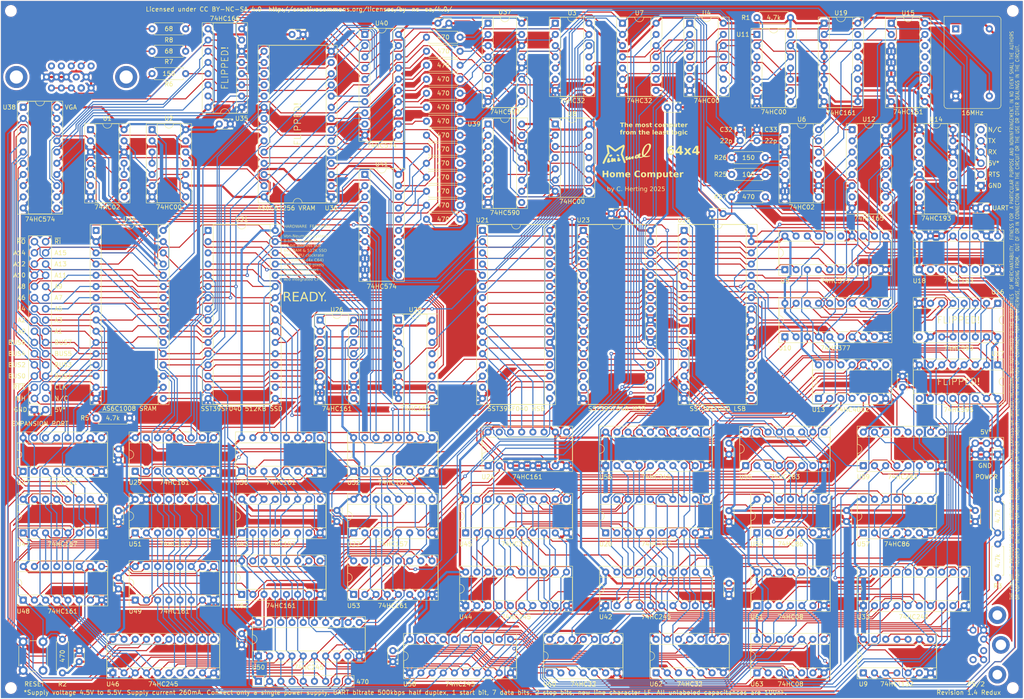
<source format=kicad_pcb>
(kicad_pcb (version 20241229) (generator "pcbnew") (generator_version "9.0")
  (layers (0 "F.Cu" signal) (2 "B.Cu" signal) (13 "F.Paste" user) (15 "B.Paste" user) (5 "F.SilkS" user "F.Silkscreen") (7 "B.SilkS" user "B.Silkscreen") (1 "F.Mask" user) (3 "B.Mask" user) (25 "Edge.Cuts" user))
  (net 0 "")
  (net 1 "+5V")
  (net 2 "GND")
  (net 3 "/UART/UART_RTS")
  (net 4 "/UART/UART_RX")
  (net 5 "/UART/UART_TX")
  (net 6 "/Control Logic/~{II}")
  (net 7 "/ALU/BUS7")
  (net 8 "/ALU/BUS6")
  (net 9 "/ALU/BUS5")
  (net 10 "/ALU/BUS4")
  (net 11 "/ALU/BUS3")
  (net 12 "/ALU/BUS2")
  (net 13 "/ALU/BUS1")
  (net 14 "/ALU/BUS0")
  (net 16 "/Control Logic/~{AO}")
  (net 17 "/Memory and MAR/INH")
  (net 18 "/PS2 Receiver/PS2_DAT")
  (net 20 "/Control Logic/~{RO}")
  (net 21 "/Control Logic/~{RI}")
  (net 22 "/Control Logic/~{FI}")
  (net 23 "/PS2 Receiver/PS2_CLK")
  (net 25 "/ALU/~{EO}")
  (net 26 "/ALU/ES")
  (net 27 "A0")
  (net 28 "CLK_MAR")
  (net 29 "/Control Logic/~{AI}")
  (net 30 "/Control Logic/~{BI}")
  (net 31 "A1")
  (net 32 "A2")
  (net 33 "A3")
  (net 34 "A4")
  (net 35 "A5")
  (net 36 "A6")
  (net 37 "A7")
  (net 38 "A8")
  (net 39 "A9")
  (net 41 "/Control Logic/~{BO}")
  (net 42 "A10")
  (net 43 "A11")
  (net 44 "A12")
  (net 45 "A13")
  (net 46 "/Control Logic/CE")
  (net 47 "A14")
  (net 48 "~{RESET}")
  (net 49 "A15")
  (net 50 "Net-(U1-Pad8)")
  (net 51 "/Control Logic/Flag2")
  (net 52 "/Control Logic/Flag1")
  (net 53 "/Control Logic/Flag0")
  (net 54 "/Control Logic/~{TO}")
  (net 55 "/Control Logic/Step0")
  (net 56 "/Control Logic/Inst4")
  (net 57 "/Control Logic/Step1")
  (net 58 "/Control Logic/Inst5")
  (net 59 "/Control Logic/Step2")
  (net 60 "/Control Logic/Step3")
  (net 61 "/Control Logic/Inst0")
  (net 62 "/Control Logic/Inst1")
  (net 63 "/Control Logic/Inst2")
  (net 64 "/Control Logic/Inst3")
  (net 65 "Net-(J4-Pad1)")
  (net 66 "/Control Logic/~{IC}")
  (net 70 "Net-(J4-Pad14)")
  (net 72 "Net-(J4-Pad13)")
  (net 74 "Net-(R7-Pad1)")
  (net 75 "Net-(C33-Pad1)")
  (net 76 "/Control Logic/2MHz")
  (net 77 "/VGA/V_A5")
  (net 78 "/VGA/H32")
  (net 79 "/VGA/V_A6")
  (net 80 "/VGA/V1")
  (net 81 "/Control Logic/4MHz")
  (net 82 "/VGA/H16")
  (net 83 "/VGA/V_A4")
  (net 84 "/VGA/V_A7")
  (net 85 "/VGA/V2")
  (net 86 "/VGA/H8")
  (net 87 "/VGA/V_A3")
  (net 88 "/VGA/V_A8")
  (net 89 "/VGA/V4")
  (net 90 "/VGA/H4")
  (net 91 "/VGA/V_A2")
  (net 92 "/VGA/V_A9")
  (net 93 "/VGA/V8")
  (net 94 "/VGA/H2")
  (net 95 "/VGA/V_A1")
  (net 96 "/ALU/EC")
  (net 97 "/ALU/B4")
  (net 98 "/ALU/B5")
  (net 99 "/ALU/B6")
  (net 100 "/ALU/B7")
  (net 101 "/ALU/A7")
  (net 102 "/ALU/A6")
  (net 103 "/ALU/A5")
  (net 104 "/ALU/A4")
  (net 105 "/Control Logic/Flag3")
  (net 106 "/ALU/A3")
  (net 107 "/ALU/A2")
  (net 108 "/ALU/A1")
  (net 109 "/ALU/A0")
  (net 110 "/ALU/B0")
  (net 111 "/ALU/B1")
  (net 112 "/ALU/B2")
  (net 113 "/VGA/V_A10")
  (net 114 "/VGA/V16")
  (net 115 "/VGA/V_A11")
  (net 116 "/VGA/V32")
  (net 117 "/VGA/H1")
  (net 118 "/Control Logic/Inst6")
  (net 119 "/VGA/V_A0")
  (net 120 "/VGA/V_A12")
  (net 121 "/VGA/V64")
  (net 122 "/Control Logic/~{CIH}")
  (net 123 "/VGA/V_A13")
  (net 124 "/Control Logic/~{COH}")
  (net 125 "/VGA/V128")
  (net 126 "/Control Logic/~{VREG_OE}")
  (net 127 "/Control Logic/~{KO}")
  (net 128 "/Control Logic/~{PS2_DR}")
  (net 129 "/Control Logic/~{CIL}")
  (net 130 "/Control Logic/~{COL}")
  (net 131 "/Control Logic/ME")
  (net 132 "Net-(U1-Pad10)")
  (net 133 "Net-(U35-Q7)")
  (net 134 "Net-(U2-Pad3)")
  (net 135 "/Control Logic/~{MIH}")
  (net 136 "/Control Logic/~{MIL}")
  (net 137 "Net-(C32-Pad1)")
  (net 138 "16MHz")
  (net 139 "Net-(U3-Pad3)")
  (net 140 "/Control Logic/~{TI}")
  (net 141 "/ALU/~{AND}")
  (net 142 "/ALU/~{OR}")
  (net 143 "/VGA/VREG_CP")
  (net 144 "~{CLK_PLS}")
  (net 145 "Net-(U2-Pad1)")
  (net 146 "Net-(U10-CP)")
  (net 147 "/ALU/N_FLG")
  (net 148 "/Control Logic/Flag4")
  (net 149 "/ALU/B3")
  (net 150 "/Control Logic/~{IO}")
  (net 151 "/Control Logic/8MHz")
  (net 152 "/Control Logic/Flag5")
  (net 153 "Net-(U9-Pad2)")
  (net 154 "/Control Logic/~{UART_DR}")
  (net 155 "/Control Logic/~{NI}")
  (net 156 "/ALU/C_FLG")
  (net 157 "/ALU/ZL_FLG")
  (net 158 "/Memory and MAR/BANK3")
  (net 159 "Net-(U9-Pad10)")
  (net 160 "Net-(U37-~{MRC})")
  (net 161 "Net-(U18-~{PL})")
  (net 162 "Net-(U17-SRCLK)")
  (net 163 "/ALU/ZH_FLG")
  (net 164 "Net-(U33-B7)")
  (net 165 "Net-(U33-B1)")
  (net 166 "Net-(U33-B3)")
  (net 168 "Net-(U33-B5)")
  (net 171 "Net-(U14-CPD)")
  (net 178 "Net-(U33-B4)")
  (net 181 "Net-(U17-RCLK)")
  (net 184 "/VGA/V256")
  (net 189 "/Memory and MAR/in_A15")
  (net 190 "/Memory and MAR/in_A13")
  (net 191 "/Memory and MAR/in_A12")
  (net 192 "/Control Logic/MZ")
  (net 193 "/Control Logic/MC")
  (net 194 "/Memory and MAR/in_A14")
  (net 197 "/Memory and MAR/in_A2")
  (net 198 "/Memory and MAR/in_A1")
  (net 199 "/Memory and MAR/in_A0")
  (net 200 "/Control Logic/Inst7")
  (net 201 "/Memory and MAR/in_A3")
  (net 202 "Net-(U27-TC)")
  (net 204 "/Memory and MAR/in_A7")
  (net 205 "/Memory and MAR/in_A5")
  (net 206 "/Memory and MAR/in_A4")
  (net 207 "/Memory and MAR/in_A6")
  (net 208 "Net-(U29-TC)")
  (net 209 "/Memory and MAR/in_A8")
  (net 210 "/Memory and MAR/in_A10")
  (net 211 "/Memory and MAR/in_A9")
  (net 212 "/Memory and MAR/in_A11")
  (net 213 "Net-(U30-TC)")
  (net 214 "Net-(U31-~{CE})")
  (net 216 "/Memory and MAR/BANK2")
  (net 217 "/Memory and MAR/BANK1")
  (net 218 "/Memory and MAR/BANK0")
  (net 221 "Net-(U37-~{RCO})")
  (net 223 "/Memory and MAR/BANK7")
  (net 224 "/Memory and MAR/BANK6")
  (net 225 "/Memory and MAR/BANK5")
  (net 226 "/Memory and MAR/BANK4")
  (net 229 "Net-(U48-TC)")
  (net 230 "PC7")
  (net 231 "PC6")
  (net 232 "PC5")
  (net 233 "PC4")
  (net 234 "PC3")
  (net 235 "PC2")
  (net 236 "Net-(U49-TC)")
  (net 237 "Net-(U52-TC)")
  (net 238 "/VGA/B7")
  (net 239 "/VGA/B6")
  (net 240 "/VGA/B5")
  (net 241 "/VGA/B4")
  (net 242 "/VGA/B3")
  (net 243 "/VGA/B2")
  (net 244 "/VGA/B1")
  (net 245 "/VGA/B0")
  (net 247 "Net-(U55-B2)")
  (net 248 "Net-(U55-B1)")
  (net 249 "Net-(U33-B0)")
  (net 250 "Net-(U55-B4)")
  (net 251 "Net-(U55-B3)")
  (net 252 "Net-(U55-S2)")
  (net 253 "Net-(U55-S1)")
  (net 254 "PC1")
  (net 255 "PC0")
  (net 256 "Net-(U55-C4)")
  (net 257 "Net-(U55-S4)")
  (net 258 "PC15")
  (net 259 "PC14")
  (net 260 "Net-(U33-B6)")
  (net 261 "PC13")
  (net 262 "PC12")
  (net 263 "PC11")
  (net 264 "PC10")
  (net 265 "PC9")
  (net 266 "PC8")
  (net 267 "Net-(U55-S3)")
  (net 268 "Net-(U33-B2)")
  (net 269 "Net-(U56-B6)")
  (net 270 "Net-(U56-B5)")
  (net 271 "Net-(U56-B4)")
  (net 272 "Net-(U59-B2)")
  (net 273 "Net-(U59-B1)")
  (net 274 "Net-(U59-B4)")
  (net 275 "Net-(U59-B3)")
  (net 279 "Net-(U58-B0)")
  (net 280 "CLK_REG")
  (net 281 "Net-(U58-B7)")
  (net 282 "Net-(U58-B5)")
  (net 283 "Net-(U58-B4)")
  (net 284 "Net-(U58-B6)")
  (net 285 "Net-(U58-B2)")
  (net 286 "Net-(U58-B3)")
  (net 287 "Net-(U58-B1)")
  (net 288 "Net-(U8-Pad13)")
  (net 289 "Net-(U8-Pad12)")
  (net 290 "Net-(U1-Pad1)")
  (net 291 "/Control Logic/Flag6")
  (net 292 "Net-(U11-Pad10)")
  (net 293 "Net-(U11-Pad6)")
  (net 294 "Net-(U11-Pad3)")
  (net 295 "Net-(U12-CP)")
  (net 297 "/VGA/~{VGA_WE}")
  (net 298 "/Control Logic/~{VGA_TRY}")
  (net 299 "~{WE}")
  (net 300 "Net-(U1-Pad6)")
  (net 301 "/Control Logic/~{VGA_GET}")
  (net 302 "Net-(R26-Pad2)")
  (net 303 "Net-(R8-Pad1)")
  (footprint "Package_DIP:DIP-16_W7.62mm_Socket" (layer "F.Cu") (at 59.685 186.69 90)
    (property "Reference" "U49")
    (property "Value" "74HC161")
  )
  (footprint "Package_DIP:DIP-16_W7.62mm_Socket" (layer "F.Cu") (at 198.115 156.2 90)
    (property "Reference" "U55")
    (property "Value" "74HC283")
  )
  (footprint "Package_DIP:DIP-16_W7.62mm_Socket" (layer "F.Cu") (at 224.785 156.21 90)
    (property "Reference" "U59")
    (property "Value" "74HC283")
  )
  (footprint "Package_DIP:DIP-16_W7.62mm_Socket" (layer "F.Cu") (at 34.285 186.69 90)
    (property "Reference" "U48")
    (property "Value" "74HC161")
  )
  (footprint "Package_DIP:DIP-16_W7.62mm_Socket" (layer "F.Cu") (at 139.695 156.21 90)
    (property "Reference" "U24")
    (property "Value" "74HC161")
  )
  (footprint "Package_DIP:DIP-14_W7.62mm_Socket" (layer "F.Cu") (at 200.655 171.44 90)
    (property "Reference" "U54")
    (property "Value" "74HC86")
  )
  (footprint "Package_DIP:DIP-14_W7.62mm_Socket" (layer "F.Cu") (at 224.785 171.45 90)
    (property "Reference" "U57")
    (property "Value" "74HC86")
  )
  (footprint "Resistor_THT:R_Axial_DIN0207_L6.3mm_D2.5mm_P7.62mm_Horizontal" (layer "F.Cu") (at 58.415 145.415 180)
    (property "Reference" "R5")
    (property "Value" "4.7k")
  )
  (footprint "Package_DIP:DIP-32_W15.24mm_Socket" (layer "F.Cu") (at 76.195 102.87)
    (property "Reference" "U31")
    (property "Value" "SST39SF040 512KB SSD")
  )
  (footprint "Package_DIP:DIP-32_W15.24mm_Socket" (layer "F.Cu") (at 50.795 102.87)
    (property "Reference" "U34")
    (property "Value" "AS6C1008 SRAM")
  )
  (footprint "Resistor_THT:R_Axial_DIN0207_L6.3mm_D2.5mm_P7.62mm_Horizontal" (layer "F.Cu") (at 202.56 90.17 180)
    (property "Reference" "R25")
    (property "Value" "100")
  )
  (footprint "Package_DIP:DIP-20_W7.62mm_Socket" (layer "F.Cu") (at 166.365 156.21 90)
    (property "Reference" "U56")
    (property "Value" "74HC245")
  )
  (footprint "Package_DIP:DIP-16_W7.62mm_Socket" (layer "F.Cu") (at 83.815 74.93 180)
    (property "Reference" "U35")
    (property "Value" "74HC166")
  )
  (footprint "Package_DIP:DIP-16_W7.62mm_Socket" (layer "F.Cu") (at 83.81 157.49 90)
    (property "Reference" "U30")
    (property "Value" "74HC161")
  )
  (footprint "Package_DIP:DIP-20_W7.62mm_Socket" (layer "F.Cu") (at 207.005 111.76 90)
    (property "Reference" "U5")
    (property "Value" "74HC377")
  )
  (footprint "Package_DIP:DIP-16_W7.62mm_Socket" (layer "F.Cu") (at 119.375 123.19)
    (property "Reference" "U28")
    (property "Value" "74HC161")
  )
  (footprint "Package_DIP:DIP-14_W7.62mm_Socket" (layer "F.Cu") (at 170.175 55.88)
    (property "Reference" "U7")
    (property "Value" "74HC32")
  )
  (footprint "Package_DIP:DIP-16_W7.62mm_Socket" (layer "F.Cu") (at 83.815 185.41 90)
    (property "Reference" "U52")
    (property "Value" "74HC161")
  )
  (footprint "Package_DIP:DIP-14_W7.62mm_Socket" (layer "F.Cu") (at 154.935 55.88)
    (property "Reference" "U3")
    (property "Value" "74HC32")
  )
  (footprint "Capacitor_THT:C_Disc_D3.4mm_W2.1mm_P2.50mm" (layer "F.Cu") (at 250.185 166.37 -90)
    (property "Reference" "C17" (hide yes))
    (property "Value" "100nF")
  )
  (footprint "Package_DIP:DIP-16_W7.62mm_Socket" (layer "F.Cu") (at 34.26 157.51 90)
    (property "Reference" "U27")
    (property "Value" "74HC161")
  )
  (footprint "Package_DIP:DIP-16_W7.62mm_Socket" (layer "F.Cu") (at 255.275 119.39 -90)
    (property "Reference" "U16")
    (property "Value" "74HC595")
  )
  (footprint "Connector_PinSocket_2.54mm:PinSocket_2x16_P2.54mm_Vertical" (layer "F.Cu") (at 36.825 143.51 180)
    (property "Reference" "J3" (hide yes))
    (property "Value" "EXPANSION PORT")
  )
  (footprint "Package_DIP:DIP-14_W7.62mm_Socket" (layer "F.Cu") (at 49.535 80.01)
    (property "Reference" "U1")
    (property "Value" "74HC02")
  )
  (footprint "Capacitor_THT:C_Disc_D3.4mm_W2.1mm_P2.50mm" (layer "F.Cu") (at 55.875 181.65 -90)
    (property "Reference" "C19" (hide yes))
    (property "Value" "100nF")
  )
  (footprint "Package_DIP:DIP-16_W7.62mm_Socket" (layer "F.Cu") (at 83.815 171.44 90)
    (property "Reference" "U43")
    (property "Value" "74HC157")
  )
  (footprint "Package_DIP:DIP-16_W7.62mm_Socket" (layer "F.Cu") (at 34.27 171.45 90)
    (property "Reference" "U47")
    (property "Value" "74HC157")
  )
  (footprint "Package_DIP:DIP-20_W7.62mm_Socket" (layer "F.Cu") (at 166.365 187.96 90)
    (property "Reference" "U42")
    (property "Value" "74HC245")
  )
  (footprint "Capacitor_THT:C_Disc_D3.4mm_W2.1mm_P2.50mm" (layer "F.Cu") (at 233.675 138.43 90)
    (property "Reference" "C7" (hide yes))
    (property "Value" "100nF" (hide yes))
  )
  (footprint "Package_DIP:DIP-16_W7.62mm_Socket" (layer "F.Cu") (at 59.675 157.5 90)
    (property "Reference" "U29")
    (property "Value" "74HC161")
  )
  (footprint "Package_DIP:DIP-14_W7.62mm_Socket" (layer "F.Cu") (at 185.425 55.875)
    (property "Reference" "U4")
    (property "Value" "74HC00")
  )
  (footprint "Package_DIP:DIP-16_W7.62mm_Socket" (layer "F.Cu") (at 109.215 157.48 90)
    (property "Reference" "U32")
    (property "Value" "74HC161")
  )
  (footprint "Resistor_THT:R_Axial_DIN0207_L6.3mm_D2.5mm_P7.62mm_Horizontal" (layer "F.Cu") (at 71.115 57.15 180)
    (property "Reference" "R8")
    (property "Value" "68")
  )
  (footprint "Capacitor_THT:C_Disc_D3.4mm_W2.1mm_P2.50mm" (layer "F.Cu") (at 118.105 198.16 -90)
    (property "Reference" "C11" (hide yes))
    (property "Value" "100nF")
  )
  (footprint "Resistor_THT:R_Axial_DIN0207_L6.3mm_D2.5mm_P7.62mm_Horizontal" (layer "F.Cu") (at 208.275 54.61 180)
    (property "Reference" "R1")
    (property "Value" "4.7k")
  )
  (footprint "Package_DIP:DIP-20_W7.62mm_Socket" (layer "F.Cu") (at 121.915 203.2 90)
    (property "Reference" "U58")
    (property "Value" "74HC245")
  )
  (footprint "Resistor_THT:R_Axial_DIN0207_L6.3mm_D2.5mm_P7.62mm_Horizontal" (layer "F.Cu") (at 71.115 62.23 180)
    (property "Reference" "R7")
    (property "Value" "68")
  )
  (footprint "Package_DIP:DIP-32_W15.24mm_Socket" (layer "F.Cu") (at 161.285 102.87)
    (property "Reference" "U23")
    (property "Value" "SST39SF040 MSB")
  )
  (footprint "Package_DIP:DIP-16_W7.62mm_Socket" (layer "F.Cu") (at 215.905 55.88)
    (property "Reference" "U19")
    (property "Value" "74HC161")
  )
  (footprint "Resistor_THT:R_Array_SIP9" (layer "F.Cu") (at 87.625 205.105)
    (property "Reference" "RN1" (hide yes))
    (property "Value" "470")
  )
  (footprint "Capacitor_THT:C_Disc_D3.4mm_W2.1mm_P2.50mm" (layer "F.Cu") (at 128.305 55.88)
    (property "Reference" "C4" (hide yes))
    (property "Value" "100nF")
  )
  (footprint "Resistor_THT:R_Axial_DIN0207_L6.3mm_D2.5mm_P7.62mm_Horizontal" (layer "F.Cu") (at 125.725 93.98)
    (property "Reference" "R21" (hide yes))
    (property "Value" "470")
  )
  (footprint "Resistor_THT:R_Axial_DIN0207_L6.3mm_D2.5mm_P7.62mm_Horizontal" (layer "F.Cu") (at 125.725 59.055)
    (property "Reference" "R10" (hide yes))
    (property "Value" "470")
  )
  (footprint "Package_DIP:DIP-20_W7.62mm_Socket" (layer "F.Cu") (at 111.755 58.42)
    (property "Reference" "U40")
    (property "Value" "74HC574")
  )
  (footprint "Package_DIP:DIP-16_W7.62mm_Socket" (layer "F.Cu") (at 237.475 111.75 90)
    (property "Reference" "U18")
    (property "Value" "74HC193")
  )
  (footprint "MountingHole:MountingHole_2.2mm_M2" (layer "F.Cu") (at 258.694 53.086)
    (property "Reference" "H2" (hide yes))
    (property "Value" "M2")
  )
  (footprint "Capacitor_THT:C_Disc_D3.4mm_W2.1mm_P2.50mm" (layer "F.Cu") (at 95.245 58.42)
    (property "Reference" "C5" (hide yes))
    (property "Value" "100nF" (hide yes))
  )
  (footprint "Package_DIP:DIP-16_W7.62mm_Socket" (layer "F.Cu") (at 59.67 171.46 90)
    (property "Reference" "U51")
    (property "Value" "74HC157")
  )
  (footprint "Resistor_THT:R_Axial_DIN0207_L6.3mm_D2.5mm_P7.62mm_Horizontal" (layer "F.Cu") (at 43.175 203.2 90)
    (property "Reference" "R2")
    (property "Value" "470")
  )
  (footprint "Resistor_THT:R_Axial_DIN0207_L6.3mm_D2.5mm_P7.62mm_Horizontal" (layer "F.Cu") (at 125.725 78.105)
    (property "Reference" "R16" (hide yes))
    (property "Value" "470")
  )
  (footprint "Button_Switch_THT:SW_PUSH_6mm" (layer "F.Cu") (at 38.775 196.14 -90)
    (property "Reference" "SW1" (hide yes))
    (property "Value" "RESET")
  )
  (footprint "Package_DIP:DIP-20_W7.62mm_Socket" (layer "F.Cu") (at 134.615 187.95 90)
    (property "Reference" "U44")
    (property "Value" "74HC245")
  )
  (footprint "Capacitor_THT:C_Disc_D3.4mm_W2.1mm_P2.50mm" (layer "F.Cu") (at 170.135 99.06 180)
    (property "Reference" "C2" (hide yes))
    (property "Value" "100nF")
  )
  (footprint "MountingHole:MountingHole_2.2mm_M2" (layer "F.Cu") (at 31.491 206.629)
    (property "Reference" "H3" (hide yes))
    (property "Value" "M2")
  )
  (footprint "MountingHole:MountingHole_2.2mm_M2" (layer "F.Cu") (at 258.694 206.629 -90)
    (property "Reference" "H1" (hide yes))
    (property "Value" "M2")
  )
  (footprint "Resistor_THT:R_Axial_DIN0207_L6.3mm_D2.5mm_P7.62mm_Horizontal" (layer "F.Cu") (at 71.115 67.31 180)
    (property "Reference" "R6")
    (property "Value" "150")
  )
  (footprint "Package_DIP:DIP-14_W7.62mm_Socket" (layer "F.Cu") (at 153.665 203.2 90)
    (property "Reference" "U60")
    (property "Value" "74HC32")
  )
  (footprint "Resistor_THT:R_Axial_DIN0207_L6.3mm_D2.5mm_P7.62mm_Horizontal" (layer "F.Cu") (at 125.725 81.28)
    (property "Reference" "R17" (hide yes))
    (property "Value" "470")
  )
  (footprint "Capacitor_THT:C_Disc_D3.4mm_W2.1mm_P2.50mm" (layer "F.Cu") (at 105.405 166.36 -90)
    (property "Reference" "C12" (hide yes))
    (property "Value" "100nF" (hide yes))
  )
  (footprint "Package_DIP:DIP-16_W7.62mm_Socket" (layer "F.Cu") (at 109.215 185.41 90)
    (property "Reference" "U53")
    (property "Value" "74HC161")
  )
  (footprint "Capacitor_THT:C_Disc_D3.4mm_W2.1mm_P2.50mm" (layer "F.Cu") (at 194.305 151.13 -90)
    (property "Reference" "C9" (hide yes))
    (property "Value" "100nF")
  )
  (footprint "Resistor_THT:R_Axial_DIN0207_L6.3mm_D2.5mm_P7.62mm_Horizontal" (layer "F.Cu") (at 133.345 100.33 180)
    (property "Reference" "R9" (hide yes))
    (property "Value" "470")
  )
  (footprint "Package_DIP:DIP-14_W7.62mm_Socket" (layer "F.Cu") (at 63.505 80.01)
    (property "Reference" "U2")
    (property "Value" "74HC00")
  )
  (footprint "Capacitor_THT:C_Disc_D3.4mm_W2.1mm_P2.50mm" (layer "F.Cu") (at 220.975 166.37 -90)
    (property "Reference" "C15" (hide yes))
    (property "Value" "100nF")
  )
  (footprint "Resistor_THT:R_Axial_DIN0207_L6.3mm_D2.5mm_P7.62mm_Horizontal" (layer "F.Cu") (at 125.71 90.805)
    (property "Reference" "R20" (hide yes))
    (property "Value" "470")
  )
  (footprint "Package_DIP:DIP-14_W7.62mm_Socket" (layer "F.Cu") (at 200.655 187.95 90)
    (property "Reference" "U61")
    (property "Value" "74HC08")
  )
  (footprint "Resistor_THT:R_Axial_DIN0207_L6.3mm_D2.5mm_P7.62mm_Horizontal" (layer "F.Cu") (at 125.715 97.155)
    (property "Reference" "R22" (hide yes))
    (property "Value" "470")
  )
  (footprint "Package_DIP:DIP-20_W7.62mm_Socket" (layer "F.Cu") (at 224.785 187.96 90)
    (property "Reference" "U33")
    (property "Value" "74HC245")
  )
  (footprint "Package_DIP:DIP-16_W7.62mm_Socket" (layer "F.Cu") (at 237.485 80.01)
    (property "Reference" "U14")
    (property "Value" "74HC193")
  )
  (footprint "Capacitor_THT:C_Disc_D3.4mm_W2.1mm_P2.50mm" (layer "F.Cu") (at 252.725 97.79 180)
    (property "Reference" "C6" (hide yes))
    (property "Value" "100nF")
  )
  (footprint "Package_DIP:DIP-20_W7.62mm_Socket" (layer "F.Cu") (at 111.755 90.17)
    (property "Reference" "U41")
    (property "Value" "74HC574")
  )
  (footprint "Package_DIP:DIP-14_W7.62mm_Socket" (layer "F.Cu") (at 224.785 203.2 90)
    (property "Reference" "U9")
    (property "Value" "74HCT132")
  )
  (footprint "Resistor_THT:R_Axial_DIN0207_L6.3mm_D2.5mm_P7.62mm_Horizontal" (layer "F.Cu") (at 202.56 95.25 180)
    (property "Reference" "R27")
    (property "Value" "470")
  )
  (footprint "Capacitor_THT:C_Disc_D3.4mm_W2.1mm_P2.50mm" (layer "F.Cu") (at 200.655 82.51 90)
    (property "Reference" "C33")
    (property "Value" "22p")
  )
  (footprint "Package_DIP:DIP-16_W7.62mm_Socket" (layer "F.Cu") (at 222.245 80.01)
    (property "Reference" "U12")
    (property "Value" "74HC165")
  )
  (footprint "Package_DIP:DIP-16_W7.62mm_Socket" (layer "F.Cu") (at 255.265 133.35 -90)
    (property "Reference" "U17")
    (property "Value" "74HC595")
  )
  (footprint "Package_DIP:DIP-16_W7.62mm_Socket" (layer "F.Cu") (at 231.135 55.88)
    (property "Reference" "U15")
    (property "Value" "74HC161")
  )
  (footprint "Capacitor_THT:C_Disc_D3.4mm_W2.1mm_P2.50mm" (layer "F.Cu") (at 196.845 82.51 90)
    (property "Reference" "C32")
    (property "Value" "22p")
  )
  (footprint "Resistor_THT:R_Axial_DIN0207_L6.3mm_D2.5mm_P7.62mm_Horizontal" (layer "F.Cu") (at 125.725 74.93)
    (property "Reference" "R15" (hide yes))
    (property "Value" "470")
  )
  (footprint "Package_DIP:DIP-28_W15.24mm_Socket" (layer "F.Cu") (at 104.135 95.265 180)
    (property "Reference" "U36")
    (property "Value" "AS6C62256 VRAM")
  )
  (footprint "logo:logo" (layer "F.Cu") (at 171.130486 85.433327)
    (property "Reference" "G***" (hide yes))
    (property "Value" "LOGO" (hide yes))
  )
  (footprint "Capacitor_THT:C_Disc_D3.4mm_W2.1mm_P2.50mm" (layer "F.Cu") (at 55.87 152.42 -90)
    (property "Reference" "C13" (hide yes))
    (property "Value" "100nF")
  )
  (footprint "Package_DIP:DIP-14_W7.62mm_Socket" (layer "F.Cu") (at 200.655 58.42)
    (property "Reference" "U11")
    (property "Value" "74HC00")
  )
  (footprint "Package_DIP:DIP-16_W7.62mm_Socket" (layer "F.Cu") (at 101.595 123.18)
    (property "Reference" "U26")
    (property "Value" "74HC161")
  )
  (footprint "Resistor_THT:R_Axial_DIN0207_L6.3mm_D2.5mm_P7.62mm_Horizontal" (layer "F.Cu") (at 255.265 173.99 -90)
    (property "Reference" "R3")
    (property "Value" "4.7k")
  )
  (footprint "Package_DIP:DIP-20_W7.62mm_Socket" (layer "F.Cu") (at 134.615 171.45 90)
    (property "Reference" "U45")
    (property "Value" "74HC377")
  )
  (footprint "Oscillator:Oscillator_DIP-14" (layer "F.Cu") (at 245.74 57.15 -90)
    (property "Reference" "X1" (hide yes))
    (property "Value" "16MHz")
  )
  (footprint "ArduinoPC:VGA DSUB15HD_female" (layer "F.Cu") (at 45.1816 72.8218 180)
    (property "Reference" "J4" (hide yes))
    (property "Value" "VGA")
  )
  (footprint "Capacitor_THT:C_Disc_D3.4mm_W2.1mm_P2.50mm" (layer "F.Cu") (at 55.875 166.42 -90)
    (property "Reference" "C20" (hide yes))
    (property "Value" "100nF")
  )
  (footprint "Resistor_THT:R_Axial_DIN0207_L6.3mm_D2.5mm_P7.62mm_Horizontal" (layer "F.Cu") (at 194.94 86.36)
    (property "Reference" "R26")
    (property "Value" "150")
  )
  (footprint "Package_DIP:DIP-20_W7.62mm_Socket" (layer "F.Cu") (at 87.625 199.39 90)
    (property "Reference" "U50")
    (property "Value" "74HC245")
  )
  (footprint "Package_DIP:DIP-14_W7.62mm_Socket" (layer "F.Cu") (at 214.625 140.96 90)
    (property "Reference" "U13")
    (property "Value" "74HC4002")
  )
  (footprint "Package_DIP:DIP-20_W7.62mm_Socket" (layer "F.Cu") (at 34.285 74.935)
    (property "Reference" "U38")
    (property "Value" "74HC574")
  )
  (footprint "Package_DIP:DIP-14_W7.62mm_Socket" (layer "F.Cu") (at 200.655 203.2 90)
    (property "Reference" "U63")
    (property "Value" "74HC08")
  )
  (footprint "Package_DIP:DIP-20_W7.62mm_Socket" (layer "F.Cu") (at 207.01 127 90)
    (property "Reference" "U10")
    (property "Value" "74HC377")
  )
  (footprint "Package_DIP:DIP-16_W7.62mm_Socket" (layer "F.Cu") (at 139.695 78.74)
    (property "Reference" "U39")
    (property "Value" "74HC590")
  )
  (footprint "Capacitor_THT:C_Disc_D3.4mm_W2.1mm_P2.50mm" (layer "F.Cu") (at 194.305 166.41 -90)
    (property "Reference" "C1" (hide yes))
    (property "Value" "100nF")
  )
  (footprint "Resistor_THT:R_Axial_DIN0207_L6.3mm_D2.5mm_P7.62mm_Horizontal" (layer "F.Cu") (at 125.725 62.23)
    (property "Reference" "R11" (hide yes))
    (property "Value" "470")
  )
  (footprint "Capacitor_THT:C_Disc_D3.4mm_W2.1mm_P2.50mm" (layer "F.Cu") (at 78.735 78.74)
    (property "Reference" "C14" (hide yes))
    (property "Value" "100nF" (hide yes))
  )
  (footprint "Package_DIP:DIP-14_W7.62mm_Socket" (layer "F.Cu") (at 177.795 203.19 90)
    (property "Reference" "U62")
    (property "Value" "74HC32")
  )
  (footprint "ArduinoPC:FP_MINI_DIN_6_PS2" (layer "F.Cu") (at 260.98 196.85 -90)
    (property "Reference" "J2" (hide yes))
    (property "Value" "PS/2")
  )
  (footprint "Connector_PinSocket_2.54mm:PinSocket_1x06_P2.54mm_Vertical" (layer "F.Cu") (at 251.455 92.71 180)
    (property "Reference" "J1" (hide yes))
    (property "Value" "UART")
  )
  (footprint "Package_DIP:DIP-20_W7.62mm_Socket" (layer "F.Cu") (at 166.365 171.45 90)
    (property "Reference" "U20")
    (property "Value" "74HC377")
  )
  (footprint "Package_DIP:DIP-14_W7.62mm_Socket" (layer "F.Cu") (at 154.935 78.74)
    (property "Reference" "U8")
    (property "Value" "74HC00")
  )
  (footprint "Resistor_THT:R_Axial_DIN0207_L6.3mm_D2.5mm_P7.62mm_Horizontal" (layer "F.Cu") (at 125.725 71.755)
    (property "Reference" "R14" (hide yes))
    (property "Value" "470")
  )
  (footprint "Resistor_THT:R_Axial_DIN0207_L6.3mm_D2.5mm_P7.62mm_Horizontal" (layer "F.Cu") (at 125.71 87.63)
    (property "Reference" "R19" (hide yes))
    (property "Value" "470")
  )
  (footprint "Resistor_THT:R_Axial_DIN0207_L6.3mm_D2.5mm_P7.62mm_Horizontal" (layer "F.Cu") (at 125.725 68.58)
    (property "Reference" "R13" (hide yes))
    (property "Value" "470")
  )
  (footprint "Package_DIP:DIP-16_W7.62mm_Socket" (layer "F.Cu") (at 139.695 55.88)
    (property "Reference" "U37")
    (property "Value" "74HC590")
  )
  (footprint "Capacitor_THT:C_Disc_D3.4mm_W2.1mm_P2.50mm" (layer "F.Cu") (at 46.985 200.66 90)
    (property "Reference" "C8" (hide yes))
    (property "Value" "100nF" (hide yes))
  )
  (footprint "Package_DIP:DIP-16_W7.62mm_Socket" (layer "F.Cu") (at 109.215 171.44 90)
    (property "Reference" "U22")
    (property "Value" "74HC157")
  )
  (footprint "Capacitor_THT:C_Disc_D3.4mm_W2.1mm_P2.50mm" (layer "F.Cu") (at 194.305 182.88 -90)
    (property "Reference" "C10" (hide yes))
    (property "Value" "100nF")
  )
  (footprint "Resistor_THT:R_Axial_DIN0207_L6.3mm_D2.5mm_P7.62mm_Horizontal" (layer "F.Cu") (at 125.71 84.455)
    (property "Reference" "R18" (hide yes))
    (property "Value" "470")
  )
  (footprint "Package_DIP:DIP-14_W7.62mm_Socket" (layer "F.Cu") (at 207.005 80.01)
    (property "Reference" "U6")
    (property "Value" "74HC02")
  )
  (footprint "Resistor_THT:R_Axial_DIN0207_L6.3mm_D2.5mm_P7.62mm_Horizontal" (layer "F.Cu") (at 255.265 163.83 -90)
    (property "Reference" "R4")
    (property "Value" "4.7k")
  )
  (footprint "Capacitor_THT:C_Disc_D3.4mm_W2.1mm_P2.50mm" (layer "F.Cu") (at 180.335 74.93)
    (property "Reference" "C18" (hide yes))
    (property "Value" "100nF")
  )
  (footprint "Capacitor_THT:C_Disc_D3.4mm_W2.1mm_P2.50mm" (layer "F.Cu") (at 83.815 194.31 -90)
    (property "Reference" "C16" (hide yes))
    (property "Value" "100nF")
  )
  (footprint "Package_DIP:DIP-20_W7.62mm_Socket" (layer "F.Cu") (at 54.61 203.2 90)
    (property "Reference" "U46")
    (property "Value" "74HC245")
  )
  (footprint "Package_DIP:DIP-32_W15.24mm_Socket" (layer "F.Cu") (at 184.145 102.87)
    (property "Reference" "U25")
    (property "Value" "SST39SF040 LSB")
  )
  (footprint "MountingHole:MountingHole_2.2mm_M2" (layer "F.Cu") (at 31.491 53.086)
    (property "Reference" "H4" (hide yes))
    (property "Value" "M2")
  )
  (footprint "Capacitor_THT:C_Disc_D3.4mm_W2.1mm_P2.50mm" (layer "F.Cu") (at 192.995 99.06 180)
    (property "Reference" "C3" (hide yes))
    (property "Value" "100nF")
  )
  (footprint "Package_DIP:DIP-32_W15.24mm_Socket" (layer "F.Cu") (at 138.425 102.87)
    (property "Reference" "U21")
    (property "Value" "SST39SF040 HSB")
  )
  (footprint "Connector_PinSocket_2.54mm:PinSocket_2x03_P2.54mm_Vertical" (layer "F.Cu") (at 255.265 153.67 -90)
    (property "Reference" "J5" (hide yes))
    (property "Value" "POWER")
  )
  (footprint "Resistor_THT:R_Axial_DIN0207_L6.3mm_D2.5mm_P7.62mm_Horizontal" (layer "F.Cu") (at 125.725 65.405)
    (property "Reference" "R12" (hide yes))
    (property "Value" "470")
  )
  (gr_rect (start 29.205 50.8) (end 260.98 208.915) (stroke (width 0.05)) (fill no) (layer "Edge.Cuts"))
  (gr_text "A1" (at 41.27 125.73 0) (layer "F.SilkS") (effects (font (size 1 1)) (justify left)))
  (gr_text "GND" (at 33.65 143.51 0) (layer "F.SilkS") (effects (font (size 1 1))))
  (gr_text "A5" (at 41.27 120.65 0) (layer "F.SilkS") (effects (font (size 1 1)) (justify left)))
  (gr_text "BUS3" (at 41.27 133.35 0) (layer "F.SilkS") (effects (font (size 1 1)) (justify left)))
  (gr_text "A7" (at 41.27 118.11 0) (layer "F.SilkS") (effects (font (size 1 1)) (justify left)))
  (gr_text "A9" (at 41.27 115.57 0) (layer "F.SilkS") (effects (font (size 1 1)) (justify left)))
  (gr_text "Home Computer" (at 165.476 90.1954 0) (layer "F.SilkS") (effects (font (size 1.45 1.45) (thickness 0.3) (bold yes) (italic yes)) (justify left)))
  (gr_text "A8" (at 34.92 115.56 0) (layer "F.SilkS") (effects (font (size 1 1)) (justify right)))
  (gr_text "BUS4" (at 34.92 130.82 0) (layer "F.SilkS") (effects (font (size 1 1)) (justify right)))
  (gr_text "A4" (at 34.92 120.64 0) (layer "F.SilkS") (effects (font (size 1 1)) (justify right)))
  (gr_text "*Supply voltage 4.5V to 5.5V. Supply current 260mA. Connect only a single power supply. UART bitrate 500kbps half duplex, 1 start bit, 7 data bits, 2 stop bits, new line character LF. All unlabeled capacitances are 100nF." (at 34.285 207.645 0) (layer "F.SilkS") (effects (font (size 1 1)) (justify left)))
  (gr_text "BUS7" (at 41.27 128.27 0) (layer "F.SilkS") (effects (font (size 1 1)) (justify left)))
  (gr_text "A10" (at 34.92 113.01 0) (layer "F.SilkS") (effects (font (size 1 1)) (justify right)))
  (gr_text "N/C" (at 252.979 80.01 0) (layer "F.SilkS") (effects (font (size 1 1)) (justify left)))
  (gr_text "A14" (at 34.92 107.94 0) (layer "F.SilkS") (effects (font (size 1 1)) (justify right)))
  (gr_text "FLIPPED!" (at 96.515 78.74 90) (layer "F.SilkS") (effects (font (size 1.5 1.5))))
  (gr_text "GND" (at 253.995 156.21 0) (layer "F.SilkS") (effects (font (size 1 1)) (justify right)))
  (gr_text "BUS5" (at 41.27 130.81 0) (layer "F.SilkS") (effects (font (size 1 1)) (justify left)))
  (gr_text "~{RI}" (at 41.27 105.41 0) (layer "F.SilkS") (effects (font (size 1 1)) (justify left)))
  (gr_text "FLIPPED!" (at 246.375 123.19 0) (layer "F.SilkS") (effects (font (size 1.5 1.5))))
  (gr_text "64x4" (at 183.9672 84.8868 0) (layer "F.SilkS") (effects (font (size 2 2) (thickness 0.3) (bold yes) (italic yes))))
  (gr_text "N/C" (at 41.27 140.97 0) (layer "F.SilkS") (effects (font (size 1 1)) (justify left)))
  (gr_text "BUS6" (at 34.92 128.27 0) (layer "F.SilkS") (effects (font (size 1 1)) (justify right)))
  (gr_text "A6" (at 34.92 118.09 0) (layer "F.SilkS") (effects (font (size 1 1)) (justify right)))
  (gr_text "Licensed under CC BY-NC-SA 4.0  http://creativecommons.org/licenses/by-nc-sa/4.0/" (at 61.971 52.705 0) (layer "F.SilkS") (effects (font (size 1 1)) (justify left)))
  (gr_text "A13" (at 41.27 110.49 0) (layer "F.SilkS") (effects (font (size 1 1)) (justify left)))
  (gr_text "FLIPPED!" (at 246.375 137.16 0) (layer "F.SilkS") (effects (font (size 1.5 1.5))))
  (gr_text "A15" (at 41.27 107.95 0) (layer "F.SilkS") (effects (font (size 1 1)) (justify left)))
  (gr_text "The most computer\nfrom the least logic" (at 177.287 81.28 0) (layer "F.SilkS") (effects (font (size 1 1) (thickness 0.2) (bold yes)) (justify bottom)))
  (gr_text "A11" (at 41.27 113.03 0) (layer "F.SilkS") (effects (font (size 1 1)) (justify left)))
  (gr_text "BUS0" (at 34.92 135.89 0) (layer "F.SilkS") (effects (font (size 1 1)) (justify right)))
  (gr_text "GND" (at 252.979 92.71 0) (layer "F.SilkS") (effects (font (size 1 1)) (justify left)))
  (gr_text "HARDWARE  FEATURES\n------------------\nVon-Neumann system\n8-bit ALU data bus\n16-bit address bus\n64K RAM & 512K SSD\n8MHz CPU clockrate\n~1.85Mips (4x C64)\nVGA 400x240 pixels\nPS/2 & serial port\nExpansion I/O port\nw/o integrated CPU" (at 93.34 101.6 0) (layer "F.SilkS") (effects (font (size 0.65 0.65) (thickness 0.125)) (justify left top)))
  (gr_text "A12" (at 34.92 110.48 0) (layer "F.SilkS") (effects (font (size 1 1)) (justify right)))
  (gr_text "BUS1" (at 41.27 135.89 0) (layer "F.SilkS") (effects (font (size 1 1)) (justify left)))
  (gr_text "~{RES}" (at 34.92 138.43 0) (layer "F.SilkS") (effects (font (size 1 1)) (justify right)))
  (gr_text "A2" (at 34.92 123.18 0) (layer "F.SilkS") (effects (font (size 1 1)) (justify right)))
  (gr_text "A0" (at 34.92 125.72 0) (layer "F.SilkS") (effects (font (size 1 1)) (justify right)))
  (gr_text "5V*" (at 41.27 143.51 0) (layer "F.SilkS") (effects (font (size 1 1)) (justify left)))
  (gr_text "RX" (at 252.979 85.09 0) (layer "F.SilkS") (effects (font (size 1 1)) (justify left)))
  (gr_text "FLIPPED!" (at 80.005 66.04 90) (layer "F.SilkS") (effects (font (size 1.5 1.5))))
  (gr_text "CLK" (at 41.27 138.43 0) (layer "F.SilkS") (effects (font (size 1 1)) (justify left)))
  (gr_text "Revision 1.4 Redux" (at 241.295 207.645 0) (layer "F.SilkS") (effects (font (size 1 1)) (justify left)))
  (gr_text "THE CIRCUIT  IS PROVIDED {dblquote}AS IS{dblquote},  WITHOUT WARRANTY OF ANY KIND, EXPRESS OR IMPLIED, INCLUDING BUT NOT LIMITED TO THE WARRANTIES  OF MERCHANTABILITY,  FITNESS FOR  A PARTICULAR PURPOSE AND NONINFRINGEMENT. IN NO EVENT SHALL THE AUTHORS\nOR COPYRIGHT HOLDERS  BE LIABLE FOR ANY CLAIM,  DAMAGES OR OTHER LIABILITY, WHETHER IN AN ACTION OF CONTRACT, TORT OR OTHERWISE, ARISING FROM,  OUT OF OR IN CONNECTION WITH THE CIRCUIT OR THE USE OR OTHER DEALINGS IN THE CIRCUIT." (at 259.075 186.69 90) (layer "F.SilkS") (effects (font (size 0.8 0.635) (thickness 0.0889)) (justify left)))
  (gr_text "~{RO}" (at 34.92 105.4 0) (layer "F.SilkS") (effects (font (size 1 1)) (justify right)))
  (gr_text "by C. Herting 2025" (at 166.6444 93.5228 0) (layer "F.SilkS") (effects (font (size 1 1) (thickness 0.2)) (justify left)))
  (gr_text "5V*" (at 253.995 148.59 0) (layer "F.SilkS") (effects (font (size 1 1)) (justify right)))
  (gr_text "RTS" (at 252.979 90.17 0) (layer "F.SilkS") (effects (font (size 1 1)) (justify left)))
  (gr_text "A3" (at 41.27 123.19 0) (layer "F.SilkS") (effects (font (size 1 1)) (justify left)))
  (gr_text "READY." (at 93.086 116.84 0) (layer "F.SilkS") (effects (font (size 2.1 2.1) (thickness 0.125)) (justify left top)))
  (gr_text "BUS2" (at 34.92 133.35 0) (layer "F.SilkS") (effects (font (size 1 1)) (justify right)))
  (gr_text "INH" (at 34.92 140.97 0) (layer "F.SilkS") (effects (font (size 1 1)) (justify right)))
  (gr_text "TX" (at 252.979 82.55 0) (layer "F.SilkS") (effects (font (size 1 1)) (justify left)))
  (gr_text "5V*" (at 252.979 87.63 0) (layer "F.SilkS") (effects (font (size 1 1)) (justify left)))
  (segment (start 246.375 82.55) (end 245.105 82.55) (width 0.5) (layer "F.Cu") (net 1))
  (segment (start 238.755 55.88) (end 252.09 55.88) (width 0.5) (layer "F.Cu") (net 1))
  (segment (start 55.87 152.42) (end 52.03 152.42) (width 0.5) (layer "F.Cu") (net 1))
  (segment (start 207.005 104.14) (end 205.735 105.41) (width 0.5) (layer "F.Cu") (net 1))
  (segment (start 237.485 138.43) (end 240.025 140.97) (width 0.5) (layer "F.Cu") (net 1))
  (segment (start 170.135 99.06) (end 167.5751 101.6199) (width 0.5) (layer "F.Cu") (net 1))
  (segment (start 95.88 91.44) (end 104.933463 91.44) (width 0.5) (layer "F.Cu") (net 1))
  (segment (start 161.3048 79.9902) (end 162.555 78.74) (width 0.5) (layer "F.Cu") (net 1))
  (segment (start 76.195 74.94) (end 76.195 74.93) (width 0.5) (layer "F.Cu") (net 1))
  (segment (start 88.895 95.265) (end 81.925 95.265) (width 0.5) (layer "F.Cu") (net 1))
  (segment (start 191.78 54.61) (end 193.045 55.875) (width 0.5) (layer "F.Cu") (net 1))
  (segment (start 215.905 55.88) (end 209.545 55.88) (width 0.5) (layer "F.Cu") (net 1))
  (segment (start 71.125 80.01) (end 76.195 74.94) (width 0.5) (layer "F.Cu") (net 1))
  (segment (start 252.725 97.79) (end 251.475 99.04) (width 0.5) (layer "F.Cu") (net 1))
  (segment (start 224.785 195.58) (end 226.055 196.85) (width 0.5) (layer "F.Cu") (net 1))
  (segment (start 46.985 200.66) (end 49.53 200.66) (width 0.5) (layer "F.Cu") (net 1))
  (segment (start 167.5751 101.6199) (end 154.9151 101.6199) (width 0.5) (layer "F.Cu") (net 1))
  (segment (start 90.145 94.015) (end 90.145 92.055) (width 0.5) (layer "F.Cu") (net 1))
  (segment (start 68.545 149.362233) (end 68.545 150.465) (width 0.5) (layer "F.Cu") (net 1))
  (segment (start 52.105 181.65) (end 49.525 179.07) (width 0.5) (layer "F.Cu") (net 1))
  (segment (start 198.105 182.88) (end 200.655 180.33) (width 0.5) (layer "F.Cu") (net 1))
  (segment (start 162.555 55.88) (end 161.285 54.61) (width 0.5) (layer "F.Cu") (net 1))
  (segment (start 251.455 87.63) (end 246.375 82.55) (width 0.5) (layer "F.Cu") (net 1))
  (segment (start 192.995 99.06) (end 180.335 86.4) (width 0.5) (layer "F.Cu") (net 1))
  (segment (start 156.1851 149.8401) (end 165.1149 149.8401) (width 0.5) (layer "F.Cu") (net 1))
  (segment (start 153.665 195.58) (end 155.57 193.675) (width 0.5) (layer "F.Cu") (net 1))
  (segment (start 161.285 54.61) (end 160.65 54.61) (width 0.5) (layer "F.Cu") (net 1))
  (segment (start 104.933463 91.44) (end 108.108463 88.265) (width 0.5) (layer "F.Cu") (net 1))
  (segment (start 88.895 95.265) (end 90.145 94.015) (width 0.5) (layer "F.Cu") (net 1))
  (segment (start 194.265 182.92) (end 194.305 182.88) (width 0.5) (layer "F.Cu") (net 1))
  (segment (start 59.685 179.07) (end 60.965 177.79) (width 0.5) (layer "F.Cu") (net 1))
  (segment (start 209.545 55.88) (end 208.275 54.61) (width 0.5) (layer "F.Cu") (net 1))
  (segment (start 246.355 99.04) (end 245.105 97.79) (width 0.5) (layer "F.Cu") (net 1))
  (segment (start 87.645 90.702767) (end 87.645 89.667233) (width 0.5) (layer "F.Cu") (net 1))
  (segment (start 226.055 196.85) (end 236.215 196.85) (width 0.5) (layer "F.Cu") (net 1))
  (segment (start 52.03 152.42) (end 49.5 149.89) (width 0.5) (layer "F.Cu") (net 1))
  (segment (start 55.875 181.65) (end 52.105 181.65) (width 0.5) (layer "F.Cu") (net 1))
  (segment (start 90.145 92.055) (end 89.53 91.44) (width 0.5) (layer "F.Cu") (net 1))
  (segment (start 134.615 180.33) (end 133.3144 179.0294) (width 0.5) (layer "F.Cu") (net 1))
  (segment (start 88.382233 91.44) (end 87.645 90.702767) (width 0.5) (layer "F.Cu") (net 1))
  (segment (start 49.53 200.66) (end 54.61 195.58) (width 0.5) (layer "F.Cu") (net 1))
  (segment (start 247.635 111.75) (end 246.3849 110.4999) (width 0.5) (layer "F.Cu") (net 1))
  (segment (start 251.475 99.04) (end 246.355 99.04) (width 0.5) (layer "F.Cu") (net 1))
  (segment (start 153.00025 79.9902) (end 161.3048 79.9902) (width 0.5) (layer "F.Cu") (net 1))
  (segment (start 252.09 55.88) (end 253.36 57.15) (width 0.5) (layer "F.Cu") (net 1))
  (segment (start 236.215 196.85) (end 237.485 195.58) (width 0.5) (layer "F.Cu") (net 1))
  (segment (start 154.935 148.59) (end 156.1851 149.8401) (width 0.5) (layer "F.Cu") (net 1))
  (segment (start 248.73 196.85) (end 238.755 196.85) (width 0.5) (layer "F.Cu") (net 1))
  (segment (start 162.555 55.88) (end 168.905 62.23) (width 0.5) (layer "F.Cu") (net 1))
  (segment (start 218.445 73.66) (end 223.525 73.66) (width 0.5) (layer "F.Cu") (net 1))
  (segment (start 160.63 54.63) (end 148.565 54.63) (width 0.5) (layer "F.Cu") (net 1))
  (segment (start 35.5446 151.1746) (end 48.255 151.1746) (width 0.5) (layer "F.Cu") (net 1))
  (segment (start 119.375 58.42) (end 121.915 55.88) (width 0.5) (layer "F.Cu") (net 1))
  (segment (start 125.7448 124.4402) (end 126.995 123.19) (width 0.5) (layer "F.Cu") (net 1))
  (segment (start 229.865 95.25) (end 234.945 90.17) (width 0.5) (layer "F.Cu") (net 1))
  (segment (start 81.925 95.265) (end 79.37 92.71) (width 0.5) (layer "F.Cu") (net 1))
  (segment (start 250.185 166.37) (end 220.975 166.37) (width 0.5) (layer "F.Cu") (net 1))
  (segment (start 105.405 166.36) (end 86.355 166.36) (width 0.5) (layer "F.Cu") (net 1))
  (segment (start 173.945 102.87) (end 176.525 102.87) (width 0.5) (layer "F.Cu") (net 1))
  (segment (start 241.2952 125.7498) (end 254.0148 125.7498) (width 0.5) (layer "F.Cu") (net 1))
  (segment (start 220.935 166.41) (end 194.305 166.41) (width 0.5) (layer "F.Cu") (net 1))
  (segment (start 34.26 149.89) (end 35.5446 151.1746) (width 0.5) (layer "F.Cu") (net 1))
  (segment (start 68.545 150.465) (end 69.845 151.765) (width 0.5) (layer "F.Cu") (net 1))
  (segment (start 148.565 54.63) (end 147.315 55.88) (width 0.5) (layer "F.Cu") (net 1))
  (segment (start 165.1149 149.8401) (end 166.365 148.59) (width 0.5) (layer "F.Cu") (net 1))
  (segment (start 233.675 138.43) (end 237.485 138.43) (width 0.5) (layer "F.Cu") (net 1))
  (segment (start 67.712767 148.53) (end 68.545 149.362233) (width 0.5) (layer "F.Cu") (net 1))
  (segment (start 59.675 149.88) (end 61.025 148.53) (width 0.5) (layer "F.Cu") (net 1))
  (segment (start 215.905 55.88) (end 223.525 55.88) (width 0.5) (layer "F.Cu") (net 1))
  (segment (start 238.7251 110.4999) (end 237.475 111.75) (width 0.5) (layer "F.Cu") (net 1))
  (segment (start 69.845 151.765) (end 81.915 151.765) (width 0.5) (layer "F.Cu") (net 1))
  (segment (start 177.795 55.88) (end 179.065 54.61) (width 0.5) (layer "F.Cu") (net 1))
  (segment (start 245.105 80.01) (end 238.755 73.66) (width 0.5) (layer "F.Cu") (net 1))
  (segment (start 254.0148 125.7498) (end 255.275 127.01) (width 0.5) (layer "F.Cu") (net 1))
  (segment (start 147.315 78.74) (end 151.75005 78.74) (width 0.5) (layer "F.Cu") (net 1))
  (segment (start 255.265 59.055) (end 253.36 57.15) (width 0.5) (layer "F.Cu") (net 1))
  (segment (start 208.275 54.61) (end 207.005 55.88) (width 0.5) (layer "F.Cu") (net 1))
  (segment (start 179.065 54.61) (end 191.78 54.61) (width 0.5) (layer "F.Cu") (net 1))
  (segment (start 93.375 88.935) (end 95.88 91.44) (width 0.5) (layer "F.Cu") (net 1))
  (segment (start 87.625 191.77) (end 86.355 191.77) (width 0.5) (layer "F.Cu") (net 1))
  (segment (start 223.525 55.88) (end 224.7752 54.6298) (width 0.5) (layer "F.Cu") (net 1))
  (segment (start 41.905 74.935) (end 52.08 74.935) (width 0.5) (layer "F.Cu") (net 1))
  (segment (start 154.9151 101.6199) (end 153.665 102.87) (width 0.5) (layer "F.Cu") (net 1))
  (segment (start 160.65 54.61) (end 160.63 54.63) (width 0.5) (layer "F.Cu") (net 1))
  (segment (start 118.0852 124.4402) (end 125.7448 124.4402) (width 0.5) (layer "F.Cu") (net 1))
  (segment (start 133.3144 179.0294) (end 133.3144 165.1306) (width 0.5) (layer "F.Cu") (net 1))
  (segment (start 60.965 177.79) (end 83.815 177.79) (width 0.5) (layer "F.Cu") (net 1))
  (segment (start 89.53 91.44) (end 88.382233 91.44) (width 0.5) (layer "F.Cu") (net 1))
  (segment (start 139.695 148.59) (end 140.965 147.32) (width 0.5) (layer "F.Cu") (net 1))
  (segment (start 155.57 193.675) (end 175.9 193.675) (width 0.5) (layer "F.Cu") (net 1))
  (segment (start 246.3849 110.4999) (end 238.7251 110.4999) (width 0.5) (layer "F.Cu") (net 1))
  (segment (start 154.935 148.59) (end 154.935 156.21) (width 0.5) (layer "F.Cu") (net 1))
  (segment (start 194.305 182.88) (end 198.105 182.88) (width 0.5) (layer "F.Cu") (net 1))
  (segment (start 168.945 182.92) (end 194.265 182.92) (width 0.5) (layer "F.Cu") (net 1))
  (segment (start 252.725 97.79) (end 255.265 95.25) (width 0.5) (layer "F.Cu") (net 1))
  (segment (start 49.5 149.9296) (end 49.5 149.89) (width 0.5) (layer "F.Cu") (net 1))
  (segment (start 52.08 74.935) (end 57.155 80.01) (width 0.5) (layer "F.Cu") (net 1))
  (segment (start 151.75005 78.74) (end 153.00025 79.9902) (width 0.5) (layer "F.Cu") (net 1))
  (segment (start 61.025 148.53) (end 67.712767 148.53) (width 0.5) (layer "F.Cu") (net 1))
  (segment (start 224.7752 54.6298) (end 237.5048 54.6298) (width 0.5) (layer "F.Cu") (net 1))
  (segment (start 166.365 180.34) (end 168.945 182.92) (width 0.5) (layer "F.Cu") (net 1))
  (segment (start 109.215 123.18) (end 116.825 123.18) (width 0.5) (layer "F.Cu") (net 1))
  (segment (start 175.9 193.675) (end 177.795 195.57) (width 0.5) (layer "F.Cu") (net 1))
  (segment (start 215.905 63.5) (end 215.905 66.04) (width 0.5) (layer "F.Cu") (net 1))
  (segment (start 35.555 180.34) (end 48.255 180.34) (width 0.5) (layer "F.Cu") (net 1))
  (segment (start 153.665 147.32) (end 154.935 148.59) (width 0.5) (layer "F.Cu") (net 1))
  (segment (start 170.135 99.06) (end 173.945 102.87) (width 0.5) (layer "F.Cu") (net 1))
  (segment (start 140.965 147.32) (end 153.665 147.32) (width 0.5) (layer "F.Cu") (net 1))
  (segment (start 77.465 58.42) (end 95.245 58.42) (width 0.5) (layer "F.Cu") (net 1))
  (segment (start 121.915 55.88) (end 128.305 55.88) (width 0.5) (layer "F.Cu") (net 1))
  (segment (start 255.265 95.25) (end 255.265 59.055) (width 0.5) (layer "F.Cu") (net 1))
  (segment (start 79.37 92.71) (end 71.125 92.71) (width 0.5) (layer "F.Cu") (net 1))
  (segment (start 250.185 151.13) (end 252.725 151.13) (width 0.5) (layer "F.Cu") (net 1))
  (segment (start 215.905 71.12) (end 218.445 73.66) (width 0.5) (layer "F.Cu") (net 1))
  (segment (start 237.5048 54.6298) (end 238.755 55.88) (width 0.5) (layer "F.Cu") (net 1))
  (segment (start 76.195 57.15) (end 77.465 58.42) (width 0.5) (layer "F.Cu") (net 1))
  (segment (start 231.135 71.12) (end 223.525 71.12) (width 0.5) (layer "F.Cu") (net 1))
  (segment (start 108.108463 88.265) (end 117.47 88.265) (width 0.5) (layer "F.Cu") (net 1))
  (segment (start 34.285 179.07) (end 35.555 180.34) (width 0.5) (layer "F.Cu") (net 1))
  (segment (start 88.377233 88.935) (end 93.375 88.935) (width 0.5) (layer "F.Cu") (net 1))
  (segment (start 238.755 73.66) (end 236.215 71.12) (width 0.5) (layer "F.Cu") (net 1))
  (segment (start 87.645 89.667233) (end 88.377233 88.935) (width 0.5) (layer "F.Cu") (net 1))
  (segment (start 194.305 151.13) (end 196.855 148.58) (width 0.5) (layer "F.Cu") (net 1))
  (segment (start 48.255 151.1746) (end 49.5 149.9296) (width 0.5) (layer "F.Cu") (net 1))
  (segment (start 240.035 127.01) (end 241.2952 125.7498) (width 0.5) (layer "F.Cu") (net 1))
  (segment (start 207.005 55.88) (end 193.05 55.88) (width 0.5) (layer "F.Cu") (net 1))
  (segment (start 236.215 71.12) (end 231.135 71.12) (width 0.5) (layer "F.Cu") (net 1))
  (segment (start 117.47 88.265) (end 119.375 90.17) (width 0.5) (layer "F.Cu") (net 1))
  (segment (start 238.755 196.85) (end 237.485 195.58) (width 0.5) (layer "F.Cu") (net 1))
  (segment (start 81.915 151.765) (end 83.81 149.87) (width 0.5) (layer "F.Cu") (net 1))
  (segment (start 48.255 180.34) (end 49.525 179.07) (width 0.5) (layer "F.Cu") (net 1))
  (segment (start 234.945 90.17) (end 237.485 90.17) (width 0.5) (layer "F.Cu") (net 1))
  (segment (start 133.3144 165.1306) (end 134.615 163.83) (width 0.5) (layer "F.Cu") (net 1))
  (segment (start 252.08 200.2) (end 248.73 196.85) (width 0.5) (layer "F.Cu") (net 1))
  (segment (start 86.355 191.77) (end 83.815 194.31) (width 0.5) (layer "F.Cu") (net 1))
  (segment (start 168.905 62.23) (end 171.445 62.23) (width 0.5) (layer "F.Cu") (net 1))
  (segment (start 193.05 55.88) (end 193.045 55.875) (width 0.5) (layer "F.Cu") (net 1))
  (segment (start 196.855 148.58) (end 198.115 148.58) (width 0.5) (layer "F.Cu") (net 1))
  (segment (start 171.445 62.23) (end 177.795 55.88) (width 0.5) (layer "F.Cu") (net 1))
  (segment (start 205.735 105.41) (end 199.385 105.41) (width 0.5) (layer "F.Cu") (net 1))
  (segment (start 220.975 166.37) (end 220.935 166.41) (width 0.5) (layer "F.Cu") (net 1))
  (segment (start 86.355 166.36) (end 83.815 163.82) (width 0.5) (layer "F.Cu") (net 1))
  (segment (start 252.725 151.13) (end 255.265 151.13) (width 0.5) (layer "F.Cu") (net 1))
  (segment (start 180.335 86.4) (end 180.335 74.93) (width 0.5) (layer "F.Cu") (net 1))
  (segment (start 116.825 123.18) (end 118.0852 124.4402) (width 0.5) (layer "F.Cu") (net 1))
  (segment (start 255.265 163.83) (end 256.535 165.1) (width 0.5) (layer "B.Cu") (net 1))
  (segment (start 200.655 180.33) (end 200.655 182.88) (width 0.5) (layer "B.Cu") (net 1))
  (segment (start 162.555 78.74) (end 163.8448 80.0298) (width 0.5) (layer "B.Cu") (net 1))
  (segment (start 214.625 80.01) (end 217.1569 77.4781) (width 0.5) (layer "B.Cu") (net 1))
  (segment (start 200.655 190.45) (end 200.655 195.58) (width 0.5) (layer "B.Cu") (net 1))
  (segment (start 57.78 154.3151) (end 55.8849 152.42) (width 0.5) (layer "B.Cu") (net 1))
  (segment (start 57.1396 193.0504) (end 57.1396 182.9146) (width 0.5) (layer "B.Cu") (net 1))
  (segment (start 43.175 203.2) (end 44.445 203.2) (width 0.5) (layer "B.Cu") (net 1))
  (segment (start 109.215 149.86) (end 106.675 147.32) (width 0.5) (layer "B.Cu") (net 1))
  (segment (start 207.01 121.29) (end 210.82 125.1) (width 0.5) (layer "B.Cu") (net 1))
  (segment (start 35.5202 177.8348) (end 35.5202 165.0802) (width 0.5) (layer "B.Cu") (net 1))
  (segment (start 248.885 165.07) (end 248.885 152.43) (width 0.5) (layer "B.Cu") (net 1))
  (segment (start 35.5101 162.5899) (end 34.27 163.83) (width 0.5) (layer "B.Cu") (net 1))
  (segment (start 77.465 73.66) (end 76.195 74.93) (width 0.5) (layer "B.Cu") (net 1))
  (segment (start 170.135 96.48) (end 162.555 88.9) (width 0.5) (layer "B.Cu") (net 1))
  (segment (start 71.125 92.71) (end 72.375 93.96) (width 0.5) (layer "B.Cu") (net 1))
  (segment (start 215.905 68.58) (end 215.905 71.12) (width 0.5) (layer "B.Cu") (net 1))
  (segment (start 245.105 97.79) (end 237.485 90.17) (width 0.5) (layer "B.Cu") (net 1))
  (segment (start 163.8448 80.0298) (end 163.8448 87.6102) (width 0.5) (layer "B.Cu") (net 1))
  (segment (start 215.905 60.96) (end 215.905 63.5) (width 0.5) (layer "B.Cu") (net 1))
  (segment (start 237.475 105.4179) (end 237.475 111.75) (width 0.5) (layer "B.Cu") (net 1))
  (segment (start 255.265 151.13) (end 255.265 140.97) (width 0.5) (layer "B.Cu") (net 1))
  (segment (start 109.215 163.82) (end 107.9649 163.82) (width 0.5) (layer "B.Cu") (net 1))
  (segment (start 224.785 148.59) (end 233.675 139.7) (width 0.5) (layer "B.Cu") (net 1))
  (segment (start 166.365 180.34) (end 160.7677 174.7427) (width 0.5) (layer "B.Cu") (net 1))
  (segment (start 167.6152 149.8402) (end 166.365 148.59) (width 0.5) (layer "B.Cu") (net 1))
  (segment (start 109.215 163.82) (end 110.4652 162.5698) (width 0.5) (layer "B.Cu") (net 1))
  (segment (start 233.675 139.7) (end 233.675 138.43) (width 0.5) (layer "B.Cu") (net 1))
  (segment (start 222.88 168.275) (end 222.88 178.435) (width 0.5) (layer "B.Cu") (net 1))
  (segment (start 198.75 178.425) (end 200.655 180.33) (width 0.5) (layer "B.Cu") (net 1))
  (segment (start 133.345 154.94) (end 133.345 162.56) (width 0.5) (layer "B.Cu") (net 1))
  (segment (start 223.515 163.83) (end 220.975 166.37) (width 0.5) (layer "B.Cu") (net 1))
  (segment (start 199.385 102.87) (end 199.385 105.41) (width 0.5) (layer "B.Cu") (net 1))
  (segment (start 254.0148 129.5203) (end 255.275 128.2601) (width 0.5) (layer "B.Cu") (net 1))
  (segment (start 238.755 125.73) (end 240.035 127.01) (width 0.5) (layer "B.Cu") (net 1))
  (segment (start 106.675 147.32) (end 106.675 125.72) (width 0.5) (layer "B.Cu") (net 1))
  (segment (start 248.885 152.43) (end 250.185 151.13) (width 0.5) (layer "B.Cu") (net 1))
  (segment (start 254.0148 139.7198) (end 254.0148 129.5203) (width 0.5) (layer "B.Cu") (net 1))
  (segment (start 129.575 54.61) (end 128.305 55.88) (width 0.5) (layer "B.Cu") (net 1))
  (segment (start 119.335 198.16) (end 118.105 198.16) (width 0.5) (layer "B.Cu") (net 1))
  (segment (start 139.695 148.59) (end 133.345 154.94) (width 0.5) (layer "B.Cu") (net 1))
  (segment (start 195.575 165.14) (end 195.575 152.4) (width 0.5) (layer "B.Cu") (net 1))
  (segment (start 107.9649 168.9) (end 105.4249 166.36) (width 0.5) (layer "B.Cu") (net 1))
  (segment (start 236.235 102.89) (end 237.475 104.13) (width 0.5) (layer "B.Cu") (net 1))
  (segment (start 106.675 125.72) (end 109.215 123.18) (width 0.5) (layer "B.Cu") (net 1))
  (segment (start 240.025 135.1181) (end 240.025 140.97) (width 0.5) (layer "B.Cu") (net 1))
  (segment (start 256.535 172.72) (end 255.265 173.99) (width 0.5) (layer "B.Cu") (net 1))
  (segment (start 91.435 102.87) (end 91.435 97.805) (width 0.5) (layer "B.Cu") (net 1))
  (segment (start 256.565 162.53) (end 255.265 163.83) (width 0.5) (layer "B.Cu") (net 1))
  (segment (start 107.9649 176.5399) (end 107.9649 168.9) (width 0.5) (layer "B.Cu") (net 1))
  (segment (start 255.275 128.2601) (end 255.275 127.01) (width 0.5) (layer "B.Cu") (net 1))
  (segment (start 85.0652 175.2897) (end 83.815 176.5399) (width 0.5) (layer "B.Cu") (net 1))
  (segment (start 58.455 179.07) (end 55.875 181.65) (width 0.5) (layer "B.Cu") (net 1))
  (segment (start 71.125 80.01) (end 77.465 80.01) (width 0.5) (layer "B.Cu") (net 1))
  (segment (start 217.1569 72.3719) (end 215.905 71.12) (width 0.5) (layer "B.Cu") (net 1))
  (segment (start 146.045 54.61) (end 129.575 54.61) (width 0.5) (layer "B.Cu") (net 1))
  (segment (start 105.4249 166.36) (end 105.405 166.36) (width 0.5) (layer "B.Cu") (net 1))
  (segment (start 85.085 180.3101) (end 85.085 189.23) (width 0.5) (layer "B.Cu") (net 1))
  (segment (start 194.305 166.41) (end 195.575 165.14) (width 0.5) (layer "B.Cu") (net 1))
  (segment (start 71.125 92.71) (end 69.21 90.795) (width 0.5) (layer "B.Cu") (net 1))
  (segment (start 238.755 113.03) (end 238.755 125.73) (width 0.5) (layer "B.Cu") (net 1))
  (segment (start 109.215 177.79) (end 107.9649 176.5399) (width 0.5) (layer "B.Cu") (net 1))
  (segment (start 192.995 99.06) (end 195.575 99.06) (width 0.5) (layer "B.Cu") (net 1))
  (segment (start 34.26 148.615) (end 39.365 143.51) (width 0.5) (layer "B.Cu") (net 1))
  (segment (start 236.235 91.42) (end 236.235 102.89) (width 0.5) (layer "B.Cu") (net 1))
  (segment (start 72.375 96.53) (end 66.035 102.87) (width 0.5) (layer "B.Cu") (net 1))
  (segment (start 91.435 97.805) (end 88.895 95.265) (width 0.5) (layer "B.Cu") (net 1))
  (segment (start 69.21 81.925) (end 71.125 80.01) (width 0.5) (layer "B.Cu") (net 1))
  (segment (start 85.085 189.23) (end 87.625 191.77) (width 0.5) (layer "B.Cu") (net 1))
  (segment (start 208.2551 113.0499) (end 207.005 114.3) (width 0.5) (layer "B.Cu") (net 1))
  (segment (start 256.565 152.43) (end 256.565 162.53) (width 0.5) (layer "B.Cu") (net 1))
  (segment (start 237.475 111.75) (end 238.755 113.03) (width 0.5) (layer "B.Cu") (net 1))
  (segment (start 255.265 151.13) (end 256.565 152.43) (width 0.5) (layer "B.Cu") (net 1))
  (segment (start 220.975 166.37) (end 222.88 168.275) (width 0.5) (layer "B.Cu") (net 1))
  (segment (start 76.195 57.15) (end 77.465 58.42) (width 0.5) (layer "B.Cu") (net 1))
  (segment (start 121.915 192.405) (end 121.915 195.58) (width 0.5) (layer "B.Cu") (net 1))
  (segment (start 210.82 129.535) (end 214.625 133.34) (width 0.5) (layer "B.Cu") (net 1))
  (segment (start 134.615 180.33) (end 130.3062 180.33) (width 0.5) (layer "B.Cu") (net 1))
  (segment (start 194.305 166.41) (end 198.75 170.855) (width 0.5) (layer "B.Cu") (net 1))
  (segment (start 194.305 166.41) (end 198.065 166.41) (width 0.5) (layer "B.Cu") (net 1))
  (segment (start 217.1569 77.4781) (end 217.1569 72.3719) (width 0.5) (layer "B.Cu") (net 1))
  (segment (start 207.005 119.375) (end 207.01 119.38) (width 0.5) (layer "B.Cu") (net 1))
  (segment (start 55.87 152.42) (end 55.8849 152.42) (width 0.5) (layer "B.Cu") (net 1))
  (segment (start 83.81 107.32) (end 83.81 149.87) (width 0.5) (layer "B.Cu") (net 1))
  (segment (start 86.3749 196.8699) (end 83.815 194.31) (width 0.5) (layer "B.Cu") (net 1))
  (segment (start 59.67 163.84) (end 59.67 163.845) (width 0.5) (layer "B.Cu") (net 1))
  (segment (start 198.065 166.41) (end 200.655 163.82) (width 0.5) (layer "B.Cu") (net 1))
  (segment (start 34.26 149.89) (end 34.26 154.915) (width 0.5) (layer "B.Cu") (net 1))
  (segment (start 35.5101 156.1651) (end 35.5101 162.5899) (width 0.5) (layer "B.Cu") (net 1))
  (segment (start 208.2551 105.3901) (end 208.2551 113.0499) (width 0.5) (layer "B.Cu") (net 1))
  (segment (start 91.435 102.87) (end 88.26 102.87) (width 0.5) (layer "B.Cu") (net 1))
  (segment (start 105.4249 166.36) (end 107.9649 163.82) (width 0.5) (layer "B.Cu") (net 1))
  (segment (start 71.125 80.01) (end 69.875 78.76) (width 0.5) (layer "B.Cu") (net 1))
  (segment (start 110.4652 162.5698) (end 110.4652 155.5552) (width 0.5) (layer "B.Cu") (net 1))
  (segment (start 121.915 195.58) (end 119.335 198.16) (width 0.5) (layer "B.Cu") (net 1))
  (segment (start 252.725 97.79) (end 255.255 100.32) (width 0.5) (layer "B.Cu") (net 1))
  (segment (start 120.645 88.9) (end 119.375 90.17) (width 0.5) (layer "B.Cu") (net 1))
  (segment (start 176.525 102.87) (end 176.525 105.41) (width 0.5) (layer "B.Cu") (net 1))
  (segment (start 156.222 154.923) (end 154.935 156.21) (width 0.5) (layer "B.Cu") (net 1))
  (segment (start 195.575 99.06) (end 199.385 102.87) (width 0.5) (layer "B.Cu") (net 1))
  (segment (start 119.375 58.42) (end 120.645 59.69) (width 0.5) (layer "B.Cu") (net 1))
  (segment (start 224.785 163.83) (end 223.515 163.83) (width 0.5) (layer "B.Cu") (net 1))
  (segment (start 34.26 154.915) (end 35.5101 156.1651) (width 0.5) (layer "B.Cu") (net 1))
  (segment (start 238.7352 133.8283) (end 240.025 135.1181) (width 0.5) (layer "B.Cu") (net 1))
  (segment (start 77.465 80.01) (end 78.735 78.74) (width 0.5) (layer "B.Cu") (net 1))
  (segment (start 214.655 57.13) (end 214.655 59.71) (width 0.5) (layer "B.Cu") (net 1))
  (segment (start 83.815 179.0401) (end 85.085 180.3101) (width 0.5) (layer "B.Cu") (net 1))
  (segment (start 237.475 104.13) (end 237.475 105.4179) (width 0.5) (layer "B.Cu") (net 1))
  (segment (start 255.255 100.32) (end 255.255 104.13) (width 0.5) (layer "B.Cu") (net 1))
  (segment (start 167.6152 162.5798) (end 167.6152 149.8402) (width 0.5) (layer "B.Cu") (net 1))
  (segment (start 163.8448 87.6102) (end 162.555 88.9) (width 0.5) (layer "B.Cu") (net 1))
  (segment (start 83.815 176.5399) (end 83.815 177.79) (width 0.5) (layer "B.Cu") (net 1))
  (segment (start 198.75 170.855) (end 198.75 178.425) (width 0.5) (layer "B.Cu") (net 1))
  (segment (start 176.525 102.87) (end 180.335 99.06) (width 0.5) (layer "B.Cu") (net 1))
  (segment (start 214.655 59.71) (end 215.905 60.96) (width 0.5) (layer "B.Cu") (net 1))
  (segment (start 88.26 102.87) (end 83.81 107.32) (width 0.5) (layer "B.Cu") (net 1))
  (segment (start 223.515 181.61) (end 224.785 180.34) (width 0.5) (layer "B.Cu") (net 1))
  (segment (start 85.0652 165.0702) (end 85.0652 175.2897) (width 0.5) (layer "B.Cu") (net 1))
  (segment (start 77.465 58.42) (end 77.465 73.66) (width 0.5) (layer "B.Cu") (net 1))
  (segment (start 160.7677 157.7297) (end 157.961 154.923) (width 0.5) (layer "B.Cu") (net 1))
  (segment (start 201.905 184.13) (end 201.905 189.2) (width 0.5) (layer "B.Cu") (net 1))
  (segment (start 125.725 188.595) (end 121.915 192.405) (width 0.5) (layer "B.Cu") (net 1))
  (segment (start 207.005 104.14) (end 208.2551 105.3901) (width 0.5) (layer "B.Cu") (net 1))
  (segment (start 180.335 99.06) (end 180.335 74.93) (width 0.5) (layer "B.Cu") (net 1))
  (segment (start 87.625 205.105) (end 86.3749 203.8549) (width 0.5) (layer "B.Cu") (net 1))
  (segment (start 83.815 177.79) (end 83.815 179.0401) (width 0.5) (layer "B.Cu") (net 1))
  (segment (start 207.01 119.38) (end 207.01 121.29) (width 0.5) (layer "B.Cu") (net 1))
  (segment (start 201.905 189.2) (end 200.655 190.45) (width 0.5) (layer "B.Cu") (net 1))
  (segment (start 59.685 179.07) (end 58.455 179.07) (width 0.5) (layer "B.Cu") (net 1))
  (segment (start 210.82 125.1) (end 210.82 129.535) (width 0.5) (layer "B.Cu") (net 1))
  (segment (start 57.1396 182.9146) (end 57.1151 182.89) (width 0.5) (layer "B.Cu") (net 1))
  (segment (start 69.875 78.76) (end 58.405 78.76) (width 0.5) (layer "B.Cu") (net 1))
  (segment (start 170.135 99.06) (end 170.135 96.48) (width 0.5) (layer "B.Cu") (net 1))
  (segment (start 232.3855 77.4895) (end 229.865 80.01) (width 0.5) (layer "B.Cu") (net 1))
  (segment (start 223.515 194.31) (end 223.515 181.61) (width 0.5) (layer "B.Cu") (net 1))
  (segment (start 153.665 102.87) (end 153.665 105.41) (width 0.5) (layer "B.Cu") (net 1))
  (segment (start 255.265 140.97) (end 254.0148 139.7198) (width 0.5) (layer "B.Cu") (net 1))
  (segment (start 157.961 154.923) (end 156.222 154.923) (width 0.5) (layer "B.Cu") (net 1))
  (segment (start 130.3062 180.33) (end 125.725 184.9112) (width 0.5) (layer "B.Cu") (net 1))
  (segment (start 44.445 203.2) (end 46.985 200.66) (width 0.5) (layer "B.Cu") (net 1))
  (segment (start 164.46 76.835) (end 162.555 78.74) (width 0.5) (layer "B.Cu") (net 1))
  (segment (start 223.525 71.12) (end 223.525 73.66) (width 0.5) (layer "B.Cu") (net 1))
  (segment (start 256.535 165.1) (end 256.535 172.72) (width 0.5) (layer "B.Cu") (net 1))
  (segment (start 208.275 58.42) (end 208.275 54.61) (width 0.5) (layer "B.Cu") (net 1))
  (segment (start 224.785 195.58) (end 223.515 194.31) (width 0.5) (layer "B.Cu") (net 1))
  (segment (start 109.215 154.305) (end 109.215 149.86) (width 0.5) (layer "B.Cu") (net 1))
  (segment (start 110.4652 155.5552) (end 109.215 154.305) (width 0.5) (layer "B.Cu") (net 1))
  (segment (start 133.345 162.56) (end 134.615 163.83) (width 0.5) (layer "B.Cu") (net 1))
  (segment (start 35.5202 165.0802) (end 34.27 163.83) (width 0.5) (layer "B.Cu") (net 1))
  (segment (start 164.46 57.785) (end 164.46 76.835) (width 0.5) (layer "B.Cu") (net 1))
  (segment (start 57.1151 182.89) (end 55.875 181.65) (width 0.5) (layer "B.Cu") (net 1))
  (segment (start 58.405 78.76) (end 57.155 80.01) (width 0.5) (layer "B.Cu") (net 1))
  (segment (start 162.555 55.88) (end 164.46 57.785) (width 0.5) (layer "B.Cu") (net 1))
  (segment (start 240.035 127.01) (end 238.7352 128.3098) (width 0.5) (layer "B.Cu") (net 1))
  (segment (start 215.905 55.88) (end 214.655 57.13) (width 0.5) (layer "B.Cu") (net 1))
  (segment (start 57.78 161.95) (end 57.78 154.3151) (width 0.5) (layer "B.Cu") (net 1))
  (segment (start 160.7677 174.7427) (end 160.7677 157.7297) (width 0.5) (layer "B.Cu") (net 1))
  (segment (start 195.575 152.4) (end 194.305 151.13) (width 0.5) (layer "B.Cu") (net 1))
  (segment (start 69.21 90.795) (end 69.21 81.925) (width 0.5) (layer "B.Cu") (net 1))
  (segment (start 59.67 163.84) (end 57.78 161.95) (width 0.5) (layer "B.Cu") (net 1))
  (segment (start 215.905 66.04) (end 215.905 68.58) (width 0.5) (layer "B.Cu") (net 1))
  (segment (start 59.675 149.88) (end 58.4249 149.88) (width 0.5) (layer "B.Cu") (net 1))
  (segment (start 166.365 182.88) (end 166.365 180.34) (width 0.5) (layer "B.Cu") (net 1))
  (segment (start 153.665 195.58) (end 166.365 182.88) (width 0.5) (layer "B.Cu") (net 1))
  (segment (start 59.67 163.845) (end 57.095 166.42) (width 0.5) (layer "B.Cu") (net 1))
  (segment (start 83.815 163.82) (end 85.0652 165.0702) (width 0.5) (layer "B.Cu") (net 1))
  (segment (start 55.8849 152.42) (end 58.4249 149.88) (width 0.5) (layer "B.Cu") (net 1))
  (segment (start 57.095 166.42) (end 55.875 166.42) (width 0.5) (layer "B.Cu") (net 1))
  (segment (start 250.185 166.37) (end 248.885 165.07) (width 0.5) (layer "B.Cu") (net 1))
  (segment (start 120.645 59.69) (end 120.645 88.9) (width 0.5) (layer "B.Cu") (net 1))
  (segment (start 147.315 55.88) (end 146.045 54.61) (width 0.5) (layer "B.Cu") (net 1))
  (segment (start 237.485 90.17) (end 236.235 91.42) (width 0.5) (layer "B.Cu") (net 1))
  (segment (start 125.725 184.9112) (end 125.725 188.595) (width 0.5) (layer "B.Cu") (net 1))
  (segment (start 54.61 195.58) (end 57.1396 193.0504) (width 0.5) (layer "B.Cu") (net 1))
  (segment (start 34.26 149.89) (end 34.26 148.615) (width 0.5) (layer "B.Cu") (net 1))
  (segment (start 245.105 80.01) (end 245.105 82.55) (width 0.5) (layer "B.Cu") (net 1))
  (segment (start 231.135 71.12) (end 232.3855 72.3705) (width 0.5) (layer "B.Cu") (net 1))
  (segment (start 166.365 163.83) (end 167.6152 162.5798) (width 0.5) (layer "B.Cu") (net 1))
  (segment (start 232.3855 72.3705) (end 232.3855 77.4895) (width 0.5) (layer "B.Cu") (net 1))
  (segment (start 222.88 178.435) (end 224.785 180.34) (width 0.5) (layer "B.Cu") (net 1))
  (segment (start 200.655 182.88) (end 201.905 184.13) (width 0.5) (layer "B.Cu") (net 1))
  (segment (start 207.005 114.3) (end 207.005 119.375) (width 0.5) (layer "B.Cu") (net 1))
  (segment (start 34.285 179.07) (end 35.5202 177.8348) (width 0.5) (layer "B.Cu") (net 1))
  (segment (start 86.3749 203.8549) (end 86.3749 196.8699) (width 0.5) (layer "B.Cu") (net 1))
  (segment (start 72.375 93.96) (end 72.375 96.53) (width 0.5) (layer "B.Cu") (net 1))
  (segment (start 238.7352 128.3098) (end 238.7352 133.8283) (width 0.5) (layer "B.Cu") (net 1))
  (segment (start 191.765 74.93) (end 196.845 80.01) (width 0.5) (layer "F.Cu") (net 2))
  (segment (start 40.62 167.64) (end 36.81 163.83) (width 0.5) (layer "F.Cu") (net 2))
  (segment (start 232.405 109.22) (end 229.865 111.76) (width 0.5) (layer "F.Cu") (net 2))
  (segment (start 62.21 163.84) (end 66.01 167.64) (width 0.5) (layer "F.Cu") (net 2))
  (segment (start 88.26 60.96) (end 86.99 62.23) (width 0.5) (layer "F.Cu") (net 2))
  (segment (start 220.975 168.87) (end 221.015 168.91) (width 0.5) (layer "F.Cu") (net 2))
  (segment (start 220.975 168.87) (end 220.935 168.91) (width 0.5) (layer "F.Cu") (net 2))
  (segment (start 48.5566 68.0718) (end 49.6816 69.1968) (width 0.5) (layer "F.Cu") (net 2))
  (segment (start 45.3066 66.8218) (end 44.0566 68.0718) (width 0.5) (layer "F.Cu") (net 2))
  (segment (start 34.275 196.14) (end 36.295 198.16) (width 0.5) (layer "F.Cu") (net 2))
  (segment (start 215.905 187.96) (end 224.785 187.96) (width 0.5) (layer "F.Cu") (net 2))
  (segment (start 191.765 168.91) (end 194.305 168.91) (width 0.5) (layer "F.Cu") (net 2))
  (segment (start 41.8066 68.0718) (end 44.0566 68.0718) (width 0.5) (layer "F.Cu") (net 2))
  (segment (start 166.365 156.21) (end 157.475 156.21) (width 0.5) (layer "F.Cu") (net 2))
  (segment (start 147.315 60.96) (end 146.065 59.71) (width 0.5) (layer "F.Cu") (net 2))
  (segment (start 118.105 200.66) (end 111.755 200.66) (width 0.5) (layer "F.Cu") (net 2))
  (segment (start 215.905 73.66) (end 217.1552 74.9102) (width 0.5) (layer "F.Cu") (net 2))
  (segment (start 255.255 111.75) (end 252.725 109.22) (width 0.5) (layer "F.Cu") (net 2))
  (segment (start 162.555 142.24) (end 182.875 142.24) (width 0.5) (layer "F.Cu") (net 2))
  (segment (start 111.755 113.03) (end 113.025 114.3) (width 0.5) (layer "F.Cu") (net 2))
  (segment (start 122.481383 77.49) (end 115.545 77.49) (width 0.5) (layer "F.Cu") (net 2))
  (segment (start 205.7549 85.09) (end 200.6749 80.01) (width 0.5) (layer "F.Cu") (net 2))
  (segment (start 151.125 97.79) (end 140.965 97.79) (width 0.5) (layer "F.Cu") (net 2))
  (segment (start 252.725 109.22) (end 232.405 109.22) (width 0.5) (layer "F.Cu") (net 2))
  (segment (start 237.47505 80.01) (end 234.93505 82.55) (width 0.5) (layer "F.Cu") (net 2))
  (segment (start 152.395 156.21) (end 149.855 156.21) (width 0.5) (layer "F.Cu") (net 2))
  (segment (start 101.595 171.44) (end 101.605 171.44) (width 0.5) (layer "F.Cu") (net 2))
  (segment (start 215.895 203.2) (end 212.8313 206.2637) (width 0.5) (layer "F.Cu") (net 2))
  (segment (start 49.535 85.09) (end 57.155 85.09) (width 0.5) (layer "F.Cu") (net 2))
  (segment (start 58.4051 83.8399) (end 76.1351 83.8399) (width 0.5) (layer "F.Cu") (net 2))
  (segment (start 194.305 185.38) (end 191.745 187.94) (width 0.5) (layer "F.Cu") (net 2))
  (segment (start 48.5566 68.0718) (end 47.3066 66.8218) (width 0.5) (layer "F.Cu") (net 2))
  (segment (start 104.185 168.86) (end 105.405 168.86) (width 0.5) (layer "F.Cu") (net 2))
  (segment (start 146.065 59.71) (end 137.175 59.71) (width 0.5) (layer "F.Cu") (net 2))
  (segment (start 221.015 168.91) (end 237.485 168.91) (width 0.5) (layer "F.Cu") (net 2))
  (segment (start 77.45 171.46) (end 80 168.91) (width 0.5) (layer "F.Cu") (net 2))
  (segment (start 206.555 85.09) (end 207.005 85.09) (width 0.5) (layer "F.Cu") (net 2))
  (segment (start 58.415 145.415) (end 57.145 146.685) (width 0.5) (layer "F.Cu") (net 2))
  (segment (start 163.8449 187.96) (end 163.8349 187.95) (width 0.5) (layer "F.Cu") (net 2))
  (segment (start 41.8066 68.0718) (end 39.5566 68.0718) (width 0.5) (layer "F.Cu") (net 2))
  (segment (start 234.93505 82.55) (end 229.865 82.55) (width 0.5) (layer "F.Cu") (net 2))
  (segment (start 215.895 171.44) (end 212.095 167.64) (width 0.5) (layer "F.Cu") (net 2))
  (segment (start 191.765 187.96) (end 189.225 187.96) (width 0.5) (layer "F.Cu") (net 2))
  (segment (start 83.83 74.945) (end 83.815 74.93) (width 0.5) (layer "F.Cu") (net 2))
  (segment (start 179.065 124.46) (end 177.795 123.19) (width 0.5) (layer "F.Cu") (net 2))
  (segment (start 111.755 200.66) (end 110.485 199.39) (width 0.5) (layer "F.Cu") (net 2))
  (segment (start 119.365 138.42) (end 119.375 138.43) (width 0.5) (layer "F.Cu") (net 2))
  (segment (start 250.185 153.67) (end 245.105 153.67) (width 0.5) (layer "F.Cu") (net 2))
  (segment (start 104.135 62.245) (end 102.85 60.96) (width 0.5) (layer "F.Cu") (net 2))
  (segment (start 50.795 140.97) (end 53.97 140.97) (width 0.5) (layer "F.Cu") (net 2))
  (segment (start 149.855 156.21) (end 147.315 156.21) (width 0.5) (layer "F.Cu") (net 2))
  (segment (start 171.9687 206.2637) (end 168.905 203.2) (width 0.5) (layer "F.Cu") (net 2))
  (segment (start 217.1552 74.9102) (end 229.8848 74.9102) (width 0.5) (layer "F.Cu") (net 2))
  (segment (start 185.425 71.115) (end 184.16 69.85) (width 0.5) (layer "F.Cu") (net 2))
  (segment (start 199.385 123.19) (end 198.115 124.46) (width 0.5) (layer "F.Cu") (net 2))
  (segment (start 49.6816 69.1968) (end 49.6816 70.5718) (width 0.5) (layer "F.Cu") (net 2))
  (segment (start 54.595 167.64) (end 40.62 167.64) (width 0.5) (layer "F.Cu") (net 2))
  (segment (start 136.52 76.835) (end 123.136383 76.835) (width 0.5) (layer "F.Cu") (net 2))
  (segment (start 80 168.91) (end 99.065 168.91) (width 0.5) (layer "F.Cu") (net 2))
  (segment (start 229.8848 74.9102) (end 231.135 73.66) (width 0.5) (layer "F.Cu") (net 2))
  (segment (start 86.99 62.23) (end 83.815 62.23) (width 0.5) (layer "F.Cu") (net 2))
  (segment (start 182.835 74.93) (end 191.765 74.93) (width 0.5) (layer "F.Cu") (net 2))
  (segment (start 53.97 140.97) (end 58.415 145.415) (width 0.5) (layer "F.Cu") (net 2))
  (segment (start 102.85 60.96) (end 97.785 60.96) (width 0.5) (layer "F.Cu") (net 2))
  (segment (start 83.815 196.81) (end 86.3749 199.3699) (width 0.5) (layer "F.Cu") (net 2))
  (segment (start 121.915 114.3) (end 139.695 96.52) (width 0.5) (layer "F.Cu") (net 2))
  (segment (start 189.225 171.45) (end 191.765 168.91) (width 0.5) (layer "F.Cu") (net 2))
  (segment (start 251.455 96.56) (end 251.455 92.71) (width 0.5) (layer "F.Cu") (net 2))
  (segment (start 252.725 153.67) (end 255.265 153.67) (width 0.5) (layer "F.Cu") (net 2))
  (segment (start 73.63 167.64) (end 77.45 171.46) (width 0.5) (layer "F.Cu") (net 2))
  (segment (start 52.065 193.08) (end 52.065 186.69) (width 0.5) (layer "F.Cu") (net 2))
  (segment (start 105.405 78.74) (end 92.69 78.74) (width 0.5) (layer "F.Cu") (net 2))
  (segment (start 171.445 69.85) (end 170.175 71.12) (width 0.5) (layer "F.Cu") (net 2))
  (segment (start 128.2637 184.1413) (end 128.2637 172.7087) (width 0.5) (layer "F.Cu") (net 2))
  (segment (start 245.105 95.25) (end 247.645 97.79) (width 0.5) (layer "F.Cu") (net 2))
  (segment (start 212.095 167.64) (end 195.575 167.64) (width 0.5) (layer "F.Cu") (net 2))
  (segment (start 86.3749 199.3699) (end 86.3749 199.39) (width 0.5) (layer "F.Cu") (net 2))
  (segment (start 220.935 168.91) (end 218.425 168.91) (width 0.5) (layer "F.Cu") (net 2))
  (segment (start 154.935 93.98) (end 160.015 99.06) (width 0.5) (layer "F.Cu") (net 2))
  (segment (start 55.875 168.92) (end 54.595 167.64) (width 0.5) (layer "F.Cu") (net 2))
  (segment (start 154.935 71.12) (end 156.205 71.12) (width 0.5) (layer "F.Cu") (net 2))
  (segment (start 212.8313 206.2637) (end 171.9687 206.2637) (width 0.5) (layer "F.Cu") (net 2))
  (segment (start 126.995 138.43) (end 119.375 138.43) (width 0.5) (layer "F.Cu") (net 2))
  (segment (start 163.8349 187.95) (end 157.475 187.95) (width 0.5) (layer "F.Cu") (net 2))
  (segment (start 200.6749 80.01) (end 200.655 80.01) (width 0.5) (layer "F.Cu") (net 2))
  (segment (start 166.365 187.96) (end 163.8449 187.96) (width 0.5) (layer "F.Cu") (net 2))
  (segment (start 140.965 97.79) (end 139.695 96.52) (width 0.5) (layer "F.Cu") (net 2))
  (segment (start 97.745 58.42) (end 97.745 60.92) (width 0.5) (layer "F.Cu") (net 2))
  (segment (start 242.565 97.79) (end 237.485 97.79) (width 0.5) (layer "F.Cu") (net 2))
  (segment (start 160.015 99.06) (end 167.635 99.06) (width 0.5) (layer "F.Cu") (net 2))
  (segment (start 250.185 168.87) (end 242.605 168.87) (width 0.5) (layer "F.Cu") (net 2))
  (segment (start 101.605 171.44) (end 104.185 168.86) (width 0.5) (layer "F.Cu") (net 2))
  (segment (start 182.875 142.24) (end 184.145 140.97) (width 0.5) (layer "F.Cu") (net 2))
  (segment (start 215.895 187.95) (end 215.905 187.96) (width 0.5) (layer "F.Cu") (net 2))
  (segment (start 250.225 97.79) (end 251.455 96.56) (width 0.5) (layer "F.Cu") (net 2))
  (segment (start 214.625 92.71) (end 222.245 92.71) (width 0.5) (layer "F.Cu") (net 2))
  (segment (start 195.575 167.64) (end 194.305 168.91) (width 0.5) (layer "F.Cu") (net 2))
  (segment (start 99.065 168.91) (end 101.595 171.44) (width 0.5) (layer "F.Cu") (net 2))
  (segment (start 115.545 77.49) (end 111.755 81.28) (width 0.5) (layer "F.Cu") (net 2))
  (segment (start 156.205 71.12) (end 157.475 69.85) (width 0.5) (layer "F.Cu") (net 2))
  (segment (start 196.845 80.01) (end 200.655 80.01) (width 0.5) (layer "F.Cu") (net 2))
  (segment (start 177.795 123.19) (end 176.525 123.19) (width 0.5) (layer "F.Cu") (net 2))
  (segment (start 111.755 81.28) (end 107.945 81.28) (width 0.5) (layer "F.Cu") (net 2))
  (segment (start 144.775 156.21) (end 147.315 156.21) (width 0.5) (layer "F.Cu") (net 2))
  (segment (start 194.305 153.63) (end 191.725 156.21) (width 0.5) (layer "F.Cu") (net 2))
  (segment (start 76.1351 83.8399) (end 81.235 78.74) (width 0.5) (layer "F.Cu") (net 2))
  (segment (start 231.135 73.66) (end 237.485 80.01) (width 0.5) (layer "F.Cu") (net 2))
  (segment (start 242.605 168.87) (end 240.025 171.45) (width 0.5) (layer "F.Cu") (net 2))
  (segment (start 107.945 81.28) (end 105.405 78.74) (width 0.5) (layer "F.Cu") (net 2))
  (segment (start 97.785 60.96) (end 88.26 60.96) (width 0.5) (layer "F.Cu") (net 2))
  (segment (start 97.745 60.92) (end 97.785 60.96) (width 0.5) (layer "F.Cu") (net 2))
  (segment (start 88.895 74.945) (end 83.83 74.945) (width 0.5) (layer "F.Cu") (net 2))
  (segment (start 245.105 85.09) (end 242.55505 85.09) (width 0.5) (layer "F.Cu") (net 2))
  (segment (start 126.995 185.41) (end 128.2637 184.1413) (width 0.5) (layer "F.Cu") (net 2))
  (segment (start 207.005 92.71) (end 214.625 92.71) (width 0.5) (layer "F.Cu") (net 2))
  (segment (start 168.905 69.85) (end 170.175 71.12) (width 0.5) (layer "F.Cu") (net 2))
  (segment (start 36.295 198.16) (end 46.985 198.16) (width 0.5) (layer "F.Cu") (net 2))
  (segment (start 128.2637 172.7087) (end 126.995 171.44) (width 0.5) (layer "F.Cu") (net 2))
  (segment (start 191.745 187.94) (end 191.765 187.96) (width 0.5) (layer "F.Cu") (net 2))
  (segment (start 242.55505 85.09) (end 237.485 80.01995) (width 0.5) (layer "F.Cu") (net 2))
  (segment (start 157.475 69.85) (end 168.905 69.85) (width 0.5) (layer "F.Cu") (net 2))
  (segment (start 57.155 85.09) (end 58.4051 83.8399) (width 0.5) (layer "F.Cu") (net 2))
  (segment (start 245.105 95.25) (end 242.565 97.79) (width 0.5) (layer "F.Cu") (net 2))
  (segment (start 231.135 68.58) (end 231.135 66.04) (width 0.5) (layer "F.Cu") (net 2))
  (segment (start 237.485 80.01995) (end 237.485 80.01) (width 0.5) (layer "F.Cu") (net 2))
  (segment (start 206.555 85.09) (end 205.7549 85.09) (width 0.5) (layer "F.Cu") (net 2))
  (segment (start 57.145 146.685) (end 40 146.685) (width 0.5) (layer "F.Cu") (net 2))
  (segment (start 237.485 80.01) (end 237.47505 80.01) (width 0.5) (layer "F.Cu") (net 2))
  (segment (start 247.645 97.79) (end 250.225 97.79) (width 0.5) (layer "F.Cu") (net 2))
  (segment (start 47.3066 66.8218) (end 45.3066 66.8218) (width 0.5) (layer "F.Cu") (net 2))
  (segment (start 218.425 168.91) (end 215.895 171.44) (width 0.5) (layer "F.Cu") (net 2))
  (segment (start 133.345 55.88) (end 130.805 55.88) (width 0.5) (layer "F.Cu") (net 2))
  (segment (start 87.625 199.39) (end 86.3749 199.39) (width 0.5) (layer "F.Cu") (net 2))
  (segment (start 66.01 167.64) (end 73.63 167.64) (width 0.5) (layer "F.Cu") (net 2))
  (segment (start 113.025 114.3) (end 121.915 114.3) (width 0.5) (layer "F.Cu") (net 2))
  (segment (start 109.215 138.42) (end 119.365 138.42) (width 0.5) (layer "F.Cu") (net 2))
  (segment (start 139.695 73.66) (end 136.52 76.835) (width 0.5) (layer "F.Cu") (net 2))
  (segment (start 191.725 156.21) (end 189.225 156.21) (width 0.5) (layer "F.Cu") (net 2))
  (segment (start 161.285 140.97) (end 162.555 142.24) (width 0.5) (layer "F.Cu") (net 2))
  (segment (start 46.985 198.16) (end 52.065 193.08) (width 0.5) (layer "F.Cu") (net 2))
  (segment (start 252.725 153.67) (end 250.185 153.67) (width 0.5) (layer "F.Cu") (net 2))
  (segment (start 123.136383 76.835) (end 122.481383 77.49) (width 0.5) (layer "F.Cu") (net 2))
  (segment (start 240.015 104.13) (end 242.555 104.13) (width 0.5) (layer "F.Cu") (net 2))
  (segment (start 92.69 78.74) (end 88.895 74.945) (width 0.5) (layer "F.Cu") (net 2))
  (segment (start 245.105 153.67) (end 242.565 156.21) (width 0.5) (layer "F.Cu") (net 2))
  (segment (start 137.175 59.71) (end 133.345 55.88) (width 0.5) (layer "F.Cu") (net 2))
  (segment (start 237.485 168.91) (end 240.025 171.45) (width 0.5) (layer "F.Cu") (net 2))
  (segment (start 184.16 69.85) (end 171.445 69.85) (width 0.5) (layer "F.Cu") (net 2))
  (segment (start 40 146.685) (end 36.825 143.51) (width 0.5) (layer "F.Cu") (net 2))
  (segment (start 101.595 138.42) (end 109.215 138.42) (width 0.5) (layer "F.Cu") (net 2))
  (segment (start 154.935 93.98) (end 151.125 97.79) (width 0.5) (layer "F.Cu") (net 2))
  (segment (start 198.115 124.46) (end 179.065 124.46) (width 0.5) (layer "F.Cu") (net 2))
  (segment (start 250.225 101.64) (end 250.225 97.79) (width 0.5) (layer "B.Cu") (net 2))
  (segment (start 187.955 157.48) (end 189.225 156.21) (width 0.5) (layer "B.Cu") (net 2))
  (segment (start 175.255 127) (end 176.525 128.27) (width 0.5) (layer "B.Cu") (net 2))
  (segment (start 76.195 156.24) (end 77.455 157.5) (width 0.5) (layer "B.Cu") (net 2))
  (segment (start 53.335 186.69) (end 55.875 184.15) (width 0.5) (layer "B.Cu") (net 2))
  (segment (start 154.915 124.44) (end 153.665 123.19) (width 0.5) (layer "B.Cu") (net 2))
  (segment (start 100.3002 142.2548) (end 100.3002 156.2002) (width 0.5) (layer "B.Cu") (net 2))
  (segment (start 45.725 99.06) (end 35.55 99.06) (width 0.5) (layer "B.Cu") (net 2))
  (segment (start 53.97 167.0599) (end 55.8301 168.92) (width 0.5) (layer "B.Cu") (net 2))
  (segment (start 54.62 149.21) (end 54.62 153.67) (width 0.5) (layer "B.Cu") (net 2))
  (segment (start 153.645 157.46) (end 152.395 156.21) (width 0.5) (layer "B.Cu") (net 2))
  (segment (start 189.225 171.45) (end 187.955 170.18) (width 0.5) (layer "B.Cu") (net 2))
  (segment (start 146.065 62.21) (end 146.065 64.79) (width 0.5) (layer "B.Cu") (net 2))
  (segment (start 78.7811 172.7911) (end 78.7811 185.3739) (width 0.5) (layer "B.Cu") (net 2))
  (segment (start 63.505 95.25) (end 63.495 95.25) (width 0.5) (layer "B.Cu") (net 2))
  (segment (start 237.485 133.35) (end 234.905 135.93) (width 0.5) (layer "B.Cu") (net 2))
  (segment (start 154.935 134.62) (end 154.935 129.54) (width 0.5) (layer "B.Cu") (net 2))
  (segment (start 238.755 151.1499) (end 242.565 154.9599) (width 0.5) (layer "B.Cu") (net 2))
  (segment (start 217.8 201.295) (end 215.895 203.2) (width 0.5) (layer "B.Cu") (net 2))
  (segment (start 57.155 85.1) (end 57.155 85.09) (width 0.5) (layer "B.Cu") (net 2))
  (segment (start 149.855 88.9) (end 149.855 86.36) (width 0.5) (layer "B.Cu") (net 2))
  (segment (start 215.895 171.44) (end 214.6052 170.1502) (width 0.5) (layer "B.Cu") (net 2))
  (segment (start 255.255 106.67) (end 255.255 111.75) (width 0.5) (layer "B.Cu") (net 2))
  (segment (start 85.72 64.135) (end 83.815 62.23) (width 0.5) (layer "B.Cu") (net 2))
  (segment (start 134.615 187.95) (end 132.075 185.41) (width 0.5) (layer "B.Cu") (net 2))
  (segment (start 245.105 85.09) (end 246.375 86.36) (width 0.5) (layer "B.Cu") (net 2))
  (segment (start 237.485 133.35) (end 237.485 138.42005) (width 0.5) (layer "B.Cu") (net 2))
  (segment (start 157.475 187.95) (end 158.7712 186.6538) (width 0.5) (layer "B.Cu") (net 2))
  (segment (start 149.855 66.04) (end 147.315 66.04) (width 0.5) (layer "B.Cu") (net 2))
  (segment (start 190.495 99.06) (end 182.835 91.4) (width 0.5) (layer "B.Cu") (net 2))
  (segment (start 209.545 80.01) (end 209.545 82.55) (width 0.5) (layer "B.Cu") (net 2))
  (segment (start 144.775 203.2) (end 144.775 201.93995) (width 0.5) (layer "B.Cu") (net 2))
  (segment (start 182.835 73.705) (end 185.425 71.115) (width 0.5) (layer "B.Cu") (net 2))
  (segment (start 214.6052 170.1502) (end 214.6052 162.5798) (width 0.5) (layer "B.Cu") (net 2))
  (segment (start 231.135 63.5) (end 231.135 60.96) (width 0.5) (layer "B.Cu") (net 2))
  (segment (start 215.905 73.66) (end 215.895 73.66) (width 0.5) (layer "B.Cu") (net 2))
  (segment (start 192.4 183.475) (end 192.4 174.625) (width 0.5) (layer "B.Cu") (net 2))
  (segment (start 209.545 82.55) (end 207.005 85.09) (width 0.5) (layer "B.Cu") (net 2))
  (segment (start 49.535 95.25) (end 45.725 99.06) (width 0.5) (layer "B.Cu") (net 2))
  (segment (start 217.165 186.68) (end 217.165 172.71) (width 0.5) (layer "B.Cu") (net 2))
  (segment (start 113.025 134.61) (end 113.025 114.3) (width 0.5) (layer "B.Cu") (net 2))
  (segment (start 101.595 185.41) (end 106.675 190.49) (width 0.5) (layer "B.Cu") (net 2))
  (segment (start 110.485 198.1399) (end 110.485 199.39) (width 0.5) (layer "B.Cu") (net 2))
  (segment (start 220.9552 96.5002) (end 220.9552 93.9998) (width 0.5) (layer "B.Cu") (net 2))
  (segment (start 194.305 185.38) (end 192.4 183.475) (width 0.5) (layer "B.Cu") (net 2))
  (segment (start 52.04 157.51) (end 53.97 159.44) (width 0.5) (layer "B.Cu") (net 2))
  (segment (start 182.835 74.93) (end 182.835 73.705) (width 0.5) (layer "B.Cu") (net 2))
  (segment (start 240.015 100.32) (end 240.015 104.13) (width 0.5) (layer "B.Cu") (net 2))
  (segment (start 208.255 91.46) (end 207.005 92.71) (width 0.5) (layer "B.Cu") (net 2))
  (segment (start 35.55 99.06) (end 34.285 97.795) (width 0.5) (layer "B.Cu") (net 2))
  (segment (start 233.675 135.93) (end 232.365 135.93) (width 0.5) (layer "B.Cu") (net 2))
  (segment (start 165.115 199.41) (end 168.905 203.2) (width 0.5) (layer "B.Cu") (net 2))
  (segment (start 132.075 185.41) (end 126.995 185.41) (width 0.5) (layer "B.Cu") (net 2))
  (segment (start 106.675 194.3299) (end 110.485 198.1399) (width 0.5) (layer "B.Cu") (net 2))
  (segment (start 121.915 203.2) (end 123.1651 201.9499) (width 0.5) (layer "B.Cu") (net 2))
  (segment (start 129.535 140.97) (end 138.425 140.97) (width 0.5) (layer "B.Cu") (net 2))
  (segment (start 123.1651 193.6949) (end 126.995 189.865) (width 0.5) (layer "B.Cu") (net 2))
  (segment (start 199.385 123.19) (end 198.0952 124.4798) (width 0.5) (layer "B.Cu") (net 2))
  (segment (start 247.645 187.96) (end 246.375 189.23) (width 0.5) (layer "B.Cu") (net 2))
  (segment (start 128.2844 158.7694) (end 126.995 157.48) (width 0.5) (layer "B.Cu") (net 2))
  (segment (start 246.375 93.98) (end 245.105 95.25) (width 0.5) (layer "B.Cu") (net 2))
  (segment (start 102.865 87.1024) (end 102.865 93.995) (width 0.5) (layer "B.Cu") (net 2))
  (segment (start 158.7711 157.5061) (end 157.475 156.21) (width 0.5) (layer "B.Cu") (net 2))
  (segment (start 53.97 173.37) (end 53.97 182.245) (width 0.5) (layer "B.Cu") (net 2))
  (segment (start 34.285 97.795) (end 36.825 95.255) (width 0.5) (layer "B.Cu") (net 2))
  (segment (start 103.5 159.4) (end 103.5 166.955) (width 0.5) (layer "B.Cu") (net 2))
  (segment (start 49.5051 95.25) (end 48.2499 93.9948) (width 0.5) (layer "B.Cu") (net 2))
  (segment (start 222.245 97.79) (end 222.245 104.14) (width 0.5) (layer "B.Cu") (net 2))
  (segment (start 78.705 158.75) (end 77.455 157.5) (width 0.5) (layer "B.Cu") (net 2))
  (segment (start 222.245 97.79) (end 220.9552 96.5002) (width 0.5) (layer "B.Cu") (net 2))
  (segment (start 85.065 58.4) (end 85.065 60.98) (width 0.5) (layer "B.Cu") (net 2))
  (segment (start 184.145 140.97) (end 180.335 137.16) (width 0.5) (layer "B.Cu") (net 2))
  (segment (start 187.9749 144.7999) (end 184.145 140.97) (width 0.5) (layer "B.Cu") (net 2))
  (segment (start 252.725 153.67) (end 252.725 166.33) (width 0.5) (layer "B.Cu") (net 2))
  (segment (start 246.375 189.23) (end 246.375 196.85) (width 0.5) (layer "B.Cu") (net 2))
  (segment (start 198.0952 126.9802) (end 199.385 128.27) (width 0.5) (layer "B.Cu") (net 2))
  (segment (start 165.115 189.21) (end 165.115 199.41) (width 0.5) (layer "B.Cu") (net 2))
  (segment (start 215.895 73.66) (end 209.545 80.01) (width 0.5) (layer "B.Cu") (net 2))
  (segment (start 154.935 93.98) (end 149.855 88.9) (width 0.5) (layer "B.Cu") (net 2))
  (segment (start 242.565 154.9599) (end 242.565 156.21) (width 0.5) (layer "B.Cu") (net 2))
  (segment (start 189.225 156.21) (end 187.9749 154.9599) (width 0.5) (layer "B.Cu") (net 2))
  (segment (start 49.535 95.25) (end 49.5051 95.25) (width 0.5) (layer "B.Cu") (net 2))
  (segment (start 126.995 138.43) (end 129.535 140.97) (width 0.5) (layer "B.Cu") (net 2))
  (segment (start 55.87 154.92) (end 54.63 154.92) (width 0.5) (layer "B.Cu") (net 2))
  (segment (start 231.135 66.04) (end 231.135 63.5) (width 0.5) (layer "B.Cu") (net 2))
  (segment (start 101.595 185.41) (end 102.845 184.16) (width 0.5) (layer "B.Cu") (net 2))
  (segment (start 243.835 83.82) (end 245.105 85.09) (width 0.5) (layer "B.Cu") (net 2))
  (segment (start 147.315 66.04) (end 139.695 73.66) (width 0.5) (layer "B.Cu") (net 2))
  (segment (start 109.215 138.42) (end 113.025 134.61) (width 0.5) (layer "B.Cu") (net 2))
  (segment (start 232.365 135.93) (end 229.865 138.43) (width 0.5) (layer "B.Cu") (net 2))
  (segment (start 102.845 172.69) (end 101.595 171.44) (width 0.5) (layer "B.Cu") (net 2))
  (segment (start 83.815 196.81) (end 77.465 190.46) (width 0.5) (layer "B.Cu") (net 2))
  (segment (start 192.4 174.625) (end 189.225 171.45) (width 0.5) (layer "B.Cu") (net 2))
  (segment (start 63.495 95.25) (end 61.59 93.345) (width 0.5) (layer "B.Cu") (net 2))
  (segment (start 34.275 202.64) (end 34.275 196.14) (width 0.5) (layer "B.Cu") (net 2))
  (segment (start 78.7811 185.3739) (end 77.465 186.69) (width 0.5) (layer "B.Cu") (net 2))
  (segment (start 103.5924 86.375) (end 102.865 87.1024) (width 0.5) (layer "B.Cu") (net 2))
  (segment (start 154.935 76.2) (end 147.315 83.82) (width 0.5) (layer "B.Cu") (net 2))
  (segment (start 215.895 161.29) (end 215.895 156.2) (width 0.5) (layer "B.Cu") (net 2))
  (segment (start 208.275 86.36) (end 208.255 86.38) (width 0.5) (layer "B.Cu") (net 2))
  (segment (start 46.985 198.16) (end 52.025 203.2) (width 0.5) (layer "B.Cu") (net 2))
  (segment (start 214.6052 162.5798) (end 215.895 161.29) (width 0.5) (layer "B.Cu") (net 2))
  (segment (start 231.135 127) (end 229.87 127) (width 0.5) (layer "B.Cu") (net 2))
  (segment (start 187.9749 154.9599) (end 187.9749 144.7999) (width 0.5) (layer "B.Cu") (net 2))
  (segment (start 111.755 110.49) (end 111.755 113.03) (width 0.5) (layer "B.Cu") (net 2))
  (segment (start 199.385 123.19) (end 190.495 114.3) (width 0.5) (layer "B.Cu") (net 2))
  (segment (start 229.865 138.43) (end 229.865 140.96) (width 0.5) (layer "B.Cu") (net 2))
  (segment (start 103.5 166.955) (end 105.405 168.86) (width 0.5) (layer "B.Cu") (net 2))
  (segment (start 238.755 139.69005) (end 238.755 151.1499) (width 0.5) (layer "B.Cu") (net 2))
  (segment (start 252.715 104.13) (end 255.255 106.67) (width 0.5) (layer "B.Cu") (net 2))
  (segment (start 53.97 182.245) (end 55.875 184.15) (width 0.5) (layer "B.Cu") (net 2))
  (segment (start 119.375 138.43) (end 119.375 140.97) (width 0.5) (layer "B.Cu") (net 2))
  (segment (start 231.135 68.58) (end 229.8452 69.8698) (width 0.5) (layer "B.Cu") (net 2))
  (segment (start 157.475 189.23995) (end 157.475 187.95) (width 0.5) (layer "B.Cu") (net 2))
  (segment (start 101.59 157.49) (end 103.5 159.4) (width 0.5) (layer "B.Cu") (net 2))
  (segment (start 36.825 70.8034) (end 39.5566 68.0718) (width 0.5) (layer "B.Cu") (net 2))
  (segment (start 187.955 170.18) (end 187.955 157.48) (width 0.5) (layer "B.Cu") (net 2))
  (segment (start 144.775 201.93995) (end 157.475 189.23995) (width 0.5) (layer "B.Cu") (net 2))
  (segment (start 77.45 171.46) (end 78.7811 172.7911) (width 0.5) (layer "B.Cu") (net 2))
  (segment (start 215.895 187.95) (end 217.8 189.855) (width 0.5) (layer "B.Cu") (net 2))
  (segment (start 48.2499 86.3751) (end 49.535 85.09) (width 0.5) (layer "B.Cu") (net 2))
  (segment (start 83.815 57.15) (end 85.065 58.4) (width 0.5) (layer "B.Cu") (net 2))
  (segment (start 154.935 129.54) (end 153.665 128.27) (width 0.5) (layer "B.Cu") (net 2))
  (segment (start 101.595 138.42) (end 101.595 140.96) (width 0.5) (layer "B.Cu") (net 2))
  (segment (start 180.335 130.81) (end 177.795 128.27) (width 0.5) (layer "B.Cu") (net 2))
  (segment (start 77.45 171.46) (end 78.705 170.205) (width 0.5) (layer "B.Cu") (net 2))
  (segment (start 252.725 166.33) (end 250.185 168.87) (width 0.5) (layer "B.Cu") (net 2))
  (segment (start 217.165 172.71) (end 215.895 171.44) (width 0.5) (layer "B.Cu") (net 2))
  (segment (start 118.105 200.66) (end 119.375 200.66) (width 0.5) (layer "B.Cu") (net 2))
  (segment (start 234.905 135.93) (end 233.675 135.93) (width 0.5) (layer "B.Cu") (net 2))
  (segment (start 54.58 168.92) (end 52.05 171.45) (width 0.5) (layer "B.Cu") (net 2))
  (segment (start 158.7711 170.1539) (end 158.7711 157.5061) (width 0.5) (layer "B.Cu") (net 2))
  (segment (start 182.835 91.4) (end 182.835 74.93) (width 0.5) (layer "B.Cu") (net 2))
  (segment (start 198.0952 124.4798) (end 198.0952 126.9802) (width 0.5) (layer "B.Cu") (net 2))
  (segment (start 229.8452 69.8698) (end 229.8452 72.3702) (width 0.5) (layer "B.Cu") (net 2))
  (segment (start 57.13 168.92) (end 55.875 168.92) (width 0.5) (layer "B.Cu") (net 2))
  (segment (start 220.9552 93.9998) (end 222.245 92.71) (width 0.5) (layer "B.Cu") (net 2))
  (segment (start 237.495 119.39) (end 237.48 119.39) (width 0.5) (layer "B.Cu") (net 2))
  (segment (start 126.995 171.44) (end 128.2844 170.1506) (width 0.5) (layer "B.Cu") (net 2))
  (segment (start 166.365 187.96) (end 165.115 189.21) (width 0.5) (layer "B.Cu") (net 2))
  (segment (start 102.845 184.16) (end 102.845 172.69) (width 0.5) (layer "B.Cu") (net 2))
  (segment (start 111.755 81.28) (end 106.66 86.375) (width 0.5) (layer "B.Cu") (net 2))
  (segment (start 248.915 186.69) (end 247.645 187.96) (width 0.5) (layer "B.Cu") (net 2))
  (segment (start 146.065 64.79) (end 147.315 66.04) (width 0.5) (layer "B.Cu") (net 2))
  (segment (start 157.475 156.21) (end 156.225 157.46) (width 0.5) (layer "B.Cu") (net 2))
  (segment (start 158.7712 186.6538) (end 158.7712 172.7462) (width 0.5) (layer "B.Cu") (net 2))
  (segment (start 36.825 95.255) (end 36.825 70.8034) (width 0.5) (layer "B.Cu") (net 2))
  (segment (start 123.1651 201.9499) (end 123.1651 193.6949) (width 0.5) (layer "B.Cu") (net 2))
  (segment (start 100.3002 156.2002) (end 101.59 157.49) (width 0.5) (layer "B.Cu") (net 2))
  (segment (start 157.475 171.45) (end 158.7711 170.1539) (width 0.5) (layer "B.Cu") (net 2))
  (segment (start 161.285 140.97) (end 154.935 134.62) (width 0.5) (layer "B.Cu") (net 2))
  (segment (start 252.08 192.395) (end 252.08 193.5) (width 0.5) (layer "B.Cu") (net 2))
  (segment (start 237.485 138.42005) (end 238.755 139.69005) (width 0.5) (layer "B.Cu") (net 2))
  (segment (start 156.225 157.46) (end 153.645 157.46) (width 0.5) (layer "B.Cu") (net 2))
  (segment (start 83.815 74.93) (end 85.72 73.025) (width 0.5) (layer "B.Cu") (net 2))
  (segment (start 52.025 203.2) (end 54.61 203.2) (width 0.5) (layer "B.Cu") (net 2))
  (segment (start 111.755 110.49) (end 111.755 107.95) (width 0.5) (layer "B.Cu") (net 2))
  (segment (start 53.97 159.44) (end 53.97 167.0599) (width 0.5) (layer "B.Cu") (net 2))
  (segment (start 85.065 60.98) (end 83.815 62.23) (width 0.5) (layer "B.Cu") (net 2))
  (segment (start 78.705 170.205) (end 78.705 158.75) (width 0.5) (layer "B.Cu") (net 2))
  (segment (start 229.8452 72.3702) (end 231.135 73.66) (width 0.5) (layer "B.Cu") (net 2))
  (segment (start 246.375 86.36) (end 246.375 93.98) (width 0.5) (layer "B.Cu") (net 2))
  (segment (start 76.195 140.97) (end 76.195 156.24) (width 0.5) (layer "B.Cu") (net 2))
  (segment (start 54.63 154.92) (end 52.04 157.51) (width 0.5) (layer "B.Cu") (net 2))
  (segment (start 250.185 168.87) (end 248.915 170.14) (width 0.5) (layer "B.Cu") (net 2))
  (segment (start 237.485 133.35) (end 231.135 127) (width 0.5) (layer "B.Cu") (net 2))
  (segment (start 77.47 203.155) (end 83.815 196.81) (width 0.5) (layer "B.Cu") (net 2))
  (segment (start 101.595 140.96) (end 100.3002 142.2548) (width 0.5) (layer "B.Cu") (net 2))
  (segment (start 106.66 86.375) (end 103.5924 86.375) (width 0.5) (layer "B.Cu") (net 2))
  (segment (start 215.895 187.95) (end 217.165 186.68) (width 0.5) (layer "B.Cu") (net 2))
  (segment (start 246.375 196.85) (end 240.025 203.2) (width 0.5) (layer "B.Cu") (net 2))
  (segment (start 106.675 190.49) (end 106.675 194.3299) (width 0.5) (layer "B.Cu") (net 2))
  (segment (start 54.62 153.67) (end 55.87 154.92) (width 0.5) (layer "B.Cu") (net 2))
  (segment (start 48.2499 93.9948) (end 48.2499 86.3751) (width 0.5) (layer "B.Cu") (net 2))
  (segment (start 52.05 171.45) (end 53.97 173.37) (width 0.5) (layer "B.Cu") (net 2))
  (segment (start 237.485 97.79) (end 240.015 100.32) (width 0.5) (layer "B.Cu") (net 2))
  (segment (start 180.335 137.16) (end 180.335 130.81) (width 0.5) (layer "B.Cu") (net 2))
  (segment (start 58.415 145.415) (end 54.62 149.21) (width 0.5) (layer "B.Cu") (net 2))
  (segment (start 245.74 72.39) (end 243.835 74.295) (width 0.5) (layer "B.Cu") (net 2))
  (segment (start 62.21 163.84) (end 57.13 168.92) (width 0.5) (layer "B.Cu") (net 2))
  (segment (start 77.465 190.46) (end 77.465 186.69) (width 0.5) (layer "B.Cu") (net 2))
  (segment (start 147.315 60.96) (end 146.065 62.21) (width 0.5) (layer "B.Cu") (net 2))
  (segment (start 252.715 104.13) (end 250.225 101.64) (width 0.5) (layer "B.Cu") (net 2))
  (segment (start 158.7712 172.7462) (end 157.475 171.45) (width 0.5) (layer "B.Cu") (net 2))
  (segment (start 85.72 73.025) (end 85.72 64.135) (width 0.5) (layer "B.Cu") (net 2))
  (segment (start 243.835 74.295) (end 243.835 83.82) (width 0.5) (layer "B.Cu") (net 2))
  (segment (start 61.59 93.345) (end 61.59 89.535) (width 0.5) (layer "B.Cu") (net 2))
  (segment (start 126.995 189.865) (end 126.995 185.41) (width 0.5) (layer "B.Cu") (net 2))
  (segment (start 49.535 104.15) (end 50.795 105.41) (width 0.5) (layer "B.Cu") (net 2))
  (segment (start 153.665 128.27) (end 154.915 127.02) (width 0.5) (layer "B.Cu") (net 2))
  (segment (start 247.645 187.96) (end 252.08 192.395) (width 0.5) (layer "B.Cu") (net 2))
  (segment (start 207.005 95.25) (end 207.005 92.71) (width 0.5) (layer "B.Cu") (net 2))
  (segment (start 77.47 203.2) (end 77.47 203.155) (width 0.5) (layer "B.Cu") (net 2))
  (segment (start 208.255 86.38) (end 208.255 91.46) (width 0.5) (layer "B.Cu") (net 2))
  (segment (start 200.655 73.66) (end 200.655 74.9101) (width 0.5) (layer "B.Cu") (net 2))
  (segment (start 200.655 80.01) (end 200.655 74.9101) (width 0.5) (layer "B.Cu") (net 2))
  (segment (start 177.795 128.27) (end 176.525 128.27) (width 0.5) (layer "B.Cu") (net 2))
  (segment (start 189.205 199.36) (end 193.035 203.19) (width 0.5) (layer "B.Cu") (net 2))
  (segment (start 102.865 93.995) (end 104.135 95.265) (width 0.5) (layer "B.Cu") (net 2))
  (segment (start 237.48 119.39) (end 229.87 127) (width 0.5) (layer "B.Cu") (net 2))
  (segment (start 113.025 114.3) (end 111.755 113.03) (width 0.5) (layer "B.Cu") (net 2))
  (segment (start 176.525 123.19) (end 175.255 124.46) (width 0.5) (layer "B.Cu") (net 2))
  (segment (start 49.535 95.25) (end 49.535 104.15) (width 0.5) (layer "B.Cu") (net 2))
  (segment (start 55.875 168.92) (end 55.8301 168.92) (width 0.5) (layer "B.Cu") (net 2))
  (segment (start 119.375 200.66) (end 121.915 203.2) (width 0.5) (layer "B.Cu") (net 2))
  (segment (start 175.255 124.46) (end 175.255 127) (width 0.5) (layer "B.Cu") (net 2))
  (segment (start 207.005 85.09) (end 208.275 86.36) (width 0.5) (layer "B.Cu") (net 2))
  (segment (start 83.815 74.93) (end 81.235 77.51) (width 0.5) (layer "B.Cu") (net 2))
  (segment (start 128.2844 170.1506) (end 128.2844 158.7694) (width 0.5) (layer "B.Cu") (net 2))
  (segment (start 154.915 127.02) (end 154.915 124.44) (width 0.5) (layer "B.Cu") (net 2))
  (segment (start 154.935 71.12) (end 154.935 76.2) (width 0.5) (layer "B.Cu") (net 2))
  (segment (start 61.59 89.535) (end 57.155 85.1) (width 0.5) (layer "B.Cu") (net 2))
  (segment (start 190.495 114.3) (end 190.495 99.06) (width 0.5) (layer "B.Cu") (net 2))
  (segment (start 149.855 86.36) (end 147.315 83.82) (width 0.5) (layer "B.Cu") (net 2))
  (segment (start 81.235 77.51) (end 81.235 78.74) (width 0.5) (layer "B.Cu") (net 2))
  (segment (start 52.065 186.69) (end 53.335 186.69) (width 0.5) (layer "B.Cu") (net 2))
  (segment (start 189.225 187.96) (end 189.205 187.98) (width 0.5) (layer "B.Cu") (net 2))
  (segment (start 55.8301 168.92) (end 54.58 168.92) (width 0.5) (layer "B.Cu") (net 2))
  (segment (start 217.8 189.855) (end 217.8 201.295) (width 0.5) (layer "B.Cu") (net 2))
  (segment (start 189.205 187.98) (end 189.205 199.36) (width 0.5) (layer "B.Cu") (net 2))
  (segment (start 248.915 170.14) (end 248.915 186.69) (width 0.5) (layer "B.Cu") (net 2))
  (segment (start 154.935 71.12) (end 149.855 66.04) (width 0.5) (layer "B.Cu") (net 2))
  (segment (start 208.275 60.96) (end 209.545 59.69) (width 0.25) (layer "F.Cu") (net 3))
  (segment (start 251.455 90.17) (end 248.915 92.71) (width 0.25) (layer "F.Cu") (net 3))
  (segment (start 209.545 59.69) (end 231.77 59.69) (width 0.25) (layer "F.Cu") (net 3))
  (segment (start 232.2901 59.1699) (end 232.2901 57.0351) (width 0.25) (layer "F.Cu") (net 3))
  (segment (start 232.2901 57.0351) (end 231.135 55.88) (width 0.25) (layer "F.Cu") (net 3))
  (segment (start 248.915 92.71) (end 245.105 92.71) (width 0.25) (layer "F.Cu") (net 3))
  (segment (start 231.77 59.69) (end 232.2901 59.1699) (width 0.25) (layer "F.Cu") (net 3))
  (segment (start 208.275 60.96) (end 209.4245 62.1095) (width 0.25) (layer "B.Cu") (net 3))
  (segment (start 209.4245 62.1095) (end 209.4245 72.5105) (width 0.25) (layer "B.Cu") (net 3))
  (segment (start 248.28 63.5) (end 248.28 86.995) (width 0.25) (layer "B.Cu") (net 3))
  (segment (start 248.28 86.995) (end 251.455 90.17) (width 0.25) (layer "B.Cu") (net 3))
  (segment (start 232.405 54.61) (end 239.39 54.61) (width 0.25) (layer "B.Cu") (net 3))
  (segment (start 231.135 55.88) (end 232.405 54.61) (width 0.25) (layer "B.Cu") (net 3))
  (segment (start 209.4245 72.5105) (end 208.275 73.66) (width 0.25) (layer "B.Cu") (net 3))
  (segment (start 239.39 54.61) (end 248.28 63.5) (width 0.25) (layer "B.Cu") (net 3))
  (segment (start 241.9939 81.4118) (end 232.9721 72.39) (width 0.25) (layer "F.Cu") (net 4))
  (segment (start 217.165 67.31) (end 207.005 67.31) (width 0.25) (layer "F.Cu") (net 4))
  (segment (start 207.005 67.31) (end 200.655 60.96) (width 0.25) (layer "F.Cu") (net 4))
  (segment (start 222.245 72.39) (end 217.165 67.31) (width 0.25) (layer "F.Cu") (net 4))
  (segment (start 251.455 85.09) (end 247.7768 81.4118) (width 0.25) (layer "F.Cu") (net 4))
  (segment (start 247.7768 81.4118) (end 241.9939 81.4118) (width 0.25) (layer "F.Cu") (net 4))
  (segment (start 232.9721 72.39) (end 222.245 72.39) (width 0.25) (layer "F.Cu") (net 4))
  (segment (start 201.925 59.69) (end 201.925 55.88) (width 0.25) (layer "B.Cu") (net 4))
  (segment (start 248.915 115.5749) (end 251.455 118.1149) (width 0.25) (layer "B.Cu") (net 4))
  (segment (start 248.915 97.509009) (end 248.915 115.5749) (width 0.25) (layer "B.Cu") (net 4))
  (segment (start 251.455 118.1149) (end 251.455 120.5884) (width 0.25) (layer "B.Cu") (net 4))
  (segment (start 251.455 85.09) (end 252.725 86.36) (width 0.25) (layer "B.Cu") (net 4))
  (segment (start 201.925 55.88) (end 200.655 54.61) (width 0.25) (layer "B.Cu") (net 4))
  (segment (start 200.655 60.96) (end 201.925 59.69) (width 0.25) (layer "B.Cu") (net 4))
  (segment (start 252.725 93.699009) (end 248.915 97.509009) (width 0.25) (layer "B.Cu") (net 4))
  (segment (start 250.195 121.8484) (end 250.195 127.01) (width 0.25) (layer "B.Cu") (net 4))
  (segment (start 251.455 120.5884) (end 250.195 121.8484) (width 0.25) (layer "B.Cu") (net 4))
  (segment (start 252.725 86.36) (end 252.725 93.699009) (width 0.25) (layer "B.Cu") (net 4))
  (segment (start 252.725 83.82) (end 251.455 82.55) (width 0.25) (layer "F.Cu") (net 5))
  (segment (start 236.215 91.44) (end 246.1178 91.44) (width 0.25) (layer "F.Cu") (net 5))
  (segment (start 252.09 88.9) (end 252.725 88.265) (width 0.25) (layer "F.Cu") (net 5))
  (segment (start 246.1178 91.44) (end 248.6578 88.9) (width 0.25) (layer "F.Cu") (net 5))
  (segment (start 252.725 88.265) (end 252.725 83.82) (width 0.25) (layer "F.Cu") (net 5))
  (segment (start 248.6578 88.9) (end 252.09 88.9) (width 0.25) (layer "F.Cu") (net 5))
  (segment (start 229.865 97.79) (end 236.215 91.44) (width 0.25) (layer "F.Cu") (net 5))
  (segment (start 207.01 127) (end 207.01 128.265) (width 0.25) (layer "F.Cu") (net 6))
  (segment (start 207.01 128.265) (end 199.385 135.89) (width 0.25) (layer "F.Cu") (net 6))
  (segment (start 232.0549 131.7299) (end 211.166496 131.7299) (width 0.25) (layer "F.Cu") (net 7))
  (segment (start 175.5332 152.0432) (end 182.5182 152.0432) (width 0.25) (layer "F.Cu") (net 7))
  (segment (start 74.93 203.205) (end 79.45 207.725) (width 0.25) (layer "F.Cu") (net 7))
  (segment (start 136.087802 198.7444) (end 139.353402 202.01) (width 0.25) (layer "F.Cu") (net 7))
  (segment (start 96.515 130.81) (end 100.325 127) (width 0.25) (layer "F.Cu") (net 7))
  (segment (start 247.645 135.89) (end 236.215 135.89) (width 0.25) (layer "F.Cu") (net 7))
  (segment (start 220.975 128.27) (end 222.245 129.54) (width 0.25) (layer "F.Cu") (net 7))
  (segment (start 37.2725 124.4934) (end 38.095 125.3159) (width 0.25) (layer "F.Cu") (net 7))
  (segment (start 123.185 186.68) (end 123.185 195.9362) (width 0.25) (layer "F.Cu") (net 7))
  (segment (start 184.3314 147.009) (end 173.975009 147.009) (width 0.25) (layer "F.Cu") (net 7))
  (segment (start 118.105 127) (end 119.375 128.27) (width 0.25) (layer "F.Cu") (net 7))
  (segment (start 33.1059 88.8141) (end 33.1059 121.1329) (width 0.25) (layer "F.Cu") (net 7))
  (segment (start 105.325 207.725) (end 107.945 205.105) (width 0.25) (layer "F.Cu") (net 7))
  (segment (start 85.9136 167.64) (end 80.8336 162.56) (width 0.25) (layer "F.Cu") (net 7))
  (segment (start 243.835 119.720991) (end 240.365991 123.19) (width 0.25) (layer "F.Cu") (net 7))
  (segment (start 121.915 185.41) (end 123.185 186.68) (width 0.25) (layer "F.Cu") (net 7))
  (segment (start 74.93 203.2) (end 74.93 203.205) (width 0.25) (layer "F.Cu") (net 7))
  (segment (start 236.215 135.89) (end 232.0549 131.7299) (width 0.25) (layer "F.Cu") (net 7))
  (segment (start 33.1059 121.1329) (end 36.4664 124.4934) (width 0.25) (layer "F.Cu") (net 7))
  (segment (start 79.45 207.725) (end 105.325 207.725) (width 0.25) (layer "F.Cu") (net 7))
  (segment (start 80.8336 162.56) (end 73.65 162.56) (width 0.25) (layer "F.Cu") (net 7))
  (segment (start 38.095 126.363604) (end 38.545 126.813604) (width 0.25) (layer "F.Cu") (net 7))
  (segment (start 76.672995 129.54) (end 77.942995 130.81) (width 0.25) (layer "F.Cu") (net 7))
  (segment (start 38.095 125.3159) (end 38.095 126.363604) (width 0.25) (layer "F.Cu") (net 7))
  (segment (start 221.929009 125.73) (end 220.975 126.684009) (width 0.25) (layer "F.Cu") (net 7))
  (segment (start 223.52 125.73) (end 221.929009 125.73) (width 0.25) (layer "F.Cu") (net 7))
  (segment (start 226.06 128.27) (end 224.79 127) (width 0.25) (layer "F.Cu") (net 7))
  (segment (start 64.765 129.54) (end 47.1332 129.54) (width 0.25) (layer "F.Cu") (net 7))
  (segment (start 253.995 132.715) (end 253.995 139.7) (width 0.25) (layer "F.Cu") (net 7))
  (segment (start 172.715 148.269009) (end 172.715 149.225) (width 0.25) (layer "F.Cu") (net 7))
  (segment (start 77.942995 130.81) (end 91.435 130.81) (width 0.25) (layer "F.Cu") (net 7))
  (segment (start 182.5182 152.0432) (end 186.685 156.21) (width 0.25) (layer "F.Cu") (net 7))
  (segment (start 91.435 130.81) (end 96.515 130.81) (width 0.25) (layer "F.Cu") (net 7))
  (segment (start 141.045 202.01) (end 142.235 203.2) (width 0.25) (layer "F.Cu") (net 7))
  (segment (start 38.545 127.45) (end 39.365 128.27) (width 0.25) (layer "F.Cu") (net 7))
  (segment (start 200.306996 142.5894) (end 188.751 142.5894) (width 0.25) (layer "F.Cu") (net 7))
  (segment (start 123.185 195.9362) (end 125.9932 198.7444) (width 0.25) (layer "F.Cu") (net 7))
  (segment (start 74.29 130.81) (end 75.56 129.54) (width 0.25) (layer "F.Cu") (net 7))
  (segment (start 243.835 118.746396) (end 243.835 119.720991) (width 0.25) (layer "F.Cu") (net 7))
  (segment (start 240.035 119.39) (end 241.315 118.11) (width 0.25) (layer "F.Cu") (net 7))
  (segment (start 34.285 87.635) (end 33.1059 88.8141) (width 0.25) (layer "F.Cu") (net 7))
  (segment (start 142.235 203.2) (end 140.33 205.105) (width 0.25) (layer "F.Cu") (net 7))
  (segment (start 220.975 126.684009) (end 220.975 128.27) (width 0.25) (layer "F.Cu") (net 7))
  (segment (start 152.395 171.45) (end 154.3 173.355) (width 0.25) (layer "F.Cu") (net 7))
  (segment (start 66.035 130.81) (end 64.765 129.54) (width 0.25) (layer "F.Cu") (net 7))
  (segment (start 121.915 163.82) (end 121.915 163.83) (width 0.25) (layer "F.Cu") (net 7))
  (segment (start 253.995 139.7) (end 252.725 140.97) (width 0.25) (layer "F.Cu") (net 7))
  (segment (start 139.353402 202.01) (end 141.045 202.01) (width 0.25) (layer "F.Cu") (net 7))
  (segment (start 36.4664 124.4934) (end 37.2725 124.4934) (width 0.25) (layer "F.Cu") (net 7))
  (segment (start 222.245 129.54) (end 250.82 129.54) (width 0.25) (layer "F.Cu") (net 7))
  (segment (start 182.24 173.355) (end 184.145 171.45) (width 0.25) (layer "F.Cu") (net 7))
  (segment (start 211.166496 131.7299) (end 200.306996 142.5894) (width 0.25) (layer "F.Cu") (net 7))
  (segment (start 172.715 149.225) (end 175.5332 152.0432) (width 0.25) (layer "F.Cu") (net 7))
  (segment (start 173.975009 147.009) (end 172.715 148.269009) (width 0.25) (layer "F.Cu") (net 7))
  (segment (start 240.365991 123.19) (end 238.755 123.19) (width 0.25) (layer "F.Cu") (net 7))
  (segment (start 75.56 129.54) (end 76.672995 129.54) (width 0.25) (layer "F.Cu") (net 7))
  (segment (start 66.035 130.81) (end 74.29 130.81) (width 0.25) (layer "F.Cu") (net 7))
  (segment (start 243.198604 118.11) (end 243.835 118.746396) (width 0.25) (layer "F.Cu") (net 7))
  (segment (start 38.545 126.813604) (end 38.545 127.45) (width 0.25) (layer "F.Cu") (net 7))
  (segment (start 118.105 167.64) (end 85.9136 167.64) (width 0.25) (layer "F.Cu") (net 7))
  (segment (start 241.315 118.11) (end 243.198604 118.11) (width 0.25) (layer "F.Cu") (net 7))
  (segment (start 252.725 140.97) (end 247.645 135.89) (width 0.25) (layer "F.Cu") (net 7))
  (segment (start 100.325 127) (end 118.105 127) (width 0.25) (layer "F.Cu") (net 7))
  (segment (start 154.3 173.355) (end 182.24 173.355) (width 0.25) (layer "F.Cu") (net 7))
  (segment (start 125.9932 198.7444) (end 136.087802 198.7444) (width 0.25) (layer "F.Cu") (net 7))
  (segment (start 73.65 162.56) (end 72.37 163.84) (width 0.25) (layer "F.Cu") (net 7))
  (segment (start 250.82 129.54) (end 253.995 132.715) (width 0.25) (layer "F.Cu") (net 7))
  (segment (start 47.1332 129.54) (end 45.8632 128.27) (width 0.25) (layer "F.Cu") (net 7))
  (segment (start 233.675 128.27) (end 226.06 128.27) (width 0.25) (layer "F.Cu") (net 7))
  (segment (start 224.79 127) (end 223.52 125.73) (width 0.25) (layer "F.Cu") (net 7))
  (segment (start 238.755 123.19) (end 233.675 128.27) (width 0.25) (layer "F.Cu") (net 7))
  (segment (start 188.751 142.5894) (end 184.3314 147.009) (width 0.25) (layer "F.Cu") (net 7))
  (segment (start 121.915 163.83) (end 118.105 167.64) (width 0.25) (layer "F.Cu") (net 7))
  (segment (start 45.8632 128.27) (end 39.365 128.27) (width 0.25) (layer "F.Cu") (net 7))
  (segment (start 140.33 205.105) (end 107.945 205.105) (width 0.25) (layer "F.Cu") (net 7))
  (segment (start 249.3891 139.7) (end 248.915 140.1741) (width 0.25) (layer "B.Cu") (net 7))
  (segment (start 184.145 171.45) (end 184.145 167.64) (width 0.25) (layer "B.Cu") (net 7))
  (segment (start 120.645 151.13) (end 118.105 153.67) (width 0.25) (layer "B.Cu") (net 7))
  (segment (start 186.685 185.42) (end 185.415 184.15) (width 0.25) (layer "B.Cu") (net 7))
  (segment (start 246.375 186.69) (end 245.105 187.96) (width 0.25) (layer "B.Cu") (net 7))
  (segment (start 154.935 189.3749) (end 154.935 187.95) (width 0.25) (layer "B.Cu") (net 7))
  (segment (start 72.385 190.4999) (end 76.195 194.3099) (width 0.25) (layer "B.Cu") (net 7))
  (segment (start 185.415 175.895) (end 184.145 174.625) (width 0.25) (layer "B.Cu") (net 7))
  (segment (start 185.415 166.37) (end 185.415 157.48) (width 0.25) (layer "B.Cu") (net 7))
  (segment (start 71.115 183.515) (end 72.385 184.785) (width 0.25) (layer "B.Cu") (net 7))
  (segment (start 73.655 174.5906) (end 71.126 177.1196) (width 0.25) (layer "B.Cu") (net 7))
  (segment (start 72.385 184.785) (end 72.385 186.69) (width 0.25) (layer "B.Cu") (net 7))
  (segment (start 248.915 140.1741) (end 248.915 145.415) (width 0.25) (layer "B.Cu") (net 7))
  (segment (start 142.235 203.2) (end 142.235 202.0749) (width 0.25) (layer "B.Cu") (net 7))
  (segment (start 248.915 145.415) (end 246.375 147.955) (width 0.25) (layer "B.Cu") (net 7))
  (segment (start 142.235 202.0749) (end 154.935 189.3749) (width 0.25) (layer "B.Cu") (net 7))
  (segment (start 246.375 147.955) (end 246.375 186.69) (width 0.25) (layer "B.Cu") (net 7))
  (segment (start 120.645 129.54) (end 120.645 151.13) (width 0.25) (layer "B.Cu") (net 7))
  (segment (start 119.375 128.27) (end 120.645 129.54) (width 0.25) (layer "B.Cu") (net 7))
  (segment (start 251.455 139.7) (end 249.3891 139.7) (width 0.25) (layer "B.Cu") (net 7))
  (segment (start 185.415 157.48) (end 186.685 156.21) (width 0.25) (layer "B.Cu") (net 7))
  (segment (start 73.655 167.64) (end 73.655 174.5906) (width 0.25) (layer "B.Cu") (net 7))
  (segment (start 184.145 174.625) (end 184.145 171.45) (width 0.25) (layer "B.Cu") (net 7))
  (segment (start 153.665 186.68) (end 154.935 187.95) (width 0.25) (layer "B.Cu") (net 7))
  (segment (start 72.385 186.69) (end 72.385 190.4999) (width 0.25) (layer "B.Cu") (net 7))
  (segment (start 152.395 171.45) (end 152.395 173.99) (width 0.25) (layer "B.Cu") (net 7))
  (segment (start 153.665 175.26) (end 153.665 186.68) (width 0.25) (layer "B.Cu") (net 7))
  (segment (start 76.195 201.935) (end 74.93 203.2) (width 0.25) (layer "B.Cu") (net 7))
  (segment (start 71.115 177.1306) (end 71.115 183.515) (width 0.25) (layer "B.Cu") (net 7))
  (segment (start 76.195 194.3099) (end 76.195 201.935) (width 0.25) (layer "B.Cu") (net 7))
  (segment (start 72.37 166.355) (end 73.655 167.64) (width 0.25) (layer "B.Cu") (net 7))
  (segment (start 118.105 160.01) (end 121.915 163.82) (width 0.25) (layer "B.Cu") (net 7))
  (segment (start 186.685 187.96) (end 186.685 185.42) (width 0.25) (layer "B.Cu") (net 7))
  (segment (start 152.395 173.99) (end 153.665 175.26) (width 0.25) (layer "B.Cu") (net 7))
  (segment (start 184.145 167.64) (end 185.415 166.37) (width 0.25) (layer "B.Cu") (net 7))
  (segment (start 118.105 153.67) (end 118.105 160.01) (width 0.25) (layer "B.Cu") (net 7))
  (segment (start 72.37 163.84) (end 72.37 166.355) (width 0.25) (layer "B.Cu") (net 7))
  (segment (start 185.415 184.15) (end 185.415 175.895) (width 0.25) (layer "B.Cu") (net 7))
  (segment (start 71.126 177.1196) (end 71.115 177.1306) (width 0.25) (layer "B.Cu") (net 7))
  (segment (start 252.725 140.97) (end 251.455 139.7) (width 0.25) (layer "B.Cu") (net 7))
  (segment (start 107.945 205.105) (end 107.945 199.39) (width 0.25) (layer "B.Cu") (net 7))
  (segment (start 161.4626 162.2396) (end 182.5546 162.2396) (width 0.25) (layer "F.Cu") (net 8))
  (segment (start 96.515 205.42599) (end 97.91401 206.825) (width 0.25) (layer "F.Cu") (net 8))
  (segment (start 255.265 129.54) (end 252.735 127.01) (width 0.25) (layer "F.Cu") (net 8))
  (segment (start 158.0472 165.655) (end 161.4626 162.2396) (width 0.25) (layer "F.Cu") (net 8))
  (segment (start 105.405 199.39) (end 107.0272 197.7678) (width 0.25) (layer "F.Cu") (net 8))
  (segment (start 154.22 165.655) (end 158.0472 165.655) (width 0.25) (layer "F.Cu") (net 8))
  (segment (start 73.5152 202.0748) (end 73.655 202.0748) (width 0.25) (layer "F.Cu") (net 8))
  (segment (start 97.91401 206.825) (end 103.685 206.825) (width 0.25) (layer "F.Cu") (net 8))
  (segment (start 72.39 203.2) (end 73.5152 202.0748) (width 0.25) (layer "F.Cu") (net 8))
  (segment (start 222.25 127) (end 224.155 128.905) (width 0.25) (layer "F.Cu") (net 8))
  (segment (start 66.035 133.35) (end 74.29 133.35) (width 0.25) (layer "F.Cu") (net 8))
  (segment (start 115.8474 199.4194) (end 135.9144 199.4194) (width 0.25) (layer "F.Cu") (net 8))
  (segment (start 73.655 202.0749) (end 78.2449 202.0749) (width 0.25) (layer "F.Cu") (net 8))
  (segment (start 180.97 184.785) (end 155.56 184.785) (width 0.25) (layer "F.Cu") (net 8))
  (segment (start 75.56 134.62) (end 76.672995 134.62) (width 0.25) (layer "F.Cu") (net 8))
  (segment (start 103.685 206.825) (end 105.405 205.105) (width 0.25) (layer "F.Cu") (net 8))
  (segment (start 255.265 133.35) (end 255.265 129.54) (width 0.25) (layer "F.Cu") (net 8))
  (segment (start 96.515 204.784009) (end 96.515 205.42599) (width 0.25) (layer "F.Cu") (net 8))
  (segment (start 114.1958 197.7678) (end 114.1958 190.5892) (width 0.25) (layer "F.Cu") (net 8))
  (segment (start 135.9144 199.4194) (end 139.695 203.2) (width 0.25) (layer "F.Cu") (net 8))
  (segment (start 76.672995 134.62) (end 77.942995 133.35) (width 0.25) (layer "F.Cu") (net 8))
  (segment (start 91.435 133.35) (end 97.15 133.35) (width 0.25) (layer "F.Cu") (net 8))
  (segment (start 95.692991 203.962) (end 96.515 204.784009) (width 0.25) (layer "F.Cu") (net 8))
  (segment (start 80.132 203.962) (end 95.692991 203.962) (width 0.25) (layer "F.Cu") (net 8))
  (segment (start 74.29 133.35) (end 75.56 134.62) (width 0.25) (layer "F.Cu") (net 8))
  (segment (start 182.5546 162.2396) (end 184.145 163.83) (width 0.25) (layer "F.Cu") (net 8))
  (segment (start 114.1958 197.7678) (end 115.8474 199.4194) (width 0.25) (layer "F.Cu") (net 8))
  (segment (start 107.0272 197.7678) (end 114.1958 197.7678) (width 0.25) (layer "F.Cu") (net 8))
  (segment (start 155.56 184.785) (end 152.395 187.95) (width 0.25) (layer "F.Cu") (net 8))
  (segment (start 78.2449 202.0749) (end 80.132 203.962) (width 0.25) (layer "F.Cu") (net 8))
  (segment (start 184.145 187.96) (end 180.97 184.785) (width 0.25) (layer "F.Cu") (net 8))
  (segment (start 97.15 133.35) (end 100.96 129.54) (width 0.25) (layer "F.Cu") (net 8))
  (segment (start 224.155 128.905) (end 250.84 128.905) (width 0.25) (layer "F.Cu") (net 8))
  (segment (start 73.655 202.0748) (end 73.655 202.0749) (width 0.25) (layer "F.Cu") (net 8))
  (segment (start 77.942995 133.35) (end 91.435 133.35) (width 0.25) (layer "F.Cu") (net 8))
  (segment (start 100.96 129.54) (end 118.105 129.54) (width 0.25) (layer "F.Cu") (net 8))
  (segment (start 114.1958 190.5892) (end 119.375 185.41) (width 0.25) (layer "F.Cu") (net 8))
  (segment (start 152.395 163.83) (end 154.22 165.655) (width 0.25) (layer "F.Cu") (net 8))
  (segment (start 118.105 129.54) (end 119.375 130.81) (width 0.25) (layer "F.Cu") (net 8))
  (segment (start 250.84 128.905) (end 252.735 127.01) (width 0.25) (layer "F.Cu") (net 8))
  (segment (start 32.2154 123.6604) (end 32.2154 88.0637) (width 0.25) (layer "B.Cu") (net 8))
  (segment (start 235.7438 205.9038) (end 233.675 203.835) (width 0.25) (layer "B.Cu") (net 8))
  (segment (start 69.83 171.46) (end 69.83 167.625) (width 0.25) (layer "B.Cu") (net 8))
  (segment (start 230.5 121.285) (end 231.901802 119.883198) (width 0.25) (layer "B.Cu") (net 8))
  (segment (start 66.035 149.225) (end 69.21 146.05) (width 0.25) (layer "B.Cu") (net 8))
  (segment (start 152.395 189.5513) (end 152.395 187.95) (width 0.25) (layer "B.Cu") (net 8))
  (segment (start 242.565 195.7524) (end 242.565 187.96) (width 0.25) (layer "B.Cu") (net 8))
  (segment (start 69.83 167.625) (end 68.56 166.355) (width 0.25) (layer "B.Cu") (net 8))
  (segment (start 69.83 171.46) (end 69.83 175.245) (width 0.25) (layer "B.Cu") (net 8))
  (segment (start 33.7887 86.4904) (end 34.4868 86.4904) (width 0.25) (layer "B.Cu") (net 8))
  (segment (start 225.075 200.66) (end 233.675 200.66) (width 0.25) (layer "B.Cu") (net 8))
  (segment (start 69.21 136.525) (end 66.035 133.35) (width 0.25) (layer "B.Cu") (net 8))
  (segment (start 118.105 184.14) (end 118.105 176.6648) (width 0.25) (layer "B.Cu") (net 8))
  (segment (start 255.265 133.35) (end 258.44 136.525) (width 0.25) (layer "B.Cu") (net 8))
  (segment (start 237.6574 200.66) (end 242.565 195.7524) (width 0.25) (layer "B.Cu") (net 8))
  (segment (start 34.285 77.475) (end 35.4162 78.6062) (width 0.25) (layer "B.Cu") (net 8))
  (segment (start 151.125 186.68) (end 151.125 165.1) (width 0.25) (layer "B.Cu") (net 8))
  (segment (start 258.44 136.525) (end 258.44 190.5) (width 0.25) (layer "B.Cu") (net 8))
  (segment (start 69.845 175.26) (end 68.575 176.53) (width 0.25) (layer "B.Cu") (net 8))
  (segment (start 68.56 166.355) (end 68.56 160.64) (width 0.25) (layer "B.Cu") (net 8))
  (segment (start 34.4868 86.4904) (end 35.4162 85.561) (width 0.25) (layer "B.Cu") (net 8))
  (segment (start 69.21 146.05) (end 69.21 136.525) (width 0.25) (layer "B.Cu") (net 8))
  (segment (start 68.575 176.53) (end 68.575 183.515) (width 0.25) (layer "B.Cu") (net 8))
  (segment (start 118.105 176.6648) (end 119.375 175.3948) (width 0.25) (layer "B.Cu") (net 8))
  (segment (start 253.36 200.66) (end 248.1162 205.9038) (width 0.25) (layer "B.Cu") (net 8))
  (segment (start 69.845 184.785) (end 69.845 186.69) (width 0.25) (layer "B.Cu") (net 8))
  (segment (start 184.145 163.83) (end 184.145 156.21) (width 0.25) (layer "B.Cu") (net 8))
  (segment (start 139.695 203.2) (end 139.695 202.2513) (width 0.25) (layer "B.Cu") (net 8))
  (segment (start 258.44 190.5) (end 253.36 195.58) (width 0.25) (layer "B.Cu") (net 8))
  (segment (start 69.845 190.6367) (end 69.845 186.69) (width 0.25) (layer "B.Cu") (net 8))
  (segment (start 151.125 165.1) (end 152.395 163.83) (width 0.25) (layer "B.Cu") (net 8))
  (segment (start 233.675 203.835) (end 233.675 200.66) (width 0.25) (layer "B.Cu") (net 8))
  (segment (start 69.83 175.245) (end 69.845 175.26) (width 0.25) (layer "B.Cu") (net 8))
  (segment (start 119.375 185.41) (end 118.105 184.14) (width 0.25) (layer "B.Cu") (net 8))
  (segment (start 72.39 203.2) (end 73.655 201.935) (width 0.25) (layer "B.Cu") (net 8))
  (segment (start 66.035 158.115) (end 66.035 149.225) (width 0.25) (layer "B.Cu") (net 8))
  (segment (start 30.7888 80.9712) (end 30.7888 190.6019) (width 0.25) (layer "B.Cu") (net 8))
  (segment (start 144.1028 207.6078) (end 218.1272 207.6078) (width 0.25) (layer "B.Cu") (net 8))
  (segment (start 35.6002 202.0116) (end 40.8636 207.275) (width 0.25) (layer "B.Cu") (net 8))
  (segment (start 105.405 199.39) (end 105.405 205.105) (width 0.25) (layer "B.Cu") (net 8))
  (segment (start 73.655 194.4467) (end 69.845 190.6367) (width 0.25) (layer "B.Cu") (net 8))
  (segment (start 253.36 195.58) (end 253.36 200.66) (width 0.25) (layer "B.Cu") (net 8))
  (segment (start 36.825 128.27) (end 32.2154 123.6604) (width 0.25) (layer "B.Cu") (net 8))
  (segment (start 231.901802 94.746802) (end 229.865 92.71) (width 0.25) (layer "B.Cu") (net 8))
  (segment (start 32.2154 88.0637) (end 33.7887 86.4904) (width 0.25) (layer "B.Cu") (net 8))
  (segment (start 135.62 207.275) (end 139.695 203.2) (width 0.25) (layer "B.Cu") (net 8))
  (segment (start 35.6002 195.4133) (end 35.6002 202.0116) (width 0.25) (layer "B.Cu") (net 8))
  (segment (start 139.695 202.2513) (end 152.395 189.5513) (width 0.25) (layer "B.Cu") (net 8))
  (segment (start 35.4162 78.6062) (end 35.4162 81.3839) (width 0.25) (layer "B.Cu") (net 8))
  (segment (start 30.7888 190.6019) (end 35.6002 195.4133) (width 0.25) (layer "B.Cu") (net 8))
  (segment (start 73.655 201.935) (end 73.655 194.4467) (width 0.25) (layer "B.Cu") (net 8))
  (segment (start 139.695 203.2) (end 144.1028 207.6078) (width 0.25) (layer "B.Cu") (net 8))
  (segment (start 222.25 127) (end 227.965 121.285) (width 0.25) (layer "B.Cu") (net 8))
  (segment (start 152.395 187.95) (end 151.125 186.68) (width 0.25) (layer "B.Cu") (net 8))
  (segment (start 68.575 183.515) (end 69.845 184.785) (width 0.25) (layer "B.Cu") (net 8))
  (segment (start 227.965 121.285) (end 230.5 121.285) (width 0.25) (layer "B.Cu") (net 8))
  (segment (start 68.56 160.64) (end 66.035 158.115) (width 0.25) (layer "B.Cu") (net 8))
  (segment (start 233.675 200.66) (end 237.6574 200.66) (width 0.25) (layer "B.Cu") (net 8))
  (segment (start 35.4162 85.561) (end 35.4162 81.3839) (width 0.25) (layer "B.Cu") (net 8))
  (segment (start 218.1272 207.6078) (end 225.075 200.66) (width 0.25) (layer "B.Cu") (net 8))
  (segment (start 231.901802 119.883198) (end 231.901802 94.746802) (width 0.25) (layer "B.Cu") (net 8))
  (segment (start 119.375 175.3948) (end 119.375 171.44) (width 0.25) (layer "B.Cu") (net 8))
  (segment (start 40.8636 207.275) (end 135.62 207.275) (width 0.25) (layer "B.Cu") (net 8))
  (segment (start 248.1162 205.9038) (end 235.7438 205.9038) (width 0.25) (layer "B.Cu") (net 8))
  (segment (start 34.285 77.475) (end 30.7888 80.9712) (width 0.25) (layer "B.Cu") (net 8))
  (segment (start 228.595 119.860495) (end 227.805495 120.65) (width 0.25) (layer "F.Cu") (net 9))
  (segment (start 230.5 116.205) (end 228.595 118.11) (width 0.25) (layer "F.Cu") (net 9))
  (segment (start 226.06 120.65) (end 224.79 119.38) (width 0.25) (layer "F.Cu") (net 9))
  (segment (start 214.1329 189.0871) (end 214.625 188.595) (width 0.25) (layer "F.Cu") (net 9))
  (segment (start 101.02585 132.08) (end 97.21585 135.89) (width 0.25) (layer "F.Cu") (net 9))
  (segment (start 251.455 119.700991) (end 251.455 119.059009) (width 0.25) (layer "F.Cu") (net 9))
  (segment (start 102.865 205.105) (end 100.96 203.2) (width 0.25) (layer "F.Cu") (net 9))
  (segment (start 214.625 188.595) (end 214.625 187.325) (width 0.25) (layer "F.Cu") (net 9))
  (segment (start 59.05 132.08) (end 62.86 135.89) (width 0.25) (layer "F.Cu") (net 9))
  (segment (start 71.4202 201.6248) (end 69.85 203.195) (width 0.25) (layer "F.Cu") (net 9))
  (segment (start 252.269009 120.515) (end 251.455 119.700991) (width 0.25) (layer "F.Cu") (net 9))
  (segment (start 255.275 119.39) (end 254.15 120.515) (width 0.25) (layer "F.Cu") (net 9))
  (segment (start 39.365 130.81) (end 40.5401 130.81) (width 0.25) (layer "F.Cu") (net 9))
  (segment (start 137.155 203.2) (end 135.1221 201.1671) (width 0.25) (layer "F.Cu") (net 9))
  (segment (start 119.3559 201.8135) (end 105.2885 201.8135) (width 0.25) (layer "F.Cu") (net 9))
  (segment (start 107.0136 196.85) (end 116.835 187.0286) (width 0.25) (layer "F.Cu") (net 9))
  (segment (start 251.455 119.059009) (end 248.600991 116.205) (width 0.25) (layer "F.Cu") (net 9))
  (segment (start 216.5621 185.3879) (end 237.4529 185.3879) (width 0.25) (layer "F.Cu") (net 9))
  (segment (start 90.165 135.89) (end 91.435 135.89) (width 0.25) (layer "F.Cu") (net 9))
  (segment (start 150.9861 170.3189) (end 149.855 171.45) (width 0.25) (layer "F.Cu") (net 9))
  (segment (start 181.605 171.45) (end 180.335 172.72) (width 0.25) (layer "F.Cu") (net 9))
  (segment (start 97.21585 135.89) (end 91.435 135.89) (width 0.25) (layer "F.Cu") (net 9))
  (segment (start 227.805495 120.65) (end 226.06 120.65) (width 0.25) (layer "F.Cu") (net 9))
  (segment (start 100.96 203.2) (end 80.6482 203.2) (width 0.25) (layer "F.Cu") (net 9))
  (segment (start 80.6482 203.2) (end 79.073 201.6248) (width 0.25) (layer "F.Cu") (net 9))
  (segment (start 254.15 120.515) (end 252.269009 120.515) (width 0.25) (layer "F.Cu") (net 9))
  (segment (start 135.1221 201.1671) (end 120.0023 201.1671) (width 0.25) (layer "F.Cu") (net 9))
  (segment (start 105.2885 201.8135) (end 102.865 199.39) (width 0.25) (layer "F.Cu") (net 9))
  (segment (start 160.9914 172.72) (end 158.5903 170.3189) (width 0.25) (layer "F.Cu") (net 9))
  (segment (start 181.605 187.96) (end 182.7321 189.0871) (width 0.25) (layer "F.Cu") (net 9))
  (segment (start 74.29 135.89) (end 75.56 137.16) (width 0.25) (layer "F.Cu") (net 9))
  (segment (start 69.85 203.195) (end 69.85 203.2) (width 0.25) (layer "F.Cu") (net 9))
  (segment (start 116.835 187.0286) (end 116.835 185.41) (width 0.25) (layer "F.Cu") (net 9))
  (segment (start 119.375 133.35) (end 118.105 132.08) (width 0.25) (layer "F.Cu") (net 9))
  (segment (start 40.5401 130.81) (end 41.8101 132.08) (width 0.25) (layer "F.Cu") (net 9))
  (segment (start 118.105 132.08) (end 101.02585 132.08) (width 0.25) (layer "F.Cu") (net 9))
  (segment (start 214.625 187.325) (end 216.5621 185.3879) (width 0.25) (layer "F.Cu") (net 9))
  (segment (start 102.865 199.39) (end 105.405 196.85) (width 0.25) (layer "F.Cu") (net 9))
  (segment (start 180.335 172.72) (end 160.9914 172.72) (width 0.25) (layer "F.Cu") (net 9))
  (segment (start 228.595 118.11) (end 228.595 119.860495) (width 0.25) (layer "F.Cu") (net 9))
  (segment (start 237.4529 185.3879) (end 240.025 187.96) (width 0.25) (layer "F.Cu") (net 9))
  (segment (start 79.073 201.6248) (end 71.4202 201.6248) (width 0.25) (layer "F.Cu") (net 9))
  (segment (start 120.0023 201.1671) (end 119.3559 201.8135) (width 0.25) (layer "F.Cu") (net 9))
  (segment (start 248.600991 116.205) (end 230.5 116.205) (width 0.25) (layer "F.Cu") (net 9))
  (segment (start 66.035 135.89) (end 74.29 135.89) (width 0.25) (layer "F.Cu") (net 9))
  (segment (start 182.7321 189.0871) (end 214.1329 189.0871) (width 0.25) (layer "F.Cu") (net 9))
  (segment (start 158.5903 170.3189) (end 150.9861 170.3189) (width 0.25) (layer "F.Cu") (net 9))
  (segment (start 62.86 135.89) (end 66.035 135.89) (width 0.25) (layer "F.Cu") (net 9))
  (segment (start 105.405 196.85) (end 107.0136 196.85) (width 0.25) (layer "F.Cu") (net 9))
  (segment (start 75.56 137.16) (end 88.895 137.16) (width 0.25) (layer "F.Cu") (net 9))
  (segment (start 88.895 137.16) (end 90.165 135.89) (width 0.25) (layer "F.Cu") (net 9))
  (segment (start 41.8101 132.08) (end 59.05 132.08) (width 0.25) (layer "F.Cu") (net 9))
  (segment (start 32.7084 91.7516) (end 32.7084 121.18095) (width 0.25) (layer "B.Cu") (net 9))
  (segment (start 63.495 161.4599) (end 64.75 162.7149) (width 0.25) (layer "B.Cu") (net 9))
  (segment (start 67.305 184.785) (end 67.305 186.69) (width 0.25) (layer "B.Cu") (net 9))
  (segment (start 226.06 120.65) (end 224.79 119.38) (width 0.25) (layer "B.Cu") (net 9))
  (segment (start 229.865 90.17) (end 228.595 91.44) (width 0.25) (layer "B.Cu") (net 9))
  (segment (start 146.045 163.5084) (end 146.8755 162.6779) (width 0.25) (layer "B.Cu") (net 9))
  (segment (start 115.565 184.14) (end 116.835 185.41) (width 0.25) (layer "B.Cu") (net 9))
  (segment (start 115.565 167.005) (end 115.565 184.14) (width 0.25) (layer "B.Cu") (net 9))
  (segment (start 38.095 129.54) (end 39.365 130.81) (width 0.25) (layer "B.Cu") (net 9))
  (segment (start 66.035 167.64) (end 66.035 183.515) (width 0.25) (layer "B.Cu") (net 9))
  (segment (start 182.875 172.72) (end 181.605 171.45) (width 0.25) (layer "B.Cu") (net 9))
  (segment (start 143.505 194.3) (end 149.855 187.95) (width 0.25) (layer "B.Cu") (net 9))
  (segment (start 241.295 186.69) (end 241.295 174.625) (width 0.25) (layer "B.Cu") (net 9))
  (segment (start 181.605 171.45) (end 182.875 170.18) (width 0.25) (layer "B.Cu") (net 9))
  (segment (start 64.75 162.7149) (end 64.75 163.84) (width 0.25) (layer "B.Cu") (net 9))
  (segment (start 231.451802 119.389189) (end 230.190991 120.65) (width 0.25) (layer "B.Cu") (net 9))
  (segment (start 32.7084 121.18095) (end 35.98745 124.46) (width 0.25) (layer "B.Cu") (net 9))
  (segment (start 228.595 93.030991) (end 229.544707 93.980698) (width 0.25) (layer "B.Cu") (net 9))
  (segment (start 148.585 163.5002) (end 148.585 164.6499) (width 0.25) (layer "B.Cu") (net 9))
  (segment (start 182.875 170.18) (end 182.875 157.48) (width 0.25) (layer "B.Cu") (net 9))
  (segment (start 182.875 186.69) (end 182.875 172.72) (width 0.25) (layer "B.Cu") (net 9))
  (segment (start 71.115 194.4467) (end 67.305 190.6367) (width 0.25) (layer "B.Cu") (net 9))
  (segment (start 252.725 128.905) (end 253.995 127.635) (width 0.25) (layer "B.Cu") (net 9))
  (segment (start 240.025 187.96) (end 241.295 186.69) (width 0.25) (layer "B.Cu") (net 9))
  (segment (start 245.105 170.815) (end 245.105 146.685) (width 0.25) (layer "B.Cu") (net 9))
  (segment (start 66.035 183.515) (end 67.305 184.785) (width 0.25) (layer "B.Cu") (net 9))
  (segment (start 66.67 135.89) (end 67.94 137.16) (width 0.25) (layer "B.Cu") (net 9))
  (segment (start 149.855 187.95) (end 148.585 186.68) (width 0.25) (layer "B.Cu") (net 9))
  (segment (start 148.585 174.625) (end 146.045 172.085) (width 0.25) (layer "B.Cu") (net 9))
  (segment (start 230.190991 120.65) (end 226.06 120.65) (width 0.25) (layer "B.Cu") (net 9))
  (segment (start 230.186689 93.980698) (end 231.451802 95.245811) (width 0.25) (layer "B.Cu") (net 9))
  (segment (start 67.94 137.16) (end 67.94 144.145) (width 0.25) (layer "B.Cu") (net 9))
  (segment (start 252.725 133.35) (end 252.725 128.905) (width 0.25) (layer "B.Cu") (net 9))
  (segment (start 229.544707 93.980698) (end 230.186689 93.980698) (width 0.25) (layer "B.Cu") (net 9))
  (segment (start 147.7627 162.6779) (end 148.585 163.5002) (width 0.25) (layer "B.Cu") (net 9))
  (segment (start 38.095 125.17055) (end 38.095 129.54) (width 0.25) (layer "B.Cu") (net 9))
  (segment (start 143.505 196.85) (end 143.505 194.3) (width 0.25) (layer "B.Cu") (net 9))
  (segment (start 181.605 187.96) (end 182.875 186.69) (width 0.25) (layer "B.Cu") (net 9))
  (segment (start 137.155 203.2) (end 143.505 196.85) (width 0.25) (layer "B.Cu") (net 9))
  (segment (start 246.375 145.415) (end 246.375 139.7) (width 0.25) (layer "B.Cu") (net 9))
  (segment (start 71.115 201.935) (end 71.115 194.4467) (width 0.25) (layer "B.Cu") (net 9))
  (segment (start 35.98745 124.46) (end 37.38445 124.46) (width 0.25) (layer "B.Cu") (net 9))
  (segment (start 114.295 163.82) (end 114.295 165.735) (width 0.25) (layer "B.Cu") (net 9))
  (segment (start 37.38445 124.46) (end 38.095 125.17055) (width 0.25) (layer "B.Cu") (net 9))
  (segment (start 67.94 144.145) (end 63.495 148.59) (width 0.25) (layer "B.Cu") (net 9))
  (segment (start 146.8755 162.6779) (end 147.7627 162.6779) (width 0.25) (layer "B.Cu") (net 9))
  (segment (start 34.285 90.175) (end 32.7084 91.7516) (width 0.25) (layer "B.Cu") (net 9))
  (segment (start 69.85 203.2) (end 71.115 201.935) (width 0.25) (layer "B.Cu") (net 9))
  (segment (start 66.035 135.89) (end 66.67 135.89) (width 0.25) (layer "B.Cu") (net 9))
  (segment (start 228.595 91.44) (end 228.595 93.030991) (width 0.25) (layer "B.Cu") (net 9))
  (segment (start 182.875 157.48) (end 181.605 156.21) (width 0.25) (layer "B.Cu") (net 9))
  (segment (start 148.585 186.68) (end 148.585 174.625) (width 0.25) (layer "B.Cu") (net 9))
  (segment (start 149.855 165.9199) (end 149.855 171.45) (width 0.25) (layer "B.Cu") (net 9))
  (segment (start 114.295 165.735) (end 115.565 167.005) (width 0.25) (layer "B.Cu") (net 9))
  (segment (start 102.865 205.105) (end 102.865 199.39) (width 0.25) (layer "B.Cu") (net 9))
  (segment (start 67.305 190.6367) (end 67.305 186.69) (width 0.25) (layer "B.Cu") (net 9))
  (segment (start 241.295 174.625) (end 245.105 170.815) (width 0.25) (layer "B.Cu") (net 9))
  (segment (start 64.75 166.355) (end 66.035 167.64) (width 0.25) (layer "B.Cu") (net 9))
  (segment (start 64.75 163.84) (end 64.75 166.355) (width 0.25) (layer "B.Cu") (net 9))
  (segment (start 253.995 120.67) (end 255.275 119.39) (width 0.25) (layer "B.Cu") (net 9))
  (segment (start 246.375 139.7) (end 252.725 133.35) (width 0.25) (layer "B.Cu") (net 9))
  (segment (start 253.995 127.635) (end 253.995 120.67) (width 0.25) (layer "B.Cu") (net 9))
  (segment (start 148.585 164.6499) (end 149.855 165.9199) (width 0.25) (layer "B.Cu") (net 9))
  (segment (start 245.105 146.685) (end 246.375 145.415) (width 0.25) (layer "B.Cu") (net 9))
  (segment (start 146.045 172.085) (end 146.045 163.5084) (width 0.25) (layer "B.Cu") (net 9))
  (segment (start 63.495 148.59) (end 63.495 161.4599) (width 0.25) (layer "B.Cu") (net 9))
  (segment (start 231.451802 95.245811) (end 231.451802 119.389189) (width 0.25) (layer "B.Cu") (net 9))
  (segment (start 110.475 189.23) (end 108.8352 189.23) (width 0.25) (layer "F.Cu") (net 10))
  (segment (start 226.055 187.325) (end 227.487 185.893) (width 0.25) (layer "F.Cu") (net 10))
  (segment (start 62.86 138.43) (end 59.05 134.62) (width 0.25) (layer "F.Cu") (net 10))
  (segment (start 180.48 162.705) (end 181.605 163.83) (width 0.25) (layer "F.Cu") (net 10))
  (segment (start 97.2832 138.43) (end 91.435 138.43) (width 0.25) (layer "F.Cu") (net 10))
  (segment (start 214.63 127) (end 213.36 125.73) (width 0.25) (layer "F.Cu") (net 10))
  (segment (start 140.6439 146.05) (end 138.5444 148.1495) (width 0.25) (layer "F.Cu") (net 10))
  (segment (start 206.055991 125.73) (end 199.705991 132.08) (width 0.25) (layer "F.Cu") (net 10))
  (segment (start 149.855 163.83) (end 152.13 166.105) (width 0.25) (layer "F.Cu") (net 10))
  (segment (start 176.975 158.3) (end 179.065 156.21) (width 0.25) (layer "F.Cu") (net 10))
  (segment (start 148.4439 189.0889) (end 155.3909 189.0889) (width 0.25) (layer "F.Cu") (net 10))
  (segment (start 199.705991 132.08) (end 178.43 132.08) (width 0.25) (layer "F.Cu") (net 10))
  (segment (start 213.36 125.73) (end 206.055991 125.73) (width 0.25) (layer "F.Cu") (net 10))
  (segment (start 138.5444 149.1256) (end 143.1676 153.7488) (width 0.25) (layer "F.Cu") (net 10))
  (segment (start 134.2917 132.08) (end 129.2117 137.16) (width 0.25) (layer "F.Cu") (net 10))
  (segment (start 79.8896 201.1747) (end 69.3353 201.1747) (width 0.25) (layer "F.Cu") (net 10))
  (segment (start 66.035 138.43) (end 62.86 138.43) (width 0.25) (layer "F.Cu") (net 10))
  (segment (start 37.645 131.63) (end 36.825 130.81) (width 0.25) (layer "F.Cu") (net 10))
  (segment (start 119.375 135.89) (end 118.105 137.16) (width 0.25) (layer "F.Cu") (net 10))
  (segment (start 120.645 137.16) (end 119.375 135.89) (width 0.25) (layer "F.Cu") (net 10))
  (segment (start 81.2799 202.565) (end 79.8896 201.1747) (width 0.25) (layer "F.Cu") (net 10))
  (segment (start 147.315 187.96) (end 148.4439 189.0889) (width 0.25) (layer "F.Cu") (net 10))
  (segment (start 119.8766 202.2921) (end 120.5439 201.6248) (width 0.25) (layer "F.Cu") (net 10))
  (segment (start 161.920001 139.7) (end 160.650698 139.7) (width 0.25) (layer "F.Cu") (net 10))
  (segment (start 106.675 191.3902) (end 106.675 193.04) (width 0.25) (layer "F.Cu") (net 10))
  (segment (start 129.2117 137.16) (end 120.645 137.16) (width 0.25) (layer "F.Cu") (net 10))
  (segment (start 42.7748 134.62) (end 40.2348 132.08) (width 0.25) (layer "F.Cu") (net 10))
  (segment (start 156.205 188.2748) (end 156.205 187.5497) (width 0.25) (layer "F.Cu") (net 10))
  (segment (start 154.300698 146.05) (end 140.6439 146.05) (width 0.25) (layer "F.Cu") (net 10))
  (segment (start 160.650698 139.7) (end 154.300698 146.05) (width 0.25) (layer "F.Cu") (net 10))
  (segment (start 155.3604 158.3) (end 176.975 158.3) (width 0.25) (layer "F.Cu") (net 10))
  (segment (start 40.2348 132.08) (end 38.731396 132.08) (width 0.25) (layer "F.Cu") (net 10))
  (segment (start 176.845991 134.62) (end 167 134.62) (width 0.25) (layer "F.Cu") (net 10))
  (segment (start 153.665 156.6046) (end 155.3604 158.3) (width 0.25) (layer "F.Cu") (net 10))
  (segment (start 178.43 133.035991) (end 176.845991 134.62) (width 0.25) (layer "F.Cu") (net 10))
  (segment (start 158.3347 185.42) (end 176.526396 185.42) (width 0.25) (layer "F.Cu") (net 10))
  (segment (start 108.8352 189.23) (end 106.675 191.3902) (width 0.25) (layer "F.Cu") (net 10))
  (segment (start 114.295 185.41) (end 110.475 189.23) (width 0.25) (layer "F.Cu") (net 10))
  (segment (start 34.285 80.015) (end 32.6559 81.6441) (width 0.25) (layer "F.Cu") (net 10))
  (segment (start 178.43 132.08) (end 178.43 133.035991) (width 0.25) (layer "F.Cu") (net 10))
  (segment (start 246.825 129.99) (end 217.62 129.99) (width 0.25) (layer "F.Cu") (net 10))
  (segment (start 97.15 202.565) (end 81.2799 202.565) (width 0.25) (layer "F.Cu") (net 10))
  (segment (start 176.526396 185.42) (end 179.065 187.958604) (width 0.25) (layer "F.Cu") (net 10))
  (segment (start 155.3909 189.0889) (end 156.205 188.2748) (width 0.25) (layer "F.Cu") (net 10))
  (segment (start 151.54 153.7488) (end 153.665 155.8738) (width 0.25) (layer "F.Cu") (net 10))
  (segment (start 38.731396 132.08) (end 38.281396 131.63) (width 0.25) (layer "F.Cu") (net 10))
  (segment (start 170.979009 162.705) (end 180.48 162.705) (width 0.25) (layer "F.Cu") (net 10))
  (segment (start 170.175 164.463604) (end 170.175 163.509009) (width 0.25) (layer "F.Cu") (net 10))
  (segment (start 180.6927 189.5877) (end 225.4073 189.5877) (width 0.25) (layer "F.Cu") (net 10))
  (segment (start 120.5439 201.6248) (end 133.0398 201.6248) (width 0.25) (layer "F.Cu") (net 10))
  (segment (start 168.533604 166.105) (end 170.175 164.463604) (width 0.25) (layer "F.Cu") (net 10))
  (segment (start 178.43 132.08) (end 134.2917 132.08) (width 0.25) (layer "F.Cu") (net 10))
  (segment (start 179.065 187.96) (end 180.6927 189.5877) (width 0.25) (layer "F.Cu") (net 10))
  (segment (start 100.325 199.39) (end 103.2271 202.2921) (width 0.25) (layer "F.Cu") (net 10))
  (segment (start 138.5444 148.1495) (end 138.5444 149.1256) (width 0.25) (layer "F.Cu") (net 10))
  (segment (start 133.0398 201.6248) (end 134.615 203.2) (width 0.25) (layer "F.Cu") (net 10))
  (segment (start 217.62 129.99) (end 214.63 127) (width 0.25) (layer "F.Cu") (net 10))
  (segment (start 118.105 137.16) (end 104.5536 137.16) (width 0.25) (layer "F.Cu") (net 10))
  (segment (start 227.487 185.893) (end 235.418 185.893) (width 0.25) (layer "F.Cu") (net 10))
  (segment (start 103.2271 202.2921) (end 119.8766 202.2921) (width 0.25) (layer "F.Cu") (net 10))
  (segment (start 143.1676 153.7488) (end 151.54 153.7488) (width 0.25) (layer "F.Cu") (net 10))
  (segment (start 167 134.62) (end 161.920001 139.7) (width 0.25) (layer "F.Cu") (net 10))
  (segment (start 102.0136 134.62) (end 101.0932 134.62) (width 0.25) (layer "F.Cu") (net 10))
  (segment (start 235.418 185.893) (end 237.485 187.96) (width 0.25) (layer "F.Cu") (net 10))
  (segment (start 179.065 187.958604) (end 179.065 187.96) (width 0.25) (layer "F.Cu") (net 10))
  (segment (start 152.13 166.105) (end 168.533604 166.105) (width 0.25) (layer "F.Cu") (net 10))
  (segment (start 38.281396 131.63) (end 37.645 131.63) (width 0.25) (layer "F.Cu") (net 10))
  (segment (start 101.0932 134.62) (end 97.2832 138.43) (width 0.25) (layer "F.Cu") (net 10))
  (segment (start 104.5536 137.16) (end 102.0136 134.62) (width 0.25) (layer "F.Cu") (net 10))
  (segment (start 226.055 188.94) (end 226.055 187.325) (width 0.25) (layer "F.Cu") (net 10))
  (segment (start 100.325 199.39) (end 97.15 202.565) (width 0.25) (layer "F.Cu") (net 10))
  (segment (start 147.315 187.95) (end 147.315 187.96) (width 0.25) (layer "F.Cu") (net 10))
  (segment (start 106.675 193.04) (end 100.325 199.39) (width 0.25) (layer "F.Cu") (net 10))
  (segment (start 225.4073 189.5877) (end 226.055 188.94) (width 0.25) (layer "F.Cu") (net 10))
  (segment (start 153.665 155.8738) (end 153.665 156.6046) (width 0.25) (layer "F.Cu") (net 10))
  (segment (start 69.3353 201.1747) (end 67.31 203.2) (width 0.25) (layer "F.Cu") (net 10))
  (segment (start 170.175 163.509009) (end 170.979009 162.705) (width 0.25) (layer "F.Cu") (net 10))
  (segment (start 156.205 187.5497) (end 158.3347 185.42) (width 0.25) (layer "F.Cu") (net 10))
  (segment (start 32.6559 81.6441) (end 32.6559 126.6409) (width 0.25) (layer "F.Cu") (net 10))
  (segment (start 250.185 133.35) (end 246.825 129.99) (width 0.25) (layer "F.Cu") (net 10))
  (segment (start 59.05 134.62) (end 42.7748 134.62) (width 0.25) (layer "F.Cu") (net 10))
  (segment (start 32.6559 126.6409) (end 36.825 130.81) (width 0.25) (layer "F.Cu") (net 10))
  (segment (start 180.335 182.88) (end 179.065 184.15) (width 0.25) (layer "B.Cu") (net 10))
  (segment (start 63.4006 162.4955) (end 63.4006 170.2694) (width 0.25) (layer "B.Cu") (net 10))
  (segment (start 251.465 132.07) (end 251.465 121.7851) (width 0.25) (layer "B.Cu") (net 10))
  (segment (start 68.575 194.8962) (end 64.765 191.0862) (width 0.25) (layer "B.Cu") (net 10))
  (segment (start 177.795 163.509009) (end 177.795 174.625) (width 0.25) (layer "B.Cu") (net 10))
  (segment (start 179.065 184.15) (end 179.065 187.96) (width 0.25) (layer "B.Cu") (net 10))
  (segment (start 60.955 143.51) (end 60.955 160.0499) (width 0.25) (layer "B.Cu") (net 10))
  (segment (start 180.48 162.705) (end 178.599009 162.705) (width 0.25) (layer "B.Cu") (net 10))
  (segment (start 252.735 120.5151) (end 252.735 119.39) (width 0.25) (layer "B.Cu") (net 10))
  (segment (start 134.615 203.2) (end 140.965 196.85) (width 0.25) (layer "B.Cu") (net 10))
  (segment (start 223.515 113.030001) (end 223.515 108.585) (width 0.25) (layer "B.Cu") (net 10))
  (segment (start 64.765 191.0862) (end 64.765 186.69) (width 0.25) (layer "B.Cu") (net 10))
  (segment (start 100.325 205.105) (end 100.325 199.39) (width 0.25) (layer "B.Cu") (net 10))
  (segment (start 62.21 171.46) (end 63.495 172.745) (width 0.25) (layer "B.Cu") (net 10))
  (segment (start 66.035 138.43) (end 60.955 143.51) (width 0.25) (layer "B.Cu") (net 10))
  (segment (start 226.055 106.045) (end 226.055 91.44) (width 0.25) (layer "B.Cu") (net 10))
  (segment (start 180.335 177.165) (end 180.335 182.88) (width 0.25) (layer "B.Cu") (net 10))
  (segment (start 63.4006 170.2694) (end 62.21 171.46) (width 0.25) (layer "B.Cu") (net 10))
  (segment (start 63.495 185.42) (end 64.765 186.69) (width 0.25) (layer "B.Cu") (net 10))
  (segment (start 251.465 121.7851) (end 252.735 120.5151) (width 0.25) (layer "B.Cu") (net 10))
  (segment (start 181.605 163.83) (end 180.48 162.705) (width 0.25) (layer "B.Cu") (net 10))
  (segment (start 140.965 196.85) (end 140.965 194.3) (width 0.25) (layer "B.Cu") (net 10))
  (segment (start 67.31 203.2) (end 68.575 201.935) (width 0.25) (layer "B.Cu") (net 10))
  (segment (start 178.599009 162.705) (end 177.795 163.509009) (width 0.25) (layer "B.Cu") (net 10))
  (segment (start 114.295 185.41) (end 113.025 184.14) (width 0.25) (layer "B.Cu") (net 10))
  (segment (start 113.025 184.14) (end 113.025 172.71) (width 0.25) (layer "B.Cu") (net 10))
  (segment (start 179.065 156.21) (end 181.605 158.75) (width 0.25) (layer "B.Cu") (net 10))
  (segment (start 60.955 160.0499) (end 63.4006 162.4955) (width 0.25) (layer "B.Cu") (net 10))
  (segment (start 214.63 125.0925) (end 218.435 121.2875) (width 0.25) (layer "B.Cu") (net 10))
  (segment (start 177.795 174.625) (end 180.335 177.165) (width 0.25) (layer "B.Cu") (net 10))
  (segment (start 140.965 194.3) (end 147.315 187.95) (width 0.25) (layer "B.Cu") (net 10))
  (segment (start 218.435 118.110001) (end 223.515 113.030001) (width 0.25) (layer "B.Cu") (net 10))
  (segment (start 223.515 108.585) (end 226.055 106.045) (width 0.25) (layer "B.Cu") (net 10))
  (segment (start 181.605 158.75) (end 181.605 163.83) (width 0.25) (layer "B.Cu") (net 10))
  (segment (start 63.495 172.745) (end 63.495 185.42) (width 0.25) (layer "B.Cu") (net 10))
  (segment (start 226.055 91.44) (end 229.865 87.63) (width 0.25) (layer "B.Cu") (net 10))
  (segment (start 250.185 133.35) (end 251.465 132.07) (width 0.25) (layer "B.Cu") (net 10))
  (segment (start 68.575 201.935) (end 68.575 194.8962) (width 0.25) (layer "B.Cu") (net 10))
  (segment (start 113.025 172.71) (end 111.755 171.44) (width 0.25) (layer "B.Cu") (net 10))
  (segment (start 214.63 127) (end 214.63 125.0925) (width 0.25) (layer "B.Cu") (net 10))
  (segment (start 218.435 121.2875) (end 218.435 118.110001) (width 0.25) (layer "B.Cu") (net 10))
  (segment (start 38.095 132.08) (end 39.365 133.35) (width 0.25) (layer "F.Cu") (net 11))
  (segment (start 234.945 116.84) (end 230.5 121.285) (width 0.25) (layer "F.Cu") (net 11))
  (segment (start 103.185991 206.375) (end 104.135 205.425991) (width 0.25) (layer "F.Cu") (net 11))
  (segment (start 104.135 204.47) (end 105.22 203.385) (width 0.25) (layer "F.Cu") (net 11))
  (segment (start 234.945 187.96) (end 233.3281 186.3431) (width 0.25) (layer "F.Cu") (net 11))
  (segment (start 32.2057 80.4675) (end 32.2057 132.08) (width 0.25) (layer "F.Cu") (net 11))
  (segment (start 99.055 206.375) (end 103.185991 206.375) (width 0.25) (layer "F.Cu") (net 11))
  (segment (start 250.195 119.39) (end 247.645 116.84) (width 0.25) (layer "F.Cu") (net 11))
  (segment (start 97.785 199.39) (end 97.6565 199.39) (width 0.25) (layer "F.Cu") (net 11))
  (segment (start 130.9498 202.0748) (end 132.075 203.2) (width 0.25) (layer "F.Cu") (net 11))
  (segment (start 81.027698 200.7246) (end 67.2404 200.7246) (width 0.25) (layer "F.Cu") (net 11))
  (segment (start 95.1165 201.93) (end 82.233098 201.93) (width 0.25) (layer "F.Cu") (net 11))
  (segment (start 229.69335 186.3431) (end 228.595 187.44145) (width 0.25) (layer "F.Cu") (net 11))
  (segment (start 32.2057 132.08) (end 32.2057 158.2243) (width 0.25) (layer "F.Cu") (net 11))
  (segment (start 101.595 135.88) (end 96.505 140.97) (width 0.25) (layer "F.Cu") (net 11))
  (segment (start 142.235 171.45) (end 144.7524 168.9326) (width 0.25) (layer "F.Cu") (net 11))
  (segment (start 90.165 142.24) (end 91.435 140.97) (width 0.25) (layer "F.Cu") (net 11))
  (segment (start 247.645 116.84) (end 234.945 116.84) (width 0.25) (layer "F.Cu") (net 11))
  (segment (start 230.5 121.285) (end 224.155 121.285) (width 0.25) (layer "F.Cu") (net 11))
  (segment (start 119.4204 203.385) (end 120.7306 202.0748) (width 0.25) (layer "F.Cu") (net 11))
  (segment (start 32.2057 132.08) (end 38.095 132.08) (width 0.25) (layer "F.Cu") (net 11))
  (segment (start 35.4411 79.5127) (end 34.8139 78.8855) (width 0.25) (layer "F.Cu") (net 11))
  (segment (start 64.77 203.195) (end 64.77 203.2) (width 0.25) (layer "F.Cu") (net 11))
  (segment (start 34.285 92.715) (end 35.4411 91.5589) (width 0.25) (layer "F.Cu") (net 11))
  (segment (start 104.135 205.425991) (end 104.135 204.47) (width 0.25) (layer "F.Cu") (net 11))
  (segment (start 75.56 142.24) (end 90.165 142.24) (width 0.25) (layer "F.Cu") (net 11))
  (segment (start 43.9499 160.8099) (end 46.97 163.83) (width 0.25) (layer "F.Cu") (net 11))
  (segment (start 120.7306 202.0748) (end 130.9498 202.0748) (width 0.25) (layer "F.Cu") (net 11))
  (segment (start 34.8139 78.8855) (end 33.7877 78.8855) (width 0.25) (layer "F.Cu") (net 11))
  (segment (start 97.785 205.105) (end 99.055 206.375) (width 0.25) (layer "F.Cu") (net 11))
  (segment (start 33.7877 78.8855) (end 32.2057 80.4675) (width 0.25) (layer "F.Cu") (net 11))
  (segment (start 233.3281 186.3431) (end 229.69335 186.3431) (width 0.25) (layer "F.Cu") (net 11))
  (segment (start 35.4411 91.5589) (end 35.4411 79.5127) (width 0.25) (layer "F.Cu") (net 11))
  (segment (start 34.7913 160.8099) (end 43.9499 160.8099) (width 0.25) (layer "F.Cu") (net 11))
  (segment (start 82.233098 201.93) (end 81.027698 200.7246) (width 0.25) (layer "F.Cu") (net 11))
  (segment (start 224.155 121.285) (end 222.25 119.38) (width 0.25) (layer "F.Cu") (net 11))
  (segment (start 176.525 187.961396) (end 176.525 187.96) (width 0.25) (layer "F.Cu") (net 11))
  (segment (start 228.595 187.44145) (end 228.595 188.595) (width 0.25) (layer "F.Cu") (net 11))
  (segment (start 66.035 140.97) (end 74.29 140.97) (width 0.25) (layer "F.Cu") (net 11))
  (segment (start 228.595 188.595) (end 226.7021 190.4879) (width 0.25) (layer "F.Cu") (net 11))
  (segment (start 171.4676 168.9326) (end 173.985 171.45) (width 0.25) (layer "F.Cu") (net 11))
  (segment (start 67.2404 200.7246) (end 64.77 203.195) (width 0.25) (layer "F.Cu") (net 11))
  (segment (start 105.22 203.385) (end 119.4204 203.385) (width 0.25) (layer "F.Cu") (net 11))
  (segment (start 96.505 140.97) (end 91.435 140.97) (width 0.25) (layer "F.Cu") (net 11))
  (segment (start 179.051504 190.4879) (end 176.525 187.961396) (width 0.25) (layer "F.Cu") (net 11))
  (segment (start 74.29 140.97) (end 75.56 142.24) (width 0.25) (layer "F.Cu") (net 11))
  (segment (start 144.7524 168.9326) (end 171.4676 168.9326) (width 0.25) (layer "F.Cu") (net 11))
  (segment (start 32.2057 158.2243) (end 34.7913 160.8099) (width 0.25) (layer "F.Cu") (net 11))
  (segment (start 226.7021 190.4879) (end 179.051504 190.4879) (width 0.25) (layer "F.Cu") (net 11))
  (segment (start 97.6565 199.39) (end 95.1165 201.93) (width 0.25) (layer "F.Cu") (net 11))
  (segment (start 230.99 88.095991) (end 230.99 86.215) (width 0.25) (layer "B.Cu") (net 11))
  (segment (start 222.25 119.38) (end 222.25 119.375) (width 0.25) (layer "B.Cu") (net 11))
  (segment (start 91.435 140.97) (end 92.705 142.24) (width 0.25) (layer "B.Cu") (net 11))
  (segment (start 175.255 170.18) (end 175.255 157.48) (width 0.25) (layer "B.Cu") (net 11))
  (segment (start 59.685 198.12) (end 54.8473 198.12) (width 0.25) (layer "B.Cu") (net 11))
  (segment (start 97.785 205.105) (end 97.785 199.39) (width 0.25) (layer "B.Cu") (net 11))
  (segment (start 143.505 186.68) (end 144.775 187.95) (width 0.25) (layer "B.Cu") (net 11))
  (segment (start 227.96 102.235) (end 227.96 90.484009) (width 0.25) (layer "B.Cu") (net 11))
  (segment (start 176.525 182.88) (end 176.525 187.96) (width 0.25) (layer "B.Cu") (net 11))
  (segment (start 96.515 182.88) (end 92.705 179.07) (width 0.25) (layer "B.Cu") (net 11))
  (segment (start 248.915 132.08) (end 248.915 121.7951) (width 0.25) (layer "B.Cu") (net 11))
  (segment (start 92.705 142.24) (end 92.705 158.75) (width 0.25) (layer "B.Cu") (net 11))
  (segment (start 244.6341 170.54155) (end 244.6341 142.4041) (width 0.25) (layer "B.Cu") (net 11))
  (segment (start 243.835 137.16) (end 247.645 133.35) (width 0.25) (layer "B.Cu") (net 11))
  (segment (start 138.425 196.85) (end 138.425 194.3) (width 0.25) (layer "B.Cu") (net 11))
  (segment (start 92.705 158.75) (end 96.515 162.56) (width 0.25) (layer "B.Cu") (net 11))
  (segment (start 226.055 115.57) (end 226.055 108.585) (width 0.25) (layer "B.Cu") (net 11))
  (segment (start 46.97 168.26) (end 48.255 169.545) (width 0.25) (layer "B.Cu") (net 11))
  (segment (start 247.645 133.35) (end 248.915 132.08) (width 0.25) (layer "B.Cu") (net 11))
  (segment (start 222.25 119.375) (end 226.055 115.57) (width 0.25) (layer "B.Cu") (net 11))
  (segment (start 45.715 185.42) (end 46.985 186.69) (width 0.25) (layer "B.Cu") (net 11))
  (segment (start 142.235 173.9183) (end 143.505 175.1883) (width 0.25) (layer "B.Cu") (net 11))
  (segment (start 96.515 162.56) (end 96.515 163.82) (width 0.25) (layer "B.Cu") (net 11))
  (segment (start 97.785 199.39) (end 96.515 198.12) (width 0.25) (layer "B.Cu") (net 11))
  (segment (start 142.235 171.45) (end 142.235 173.9183) (width 0.25) (layer "B.Cu") (net 11))
  (segment (start 173.985 171.45) (end 173.985 174.625) (width 0.25) (layer "B.Cu") (net 11))
  (segment (start 248.915 121.7951) (end 250.195 120.5151) (width 0.25) (layer "B.Cu") (net 11))
  (segment (start 173.985 174.625) (end 177.795 178.435) (width 0.25) (layer "B.Cu") (net 11))
  (segment (start 234.945 187.96) (end 236.215 186.69) (width 0.25) (layer "B.Cu") (net 11))
  (segment (start 64.765 203.2) (end 59.685 198.12) (width 0.25) (layer "B.Cu") (net 11))
  (segment (start 48.255 175.1881) (end 45.715 177.7281) (width 0.25) (layer "B.Cu") (net 11))
  (segment (start 228.595 102.87) (end 227.96 102.235) (width 0.25) (layer "B.Cu") (net 11))
  (segment (start 228.595 106.045) (end 228.595 102.87) (width 0.25) (layer "B.Cu") (net 11))
  (segment (start 92.705 179.07) (end 92.705 167.63) (width 0.25) (layer "B.Cu") (net 11))
  (segment (start 227.96 90.484009) (end 229.544009 88.9) (width 0.25) (layer "B.Cu") (net 11))
  (segment (start 96.515 198.12) (end 96.515 185.41) (width 0.25) (layer "B.Cu") (net 11))
  (segment (start 96.515 185.41) (end 96.515 182.88) (width 0.25) (layer "B.Cu") (net 11))
  (segment (start 250.195 120.5151) (end 250.195 119.39) (width 0.25) (layer "B.Cu") (net 11))
  (segment (start 143.505 175.1883) (end 143.505 186.68) (width 0.25) (layer "B.Cu") (net 11))
  (segment (start 64.77 203.2) (end 64.765 203.2) (width 0.25) (layer "B.Cu") (net 11))
  (segment (start 173.985 171.45) (end 175.255 170.18) (width 0.25) (layer "B.Cu") (net 11))
  (segment (start 132.075 203.2) (end 138.425 196.85) (width 0.25) (layer "B.Cu") (net 11))
  (segment (start 92.705 167.63) (end 96.515 163.82) (width 0.25) (layer "B.Cu") (net 11))
  (segment (start 244.6341 142.4041) (end 243.835 141.605) (width 0.25) (layer "B.Cu") (net 11))
  (segment (start 48.255 169.545) (end 48.255 175.1881) (width 0.25) (layer "B.Cu") (net 11))
  (segment (start 46.97 163.83) (end 46.97 168.26) (width 0.25) (layer "B.Cu") (net 11))
  (segment (start 138.425 194.3) (end 144.775 187.95) (width 0.25) (layer "B.Cu") (net 11))
  (segment (start 226.055 108.585) (end 228.595 106.045) (width 0.25) (layer "B.Cu") (net 11))
  (segment (start 236.215 186.69) (end 236.215 178.96065) (width 0.25) (layer "B.Cu") (net 11))
  (segment (start 236.215 178.96065) (end 244.6341 170.54155) (width 0.25) (layer "B.Cu") (net 11))
  (segment (start 230.99 86.215) (end 229.865 85.09) (width 0.25) (layer "B.Cu") (net 11))
  (segment (start 46.985 190.2577) (end 46.985 186.69) (width 0.25) (layer "B.Cu") (net 11))
  (segment (start 229.544009 88.9) (end 230.185991 88.9) (width 0.25) (layer "B.Cu") (net 11))
  (segment (start 54.8473 198.12) (end 46.985 190.2577) (width 0.25) (layer "B.Cu") (net 11))
  (segment (start 177.795 181.61) (end 176.525 182.88) (width 0.25) (layer "B.Cu") (net 11))
  (segment (start 175.255 157.48) (end 176.525 156.21) (width 0.25) (layer "B.Cu") (net 11))
  (segment (start 230.185991 88.9) (end 230.99 88.095991) (width 0.25) (layer "B.Cu") (net 11))
  (segment (start 45.715 177.7281) (end 45.715 185.42) (width 0.25) (layer "B.Cu") (net 11))
  (segment (start 243.835 141.605) (end 243.835 137.16) (width 0.25) (layer "B.Cu") (net 11))
  (segment (start 177.795 178.435) (end 177.795 181.61) (width 0.25) (layer "B.Cu") (net 11))
  (segment (start 145.41 167.005) (end 170.81 167.005) (width 0.25) (layer "F.Cu") (net 12))
  (segment (start 189.0234 139.7) (end 200.655 139.7) (width 0.25) (layer "F.Cu") (net 12))
  (segment (start 60.398503 139.7) (end 74.925 139.7) (width 0.25) (layer "F.Cu") (net 12))
  (segment (start 58.415 173.355) (end 57.8397 173.9303) (width 0.25) (layer "F.Cu") (net 12))
  (segment (start 167.635 149.86) (end 167.635 148.2596) (width 0.25) (layer "F.Cu") (net 12))
  (segment (start 174.805 188.781396) (end 174.805 188.78) (width 0.25) (layer "F.Cu") (net 12))
  (segment (start 170.81 167.005) (end 173.985 163.83) (width 0.25) (layer "F.Cu") (net 12))
  (segment (start 62.23 203.2) (end 65.1554 200.2746) (width 0.25) (layer "F.Cu") (net 12))
  (segment (start 33.1448 170.4092) (end 33.2292 170.3248) (width 0.25) (layer "F.Cu") (net 12))
  (segment (start 215.53 130.44) (end 212.09 127) (width 0.25) (layer "F.Cu") (net 12))
  (segment (start 242.195 130.44) (end 215.53 130.44) (width 0.25) (layer "F.Cu") (net 12))
  (segment (start 76.195 138.43) (end 88.895 138.43) (width 0.25) (layer "F.Cu") (net 12))
  (segment (start 93.22 201.415) (end 95.245 199.39) (width 0.25) (layer "F.Cu") (net 12))
  (segment (start 38.095 136.281701) (end 38.095 134.62) (width 0.25) (layer "F.Cu") (net 12))
  (segment (start 74.925 139.7) (end 76.195 138.43) (width 0.25) (layer "F.Cu") (net 12))
  (segment (start 57.8397 173.9303) (end 34.6269 173.9303) (width 0.25) (layer "F.Cu") (net 12))
  (segment (start 232.405 187.96) (end 230.315 190.05) (width 0.25) (layer "F.Cu") (net 12))
  (segment (start 245.105 133.35) (end 242.195 130.44) (width 0.25) (layer "F.Cu") (net 12))
  (segment (start 200.655 139.7) (end 212.09 128.265) (width 0.25) (layer "F.Cu") (net 12))
  (segment (start 38.973299 137.16) (end 38.095 136.281701) (width 0.25) (layer "F.Cu") (net 12))
  (segment (start 43.3048 170.3248) (end 44.43 171.45) (width 0.25) (layer "F.Cu") (net 12))
  (segment (start 228.978496 191.3879) (end 177.411504 191.3879) (width 0.25) (layer "F.Cu") (net 12))
  (segment (start 92.06 173.355) (end 58.415 173.355) (width 0.25) (layer "F.Cu") (net 12))
  (segment (start 93.975 171.44) (end 92.06 173.355) (width 0.25) (layer "F.Cu") (net 12))
  (segment (start 88.895 138.43) (end 90.165 137.16) (width 0.25) (layer "F.Cu") (net 12))
  (segment (start 230.315 190.051396) (end 228.978496 191.3879) (width 0.25) (layer "F.Cu") (net 12))
  (segment (start 230.315 190.05) (end 230.315 190.051396) (width 0.25) (layer "F.Cu") (net 12))
  (segment (start 171.9943 143.9003) (end 184.8231 143.9003) (width 0.25) (layer "F.Cu") (net 12))
  (segment (start 38.095 134.62) (end 36.825 133.35) (width 0.25) (layer "F.Cu") (net 12))
  (segment (start 65.1554 200.2746) (end 82.1596 200.2746) (width 0.25) (layer "F.Cu") (net 12))
  (segment (start 142.235 163.83) (end 145.41 167.005) (width 0.25) (layer "F.Cu") (net 12))
  (segment (start 33.1448 172.4482) (end 33.1448 170.4092) (width 0.25) (layer "F.Cu") (net 12))
  (segment (start 173.985 156.21) (end 167.635 149.86) (width 0.25) (layer "F.Cu") (net 12))
  (segment (start 50.795 138.43) (end 59.128503 138.43) (width 0.25) (layer "F.Cu") (net 12))
  (segment (start 174.805 188.78) (end 173.985 187.96) (width 0.25) (layer "F.Cu") (net 12))
  (segment (start 82.1596 200.2746) (end 83.3 201.415) (width 0.25) (layer "F.Cu") (net 12))
  (segment (start 50.795 138.43) (end 49.525 137.16) (width 0.25) (layer "F.Cu") (net 12))
  (segment (start 167.635 148.2596) (end 171.9943 143.9003) (width 0.25) (layer "F.Cu") (net 12))
  (segment (start 83.3 201.415) (end 93.22 201.415) (width 0.25) (layer "F.Cu") (net 12))
  (segment (start 177.411504 191.3879) (end 174.805 188.781396) (width 0.25) (layer "F.Cu") (net 12))
  (segment (start 34.6269 173.9303) (end 33.1448 172.4482) (width 0.25) (layer "F.Cu") (net 12))
  (segment (start 184.8231 143.9003) (end 189.0234 139.7) (width 0.25) (layer "F.Cu") (net 12))
  (segment (start 33.2292 170.3248) (end 43.3048 170.3248) (width 0.25) (layer "F.Cu") (net 12))
  (segment (start 90.165 137.16) (end 97.775 137.16) (width 0.25) (layer "F.Cu") (net 12))
  (segment (start 59.128503 138.43) (end 60.398503 139.7) (width 0.25) (layer "F.Cu") (net 12))
  (segment (start 212.09 128.265) (end 212.09 127) (width 0.25) (layer "F.Cu") (net 12))
  (segment (start 97.775 137.16) (end 101.595 133.34) (width 0.25) (layer "F.Cu") (net 12))
  (segment (start 49.525 137.16) (end 38.973299 137.16) (width 0.25) (layer "F.Cu") (net 12))
  (segment (start 54.8397 198.755) (end 57.785 198.755) (width 0.25) (layer "B.Cu") (net 12))
  (segment (start 212.09 125.1) (end 208.275 121.285) (width 0.25) (layer "B.Cu") (net 12))
  (segment (start 95.245 205.105) (end 95.245 199.39) (width 0.25) (layer "B.Cu") (net 12))
  (segment (start 44.43 171.45) (end 45.715 170.165) (width 0.25) (layer "B.Cu") (net 12))
  (segment (start 62.23 203.2) (end 61.7719 203.2) (width 0.25) (layer "B.Cu") (net 12))
  (segment (start 61.7719 203.2) (end 65.3969 206.825) (width 0.25) (layer "B.Cu") (net 12))
  (segment (start 172.715 165.1) (end 173.985 163.83) (width 0.25) (layer "B.Cu") (net 12))
  (segment (start 215.895 91.44) (end 222.245 85.09) (width 0.25) (layer "B.Cu") (net 12))
  (segment (start 210.815 111.125) (end 215.895 106.045) (width 0.25) (layer "B.Cu") (net 12))
  (segment (start 246.375 121.7951) (end 247.655 120.5151) (width 0.25) (layer "B.Cu") (net 12))
  (segment (start 43.175 185.6941) (end 43.175 173.8301) (width 0.25) (layer "B.Cu") (net 12))
  (segment (start 45.715 170.165) (end 45.715 160.605) (width 0.25) (layer "B.Cu") (net 12))
  (segment (start 50.793604 138.43) (end 50.795 138.43) (width 0.25) (layer "B.Cu") (net 12))
  (segment (start 125.91 206.825) (end 129.535 203.2) (width 0.25) (layer "B.Cu") (net 12))
  (segment (start 43.175 158.065) (end 43.175 153.429) (width 0.25) (layer "B.Cu") (net 12))
  (segment (start 215.895 106.045) (end 215.895 91.44) (width 0.25) (layer "B.Cu") (net 12))
  (segment (start 135.885 196.85) (end 135.885 194.3) (width 0.25) (layer "B.Cu") (net 12))
  (segment (start 246.375 132.08) (end 246.375 121.7951) (width 0.25) (layer "B.Cu") (net 12))
  (segment (start 172.715 174.625) (end 172.715 165.1) (width 0.25) (layer "B.Cu") (net 12))
  (segment (start 175.255 181.61) (end 175.255 177.165) (width 0.25) (layer "B.Cu") (net 12))
  (segment (start 142.235 164.9551) (end 140.965 166.2251) (width 0.25) (layer "B.Cu") (net 12))
  (segment (start 173.985 182.88) (end 175.255 181.61) (width 0.25) (layer "B.Cu") (net 12))
  (segment (start 57.785 198.755) (end 62.23 203.2) (width 0.25) (layer "B.Cu") (net 12))
  (segment (start 43.175 153.429) (end 45.715 150.889) (width 0.25) (layer "B.Cu") (net 12))
  (segment (start 208.275 115.57) (end 210.815 113.03) (width 0.25) (layer "B.Cu") (net 12))
  (segment (start 173.985 156.21) (end 173.985 163.83) (width 0.25) (layer "B.Cu") (net 12))
  (segment (start 44.43 172.5751) (end 44.43 171.45) (width 0.25) (layer "B.Cu") (net 12))
  (segment (start 212.09 127) (end 212.09 125.1) (width 0.25) (layer "B.Cu") (net 12))
  (segment (start 140.965 166.2251) (end 140.965 186.68) (width 0.25) (layer "B.Cu") (net 12))
  (segment (start 45.715 143.508604) (end 50.793604 138.43) (width 0.25) (layer "B.Cu") (net 12))
  (segment (start 93.975 198.12) (end 93.975 185.41) (width 0.25) (layer "B.Cu") (net 12))
  (segment (start 44.445 188.3603) (end 54.8397 198.755) (width 0.25) (layer "B.Cu") (net 12))
  (segment (start 31.3109 85.5291) (end 31.3109 127.8359) (width 0.25) (layer "B.Cu") (net 12))
  (segment (start 45.715 160.605) (end 43.175 158.065) (width 0.25) (layer "B.Cu") (net 12))
  (segment (start 44.445 186.9641) (end 44.445 188.3603) (width 0.25) (layer "B.Cu") (net 12))
  (segment (start 135.885 194.3) (end 142.235 187.95) (width 0.25) (layer "B.Cu") (net 12))
  (segment (start 31.3109 127.8359) (end 36.825 133.35) (width 0.25) (layer "B.Cu") (net 12))
  (segment (start 129.535 203.2) (end 135.885 196.85) (width 0.25) (layer "B.Cu") (net 12))
  (segment (start 95.245 199.39) (end 93.975 198.12) (width 0.25) (layer "B.Cu") (net 12))
  (segment (start 44.445 186.9641) (end 43.175 185.6941) (width 0.25) (layer "B.Cu") (net 12))
  (segment (start 210.815 113.03) (end 210.815 111.125) (width 0.25) (layer "B.Cu") (net 12))
  (segment (start 245.105 133.35) (end 246.375 132.08) (width 0.25) (layer "B.Cu") (net 12))
  (segment (start 43.175 173.8301) (end 44.43 172.5751) (width 0.25) (layer "B.Cu") (net 12))
  (segment (start 65.3969 206.825) (end 125.91 206.825) (width 0.25) (layer "B.Cu") (net 12))
  (segment (start 142.235 163.83) (end 142.235 164.9551) (width 0.25) (layer "B.Cu") (net 12))
  (segment (start 44.445 186.69) (end 44.445 186.9641) (width 0.25) (layer "B.Cu") (net 12))
  (segment (start 140.965 186.68) (end 142.235 187.95) (width 0.25) (layer "B.Cu") (net 12))
  (segment (start 247.655 120.5151) (end 247.655 119.39) (width 0.25) (layer "B.Cu") (net 12))
  (segment (start 34.285 82.555) (end 31.3109 85.5291) (width 0.25) (layer "B.Cu") (net 12))
  (segment (start 175.255 177.165) (end 172.715 174.625) (width 0.25) (layer "B.Cu") (net 12))
  (segment (start 45.715 150.889) (end 45.715 143.508604) (width 0.25) (layer "B.Cu") (net 12))
  (segment (start 173.985 187.96) (end 173.985 182.88) (width 0.25) (layer "B.Cu") (net 12))
  (segment (start 208.275 121.285) (end 208.275 115.57) (width 0.25) (layer "B.Cu") (net 12))
  (segment (start 140.965 172.72) (end 139.695 171.45) (width 0.25) (layer "F.Cu") (net 13))
  (segment (start 125.725 204.47) (end 126.995 203.2) (width 0.25) (layer "F.Cu") (net 13))
  (segment (start 169.4137 169.4187) (end 147.598305 169.4187) (width 0.25) (layer "F.Cu") (net 13))
  (segment (start 92.705 199.39) (end 91.13 200.965) (width 0.25) (layer "F.Cu") (net 13))
  (segment (start 101.595 130.8) (end 97.775 134.62) (width 0.25) (layer "F.Cu") (net 13))
  (segment (start 243.2 117.475) (end 234.946396 117.475) (width 0.25) (layer "F.Cu") (net 13))
  (segment (start 245.115 119.39) (end 243.2 117.475) (width 0.25) (layer "F.Cu") (net 13))
  (segment (start 229.045 188.78) (end 229.045 188.781396) (width 0.25) (layer "F.Cu") (net 13))
  (segment (start 90.165 134.62) (end 88.895 135.89) (width 0.25) (layer "F.Cu") (net 13))
  (segment (start 230.501396 121.92) (end 217.17 121.92) (width 0.25) (layer "F.Cu") (net 13))
  (segment (start 174.305991 186.69) (end 172.715 186.69) (width 0.25) (layer "F.Cu") (net 13))
  (segment (start 172.715 186.69) (end 171.445 187.96) (width 0.25) (layer "F.Cu") (net 13))
  (segment (start 88.895 135.89) (end 76.195 135.89) (width 0.25) (layer "F.Cu") (net 13))
  (segment (start 91.13 200.965) (end 84.126994 200.965) (width 0.25) (layer "F.Cu") (net 13))
  (segment (start 106.675 204.47) (end 107.31 203.835) (width 0.25) (layer "F.Cu") (net 13))
  (segment (start 84.126994 200.965) (end 82.816994 199.655) (width 0.25) (layer "F.Cu") (net 13))
  (segment (start 229.045 188.781396) (end 226.888496 190.9379) (width 0.25) (layer "F.Cu") (net 13))
  (segment (start 177.5979 190.9379) (end 175.255 188.595) (width 0.25) (layer "F.Cu") (net 13))
  (segment (start 175.255 188.595) (end 175.255 187.639009) (width 0.25) (layer "F.Cu") (net 13))
  (segment (start 217.17 121.92) (end 214.63 119.38) (width 0.25) (layer "F.Cu") (net 13))
  (segment (start 120.01 204.47) (end 125.725 204.47) (width 0.25) (layer "F.Cu") (net 13))
  (segment (start 229.865 187.96) (end 229.045 188.78) (width 0.25) (layer "F.Cu") (net 13))
  (segment (start 146.045 172.085) (end 145.41 172.72) (width 0.25) (layer "F.Cu") (net 13))
  (segment (start 145.41 172.72) (end 140.965 172.72) (width 0.25) (layer "F.Cu") (net 13))
  (segment (start 146.045 170.972005) (end 146.045 172.085) (width 0.25) (layer "F.Cu") (net 13))
  (segment (start 92.705 205.105) (end 94.875 207.275) (width 0.25) (layer "F.Cu") (net 13))
  (segment (start 39.365 135.89) (end 50.795 135.89) (width 0.25) (layer "F.Cu") (net 13))
  (segment (start 234.946396 117.475) (end 230.501396 121.92) (width 0.25) (layer "F.Cu") (net 13))
  (segment (start 94.875 207.275) (end 105.138604 207.275) (width 0.25) (layer "F.Cu") (net 13))
  (segment (start 171.445 171.45) (end 169.4137 169.4187) (width 0.25) (layer "F.Cu") (net 13))
  (segment (start 63.235 199.655) (end 59.69 203.2) (width 0.25) (layer "F.Cu") (net 13))
  (segment (start 97.775 134.62) (end 90.165 134.62) (width 0.25) (layer "F.Cu") (net 13))
  (segment (start 105.138604 207.275) (end 106.675 205.738604) (width 0.25) (layer "F.Cu") (net 13))
  (segment (start 226.888496 190.9379) (end 177.5979 190.9379) (width 0.25) (layer "F.Cu") (net 13))
  (segment (start 107.31 203.835) (end 119.375 203.835) (width 0.25) (layer "F.Cu") (net 13))
  (segment (start 147.598305 169.4187) (end 146.045 170.972005) (width 0.25) (layer "F.Cu") (net 13))
  (segment (start 175.255 187.639009) (end 174.305991 186.69) (width 0.25) (layer "F.Cu") (net 13))
  (segment (start 82.816994 199.655) (end 63.235 199.655) (width 0.25) (layer "F.Cu") (net 13))
  (segment (start 106.675 205.738604) (end 106.675 204.47) (width 0.25) (layer "F.Cu") (net 13))
  (segment (start 119.375 203.835) (end 120.01 204.47) (width 0.25) (layer "F.Cu") (net 13))
  (segment (start 172.715 175.895) (end 172.715 183.515) (width 0.25) (layer "B.Cu") (net 13))
  (segment (start 40.578 125.2069) (end 39.8311 124.46) (width 0.25) (layer "B.Cu") (net 13))
  (segment (start 126.995 203.2) (end 133.345 196.85) (width 0.25) (layer "B.Cu") (net 13))
  (segment (start 243.7338 169.6462) (end 243.7338 147.7502) (width 0.25) (layer "B.Cu") (net 13))
  (segment (start 139.695 187.96) (end 139.695 187.95) (width 0.25) (layer "B.Cu") (net 13))
  (segment (start 92.705 205.105) (end 92.705 199.39) (width 0.25) (layer "B.Cu") (net 13))
  (segment (start 40.578 134.677) (end 40.578 125.2069) (width 0.25) (layer "B.Cu") (net 13))
  (segment (start 172.715 157.48) (end 172.715 164.2023) (width 0.25) (layer "B.Cu") (net 13))
  (segment (start 133.345 196.85) (end 133.345 194.31) (width 0.25) (layer "B.Cu") (net 13))
  (segment (start 38.095 137.16) (end 36.19 137.16) (width 0.25) (layer "B.Cu") (net 13))
  (segment (start 171.445 184.785) (end 171.445 187.96) (width 0.25) (layer "B.Cu") (net 13))
  (segment (start 91.435 198.12) (end 91.435 185.41) (width 0.25) (layer "B.Cu") (net 13))
  (segment (start 32.6729 140.6771) (end 32.6729 190.9879) (width 0.25) (layer "B.Cu") (net 13))
  (segment (start 243.7338 147.7502) (end 241.295 145.3114) (width 0.25) (layer "B.Cu") (net 13))
  (segment (start 218.435 115.57) (end 218.435 91.56845) (width 0.25) (layer "B.Cu") (net 13))
  (segment (start 171.445 174.625) (end 172.715 175.895) (width 0.25) (layer "B.Cu") (net 13))
  (segment (start 39.365 135.89) (end 40.578 134.677) (width 0.25) (layer "B.Cu") (net 13))
  (segment (start 241.295 134.62) (end 242.565 133.35) (width 0.25) (layer "B.Cu") (net 13))
  (segment (start 37.2257 121.922) (end 36.4321 121.922) (width 0.25) (layer "B.Cu") (net 13))
  (segment (start 214.63 119.38) (end 214.63 119.375) (width 0.25) (layer "B.Cu") (net 13))
  (segment (start 87.625 165.09) (end 88.895 163.82) (width 0.25) (layer "B.Cu") (net 13))
  (segment (start 91.435 185.41) (end 91.435 182.94745) (width 0.25) (layer "B.Cu") (net 13))
  (segment (start 243.835 120.67) (end 243.835 132.08) (width 0.25) (layer "B.Cu") (net 13))
  (segment (start 33.1586 96.3814) (end 34.285 95.255) (width 0.25) (layer "B.Cu") (net 13))
  (segment (start 41.905 186.69) (end 54.605 199.39) (width 0.25) (layer "B.Cu") (net 13))
  (segment (start 33.1586 118.6485) (end 33.1586 96.3814) (width 0.25) (layer "B.Cu") (net 13))
  (segment (start 85.085 154.305) (end 85.085 160.01) (width 0.25) (layer "B.Cu") (net 13))
  (segment (start 36.5004 194.8154) (end 36.5004 202.2668) (width 0.25) (layer "B.Cu") (net 13))
  (segment (start 171.445 156.21) (end 172.715 157.48) (width 0.25) (layer "B.Cu") (net 13))
  (segment (start 38.095 122.7913) (end 37.2257 121.922) (width 0.25) (layer "B.Cu") (net 13))
  (segment (start 32.6729 190.9879) (end 36.5004 194.8154) (width 0.25) (layer "B.Cu") (net 13))
  (segment (start 222.245 87.75845) (end 222.245 87.63) (width 0.25) (layer "B.Cu") (net 13))
  (segment (start 233.04 177.8) (end 235.58 177.8) (width 0.25) (layer "B.Cu") (net 13))
  (segment (start 40.635 185.42) (end 40.635 166.94005) (width 0.25) (layer "B.Cu") (net 13))
  (segment (start 241.295 145.3114) (end 241.295 134.62) (width 0.25) (layer "B.Cu") (net 13))
  (segment (start 214.63 119.375) (end 218.435 115.57) (width 0.25) (layer "B.Cu") (net 13))
  (segment (start 172.715 183.515) (end 171.445 184.785) (width 0.25) (layer "B.Cu") (net 13))
  (segment (start 171.445 171.45) (end 171.445 174.625) (width 0.25) (layer "B.Cu") (net 13))
  (segment (start 36.19 137.16) (end 32.6729 140.6771) (width 0.25) (layer "B.Cu") (net 13))
  (segment (start 36.4321 121.922) (end 33.1586 118.6485) (width 0.25) (layer "B.Cu") (net 13))
  (segment (start 39.8311 124.46) (end 38.9709 124.46) (width 0.25) (layer "B.Cu") (net 13))
  (segment (start 218.435 91.56845) (end 222.245 87.75845) (width 0.25) (layer "B.Cu") (net 13))
  (segment (start 39.35 165.65505) (end 39.35 163.83) (width 0.25) (layer "B.Cu") (net 13))
  (segment (start 55.88 199.39) (end 59.69 203.2) (width 0.25) (layer "B.Cu") (net 13))
  (segment (start 235.58 177.8) (end 243.7338 169.6462) (width 0.25) (layer "B.Cu") (net 13))
  (segment (start 231.135 179.705) (end 233.04 177.8) (width 0.25) (layer "B.Cu") (net 13))
  (segment (start 87.625 179.13745) (end 87.625 165.09) (width 0.25) (layer "B.Cu") (net 13))
  (segment (start 54.605 199.39) (end 55.88 199.39) (width 0.25) (layer "B.Cu") (net 13))
  (segment (start 133.345 194.31) (end 139.695 187.96) (width 0.25) (layer "B.Cu") (net 13))
  (segment (start 38.5817 204.3481) (end 58.5419 204.3481) (width 0.25) (layer "B.Cu") (net 13))
  (segment (start 243.835 132.08) (end 242.565 133.35) (width 0.25) (layer "B.Cu") (net 13))
  (segment (start 76.195 135.89) (end 80.64 140.335) (width 0.25) (layer "B.Cu") (net 13))
  (segment (start 85.085 160.01) (end 88.895 163.82) (width 0.25) (layer "B.Cu") (net 13))
  (segment (start 171.445 165.4723) (end 171.445 171.45) (width 0.25) (layer "B.Cu") (net 13))
  (segment (start 40.635 166.94005) (end 39.35 165.65505) (width 0.25) (layer "B.Cu") (net 13))
  (segment (start 138.425 174.4817) (end 139.695 173.2117) (width 0.25) (layer "B.Cu") (net 13))
  (segment (start 41.905 186.69) (end 40.635 185.42) (width 0.25) (layer "B.Cu") (net 13))
  (segment (start 80.64 149.86) (end 85.085 154.305) (width 0.25) (layer "B.Cu") (net 13))
  (segment (start 231.135 186.69) (end 231.135 179.705) (width 0.25) (layer "B.Cu") (net 13))
  (segment (start 38.095 123.5841) (end 38.095 122.7913) (width 0.25) (layer "B.Cu") (net 13))
  (segment (start 139.695 173.2117) (end 139.695 171.45) (width 0.25) (layer "B.Cu") (net 13))
  (segment (start 139.695 187.95) (end 138.425 186.68) (width 0.25) (layer "B.Cu") (net 13))
  (segment (start 92.705 199.39) (end 91.435 198.12) (width 0.25) (layer "B.Cu") (net 13))
  (segment (start 172.715 164.2023) (end 171.445 165.4723) (width 0.25) (layer "B.Cu") (net 13))
  (segment (start 245.115 119.39) (end 243.835 120.67) (width 0.25) (layer "B.Cu") (net 13))
  (segment (start 229.865 187.96) (end 231.135 186.69) (width 0.25) (layer "B.Cu") (net 13))
  (segment (start 91.435 182.94745) (end 87.625 179.13745) (width 0.25) (layer "B.Cu") (net 13))
  (segment (start 36.5004 202.2668) (end 38.5817 204.3481) (width 0.25) (layer "B.Cu") (net 13))
  (segment (start 39.365 135.89) (end 38.095 137.16) (width 0.25) (layer "B.Cu") (net 13))
  (segment (start 138.425 186.68) (end 138.425 174.4817) (width 0.25) (layer "B.Cu") (net 13))
  (segment (start 58.5419 204.3481) (end 59.69 203.2) (width 0.25) (layer "B.Cu") (net 13))
  (segment (start 80.64 140.335) (end 80.64 149.86) (width 0.25) (layer "B.Cu") (net 13))
  (segment (start 38.9709 124.46) (end 38.095 123.5841) (width 0.25) (layer "B.Cu") (net 13))
  (segment (start 54.0433 173.0302) (end 38.3902 173.0302) (width 0.25) (layer "F.Cu") (net 14))
  (segment (start 225.593596 190.0378) (end 227.325 188.306396) (width 0.25) (layer "F.Cu") (net 14))
  (segment (start 188.1755 142.1393) (end 185.5145 144.8003) (width 0.25) (layer "F.Cu") (net 14))
  (segment (start 239.41 122.555) (end 242.575 119.39) (width 0.25) (layer "F.Cu") (net 14))
  (segment (start 97.6393 132.2157) (end 101.595 128.26) (width 0.25) (layer "F.Cu") (net 14))
  (segment (start 57.78 169.2935) (end 54.0433 173.0302) (width 0.25) (layer "F.Cu") (net 14))
  (segment (start 61.145 199.205) (end 57.15 203.2) (width 0.25) (layer "F.Cu") (net 14))
  (segment (start 179.2378 190.0378) (end 225.593596 190.0378) (width 0.25) (layer "F.Cu") (net 14))
  (segment (start 88.895 185.41) (end 88.895 198.12) (width 0.25) (layer "F.Cu") (net 14))
  (segment (start 168.905 187.96) (end 170.81 186.055) (width 0.25) (layer "F.Cu") (net 14))
  (segment (start 33.015 139.7) (end 33.015 158.3517) (width 0.25) (layer "F.Cu") (net 14))
  (segment (start 237.9549 131.2799) (end 210.9801 131.2799) (width 0.25) (layer "F.Cu") (net 14))
  (segment (start 146.045 163.5052) (end 146.045 164.2303) (width 0.25) (layer "F.Cu") (net 14))
  (segment (start 146.045 164.2303) (end 148.3697 166.555) (width 0.25) (layer "F.Cu") (net 14))
  (segment (start 170.175 148.269009) (end 170.175 149.741373) (width 0.25) (layer "F.Cu") (net 14))
  (segment (start 170.175 149.741373) (end 175.255 154.821373) (width 0.25) (layer "F.Cu") (net 14))
  (segment (start 170.81 186.055) (end 176.210991 186.055) (width 0.25) (layer "F.Cu") (net 14))
  (segment (start 177.795 188.595) (end 179.2378 190.0378) (width 0.25) (layer "F.Cu") (net 14))
  (segment (start 88.895 198.12) (end 90.165 199.39) (width 0.25) (layer "F.Cu") (net 14))
  (segment (start 185.5145 144.8003) (end 173.643709 144.8003) (width 0.25) (layer "F.Cu") (net 14))
  (segment (start 76.195 133.35) (end 77.3293 132.2157) (width 0.25) (layer "F.Cu") (net 14))
  (segment (start 177.795 187.639009) (end 177.795 188.595) (width 0.25) (layer "F.Cu") (net 14))
  (segment (start 200.1207 142.1393) (end 188.1755 142.1393) (width 0.25) (layer "F.Cu") (net 14))
  (segment (start 83.63 199.205) (end 61.145 199.205) (width 0.25) (layer "F.Cu") (net 14))
  (segment (start 34.4762 159.8129) (end 53.7629 159.8129) (width 0.25) (layer "F.Cu") (net 14))
  (segment (start 168.72 166.555) (end 171.445 163.83) (width 0.25) (layer "F.Cu") (net 14))
  (segment (start 176.210991 186.055) (end 177.795 187.639009) (width 0.25) (layer "F.Cu") (net 14))
  (segment (start 38.3902 173.0302) (end 36.81 171.45) (width 0.25) (layer "F.Cu") (net 14))
  (segment (start 57.78 163.83) (end 57.78 169.2935) (width 0.25) (layer "F.Cu") (net 14))
  (segment (start 90.165 199.39) (end 89.04 200.515) (width 0.25) (layer "F.Cu") (net 14))
  (segment (start 140.965 162.56) (end 145.0998 162.56) (width 0.25) (layer "F.Cu") (net 14))
  (segment (start 210.9801 131.2799) (end 200.1207 142.1393) (width 0.25) (layer "F.Cu") (net 14))
  (segment (start 139.695 163.83) (end 140.965 162.56) (width 0.25) (layer "F.Cu") (net 14))
  (segment (start 173.643709 144.8003) (end 170.175 148.269009) (width 0.25) (layer "F.Cu") (net 14))
  (segment (start 89.04 200.515) (end 84.94 200.515) (width 0.25) (layer "F.Cu") (net 14))
  (segment (start 227.325 188.306396) (end 227.325 187.96) (width 0.25) (layer "F.Cu") (net 14))
  (segment (start 170.175 157.48) (end 168.905 156.21) (width 0.25) (layer "F.Cu") (net 14))
  (segment (start 33.015 158.3517) (end 34.4762 159.8129) (width 0.25) (layer "F.Cu") (net 14))
  (segment (start 84.94 200.515) (end 83.63 199.205) (width 0.25) (layer "F.Cu") (net 14))
  (segment (start 175.255 154.821373) (end 175.255 156.530991) (width 0.25) (layer "F.Cu") (net 14))
  (segment (start 175.255 156.530991) (end 174.305991 157.48) (width 0.25) (layer "F.Cu") (net 14))
  (segment (start 148.3697 166.555) (end 168.72 166.555) (width 0.25) (layer "F.Cu") (net 14))
  (segment (start 53.7629 159.8129) (end 57.78 163.83) (width 0.25) (layer "F.Cu") (net 14))
  (segment (start 240.025 133.35) (end 237.9549 131.2799) (width 0.25) (layer "F.Cu") (net 14))
  (segment (start 36.825 135.89) (end 33.015 139.7) (width 0.25) (layer "F.Cu") (net 14))
  (segment (start 215.265 122.555) (end 239.41 122.555) (width 0.25) (layer "F.Cu") (net 14))
  (segment (start 77.3293 132.2157) (end 97.6393 132.2157) (width 0.25) (layer "F.Cu") (net 14))
  (segment (start 212.09 119.38) (end 215.265 122.555) (width 0.25) (layer "F.Cu") (net 14))
  (segment (start 145.0998 162.56) (end 146.045 163.5052) (width 0.25) (layer "F.Cu") (net 14))
  (segment (start 174.305991 157.48) (end 170.175 157.48) (width 0.25) (layer "F.Cu") (net 14))
  (segment (start 38.08 157.1431) (end 43.175 152.0481) (width 0.25) (layer "B.Cu") (net 14))
  (segment (start 167.635 163.509009) (end 167.635 174.4994) (width 0.25) (layer "B.Cu") (net 14))
  (segment (start 124.455 203.2) (end 130.805 196.85) (width 0.25) (layer "B.Cu") (net 14))
  (segment (start 167.635 174.4994) (end 170.175 177.0394) (width 0.25) (layer "B.Cu") (net 14))
  (segment (start 83.5986 195.6848) (end 80.005 192.0912) (width 0.25) (layer "B.Cu") (net 14))
  (segment (start 80.005 143.189009) (end 76.515991 139.7) (width 0.25) (layer "B.Cu") (net 14))
  (segment (start 220.3683 92.0467) (end 222.245 90.17) (width 0.25) (layer "B.Cu") (net 14))
  (segment (start 38.095 134.62) (end 36.825 135.89) (width 0.25) (layer "B.Cu") (net 14))
  (segment (start 38.095 130.345) (end 38.095 134.62) (width 0.25) (layer "B.Cu") (net 14))
  (segment (start 171.445 163.83) (end 170.175 162.56) (width 0.25) (layer "B.Cu") (net 14))
  (segment (start 220.3683 102.2633) (end 220.3683 92.0467) (width 0.25) (layer "B.Cu") (net 14))
  (segment (start 84.2877 195.6848) (end 83.5986 195.6848) (width 0.25) (layer "B.Cu") (net 14))
  (segment (start 36.81 171.45) (end 38.08 170.18) (width 0.25) (layer "B.Cu") (net 14))
  (segment (start 171.445 158.75) (end 168.905 156.21) (width 0.25) (layer "B.Cu") (net 14))
  (segment (start 88.895 185.41) (end 88.895 182.8391) (width 0.25) (layer "B.Cu") (net 14))
  (segment (start 171.445 163.83) (end 171.445 158.75) (width 0.25) (layer "B.Cu") (net 14))
  (segment (start 135.885 167.64) (end 139.695 163.83) (width 0.25) (layer "B.Cu") (net 14))
  (segment (start 38.095 172.735) (end 38.095 185.42) (width 0.25) (layer "B.Cu") (net 14))
  (segment (start 85.085 179.0291) (end 85.085 177.2202) (width 0.25) (layer "B.Cu") (net 14))
  (segment (start 90.1288 205.1412) (end 88.895 206.375) (width 0.25) (layer "B.Cu") (net 14))
  (segment (start 80.005 192.0912) (end 80.005 143.189009) (width 0.25) (layer "B.Cu") (net 14))
  (segment (start 52.065 199.39) (end 39.365 186.69) (width 0.25) (layer "B.Cu") (net 14))
  (segment (start 88.895 182.8391) (end 85.085 179.0291) (width 0.25) (layer "B.Cu") (net 14))
  (segment (start 88.895 206.375) (end 86.2003 206.375) (width 0.25) (layer "B.Cu") (net 14))
  (segment (start 90.165 205.105) (end 90.7276 205.6676) (width 0.25) (layer "B.Cu") (net 14))
  (segment (start 213.226 120.516) (end 215.0947 120.516) (width 0.25) (layer "B.Cu") (net 14))
  (segment (start 212.09 119.38) (end 213.226 120.516) (width 0.25) (layer "B.Cu") (net 14))
  (segment (start 38.095 185.42) (end 39.365 186.69) (width 0.25) (layer "B.Cu") (net 14))
  (segment (start 215.9 118.9066) (end 220.975 113.8316) (width 0.25) (layer "B.Cu") (net 14))
  (segment (start 38.08 170.18) (end 38.08 157.1431) (width 0.25) (layer "B.Cu") (net 14))
  (segment (start 215.9 119.7107) (end 215.9 118.9066) (width 0.25) (layer "B.Cu") (net 14))
  (segment (start 241.305 121.91) (end 242.575 120.64) (width 0.25) (layer "B.Cu") (net 14))
  (segment (start 74.925 138.895991) (end 74.925 134.62) (width 0.25) (layer "B.Cu") (net 14))
  (segment (start 121.28 206.375) (end 124.455 203.2) (width 0.25) (layer "B.Cu") (net 14))
  (segment (start 90.7276 205.6676) (end 90.7276 205.74) (width 0.25) (layer "B.Cu") (net 14))
  (segment (start 49.525 133.35) (end 50.795 133.35) (width 0.25) (layer "B.Cu") (net 14))
  (segment (start 75.729009 139.7) (end 74.925 138.895991) (width 0.25) (layer "B.Cu") (net 14))
  (segment (start 34.285 85.095) (end 31.7652 87.6148) (width 0.25) (layer "B.Cu") (net 14))
  (segment (start 43.81 148.432004) (end 43.81 139.065) (width 0.25) (layer "B.Cu") (net 14))
  (segment (start 137.155 187.95) (end 135.885 186.68) (width 0.25) (layer "B.Cu") (net 14))
  (segment (start 220.975 113.8316) (end 220.975 102.87) (width 0.25) (layer "B.Cu") (net 14))
  (segment (start 90.165 205.105) (end 90.165 199.39) (width 0.25) (layer "B.Cu") (net 14))
  (segment (start 130.805 196.85) (end 130.805 194.3) (width 0.25) (layer "B.Cu") (net 14))
  (segment (start 90.7276 205.74) (end 90.1288 205.1412) (width 0.25) (layer "B.Cu") (net 14))
  (segment (start 168.905 184.785) (end 168.905 187.96) (width 0.25) (layer "B.Cu") (net 14))
  (segment (start 135.885 186.68) (end 135.885 167.64) (width 0.25) (layer "B.Cu") (net 14))
  (segment (start 170.175 177.0394) (end 170.175 183.515) (width 0.25) (layer "B.Cu") (net 14))
  (segment (start 57.15 203.2) (end 53.34 199.39) (width 0.25) (layer "B.Cu") (net 14))
  (segment (start 170.175 183.515) (end 168.905 184.785) (width 0.25) (layer "B.Cu") (net 14))
  (segment (start 53.34 199.39) (end 52.065 199.39) (width 0.25) (layer "B.Cu") (net 14))
  (segment (start 242.575 120.64) (end 242.575 119.39) (width 0.25) (layer "B.Cu") (net 14))
  (segment (start 170.175 162.56) (end 168.584009 162.56) (width 0.25) (layer "B.Cu") (net 14))
  (segment (start 31.7652 124.8868) (end 36.4508 129.5724) (width 0.25) (layer "B.Cu") (net 14))
  (segment (start 215.0947 120.516) (end 215.9 119.7107) (width 0.25) (layer "B.Cu") (net 14))
  (segment (start 43.175 149.067004) (end 43.81 148.432004) (width 0.25) (layer "B.Cu") (net 14))
  (segment (start 36.4508 129.5724) (end 37.3224 129.5724) (width 0.25) (layer "B.Cu") (net 14))
  (segment (start 37.3224 129.5724) (end 38.095 130.345) (width 0.25) (layer "B.Cu") (net 14))
  (segment (start 90.7276 205.74) (end 91.3626 206.375) (width 0.25) (layer "B.Cu") (net 14))
  (segment (start 85.5292 196.9263) (end 84.2877 195.6848) (width 0.25) (layer "B.Cu") (net 14))
  (segment (start 85.5292 205.7039) (end 85.5292 196.9263) (width 0.25) (layer "B.Cu") (net 14))
  (segment (start 220.975 102.87) (end 220.3683 102.2633) (width 0.25) (layer "B.Cu") (net 14))
  (segment (start 74.925 134.62) (end 76.195 133.35) (width 0.25) (layer "B.Cu") (net 14))
  (segment (start 86.2003 206.375) (end 85.5292 205.7039) (width 0.25) (layer "B.Cu") (net 14))
  (segment (start 43.175 152.0481) (end 43.175 149.067004) (width 0.25) (layer "B.Cu") (net 14))
  (segment (start 168.584009 162.56) (end 167.635 163.509009) (width 0.25) (layer "B.Cu") (net 14))
  (segment (start 241.305 132.07) (end 241.305 121.91) (width 0.25) (layer "B.Cu") (net 14))
  (segment (start 36.81 171.45) (end 38.095 172.735) (width 0.25) (layer "B.Cu") (net 14))
  (segment (start 240.025 133.35) (end 241.305 132.07) (width 0.25) (layer "B.Cu") (net 14))
  (segment (start 76.515991 139.7) (end 75.729009 139.7) (width 0.25) (layer "B.Cu") (net 14))
  (segment (start 130.805 194.3) (end 137.155 187.95) (width 0.25) (layer "B.Cu") (net 14))
  (segment (start 85.085 177.2202) (end 86.355 175.9502) (width 0.25) (layer "B.Cu") (net 14))
  (segment (start 31.7652 87.6148) (end 31.7652 124.8868) (width 0.25) (layer "B.Cu") (net 14))
  (segment (start 91.3626 206.375) (end 121.28 206.375) (width 0.25) (layer "B.Cu") (net 14))
  (segment (start 86.355 175.9502) (end 86.355 171.44) (width 0.25) (layer "B.Cu") (net 14))
  (segment (start 43.81 139.065) (end 49.525 133.35) (width 0.25) (layer "B.Cu") (net 14))
  (segment (start 138.425 172.17095) (end 137.155 173.44095) (width 0.25) (layer "B.Cu") (net 16))
  (segment (start 140.965 155.8347) (end 140.965 164.7109) (width 0.25) (layer "B.Cu") (net 16))
  (segment (start 138.425 167.2509) (end 138.425 172.17095) (width 0.25) (layer "B.Cu") (net 16))
  (segment (start 172.715 63.5) (end 172.715 132.08) (width 0.25) (layer "B.Cu") (net 16))
  (segment (start 140.965 164.7109) (end 138.425 167.2509) (width 0.25) (layer "B.Cu") (net 16))
  (segment (start 176.525 135.89) (end 174.62 137.795) (width 0.25) (layer "B.Cu") (net 16))
  (segment (start 137.155 173.44095) (end 137.155 180.33) (width 0.25) (layer "B.Cu") (net 16))
  (segment (start 172.715 137.795) (end 156.7693 153.7407) (width 0.25) (layer "B.Cu") (net 16))
  (segment (start 174.62 137.795) (end 172.715 137.795) (width 0.25) (layer "B.Cu") (net 16))
  (segment (start 177.795 58.42) (end 172.715 63.5) (width 0.25) (layer "B.Cu") (net 16))
  (segment (start 156.7693 153.7407) (end 143.059 153.7407) (width 0.25) (layer "B.Cu") (net 16))
  (segment (start 172.715 132.08) (end 176.525 135.89) (width 0.25) (layer "B.Cu") (net 16))
  (segment (start 143.059 153.7407) (end 140.965 155.8347) (width 0.25) (layer "B.Cu") (net 16))
  (segment (start 38.095 142.24) (end 36.825 140.97) (width 0.25) (layer "F.Cu") (net 17))
  (segment (start 50.795 145.415) (end 47.62 142.24) (width 0.25) (layer "F.Cu") (net 17))
  (segment (start 47.62 142.24) (end 38.095 142.24) (width 0.25) (layer "F.Cu") (net 17))
  (segment (start 36.825 140.97) (end 38.095 139.7) (width 0.25) (layer "B.Cu") (net 17))
  (segment (start 39.8625 137.16) (end 46.8452 130.1773) (width 0.25) (layer "B.Cu") (net 17))
  (segment (start 50.015 119.525) (end 57.29 119.525) (width 0.25) (layer "B.Cu") (net 17))
  (segment (start 46.8452 130.1773) (end 46.8452 122.6948) (width 0.25) (layer "B.Cu") (net 17))
  (segment (start 46.8452 122.6948) (end 50.015 119.525) (width 0.25) (layer "B.Cu") (net 17))
  (segment (start 38.095 138.0159) (end 38.9509 137.16) (width 0.25) (layer "B.Cu") (net 17))
  (segment (start 38.095 139.7) (end 38.095 138.0159) (width 0.25) (layer "B.Cu") (net 17))
  (segment (start 57.29 119.525) (end 66.035 128.27) (width 0.25) (layer "B.Cu") (net 17))
  (segment (start 38.9509 137.16) (end 39.8625 137.16) (width 0.25) (layer "B.Cu") (net 17))
  (segment (start 226.69 205.105) (end 224.785 203.2) (width 0.25) (layer "F.Cu") (net 18))
  (segment (start 248.915 205.105) (end 226.69 205.105) (width 0.25) (layer "F.Cu") (net 18))
  (segment (start 253.36 200.66) (end 248.915 205.105) (width 0.25) (layer "F.Cu") (net 18))
  (segment (start 253.36 196.83) (end 253.36 200.66) (width 0.25) (layer "F.Cu") (net 18))
  (segment (start 252.08 195.55) (end 253.36 196.83) (width 0.25) (layer "F.Cu") (net 18))
  (segment (start 252.08 195.55) (end 253.36 194.27) (width 0.25) (layer "B.Cu") (net 18))
  (segment (start 253.995 144.78) (end 250.185 140.97) (width 0.25) (layer "B.Cu") (net 18))
  (segment (start 253.995 170.18) (end 253.995 144.78) (width 0.25) (layer "B.Cu") (net 18))
  (segment (start 255.265 171.45) (end 253.995 170.18) (width 0.25) (layer "B.Cu") (net 18))
  (segment (start 252.725 192.259876) (end 252.725 173.99) (width 0.25) (layer "B.Cu") (net 18))
  (segment (start 251.475 195.58) (end 251.505 195.55) (width 0.25) (layer "B.Cu") (net 18))
  (segment (start 253.36 192.894876) (end 252.725 192.259876) (width 0.25) (layer "B.Cu") (net 18))
  (segment (start 253.36 194.27) (end 253.36 192.894876) (width 0.25) (layer "B.Cu") (net 18))
  (segment (start 252.725 173.99) (end 255.265 171.45) (width 0.25) (layer "B.Cu") (net 18))
  (segment (start 146.3625 135.89) (end 153.665 135.89) (width 0.25) (layer "F.Cu") (net 20))
  (segment (start 73.726752 123.19) (end 66.035 123.19) (width 0.25) (layer "F.Cu") (net 20))
  (segment (start 91.435 123.19) (end 90.165 124.46) (width 0.25) (layer "F.Cu") (net 20))
  (segment (start 90.165 124.46) (end 74.996752 124.46) (width 0.25) (layer "F.Cu") (net 20))
  (segment (start 95.245 144.78) (end 137.4725 144.78) (width 0.25) (layer "F.Cu") (net 20))
  (segment (start 137.4725 144.78) (end 146.3625 135.89) (width 0.25) (layer "F.Cu") (net 20))
  (segment (start 74.996752 124.46) (end 73.726752 123.19) (width 0.25) (layer "F.Cu") (net 20))
  (via (at 95.245 144.78) (size 0.8) (drill 0.4) (layers "F.Cu" "B.Cu") (net 20))
  (segment (start 95.245 127) (end 95.245 144.78) (width 0.25) (layer "B.Cu") (net 20))
  (segment (start 52.065 109.22) (end 66.035 123.19) (width 0.25) (layer "B.Cu") (net 20))
  (segment (start 91.435 123.19) (end 95.245 127) (width 0.25) (layer "B.Cu") (net 20))
  (segment (start 38.9458 109.22) (end 52.065 109.22) (width 0.25) (layer "B.Cu") (net 20))
  (segment (start 38.095 106.68) (end 38.095 108.3692) (width 0.25) (layer "B.Cu") (net 20))
  (segment (start 38.095 108.3692) (end 38.9458 109.22) (width 0.25) (layer "B.Cu") (net 20))
  (segment (start 36.825 105.41) (end 38.095 106.68) (width 0.25) (layer "B.Cu") (net 20))
  (segment (start 154.5993 69.85) (end 153.7994 70.6499) (width 0.25) (layer "F.Cu") (net 21))
  (segment (start 163.6933 78.2269) (end 163.6933 91.9675) (width 0.25) (layer "F.Cu") (net 21))
  (segment (start 93.975698 99.06) (end 66.030812 99.06) (width 0.25) (layer "F.Cu") (net 21))
  (segment (start 63.490812 101.6) (end 43.175 101.6) (width 0.25) (layer "F.Cu") (net 21))
  (segment (start 157.8737 75.7173) (end 161.1837 75.7173) (width 0.25) (layer "F.Cu") (net 21))
  (segment (start 154.614009 92.71) (end 152.074009 95.25) (width 0.25) (layer "F.Cu") (net 21))
  (segment (start 162.9508 92.71) (end 154.614009 92.71) (width 0.25) (layer "F.Cu") (net 21))
  (segment (start 153.7994 70.6499) (end 153.7994 71.643) (width 0.25) (layer "F.Cu") (net 21))
  (segment (start 133.345 98.425) (end 130.17 101.6) (width 0.25) (layer "F.Cu") (net 21))
  (segment (start 136.042005 98.425) (end 133.345 98.425) (width 0.25) (layer "F.Cu") (net 21))
  (segment (start 110.534009 101.6) (end 109.264009 100.33) (width 0.25) (layer "F.Cu") (net 21))
  (segment (start 130.17 101.6) (end 110.534009 101.6) (width 0.25) (layer "F.Cu") (net 21))
  (segment (start 43.175 101.6) (end 39.365 105.41) (width 0.25) (layer "F.Cu") (net 21))
  (segment (start 109.264009 100.33) (end 95.245698 100.33) (width 0.25) (layer "F.Cu") (net 21))
  (segment (start 139.217005 95.25) (end 136.042005 98.425) (width 0.25) (layer "F.Cu") (net 21))
  (segment (start 163.6933 91.9675) (end 162.9508 92.71) (width 0.25) (layer "F.Cu") (net 21))
  (segment (start 156.84 68.58) (end 155.57 69.85) (width 0.25) (layer "F.Cu") (net 21))
  (segment (start 153.7994 71.643) (end 157.8737 75.7173) (width 0.25) (layer "F.Cu") (net 21))
  (segment (start 66.030812 99.06) (end 63.490812 101.6) (width 0.25) (layer "F.Cu") (net 21))
  (segment (start 162.555 68.58) (end 156.84 68.58) (width 0.25) (layer "F.Cu") (net 21))
  (segment (start 155.57 69.85) (end 154.5993 69.85) (width 0.25) (layer "F.Cu") (net 21))
  (segment (start 152.074009 95.25) (end 139.217005 95.25) (width 0.25) (layer "F.Cu") (net 21))
  (segment (start 95.245698 100.33) (end 93.975698 99.06) (width 0.25) (layer "F.Cu") (net 21))
  (segment (start 161.1837 75.7173) (end 163.6933 78.2269) (width 0.25) (layer "F.Cu") (net 21))
  (segment (start 162.555 68.58) (end 160.9513 70.1837) (width 0.25) (layer "B.Cu") (net 21))
  (segment (start 152.5338 129.6788) (end 153.665 130.81) (width 0.25) (layer "B.Cu") (net 21))
  (segment (start 152.5338 102.410209) (end 152.5338 129.6788) (width 0.25) (layer "B.Cu") (net 21))
  (segment (start 156.667709 98.2763) (end 152.5338 102.410209) (width 0.25) (layer "B.Cu") (net 21))
  (segment (start 160.9513 70.1837) (end 160.9513 94.045372) (width 0.25) (layer "B.Cu") (net 21))
  (segment (start 160.9513 94.045372) (end 156.720372 98.2763) (width 0.25) (layer "B.Cu") (net 21))
  (segment (start 156.720372 98.2763) (end 156.667709 98.2763) (width 0.25) (layer "B.Cu") (net 21))
  (segment (start 195.575 113.665) (end 195.575 115.57) (width 0.25) (layer "B.Cu") (net 22))
  (segment (start 207.005 111.76) (end 197.48 111.76) (width 0.25) (layer "B.Cu") (net 22))
  (segment (start 197.48 111.76) (end 195.575 113.665) (width 0.25) (layer "B.Cu") (net 22))
  (segment (start 200.9778 131.7572) (end 199.385 133.35) (width 0.25) (layer "B.Cu") (net 22))
  (segment (start 196.845 116.84) (end 199.7063 116.84) (width 0.25) (layer "B.Cu") (net 22))
  (segment (start 199.7063 116.84) (end 200.9778 118.1115) (width 0.25) (layer "B.Cu") (net 22))
  (segment (start 200.9778 118.1115) (end 200.9778 131.7572) (width 0.25) (layer "B.Cu") (net 22))
  (segment (start 195.575 115.57) (end 196.845 116.84) (width 0.25) (layer "B.Cu") (net 22))
  (segment (start 255.265 184.15) (end 255.265 181.61) (width 0.25) (layer "F.Cu") (net 23))
  (segment (start 249.68 193.5) (end 249.68 189.735) (width 0.25) (layer "F.Cu") (net 23))
  (segment (start 229.23 193.675) (end 247.645 193.675) (width 0.25) (layer "F.Cu") (net 23))
  (segment (start 249.68 189.735) (end 255.265 184.15) (width 0.25) (layer "F.Cu") (net 23))
  (segment (start 227.325 195.58) (end 229.23 193.675) (width 0.25) (layer "F.Cu") (net 23))
  (segment (start 247.645 193.675) (end 247.82 193.5) (width 0.25) (layer "F.Cu") (net 23))
  (segment (start 247.82 193.5) (end 249.68 193.5) (width 0.25) (layer "F.Cu") (net 23))
  (segment (start 188.7081 140.97) (end 199.385 140.97) (width 0.25) (layer "F.Cu") (net 25))
  (segment (start 185.3278 144.3503) (end 188.7081 140.97) (width 0.25) (layer "F.Cu") (net 25))
  (segment (start 173.1447 144.3503) (end 185.3278 144.3503) (width 0.25) (layer "F.Cu") (net 25))
  (segment (start 168.905 148.59) (end 173.1447 144.3503) (width 0.25) (layer "F.Cu") (net 25))
  (segment (start 175.89 129.54) (end 176.845991 129.54) (width 0.25) (layer "B.Cu") (net 25))
  (segment (start 179.065 141.3529) (end 173.9813 146.4366) (width 0.25) (layer "B.Cu") (net 25))
  (segment (start 173.9529 127.6029) (end 175.89 129.54) (width 0.25) (layer "B.Cu") (net 25))
  (segment (start 185.425 55.875) (end 179.7 61.6) (width 0.25) (layer "B.Cu") (net 25))
  (segment (start 176.845991 129.54) (end 179.065 131.759009) (width 0.25) (layer "B.Cu") (net 25))
  (segment (start 187.0108 57.4608) (end 187.0108 64.4492) (width 0.25) (layer "B.Cu") (net 25))
  (segment (start 187.0108 64.4492) (end 185.425 66.035) (width 0.25) (layer "B.Cu") (net 25))
  (segment (start 179.7 71.12) (end 173.9529 76.8671) (width 0.25) (layer "B.Cu") (net 25))
  (segment (start 179.7 61.6) (end 179.7 71.12) (width 0.25) (layer "B.Cu") (net 25))
  (segment (start 173.9813 146.4366) (end 171.0584 146.4366) (width 0.25) (layer "B.Cu") (net 25))
  (segment (start 179.065 131.759009) (end 179.065 141.3529) (width 0.25) (layer "B.Cu") (net 25))
  (segment (start 173.9529 76.8671) (end 173.9529 127.6029) (width 0.25) (layer "B.Cu") (net 25))
  (segment (start 185.425 55.875) (end 187.0108 57.4608) (width 0.25) (layer "B.Cu") (net 25))
  (segment (start 171.0584 146.4366) (end 168.905 148.59) (width 0.25) (layer "B.Cu") (net 25))
  (segment (start 210.815 163.82) (end 209.69 162.695) (width 0.25) (layer "F.Cu") (net 26))
  (segment (start 228.595 172.72) (end 227.325 171.45) (width 0.25) (layer "F.Cu") (net 26))
  (segment (start 206.86 162.695) (end 205.735 163.82) (width 0.25) (layer "F.Cu") (net 26))
  (segment (start 209.69 162.695) (end 206.86 162.695) (width 0.25) (layer "F.Cu") (net 26))
  (segment (start 231.135 172.72) (end 228.595 172.72) (width 0.25) (layer "F.Cu") (net 26))
  (segment (start 233.8153 162.7003) (end 234.945 163.83) (width 0.25) (layer "F.Cu") (net 26))
  (segment (start 204.465 172.71) (end 203.195 171.44) (width 0.25) (layer "F.Cu") (net 26))
  (segment (start 229.865 163.83) (end 230.9947 162.7003) (width 0.25) (layer "F.Cu") (net 26))
  (segment (start 204.465 172.72) (end 204.465 172.71) (width 0.25) (layer "F.Cu") (net 26))
  (segment (start 212.71 161.925) (end 210.815 163.82) (width 0.25) (layer "F.Cu") (net 26))
  (segment (start 208.275 171.44) (end 206.995 172.72) (width 0.25) (layer "F.Cu") (net 26))
  (segment (start 227.96 161.925) (end 212.71 161.925) (width 0.25) (layer "F.Cu") (net 26))
  (segment (start 232.405 171.45) (end 231.135 172.72) (width 0.25) (layer "F.Cu") (net 26))
  (segment (start 229.865 163.83) (end 227.96 161.925) (width 0.25) (layer "F.Cu") (net 26))
  (segment (start 230.9947 162.7003) (end 233.8153 162.7003) (width 0.25) (layer "F.Cu") (net 26))
  (segment (start 206.995 172.72) (end 204.465 172.72) (width 0.25) (layer "F.Cu") (net 26))
  (segment (start 229.865 163.83) (end 227.325 166.37) (width 0.25) (layer "B.Cu") (net 26))
  (segment (start 210.815 167.7749) (end 208.275 170.3149) (width 0.25) (layer "B.Cu") (net 26))
  (segment (start 177.16 74.930698) (end 177.16 99.693604) (width 0.25) (layer "B.Cu") (net 26))
  (segment (start 176.1704 109.22) (end 176.9103 109.22) (width 0.25) (layer "B.Cu") (net 26))
  (segment (start 177.16 99.693604) (end 174.8532 102.000404) (width 0.25) (layer "B.Cu") (net 26))
  (segment (start 184.145 138.43) (end 184.145 137.8674) (width 0.25) (layer "B.Cu") (net 26))
  (segment (start 202.3271 146.05) (end 204.465 148.1879) (width 0.25) (layer "B.Cu") (net 26))
  (segment (start 176.9103 109.22) (end 181.6984 114.0081) (width 0.25) (layer "B.Cu") (net 26))
  (segment (start 185.425 58.415) (end 180.335 63.505) (width 0.25) (layer "B.Cu") (net 26))
  (segment (start 204.465 148.1879) (end 204.465 148.9267) (width 0.25) (layer "B.Cu") (net 26))
  (segment (start 227.325 166.37) (end 227.325 171.45) (width 0.25) (layer "B.Cu") (net 26))
  (segment (start 181.6984 114.0081) (end 181.6984 135.9834) (width 0.25) (layer "B.Cu") (net 26))
  (segment (start 180.335 63.505) (end 180.335 71.755698) (width 0.25) (layer "B.Cu") (net 26))
  (segment (start 180.335 71.755698) (end 177.16 74.930698) (width 0.25) (layer "B.Cu") (net 26))
  (segment (start 210.815 161.29) (end 210.815 163.82) (width 0.25) (layer "B.Cu") (net 26))
  (segment (start 212.085 155.879009) (end 212.085 160.02) (width 0.25) (layer "B.Cu") (net 26))
  (segment (start 205.3983 149.86) (end 206.065991 149.86) (width 0.25) (layer "B.Cu") (net 26))
  (segment (start 212.085 160.02) (end 210.815 161.29) (width 0.25) (layer "B.Cu") (net 26))
  (segment (start 210.815 163.82) (end 210.815 167.7749) (width 0.25) (layer "B.Cu") (net 26))
  (segment (start 184.145 137.8674) (end 192.3276 146.05) (width 0.25) (layer "B.Cu") (net 26))
  (segment (start 174.8532 107.9028) (end 176.1704 109.22) (width 0.25) (layer "B.Cu") (net 26))
  (segment (start 181.6984 135.9834) (end 184.145 138.43) (width 0.25) (layer "B.Cu") (net 26))
  (segment (start 208.275 171.44) (end 208.275 170.3149) (width 0.25) (layer "B.Cu") (net 26))
  (segment (start 206.065991 149.86) (end 212.085 155.879009) (width 0.25) (layer "B.Cu") (net 26))
  (segment (start 204.465 148.9267) (end 205.3983 149.86) (width 0.25) (layer "B.Cu") (net 26))
  (segment (start 174.8532 102.000404) (end 174.8532 107.9028) (width 0.25) (layer "B.Cu") (net 26))
  (segment (start 192.3276 146.05) (end 202.3271 146.05) (width 0.25) (layer "B.Cu") (net 26))
  (segment (start 74.925 132.08) (end 60.32 132.08) (width 0.25) (layer "F.Cu") (net 27))
  (segment (start 38 128.5699) (end 38 126.905) (width 0.25) (layer "F.Cu") (net 27))
  (segment (start 38 126.905) (end 36.825 125.73) (width 0.25) (layer "F.Cu") (net 27))
  (segment (start 59.05 130.81) (end 50.795 130.81) (width 0.25) (layer "F.Cu") (net 27))
  (segment (start 46.985 130.81) (end 45.715 129.54) (width 0.25) (layer "F.Cu") (net 27))
  (segment (start 38.9701 129.54) (end 38 128.5699) (width 0.25) (layer "F.Cu") (net 27))
  (segment (start 76.195 130.81) (end 74.925 132.08) (width 0.25) (layer "F.Cu") (net 27))
  (segment (start 45.715 129.54) (end 38.9701 129.54) (width 0.25) (layer "F.Cu") (net 27))
  (segment (start 50.795 130.81) (end 46.985 130.81) (width 0.25) (layer "F.Cu") (net 27))
  (segment (start 60.32 132.08) (end 59.05 130.81) (width 0.25) (layer "F.Cu") (net 27))
  (segment (start 40.635 148.595) (end 40.635 148.59) (width 0.25) (layer "B.Cu") (net 27))
  (segment (start 40.635 148.59) (end 43.175 146.05) (width 0.25) (layer "B.Cu") (net 27))
  (segment (start 104.470991 71.12) (end 103.545425 71.12) (width 0.25) (layer "B.Cu") (net 27))
  (segment (start 39.34 149.89) (end 40.635 148.595) (width 0.25) (layer "B.Cu") (net 27))
  (segment (start 90.165 88.0396) (end 89.2896 88.915) (width 0.25) (layer "B.Cu") (net 27))
  (segment (start 110.485 62.23) (end 110.485 65.105991) (width 0.25) (layer "B.Cu") (net 27))
  (segment (start 79.9758 97.4688) (end 79.9758 127.0292) (width 0.25) (layer "B.Cu") (net 27))
  (segment (start 88.5296 88.915) (end 79.9758 97.4688) (width 0.25) (layer "B.Cu") (net 27))
  (segment (start 89.2896 88.915) (end 88.5296 88.915) (width 0.25) (layer "B.Cu") (net 27))
  (segment (start 111.755 60.96) (end 110.485 62.23) (width 0.25) (layer "B.Cu") (net 27))
  (segment (start 90.165 84.500425) (end 90.165 88.0396) (width 0.25) (layer "B.Cu") (net 27))
  (segment (start 103.545425 71.12) (end 90.165 84.500425) (width 0.25) (layer "B.Cu") (net 27))
  (segment (start 43.175 138.43) (end 50.795 130.81) (width 0.25) (layer "B.Cu") (net 27))
  (segment (start 110.485 65.105991) (end 104.470991 71.12) (width 0.25) (layer "B.Cu") (net 27))
  (segment (start 43.175 146.05) (end 43.175 138.43) (width 0.25) (layer "B.Cu") (net 27))
  (segment (start 79.9758 127.0292) (end 76.195 130.81) (width 0.25) (layer "B.Cu") (net 27))
  (segment (start 61.0698 156.3548) (end 37.9552 156.3548) (width 0.25) (layer "F.Cu") (net 28))
  (segment (start 37.9552 156.3548) (end 36.8 157.51) (width 0.25) (layer "F.Cu") (net 28))
  (segment (start 111.0548 125.73) (end 119.375 125.73) (width 0.25) (layer "F.Cu") (net 28))
  (segment (start 86.35 157.49) (end 84.7301 155.8701) (width 0.25) (layer "F.Cu") (net 28))
  (segment (start 102.865 154.94) (end 88.9 154.94) (width 0.25) (layer "F.Cu") (net 28))
  (segment (start 84.7301 155.8701) (end 63.8449 155.8701) (width 0.25) (layer "F.Cu") (net 28))
  (segment (start 62.215 157.5) (end 61.0698 156.3548) (width 0.25) (layer "F.Cu") (net 28))
  (segment (start 109.7848 124.46) (end 111.0548 125.73) (width 0.25) (layer "F.Cu") (net 28))
  (segment (start 109.215 154.94) (end 102.865 154.94) (width 0.25) (layer "F.Cu") (net 28))
  (segment (start 88.9 154.94) (end 86.35 157.49) (width 0.25) (layer "F.Cu") (net 28))
  (segment (start 102.855 124.46) (end 109.7848 124.46) (width 0.25) (layer "F.Cu") (net 28))
  (segment (start 111.755 157.48) (end 109.215 154.94) (width 0.25) (layer "F.Cu") (net 28))
  (segment (start 63.8449 155.8701) (end 62.215 157.5) (width 0.25) (layer "F.Cu") (net 28))
  (segment (start 101.595 125.72) (end 102.855 124.46) (width 0.25) (layer "F.Cu") (net 28))
  (segment (start 110.485 150.180991) (end 110.485 144.145) (width 0.25) (layer "B.Cu") (net 28))
  (segment (start 111.755 157.48) (end 111.755 151.450991) (width 0.25) (layer "B.Cu") (net 28))
  (segment (start 108.414504 127) (end 109.85 127) (width 0.25) (layer "B.Cu") (net 28))
  (segment (start 174.7461 53.8489) (end 170.175 58.42) (width 0.25) (layer "B.Cu") (net 28))
  (segment (start 155.922125 96.4763) (end 143.178425 109.22) (width 0.25) (layer "B.Cu") (net 28))
  (segment (start 107.31 128.104504) (end 108.414504 127) (width 0.25) (layer "B.Cu") (net 28))
  (segment (start 110.485 144.145) (end 107.31 140.97) (width 0.25) (layer "B.Cu") (net 28))
  (segment (start 100.325 124.45) (end 101.595 125.72) (width 0.25) (layer "B.Cu") (net 28))
  (segment (start 158.745 93.706088) (end 155.974788 96.4763) (width 0.25) (layer "B.Cu") (net 28))
  (segment (start 189.225 78.105) (end 189.225 56.2826) (width 0.25) (layer "B.Cu") (net 28))
  (segment (start 186.7913 53.8489) (end 174.7461 53.8489) (width 0.25) (layer "B.Cu") (net 28))
  (segment (start 143.178425 109.22) (end 135.885 109.22) (width 0.25) (layer "B.Cu") (net 28))
  (segment (start 100.605 121.92) (end 100.325 122.2) (width 0.25) (layer "B.Cu") (net 28))
  (segment (start 170.175 58.42) (end 166.4692 54.7142) (width 0.25) (layer "B.Cu") (net 28))
  (segment (start 40.5403 139.6053) (end 40.5403 144.4482) (width 0.25) (layer "B.Cu") (net 28))
  (segment (start 109.848604 121.92) (end 100.605 121.92) (width 0.25) (layer "B.Cu") (net 28))
  (segment (start 35.555 149.4335) (end 35.555 150.4849) (width 0.25) (layer "B.Cu") (net 28))
  (segment (start 189.225 56.2826) (end 186.7913 53.8489) (width 0.25) (layer "B.Cu") (net 28))
  (segment (start 110.3646 122.435996) (end 109.848604 121.92) (width 0.25) (layer "B.Cu") (net 28))
  (segment (start 205.735 81.28) (end 200.02 81.28) (width 0.25) (layer "B.Cu") (net 28))
  (segment (start 194.94 83.82) (end 189.225 78.105) (width 0.25) (layer "B.Cu") (net 28))
  (segment (start 100.325 122.2) (end 100.325 124.45) (width 0.25) (layer "B.Cu") (net 28))
  (segment (start 40.5403 144.4482) (end 35.555 149.4335) (width 0.25) (layer "B.Cu") (net 28))
  (segment (start 36.8 151.7299) (end 36.8 157.51) (width 0.25) (layer "B.Cu") (net 28))
  (segment (start 166.4692 54.7142) (end 162.1264 54.7142) (width 0.25) (layer "B.Cu") (net 28))
  (segment (start 135.885 109.22) (end 119.375 125.73) (width 0.25) (layer "B.Cu") (net 28))
  (segment (start 35.555 150.4849) (end 36.8 151.7299) (width 0.25) (layer "B.Cu") (net 28))
  (segment (start 155.974788 96.4763) (end 155.922125 96.4763) (width 0.25) (layer "B.Cu") (net 28))
  (segment (start 197.48 83.82) (end 194.94 83.82) (width 0.25) (layer "B.Cu") (net 28))
  (segment (start 200.02 81.28) (end 197.48 83.82) (width 0.25) (layer "B.Cu") (net 28))
  (segment (start 162.1264 54.7142) (end 158.745 58.0956) (width 0.25) (layer "B.Cu") (net 28))
  (segment (start 207.005 80.01) (end 205.735 81.28) (width 0.25) (layer "B.Cu") (net 28))
  (segment (start 158.745 58.0956) (end 158.745 93.706088) (width 0.25) (layer "B.Cu") (net 28))
  (segment (start 107.31 140.97) (end 107.31 128.104504) (width 0.25) (layer "B.Cu") (net 28))
  (segment (start 111.755 151.450991) (end 110.485 150.180991) (width 0.25) (layer "B.Cu") (net 28))
  (segment (start 110.3646 126.4854) (end 110.3646 122.435996) (width 0.25) (layer "B.Cu") (net 28))
  (segment (start 39.365 138.43) (end 40.5403 139.6053) (width 0.25) (layer "B.Cu") (net 28))
  (segment (start 109.85 127) (end 110.3646 126.4854) (width 0.25) (layer "B.Cu") (net 28))
  (segment (start 170.175 138.43) (end 176.525 138.43) (width 0.25) (layer "F.Cu") (net 29))
  (segment (start 170.116436 138.371436) (end 170.175 138.43) (width 0.25) (layer "F.Cu") (net 29))
  (via (at 170.116436 138.371436) (size 0.8) (drill 0.4) (layers "F.Cu" "B.Cu") (net 29))
  (segment (start 171.445 137.042872) (end 171.445 67.31) (width 0.25) (layer "B.Cu") (net 29))
  (segment (start 170.116436 138.371436) (end 171.445 137.042872) (width 0.25) (layer "B.Cu") (net 29))
  (segment (start 142.2168 151.5238) (end 135.885 157.8556) (width 0.25) (layer "B.Cu") (net 29))
  (segment (start 170.116436 138.371436) (end 170.116436 138.48996) (width 0.25) (layer "B.Cu") (net 29))
  (segment (start 134.615 165.81765) (end 134.615 171.45) (width 0.25) (layer "B.Cu") (net 29))
  (segment (start 135.885 157.8556) (end 135.885 164.54765) (width 0.25) (layer "B.Cu") (net 29))
  (segment (start 171.445 67.31) (end 170.175 66.04) (width 0.25) (layer "B.Cu") (net 29))
  (segment (start 157.082596 151.5238) (end 142.2168 151.5238) (width 0.25) (layer "B.Cu") (net 29))
  (segment (start 170.116436 138.48996) (end 157.082596 151.5238) (width 0.25) (layer "B.Cu") (net 29))
  (segment (start 135.885 164.54765) (end 134.615 165.81765) (width 0.25) (layer "B.Cu") (net 29))
  (segment (start 175.89 132.08) (end 177.0401 132.08) (width 0.25) (layer "B.Cu") (net 30))
  (segment (start 177.6751 132.715) (end 177.6751 139.8199) (width 0.25) (layer "B.Cu") (net 30))
  (segment (start 177.0401 132.08) (end 177.6751 132.715) (width 0.25) (layer "B.Cu") (net 30))
  (segment (start 177.795 66.04) (end 173.35 70.485) (width 0.25) (layer "B.Cu") (net 30))
  (segment (start 166.365 171.45) (end 165.2376 170.3226) (width 0.25) (layer "B.Cu") (net 30))
  (segment (start 172.2893 140.97) (end 176.525 140.97) (width 0.25) (layer "B.Cu") (net 30))
  (segment (start 173.35 70.485) (end 173.35 129.54) (width 0.25) (layer "B.Cu") (net 30))
  (segment (start 165.2376 170.3226) (end 165.2376 148.0217) (width 0.25) (layer "B.Cu") (net 30))
  (segment (start 177.6751 139.8199) (end 176.525 140.97) (width 0.25) (layer "B.Cu") (net 30))
  (segment (start 173.35 129.54) (end 175.89 132.08) (width 0.25) (layer "B.Cu") (net 30))
  (segment (start 165.2376 148.0217) (end 172.2893 140.97) (width 0.25) (layer "B.Cu") (net 30))
  (segment (start 39.365 125.73) (end 48.255 125.73) (width 0.25) (layer "F.Cu") (net 31))
  (segment (start 74.925 128.27) (end 76.195 128.27) (width 0.25) (layer "F.Cu") (net 31))
  (segment (start 50.795 128.27) (end 59.05 128.27) (width 0.25) (layer "F.Cu") (net 31))
  (segment (start 60.32 127) (end 73.655 127) (width 0.25) (layer "F.Cu") (net 31))
  (segment (start 48.255 125.73) (end 50.795 128.27) (width 0.25) (layer "F.Cu") (net 31))
  (segment (start 59.05 128.27) (end 60.32 127) (width 0.25) (layer "F.Cu") (net 31))
  (segment (start 73.655 127) (end 74.925 128.27) (width 0.25) (layer "F.Cu") (net 31))
  (segment (start 38.095 150.2366) (end 38.095 149.225) (width 0.25) (layer "B.Cu") (net 31))
  (segment (start 105.405 67.645992) (end 104.470992 68.58) (width 0.25) (layer "B.Cu") (net 31))
  (segment (start 112.2518 59.69) (end 111.275 59.69) (width 0.25) (layer "B.Cu") (net 31))
  (segment (start 90.165 82.885991) (end 89.230991 83.82) (width 0.25) (layer "B.Cu") (net 31))
  (segment (start 112.9137 60.3519) (end 112.2518 59.69) (width 0.25) (layer "B.Cu") (net 31))
  (segment (start 88.26 83.82) (end 79.1758 92.9042) (width 0.25) (layer "B.Cu") (net 31))
  (segment (start 104.470992 68.58) (end 103.5 68.58) (width 0.25) (layer "B.Cu") (net 31))
  (segment (start 41.4783 137.5867) (end 50.795 128.27) (width 0.25) (layer "B.Cu") (net 31))
  (segment (start 38.9458 151.0874) (end 38.095 150.2366) (width 0.25) (layer "B.Cu") (net 31))
  (segment (start 103.5 68.58) (end 90.165 81.915) (width 0.25) (layer "B.Cu") (net 31))
  (segment (start 105.405 65.56) (end 105.405 67.645992) (width 0.25) (layer "B.Cu") (net 31))
  (segment (start 79.1758 125.2892) (end 76.195 128.27) (width 0.25) (layer "B.Cu") (net 31))
  (segment (start 111.275 59.69) (end 105.405 65.56) (width 0.25) (layer "B.Cu") (net 31))
  (segment (start 79.1758 92.9042) (end 79.1758 125.2892) (width 0.25) (layer "B.Cu") (net 31))
  (segment (start 90.165 81.915) (end 90.165 82.885991) (width 0.25) (layer "B.Cu") (net 31))
  (segment (start 38.095 149.225) (end 41.4783 145.8417) (width 0.25) (layer "B.Cu") (net 31))
  (segment (start 89.230991 83.82) (end 88.26 83.82) (width 0.25) (layer "B.Cu") (net 31))
  (segment (start 41.88 149.89) (end 40.6826 151.0874) (width 0.25) (layer "B.Cu") (net 31))
  (segment (start 111.755 63.5) (end 112.9137 62.3413) (width 0.25) (layer "B.Cu") (net 31))
  (segment (start 40.6826 151.0874) (end 38.9458 151.0874) (width 0.25) (layer "B.Cu") (net 31))
  (segment (start 41.4783 145.8417) (end 41.4783 137.5867) (width 0.25) (layer "B.Cu") (net 31))
  (segment (start 112.9137 62.3413) (end 112.9137 60.3519) (width 0.25) (layer "B.Cu") (net 31))
  (segment (start 74.925 125.73) (end 76.195 125.73) (width 0.25) (layer "F.Cu") (net 32))
  (segment (start 73.655 124.46) (end 74.925 125.73) (width 0.25) (layer "F.Cu") (net 32))
  (segment (start 60.32 124.46) (end 73.655 124.46) (width 0.25) (layer "F.Cu") (net 32))
  (segment (start 38.095 124.46) (end 49.525 124.46) (width 0.25) (layer "F.Cu") (net 32))
  (segment (start 59.05 125.73) (end 60.32 124.46) (width 0.25) (layer "F.Cu") (net 32))
  (segment (start 50.795 125.73) (end 59.05 125.73) (width 0.25) (layer "F.Cu") (net 32))
  (segment (start 36.825 123.19) (end 38.095 124.46) (width 0.25) (layer "F.Cu") (net 32))
  (segment (start 49.525 124.46) (end 50.795 125.73) (width 0.25) (layer "F.Cu") (net 32))
  (segment (start 44.445 140.335) (end 50.16 134.62) (width 0.25) (layer "B.Cu") (net 32))
  (segment (start 52.065 133.670991) (end 52.065 127) (width 0.25) (layer "B.Cu") (net 32))
  (segment (start 89.2347 78.755) (end 90.165 77.8247) (width 0.25) (layer "B.Cu") (net 32))
  (segment (start 88.245 78.755) (end 89.2347 78.755) (width 0.25) (layer "B.Cu") (net 32))
  (segment (start 103.485 63.515) (end 104.5349 63.515) (width 0.25) (layer "B.Cu") (net 32))
  (segment (start 78.7257 123.1993) (end 78.7257 88.2743) (width 0.25) (layer "B.Cu") (net 32))
  (segment (start 44.445 149.865) (end 44.445 140.335) (width 0.25) (layer "B.Cu") (net 32))
  (segment (start 78.7257 88.2743) (end 88.245 78.755) (width 0.25) (layer "B.Cu") (net 32))
  (segment (start 52.065 127) (end 50.795 125.73) (width 0.25) (layer "B.Cu") (net 32))
  (segment (start 90.165 76.835) (end 103.485 63.515) (width 0.25) (layer "B.Cu") (net 32))
  (segment (start 90.165 77.8247) (end 90.165 76.835) (width 0.25) (layer "B.Cu") (net 32))
  (segment (start 50.16 134.62) (end 51.115991 134.62) (width 0.25) (layer "B.Cu") (net 32))
  (segment (start 104.5349 63.515) (end 110.7551 57.2948) (width 0.25) (layer "B.Cu") (net 32))
  (segment (start 110.7551 57.2948) (end 112.7485 57.2948) (width 0.25) (layer "B.Cu") (net 32))
  (segment (start 112.7485 57.2948) (end 113.3927 57.939) (width 0.25) (layer "B.Cu") (net 32))
  (segment (start 113.3927 64.4023) (end 111.755 66.04) (width 0.25) (layer "B.Cu") (net 32))
  (segment (start 44.42 149.89) (end 44.445 149.865) (width 0.25) (layer "B.Cu") (net 32))
  (segment (start 113.3927 57.939) (end 113.3927 64.4023) (width 0.25) (layer "B.Cu") (net 32))
  (segment (start 51.115991 134.62) (end 52.065 133.670991) (width 0.25) (layer "B.Cu") (net 32))
  (segment (start 76.195 125.73) (end 78.7257 123.1993) (width 0.25) (layer "B.Cu") (net 32))
  (segment (start 60.32 121.92) (end 74.925 121.92) (width 0.25) (layer "F.Cu") (net 33))
  (segment (start 50.795 123.19) (end 59.05 123.19) (width 0.25) (layer "F.Cu") (net 33))
  (segment (start 59.05 123.19) (end 60.32 121.92) (width 0.25) (layer "F.Cu") (net 33))
  (segment (start 74.925 121.92) (end 76.195 123.19) (width 0.25) (layer "F.Cu") (net 33))
  (segment (start 39.365 123.19) (end 50.795 123.19) (width 0.25) (layer "F.Cu") (net 33))
  (segment (start 112.9301 56.8397) (end 113.8968 57.8064) (width 0.25) (layer "B.Cu") (net 33))
  (segment (start 46.96 149.89) (end 48.895 147.955) (width 0.25) (layer "B.Cu") (net 33))
  (segment (start 78.2756 86.1844) (end 88.26 76.2) (width 0.25) (layer "B.Cu") (net 33))
  (segment (start 113.8968 57.8064) (end 113.8968 66.4382) (width 0.25) (layer "B.Cu") (net 33))
  (segment (start 48.895 147.955) (end 48.895 145.41) (width 0.25) (layer "B.Cu") (net 33))
  (segment (start 48.895 145.41) (end 52.7 141.605) (width 0.25) (layer "B.Cu") (net 33))
  (segment (start 113.8968 66.4382) (end 111.755 68.58) (width 0.25) (layer "B.Cu") (net 33))
  (segment (start 107.6203 56.8397) (end 112.9301 56.8397) (width 0.25) (layer "B.Cu") (net 33))
  (segment (start 90.165 75.265991) (end 90.165 74.295) (width 0.25) (layer "B.Cu") (net 33))
  (segment (start 76.195 123.19) (end 78.2756 121.1094) (width 0.25) (layer "B.Cu") (net 33))
  (segment (start 90.165 74.295) (end 107.6203 56.8397) (width 0.25) (layer "B.Cu") (net 33))
  (segment (start 89.230991 76.2) (end 90.165 75.265991) (width 0.25) (layer "B.Cu") (net 33))
  (segment (start 88.26 76.2) (end 89.230991 76.2) (width 0.25) (layer "B.Cu") (net 33))
  (segment (start 52.7 141.605) (end 52.7 125.095) (width 0.25) (layer "B.Cu") (net 33))
  (segment (start 78.2756 121.1094) (end 78.2756 86.1844) (width 0.25) (layer "B.Cu") (net 33))
  (segment (start 52.7 125.095) (end 50.795 123.19) (width 0.25) (layer "B.Cu") (net 33))
  (segment (start 38.095 121.92) (end 36.825 120.65) (width 0.25) (layer "F.Cu") (net 34))
  (segment (start 50.795 120.65) (end 49.525 121.92) (width 0.25) (layer "F.Cu") (net 34))
  (segment (start 49.525 121.92) (end 38.095 121.92) (width 0.25) (layer "F.Cu") (net 34))
  (segment (start 74.29 121.918604) (end 74.29 118.3966) (width 0.25) (layer "B.Cu") (net 34))
  (segment (start 59.685 129.54) (end 64.765 129.54) (width 0.25) (layer "B.Cu") (net 34))
  (segment (start 106.8165 56.3735) (end 89.53 73.66) (width 0.25) (layer "B.Cu") (net 34))
  (segment (start 66.668604 129.54) (end 74.29 121.918604) (width 0.25) (layer "B.Cu") (net 34))
  (segment (start 68.575 136.839009) (end 66.355991 134.62) (width 0.25) (layer "B.Cu") (net 34))
  (segment (start 75.0213 88.802304) (end 75.0213 116.0147) (width 0.25) (layer "B.Cu") (net 34))
  (segment (start 64.765 129.54) (end 66.668604 129.54) (width 0.25) (layer "B.Cu") (net 34))
  (segment (start 87.625 74.624009) (end 87.625 76.198604) (width 0.25) (layer "B.Cu") (net 34))
  (segment (start 77.3554 119.4896) (end 76.195 120.65) (width 0.25) (layer "B.Cu") (net 34))
  (segment (start 75.0213 116.0147) (end 75.8466 116.84) (width 0.25) (layer "B.Cu") (net 34))
  (segment (start 74.29 118.3966) (end 75.8466 116.84) (width 0.25) (layer "B.Cu") (net 34))
  (segment (start 87.625 76.198604) (end 75.0213 88.802304) (width 0.25) (layer "B.Cu") (net 34))
  (segment (start 88.589009 73.66) (end 87.625 74.624009) (width 0.25) (layer "B.Cu") (net 34))
  (segment (start 68.575 144.78) (end 68.575 136.839009) (width 0.25) (layer "B.Cu") (net 34))
  (segment (start 77.3554 117.634) (end 77.3554 119.4896) (width 0.25) (layer "B.Cu") (net 34))
  (segment (start 111.755 71.12) (end 114.3961 68.4789) (width 0.25) (layer "B.Cu") (net 34))
  (segment (start 114.3961 57.6495) (end 113.1201 56.3735) (width 0.25) (layer "B.Cu") (net 34))
  (segment (start 76.5614 116.84) (end 77.3554 117.634) (width 0.25) (layer "B.Cu") (net 34))
  (segment (start 64.755 148.6) (end 68.575 144.78) (width 0.25) (layer "B.Cu") (net 34))
  (segment (start 75.8466 116.84) (end 76.5614 116.84) (width 0.25) (layer "B.Cu") (net 34))
  (segment (start 50.795 120.65) (end 59.685 129.54) (width 0.25) (layer "B.Cu") (net 34))
  (segment (start 65.4 134.62) (end 64.765 133.985) (width 0.25) (layer "B.Cu") (net 34))
  (segment (start 66.355991 134.62) (end 65.4 134.62) (width 0.25) (layer "B.Cu") (net 34))
  (segment (start 114.3961 68.4789) (end 114.3961 57.6495) (width 0.25) (layer "B.Cu") (net 34))
  (segment (start 89.53 73.66) (end 88.589009 73.66) (width 0.25) (layer "B.Cu") (net 34))
  (segment (start 64.755 149.88) (end 64.755 148.6) (width 0.25) (layer "B.Cu") (net 34))
  (segment (start 64.765 133.985) (end 64.765 129.54) (width 0.25) (layer "B.Cu") (net 34))
  (segment (start 113.1201 56.3735) (end 106.8165 56.3735) (width 0.25) (layer "B.Cu") (net 34))
  (segment (start 76.195 118.11) (end 74.925 118.11) (width 0.25) (layer "F.Cu") (net 35))
  (segment (start 73.655 119.38) (end 60.24755 119.38) (width 0.25) (layer "F.Cu") (net 35))
  (segment (start 76.195 118.11) (end 81.275 118.11) (width 0.25) (layer "F.Cu") (net 35))
  (segment (start 58.97755 118.11) (end 50.795 118.11) (width 0.25) (layer "F.Cu") (net 35))
  (segment (start 74.925 118.11) (end 73.655 119.38) (width 0.25) (layer "F.Cu") (net 35))
  (segment (start 60.24755 119.38) (end 58.97755 118.11) (width 0.25) (layer "F.Cu") (net 35))
  (via (at 81.275 118.11) (size 0.8) (drill 0.4) (layers "F.Cu" "B.Cu") (net 35))
  (segment (start 50.795 118.11) (end 46.985 118.11) (width 0.25) (layer "B.Cu") (net 35))
  (segment (start 74.925 121.92) (end 72.385 124.46) (width 0.25) (layer "B.Cu") (net 35))
  (segment (start 89.53 91.44) (end 87.879 91.44) (width 0.25) (layer "B.Cu") (net 35))
  (segment (start 74.925 119.38) (end 74.925 121.92) (width 0.25) (layer "B.Cu") (net 35))
  (segment (start 107.31 73.66) (end 104.77 76.2) (width 0.25) (layer "B.Cu") (net 35))
  (segment (start 87.879 91.44) (end 81.275 98.044) (width 0.25) (layer "B.Cu") (net 35))
  (segment (start 44.445 120.65) (end 39.365 120.65) (width 0.25) (layer "B.Cu") (net 35))
  (segment (start 81.275 98.044) (end 81.275 118.11) (width 0.25) (layer "B.Cu") (net 35))
  (segment (start 72.385 144.79) (end 67.295 149.88) (width 0.25) (layer "B.Cu") (net 35))
  (segment (start 76.195 118.11) (end 74.925 119.38) (width 0.25) (layer "B.Cu") (net 35))
  (segment (start 103.829008 76.2) (end 102.865 77.164008) (width 0.25) (layer "B.Cu") (net 35))
  (segment (start 102.865 77.164008) (end 102.865 78.105) (width 0.25) (layer "B.Cu") (net 35))
  (segment (start 102.865 78.105) (end 89.53 91.44) (width 0.25) (layer "B.Cu") (net 35))
  (segment (start 46.985 118.11) (end 44.445 120.65) (width 0.25) (layer "B.Cu") (net 35))
  (segment (start 111.755 73.66) (end 107.31 73.66) (width 0.25) (layer "B.Cu") (net 35))
  (segment (start 104.77 76.2) (end 103.829008 76.2) (width 0.25) (layer "B.Cu") (net 35))
  (segment (start 72.385 124.46) (end 72.385 144.79) (width 0.25) (layer "B.Cu") (net 35))
  (segment (start 73.655 116.84) (end 60.32 116.84) (width 0.25) (layer "F.Cu") (net 36))
  (segment (start 82.5193 115.57) (end 76.195 115.57) (width 0.25) (layer "F.Cu") (net 36))
  (segment (start 76.195 115.57) (end 74.925 115.57) (width 0.25) (layer "F.Cu") (net 36))
  (segment (start 59.05 115.57) (end 50.795 115.57) (width 0.25) (layer "F.Cu") (net 36))
  (segment (start 60.32 116.84) (end 59.05 115.57) (width 0.25) (layer "F.Cu") (net 36))
  (segment (start 74.925 115.57) (end 73.655 116.84) (width 0.25) (layer "F.Cu") (net 36))
  (via (at 82.5193 115.57) (size 0.8) (drill 0.4) (layers "F.Cu" "B.Cu") (net 36))
  (segment (start 50.795 115.57) (end 47.1299 115.57) (width 0.25) (layer "B.Cu") (net 36))
  (segment (start 104.4645 81.295) (end 109.5595 76.2) (width 0.25) (layer "B.Cu") (net 36))
  (segment (start 38.095 119.38) (end 36.825 118.11) (width 0.25) (layer "B.Cu") (net 36))
  (segment (start 73.645 134.2568) (end 73.645 150.2416) (width 0.25) (layer "B.Cu") (net 36))
  (segment (start 109.5595 76.2) (end 111.755 76.2) (width 0.25) (layer "B.Cu") (net 36))
  (segment (start 90.165 93.98) (end 102.865 81.28) (width 0.25) (layer "B.Cu") (net 36))
  (segment (start 103.814009 81.295) (end 104.4645 81.295) (width 0.25) (layer "B.Cu") (net 36))
  (segment (start 103.799009 81.28) (end 103.814009 81.295) (width 0.25) (layer "B.Cu") (net 36))
  (segment (start 82.5193 126.1346) (end 76.5739 132.08) (width 0.25) (layer "B.Cu") (net 36))
  (segment (start 88.5125 93.98) (end 90.165 93.98) (width 0.25) (layer "B.Cu") (net 36))
  (segment (start 82.5193 115.57) (end 82.5193 126.1346) (width 0.25) (layer "B.Cu") (net 36))
  (segment (start 82.5193 115.57) (end 82.5193 99.9732) (width 0.25) (layer "B.Cu") (net 36))
  (segment (start 47.1299 115.57) (end 43.3199 119.38) (width 0.25) (layer "B.Cu") (net 36))
  (segment (start 75.8218 132.08) (end 73.645 134.2568) (width 0.25) (layer "B.Cu") (net 36))
  (segment (start 82.5193 99.9732) (end 88.5125 93.98) (width 0.25) (layer "B.Cu") (net 36))
  (segment (start 70.9802 151.0252) (end 69.835 149.88) (width 0.25) (layer "B.Cu") (net 36))
  (segment (start 73.645 150.2416) (end 72.8614 151.0252) (width 0.25) (layer "B.Cu") (net 36))
  (segment (start 76.5739 132.08) (end 75.8218 132.08) (width 0.25) (layer "B.Cu") (net 36))
  (segment (start 102.865 81.28) (end 103.799009 81.28) (width 0.25) (layer "B.Cu") (net 36))
  (segment (start 43.3199 119.38) (end 38.095 119.38) (width 0.25) (layer "B.Cu") (net 36))
  (segment (start 72.8614 151.0252) (end 70.9802 151.0252) (width 0.25) (layer "B.Cu") (net 36))
  (segment (start 59.013775 113.03) (end 50.795 113.03) (width 0.25) (layer "F.Cu") (net 37))
  (segment (start 76.195 113.03) (end 74.925 113.03) (width 0.25) (layer "F.Cu") (net 37))
  (segment (start 60.283775 114.3) (end 59.013775 113.03) (width 0.25) (layer "F.Cu") (net 37))
  (segment (start 85.085 113.03) (end 76.195 113.03) (width 0.25) (layer "F.Cu") (net 37))
  (segment (start 73.655 114.3) (end 60.283775 114.3) (width 0.25) (layer "F.Cu") (net 37))
  (segment (start 74.925 113.03) (end 73.655 114.3) (width 0.25) (layer "F.Cu") (net 37))
  (via (at 85.085 113.03) (size 0.8) (drill 0.4) (layers "F.Cu" "B.Cu") (net 37))
  (segment (start 76.5183 121.92) (end 75.794 121.92) (width 0.25) (layer "B.Cu") (net 37))
  (segment (start 105.4001 83.835) (end 110.4951 78.74) (width 0.25) (layer "B.Cu") (net 37))
  (segment (start 92.7947 94.8364) (end 103.7961 83.835) (width 0.25) (layer "B.Cu") (net 37))
  (segment (start 50.795 113.03) (end 44.445 113.03) (width 0.25) (layer "B.Cu") (net 37))
  (segment (start 85.085 111.125) (end 90.165 106.045) (width 0.25) (layer "B.Cu") (net 37))
  (segment (start 90.165 105.0334) (end 91.0584 104.14) (width 0.25) (layer "B.Cu") (net 37))
  (segment (start 72.375 146.695) (end 72.375 149.88) (width 0.25) (layer "B.Cu") (net 37))
  (segment (start 103.7961 83.835) (end 105.4001 83.835) (width 0.25) (layer "B.Cu") (net 37))
  (segment (start 73.02 146.05) (end 72.375 146.695) (width 0.25) (layer "B.Cu") (net 37))
  (segment (start 77.8254 120.6129) (end 76.5183 121.92) (width 0.25) (layer "B.Cu") (net 37))
  (segment (start 75.794 121.92) (end 73.02 124.694) (width 0.25) (layer "B.Cu") (net 37))
  (segment (start 90.165 106.045) (end 90.165 105.0334) (width 0.25) (layer "B.Cu") (net 37))
  (segment (start 92.7947 103.1632) (end 92.7947 94.8364) (width 0.25) (layer "B.Cu") (net 37))
  (segment (start 110.4951 78.74) (end 111.755 78.74) (width 0.25) (layer "B.Cu") (net 37))
  (segment (start 76.195 113.03) (end 77.8254 114.6604) (width 0.25) (layer "B.Cu") (net 37))
  (segment (start 44.445 113.03) (end 39.365 118.11) (width 0.25) (layer "B.Cu") (net 37))
  (segment (start 91.0584 104.14) (end 91.8179 104.14) (width 0.25) (layer "B.Cu") (net 37))
  (segment (start 85.085 113.03) (end 85.085 111.125) (width 0.25) (layer "B.Cu") (net 37))
  (segment (start 91.8179 104.14) (end 92.7947 103.1632) (width 0.25) (layer "B.Cu") (net 37))
  (segment (start 73.02 124.694) (end 73.02 146.05) (width 0.25) (layer "B.Cu") (net 37))
  (segment (start 77.8254 114.6604) (end 77.8254 120.6129) (width 0.25) (layer "B.Cu") (net 37))
  (segment (start 38.095 114.3) (end 59.0053 114.3) (width 0.25) (layer "F.Cu") (net 38))
  (segment (start 73.655 115.57) (end 74.925 114.3) (width 0.25) (layer "F.Cu") (net 38))
  (segment (start 86.355 115.57) (end 91.435 115.57) (width 0.25) (layer "F.Cu") (net 38))
  (segment (start 74.925 114.3) (end 85.085 114.3) (width 0.25) (layer "F.Cu") (net 38))
  (segment (start 85.085 114.3) (end 86.355 115.57) (width 0.25) (layer "F.Cu") (net 38))
  (segment (start 66.035 115.57) (end 73.655 115.57) (width 0.25) (layer "F.Cu") (net 38))
  (segment (start 36.825 115.57) (end 38.095 114.3) (width 0.25) (layer "F.Cu") (net 38))
  (segment (start 59.0053 114.3) (end 60.2753 115.57) (width 0.25) (layer "F.Cu") (net 38))
  (segment (start 60.2753 115.57) (end 66.035 115.57) (width 0.25) (layer "F.Cu") (net 38))
  (segment (start 91.435 115.57) (end 88.89 118.115) (width 0.25) (layer "B.Cu") (net 38))
  (segment (start 87.625 110.1359) (end 87.625 114.3) (width 0.25) (layer "B.Cu") (net 38))
  (segment (start 91.0809 106.68) (end 87.625 110.1359) (width 0.25) (layer "B.Cu") (net 38))
  (segment (start 111.755 92.71) (end 97.785 106.68) (width 0.25) (layer "B.Cu") (net 38))
  (segment (start 88.89 118.115) (end 88.89 149.87) (width 0.25) (layer "B.Cu") (net 38))
  (segment (start 97.785 106.68) (end 91.0809 106.68) (width 0.25) (layer "B.Cu") (net 38))
  (segment (start 88.895 115.57) (end 91.435 115.57) (width 0.25) (layer "B.Cu") (net 38))
  (segment (start 87.625 114.3) (end 88.895 115.57) (width 0.25) (layer "B.Cu") (net 38))
  (segment (start 58.9551 116.7451) (end 60.32 118.11) (width 0.25) (layer "F.Cu") (net 39))
  (segment (start 73.655 118.11) (end 74.925 116.84) (width 0.25) (layer "F.Cu") (net 39))
  (segment (start 74.925 116.84) (end 81.2545 116.84) (width 0.25) (layer "F.Cu") (net 39))
  (segment (start 81.2545 116.84) (end 82.5245 118.11) (width 0.25) (layer "F.Cu") (net 39))
  (segment (start 39.365 115.57) (end 40.5401 116.7451) (width 0.25) (layer "F.Cu") (net 39))
  (segment (start 40.5401 116.7451) (end 58.9551 116.7451) (width 0.25) (layer "F.Cu") (net 39))
  (segment (start 60.32 118.11) (end 66.035 118.11) (width 0.25) (layer "F.Cu") (net 39))
  (segment (start 66.035 118.11) (end 73.655 118.11) (width 0.25) (layer "F.Cu") (net 39))
  (segment (start 82.5245 118.11) (end 91.435 118.11) (width 0.25) (layer "F.Cu") (net 39))
  (segment (start 97.785 109.22) (end 89.53 109.22) (width 0.25) (layer "B.Cu") (net 39))
  (segment (start 88.26 113.665) (end 88.895 114.3) (width 0.25) (layer "B.Cu") (net 39))
  (segment (start 111.755 95.25) (end 97.785 109.22) (width 0.25) (layer "B.Cu") (net 39))
  (segment (start 90.165 148.605) (end 91.43 149.87) (width 0.25) (layer "B.Cu") (net 39))
  (segment (start 88.895 114.3) (end 91.7753 114.3) (width 0.25) (layer "B.Cu") (net 39))
  (segment (start 91.435 118.11) (end 90.165 119.38) (width 0.25) (layer "B.Cu") (net 39))
  (segment (start 92.58 115.1047) (end 92.58 116.965) (width 0.25) (layer "B.Cu") (net 39))
  (segment (start 92.58 116.965) (end 91.435 118.11) (width 0.25) (layer "B.Cu") (net 39))
  (segment (start 90.165 119.38) (end 90.165 148.605) (width 0.25) (layer "B.Cu") (net 39))
  (segment (start 89.53 109.22) (end 88.26 110.49) (width 0.25) (layer "B.Cu") (net 39))
  (segment (start 91.7753 114.3) (end 92.58 115.1047) (width 0.25) (layer "B.Cu") (net 39))
  (segment (start 88.26 110.49) (end 88.26 113.665) (width 0.25) (layer "B.Cu") (net 39))
  (segment (start 177.795 139.7) (end 184.145 133.35) (width 0.25) (layer "F.Cu") (net 41))
  (segment (start 172.08 139.7) (end 177.795 139.7) (width 0.25) (layer "F.Cu") (net 41))
  (via (at 172.08 139.7) (size 0.8) (drill 0.4) (layers "F.Cu" "B.Cu") (net 41))
  (segment (start 164.7875 176.2225) (end 168.905 180.34) (width 0.25) (layer "B.Cu") (net 41))
  (segment (start 172.08 139.7) (end 164.7875 146.9925) (width 0.25) (layer "B.Cu") (net 41))
  (segment (start 164.7875 146.9925) (end 164.7875 176.2225) (width 0.25) (layer "B.Cu") (net 41))
  (segment (start 63.55242 100.2656) (end 66.02802 97.79) (width 0.25) (layer "F.Cu") (net 42))
  (segment (start 39.428004 100.2656) (end 63.55242 100.2656) (width 0.25) (layer "F.Cu") (net 42))
  (segment (start 74.925 127) (end 73.655 125.73) (width 0.25) (layer "F.Cu") (net 42))
  (segment (start 76.83 127) (end 74.925 127) (width 0.25) (layer "F.Cu") (net 42))
  (segment (start 34.92 104.773604) (end 39.428004 100.2656) (width 0.25) (layer "F.Cu") (net 42))
  (segment (start 66.02802 97.79) (end 111.755 97.79) (width 0.25) (layer "F.Cu") (net 42))
  (segment (start 34.92 111.125) (end 34.92 104.773604) (width 0.25) (layer "F.Cu") (net 42))
  (segment (start 36.825 113.03) (end 34.92 111.125) (width 0.25) (layer "F.Cu") (net 42))
  (segment (start 91.435 125.73) (end 78.1 125.73) (width 0.25) (layer "F.Cu") (net 42))
  (segment (start 78.1 125.73) (end 76.83 127) (width 0.25) (layer "F.Cu") (net 42))
  (segment (start 73.655 125.73) (end 66.035 125.73) (width 0.25) (layer "F.Cu") (net 42))
  (segment (start 52.065 111.76) (end 66.035 125.73) (width 0.25) (layer "B.Cu") (net 42))
  (segment (start 36.825 113.03) (end 38.095 111.76) (width 0.25) (layer "B.Cu") (net 42))
  (segment (start 38.095 111.76) (end 52.065 111.76) (width 0.25) (layer "B.Cu") (net 42))
  (segment (start 93.97 128.265) (end 93.97 149.87) (width 0.25) (layer "B.Cu") (net 42))
  (segment (start 91.435 125.73) (end 93.97 128.265) (width 0.25) (layer "B.Cu") (net 42))
  (segment (start 35.65 118.596701) (end 36.433299 119.38) (width 0.25) (layer "F.Cu") (net 43))
  (segment (start 39.365 113.03) (end 38.545 113.85) (width 0.25) (layer "F.Cu") (net 43))
  (segment (start 38.545 113.85) (end 37.666701 113.85) (width 0.25) (layer "F.Cu") (net 43))
  (segment (start 66.035 120.65) (end 73.655 120.65) (width 0.25) (layer "F.Cu") (net 43))
  (segment (start 35.65 115.083299) (end 35.65 118.596701) (width 0.25) (layer "F.Cu") (net 43))
  (segment (start 109.85 98.425) (end 111.755 100.33) (width 0.25) (layer "F.Cu") (net 43))
  (segment (start 39.365 100.965) (end 63.489416 100.965) (width 0.25) (layer "F.Cu") (net 43))
  (segment (start 60.32 120.65) (end 66.035 120.65) (width 0.25) (layer "F.Cu") (net 43))
  (segment (start 35.555 104.775) (end 39.365 100.965) (width 0.25) (layer "F.Cu") (net 43))
  (segment (start 36.433299 119.38) (end 59.05 119.38) (width 0.25) (layer "F.Cu") (net 43))
  (segment (start 37.666701 113.85) (end 37.216701 114.3) (width 0.25) (layer "F.Cu") (net 43))
  (segment (start 63.489416 100.965) (end 66.029416 98.425) (width 0.25) (layer "F.Cu") (net 43))
  (segment (start 36.433299 114.3) (end 35.65 115.083299) (width 0.25) (layer "F.Cu") (net 43))
  (segment (start 66.029416 98.425) (end 109.85 98.425) (width 0.25) (layer "F.Cu") (net 43))
  (segment (start 73.655 120.65) (end 74.925 119.38) (width 0.25) (layer "F.Cu") (net 43))
  (segment (start 59.05 119.38) (end 60.32 120.65) (width 0.25) (layer "F.Cu") (net 43))
  (segment (start 37.216701 114.3) (end 36.433299 114.3) (width 0.25) (layer "F.Cu") (net 43))
  (segment (start 36.433299 111.76) (end 35.555 110.881701) (width 0.25) (layer "F.Cu") (net 43))
  (segment (start 38.095 111.76) (end 36.433299 111.76) (width 0.25) (layer "F.Cu") (net 43))
  (segment (start 35.555 110.881701) (end 35.555 104.775) (width 0.25) (layer "F.Cu") (net 43))
  (segment (start 90.165 119.38) (end 91.435 120.65) (width 0.25) (layer "F.Cu") (net 43))
  (segment (start 74.925 119.38) (end 90.165 119.38) (width 0.25) (layer "F.Cu") (net 43))
  (segment (start 39.365 113.03) (end 38.095 111.76) (width 0.25) (layer "F.Cu") (net 43))
  (segment (start 96.51 125.725) (end 91.435 120.65) (width 0.25) (layer "B.Cu") (net 43))
  (segment (start 96.51 149.87) (end 96.51 125.725) (width 0.25) (layer "B.Cu") (net 43))
  (segment (start 66.001304 100.3623) (end 55.873604 110.49) (width 0.25) (layer "F.Cu") (net 44))
  (segment (start 38.095 109.22) (end 36.825 110.49) (width 0.25) (layer "F.Cu") (net 44))
  (segment (start 55.873604 110.49) (end 50.795 110.49) (width 0.25) (layer "F.Cu") (net 44))
  (segment (start 50.795 110.49) (end 49.525 109.22) (width 0.25) (layer "F.Cu") (net 44))
  (segment (start 92.7373 100.3623) (end 66.001304 100.3623) (width 0.25) (layer "F.Cu") (net 44))
  (segment (start 111.755 102.87) (end 95.245 102.87) (width 0.25) (layer "F.Cu") (net 44))
  (segment (start 95.245 102.87) (end 92.7373 100.3623) (width 0.25) (layer "F.Cu") (net 44))
  (segment (start 49.525 109.22) (end 38.095 109.22) (width 0.25) (layer "F.Cu") (net 44))
  (segment (start 111.755 102.87) (end 114.295 105.41) (width 0.25) (layer "B.Cu") (net 44))
  (segment (start 114.295 105.41) (end 114.295 149.86) (width 0.25) (layer "B.Cu") (net 44))
  (segment (start 111.755 105.41) (end 96.515 105.41) (width 0.25) (layer "F.Cu") (net 45))
  (segment (start 66.035 113.03) (end 60.32 113.03) (width 0.25) (layer "F.Cu") (net 45))
  (segment (start 40.635 111.76) (end 39.365 110.49) (width 0.25) (layer "F.Cu") (net 45))
  (segment (start 59.05 111.76) (end 40.635 111.76) (width 0.25) (layer "F.Cu") (net 45))
  (segment (start 96.515 105.41) (end 91.9498 100.8448) (width 0.25) (layer "F.Cu") (net 45))
  (segment (start 60.32 113.03) (end 59.05 111.76) (width 0.25) (layer "F.Cu") (net 45))
  (segment (start 64.13 102.87) (end 64.13 111.125) (width 0.25) (layer "F.Cu") (net 45))
  (segment (start 66.1552 100.8448) (end 64.13 102.87) (width 0.25) (layer "F.Cu") (net 45))
  (segment (start 64.13 111.125) (end 66.035 113.03) (width 0.25) (layer "F.Cu") (net 45))
  (segment (start 91.9498 100.8448) (end 66.1552 100.8448) (width 0.25) (layer "F.Cu") (net 45))
  (segment (start 113.025 150.205) (end 113.95 151.13) (width 0.25) (layer "B.Cu") (net 45))
  (segment (start 113.025 135.423172) (end 113.025 150.205) (width 0.25) (layer "B.Cu") (net 45))
  (segment (start 113.95 151.13) (end 115.565 151.13) (width 0.25) (layer "B.Cu") (net 45))
  (segment (start 115.565 151.13) (end 116.835 149.86) (width 0.25) (layer "B.Cu") (net 45))
  (segment (start 113.6 134.848172) (end 113.025 135.423172) (width 0.25) (layer "B.Cu") (net 45))
  (segment (start 113.6 107.255) (end 113.6 134.848172) (width 0.25) (layer "B.Cu") (net 45))
  (segment (start 111.755 105.41) (end 113.6 107.255) (width 0.25) (layer "B.Cu") (net 45))
  (segment (start 49.525 186.69) (end 50.6841 185.5309) (width 0.25) (layer "F.Cu") (net 46))
  (segment (start 76.05 187.815) (end 74.925 186.69) (width 0.25) (layer "F.Cu") (net 46))
  (segment (start 50.6841 185.5309) (end 52.74 185.5309) (width 0.25) (layer "F.Cu") (net 46))
  (segment (start 88.274009 184.15) (end 87.625 184.799009) (width 0.25) (layer "F.Cu") (net 46))
  (segment (start 55.4907 188.2816) (end 73.3334 188.2816) (width 0.25) (layer "F.Cu") (net 46))
  (segment (start 99.055 185.41) (end 97.795 184.15) (width 0.25) (layer "F.Cu") (net 46))
  (segment (start 73.3334 188.2816) (end 74.925 186.69) (width 0.25) (layer "F.Cu") (net 46))
  (segment (start 97.795 184.15) (end 88.274009 184.15) (width 0.25) (layer "F.Cu") (net 46))
  (segment (start 52.74 185.5309) (end 55.4907 188.2816) (width 0.25) (layer "F.Cu") (net 46))
  (segment (start 87.625 184.799009) (end 87.625 185.730991) (width 0.25) (layer "F.Cu") (net 46))
  (segment (start 87.625 185.730991) (end 85.540991 187.815) (width 0.25) (layer "F.Cu") (net 46))
  (segment (start 85.540991 187.815) (end 76.05 187.815) (width 0.25) (layer "F.Cu") (net 46))
  (segment (start 162.41 141.75) (end 156.205 147.955) (width 0.25) (layer "B.Cu") (net 46))
  (segment (start 124.455 184.15) (end 124.455 185.41) (width 0.25) (layer "B.Cu") (net 46))
  (segment (start 154.920091 150.1959) (end 142.197 150.1959) (width 0.25) (layer "B.Cu") (net 46))
  (segment (start 156.205 148.910991) (end 154.920091 150.1959) (width 0.25) (layer "B.Cu") (net 46))
  (segment (start 100.7364 193.8292) (end 99.055 192.1478) (width 0.25) (layer "B.Cu") (net 46))
  (segment (start 139.22 147.4534) (end 132.71 153.9634) (width 0.25) (layer "B.Cu") (net 46))
  (segment (start 162.41 139.555) (end 162.41 141.75) (width 0.25) (layer "B.Cu") (net 46))
  (segment (start 140.965 148.2207) (end 140.1977 147.4534) (width 0.25) (layer "B.Cu") (net 46))
  (segment (start 140.1977 147.4534) (end 139.22 147.4534) (width 0.25) (layer "B.Cu") (net 46))
  (segment (start 99.055 192.1478) (end 99.055 185.41) (width 0.25) (layer "B.Cu") (net 46))
  (segment (start 124.455 187.0768) (end 111.0129 200.5189) (width 0.25) (layer "B.Cu") (net 46))
  (segment (start 156.205 147.955) (end 156.205 148.910991) (width 0.25) (layer "B.Cu") (net 46))
  (segment (start 142.197 150.1959) (end 140.965 148.9639) (width 0.25) (layer "B.Cu") (net 46))
  (segment (start 132.71 153.9634) (end 132.71 175.895) (width 0.25) (layer "B.Cu") (net 46))
  (segment (start 124.455 185.41) (end 124.455 187.0768) (width 0.25) (layer "B.Cu") (net 46))
  (segment (start 140.965 148.9639) (end 140.965 148.2207) (width 0.25) (layer "B.Cu") (net 46))
  (segment (start 103.9759 193.8292) (end 100.7364 193.8292) (width 0.25) (layer "B.Cu") (net 46))
  (segment (start 132.71 175.895) (end 124.455 184.15) (width 0.25) (layer "B.Cu") (net 46))
  (segment (start 109.215 199.7544) (end 109.215 199.0683) (width 0.25) (layer "B.Cu") (net 46))
  (segment (start 111.0129 200.5189) (end 109.9795 200.5189) (width 0.25) (layer "B.Cu") (net 46))
  (segment (start 109.215 199.0683) (end 103.9759 193.8292) (width 0.25) (layer "B.Cu") (net 46))
  (segment (start 109.9795 200.5189) (end 109.215 199.7544) (width 0.25) (layer "B.Cu") (net 46))
  (segment (start 161.285 138.43) (end 162.41 139.555) (width 0.25) (layer "B.Cu") (net 46))
  (segment (start 38.095 106.68) (end 49.525 106.68) (width 0.25) (layer "F.Cu") (net 47))
  (segment (start 95.245 101.6) (end 93.34 99.695) (width 0.25) (layer "F.Cu") (net 47))
  (segment (start 109.215 101.6) (end 95.245 101.6) (width 0.25) (layer "F.Cu") (net 47))
  (segment (start 36.825 107.95) (end 38.095 106.68) (width 0.25) (layer "F.Cu") (net 47))
  (segment (start 57.777208 107.95) (end 50.795 107.95) (width 0.25) (layer "F.Cu") (net 47))
  (segment (start 49.525 106.68) (end 50.795 107.95) (width 0.25) (layer "F.Cu") (net 47))
  (segment (start 93.34 99.695) (end 66.032208 99.695) (width 0.25) (layer "F.Cu") (net 47))
  (segment (start 66.032208 99.695) (end 57.777208 107.95) (width 0.25) (layer "F.Cu") (net 47))
  (via (at 109.215 101.6) (size 0.8) (drill 0.4) (layers "F.Cu" "B.Cu") (net 47))
  (segment (start 66.67 114.3) (end 65.4 114.3) (width 0.25) (layer "B.Cu") (net 47))
  (segment (start 112.075991 101.6) (end 114.93 104.454009) (width 0.25) (layer "B.Cu") (net 47))
  (segment (start 114.93 104.454009) (end 114.93 139.065) (width 0.25) (layer "B.Cu") (net 47))
  (segment (start 109.215 101.6) (end 112.075991 101.6) (width 0.25) (layer "B.Cu") (net 47))
  (segment (start 59.05 107.95) (end 50.795 107.95) (width 0.25) (layer "B.Cu") (net 47))
  (segment (start 73.034 86.999) (end 73.034 107.936) (width 0.25) (layer "B.Cu") (net 47))
  (segment (start 114.93 139.065) (end 119.375 143.51) (width 0.25) (layer "B.Cu") (net 47))
  (segment (start 65.4 114.3) (end 59.05 107.95) (width 0.25) (layer "B.Cu") (net 47))
  (segment (start 119.375 143.51) (end 119.375 149.86) (width 0.25) (layer "B.Cu") (net 47))
  (segment (start 71.125 85.09) (end 73.034 86.999) (width 0.25) (layer "B.Cu") (net 47))
  (segment (start 73.034 107.936) (end 66.67 114.3) (width 0.25) (layer "B.Cu") (net 47))
  (segment (start 59.685 186.69) (end 60.8264 187.8314) (width 0.25) (layer "F.Cu") (net 48))
  (segment (start 48.255 190.5) (end 48.255 186.3432) (width 0.25) (layer "F.Cu") (net 48))
  (segment (start 118.105 157.8185) (end 117.1735 158.75) (width 0.25) (layer "F.Cu") (net 48))
  (segment (start 63.495 187.0481) (end 63.495 186.3064) (width 0.25) (layer "F.Cu") (net 48))
  (segment (start 118.1981 122.0131) (end 119.375 123.19) (width 0.25) (layer "F.Cu") (net 48))
  (segment (start 62.7333 158.6351) (end 60.8101 158.6351) (width 0.25) (layer "F.Cu") (net 48))
  (segment (start 63.485 157.8834) (end 62.7333 158.6351) (width 0.25) (layer "F.Cu") (net 48))
  (segment (start 63.485 157.1315) (end 63.485 157.8834) (width 0.25) (layer "F.Cu") (net 48))
  (segment (start 139.695 156.21) (end 119.0184 156.21) (width 0.25) (layer "F.Cu") (net 48))
  (segment (start 64.3914 185.41) (end 83.815 185.41) (width 0.25) (layer "F.Cu") (net 48))
  (segment (start 91.7671 158.75) (end 85.07 158.75) (width 0.25) (layer "F.Cu") (net 48))
  (segment (start 43.175 195.58) (end 48.255 190.5) (width 0.25) (layer "F.Cu") (net 48))
  (segment (start 64.2456 156.3709) (end 63.485 157.1315) (width 0.25) (layer "F.Cu") (net 48))
  (segment (start 63.495 186.3064) (end 64.3914 185.41) (width 0.25) (layer "F.Cu") (net 48))
  (segment (start 60.8264 187.8314) (end 62.7117 187.8314) (width 0.25) (layer "F.Cu") (net 48))
  (segment (start 49.5588 185.0394) (end 53.5894 185.0394) (width 0.25) (layer "F.Cu") (net 48))
  (segment (start 117.1735 158.75) (end 110.485 158.75) (width 0.25) (layer "F.Cu") (net 48))
  (segment (start 92.705 157.8121) (end 91.7671 158.75) (width 0.25) (layer "F.Cu") (net 48))
  (segment (start 92.705 157.1636) (end 92.705 157.8121) (width 0.25) (layer "F.Cu") (net 48))
  (segment (start 60.8101 158.6351) (end 59.675 157.5) (width 0.25) (layer "F.Cu") (net 48))
  (segment (start 93.52 156.3486) (end 92.705 157.1636) (width 0.25) (layer "F.Cu") (net 48))
  (segment (start 55.24 186.69) (end 59.685 186.69) (width 0.25) (layer "F.Cu") (net 48))
  (segment (start 85.07 158.75) (end 83.81 157.49) (width 0.25) (layer "F.Cu") (net 48))
  (segment (start 62.7117 187.8314) (end 63.495 187.0481) (width 0.25) (layer "F.Cu") (net 48))
  (segment (start 48.255 186.3432) (end 49.5588 185.0394) (width 0.25) (layer "F.Cu") (net 48))
  (segment (start 53.5894 185.0394) (end 55.24 186.69) (width 0.25) (layer "F.Cu") (net 48))
  (segment (start 83.81 157.49) (end 82.6909 156.3709) (width 0.25) (layer "F.Cu") (net 48))
  (segment (start 101.595 123.18) (end 102.7619 122.0131) (width 0.25) (layer "F.Cu") (net 48))
  (segment (start 119.0184 156.21) (end 118.105 157.1234) (width 0.25) (layer "F.Cu") (net 48))
  (segment (start 108.0836 156.3486) (end 93.52 156.3486) (width 0.25) (layer "F.Cu") (net 48))
  (segment (start 102.7619 122.0131) (end 118.1981 122.0131) (width 0.25) (layer "F.Cu") (net 48))
  (segment (start 82.6909 156.3709) (end 64.2456 156.3709) (width 0.25) (layer "F.Cu") (net 48))
  (segment (start 109.215 157.48) (end 108.0836 156.3486) (width 0.25) (layer "F.Cu") (net 48))
  (segment (start 110.485 158.75) (end 109.215 157.48) (width 0.25) (layer "F.Cu") (net 48))
  (segment (start 118.105 157.1234) (end 118.105 157.8185) (width 0.25) (layer "F.Cu") (net 48))
  (segment (start 109.215 157.48) (end 103.991 152.256) (width 0.25) (layer "B.Cu") (net 48))
  (segment (start 109.215 185.41) (end 106.9563 183.1513) (width 0.25) (layer "B.Cu") (net 48))
  (segment (start 172.08 59.69) (end 172.08 137.433177) (width 0.25) (layer "B.Cu") (net 48))
  (segment (start 105.1583 167.7342) (end 104.2693 166.8452) (width 0.25) (layer "B.Cu") (net 48))
  (segment (start 104.2693 166.8452) (end 104.2693 162.4257) (width 0.25) (layer "B.Cu") (net 48))
  (segment (start 41.905 194.31) (end 43.175 195.58) (width 0.25) (layer "B.Cu") (net 48))
  (segment (start 33.1349 185.5399) (end 33.1349 158.6351) (width 0.25) (layer "B.Cu") (net 48))
  (segment (start 172.08 137.433177) (end 157.248077 152.2651) (width 0.25) (layer "B.Cu") (net 48))
  (segment (start 186.6048 54.299) (end 177.471 54.299) (width 0.25) (layer "B.Cu") (net 48))
  (segment (start 106.9563 168.7976) (end 105.8929 167.7342) (width 0.25) (layer "B.Cu") (net 48))
  (segment (start 106.9563 183.1513) (end 106.9563 168.7976) (width 0.25) (layer "B.Cu") (net 48))
  (segment (start 194.305 97.79) (end 188.6057 92.0907) (width 0.25) (layer "B.Cu") (net 48))
  (segment (start 188.6057 56.2999) (end 186.6048 54.299) (width 0.25) (layer "B.Cu") (net 48))
  (segment (start 157.248077 152.2651) (end 143.6399 152.2651) (width 0.25) (layer "B.Cu") (net 48))
  (segment (start 143.6399 152.2651) (end 139.695 156.21) (width 0.25) (layer "B.Cu") (net 48))
  (segment (start 82.545 158.755) (end 83.81 157.49) (width 0.25) (layer "B.Cu") (net 48))
  (segment (start 214.625 104.14) (end 208.275 97.79) (width 0.25) (layer "B.Cu") (net 48))
  (segment (start 105.8929 167.7342) (end 105.1583 167.7342) (width 0.25) (layer "B.Cu") (net 48))
  (segment (start 82.545 184.14) (end 82.545 158.755) (width 0.25) (layer "B.Cu") (net 48))
  (segment (start 40.605 194.31) (end 41.905 194.31) (width 0.25) (layer "B.Cu") (net 48))
  (segment (start 34.285 186.69) (end 33.1349 185.5399) (width 0.25) (layer "B.Cu") (net 48))
  (segment (start 38.775 196.14) (end 38.775 195.58) (width 0.25) (layer "B.Cu") (net 48))
  (segment (start 38.775 195.58) (end 38.775 191.18) (width 0.25) (layer "B.Cu") (net 48))
  (segment (start 38.775 202.64) (end 38.775 196.14) (width 0.25) (layer "B.Cu") (net 48))
  (segment (start 188.6057 92.0907) (end 188.6057 56.2999) (width 0.25) (layer "B.Cu") (net 48))
  (segment (start 103.991 152.256) (end 103.991 125.576) (width 0.25) (layer "B.Cu") (net 48))
  (segment (start 33.1349 158.6351) (end 34.26 157.51) (width 0.25) (layer "B.Cu") (net 48))
  (segment (start 103.991 125.576) (end 101.595 123.18) (width 0.25) (layer "B.Cu") (net 48))
  (segment (start 83.815 185.41) (end 82.545 184.14) (width 0.25) (layer "B.Cu") (net 48))
  (segment (start 104.2693 162.4257) (end 109.215 157.48) (width 0.25) (layer "B.Cu") (net 48))
  (segment (start 177.471 54.299) (end 172.08 59.69) (width 0.25) (layer "B.Cu") (net 48))
  (segment (start 33.1231 142.1319) (end 36.825 138.43) (width 0.25) (layer "B.Cu") (net 48))
  (segment (start 34.26 157.51) (end 33.1231 156.3731) (width 0.25) (layer "B.Cu") (net 48))
  (segment (start 208.275 97.79) (end 194.305 97.79) (width 0.25) (layer "B.Cu") (net 48))
  (segment (start 38.775 196.14) (end 40.605 194.31) (width 0.25) (layer "B.Cu") (net 48))
  (segment (start 33.1231 156.3731) (end 33.1231 142.1319) (width 0.25) (layer "B.Cu") (net 48))
  (segment (start 38.775 191.18) (end 34.285 186.69) (width 0.25) (layer "B.Cu") (net 48))
  (segment (start 102.865 54.61) (end 47.5934 54.61) (width 0.25) (layer "F.Cu") (net 49))
  (segment (start 113.025 62.23) (end 110.485 62.23) (width 0.25) (layer "F.Cu") (net 49))
  (segment (start 110.485 62.23) (end 102.865 54.61) (width 0.25) (layer "F.Cu") (net 49))
  (segment (start 162.555 58.42) (end 161.285 57.15) (width 0.25) (layer "F.Cu") (net 49))
  (segment (start 161.285 57.15) (end 138.425 57.15) (width 0.25) (layer "F.Cu") (net 49))
  (segment (start 38.095 64.1084) (end 38.095 77.7963) (width 0.25) (layer "F.Cu") (net 49))
  (segment (start 41.7236 81.4249) (end 48.4099 81.4249) (width 0.25) (layer "F.Cu") (net 49))
  (segment (start 120.645 54.61) (end 113.025 62.23) (width 0.25) (layer "F.Cu") (net 49))
  (segment (start 47.5934 54.61) (end 38.095 64.1084) (width 0.25) (layer "F.Cu") (net 49))
  (segment (start 38.095 77.7963) (end 41.7236 81.4249) (width 0.25) (layer "F.Cu") (net 49))
  (segment (start 135.885 54.61) (end 120.645 54.61) (width 0.25) (layer "F.Cu") (net 49))
  (segment (start 138.425 57.15) (end 135.885 54.61) (width 0.25) (layer "F.Cu") (net 49))
  (segment (start 48.4099 81.4249) (end 49.535 82.55) (width 0.25) (layer "F.Cu") (net 49))
  (segment (start 162.555 58.42) (end 159.38 61.595) (width 0.25) (layer "B.Cu") (net 49))
  (segment (start 159.38 93.707484) (end 156.161184 96.9263) (width 0.25) (layer "B.Cu") (net 49))
  (segment (start 67.305 106.68) (end 67.305 111.125) (width 0.25) (layer "B.Cu") (net 49))
  (segment (start 64.765 111.76) (end 59.685 106.68) (width 0.25) (layer "B.Cu") (net 49))
  (segment (start 141.274821 111.76) (end 134.4701 111.76) (width 0.25) (layer "B.Cu") (net 49))
  (segment (start 67.305 111.125) (end 66.67 111.76) (width 0.25) (layer "B.Cu") (net 49))
  (segment (start 159.38 61.595) (end 159.38 93.707484) (width 0.25) (layer "B.Cu") (net 49))
  (segment (start 121.915 124.3151) (end 121.915 149.86) (width 0.25) (layer "B.Cu") (net 49))
  (segment (start 53.676 94.956) (end 53.676 86.691) (width 0.25) (layer "B.Cu") (net 49))
  (segment (start 59.685 106.68) (end 40.635 106.68) (width 0.25) (layer "B.Cu") (net 49))
  (segment (start 66.035 105.41) (end 67.305 106.68) (width 0.25) (layer "B.Cu") (net 49))
  (segment (start 134.4701 111.76) (end 121.915 124.3151) (width 0.25) (layer "B.Cu") (net 49))
  (segment (start 156.108521 96.9263) (end 141.274821 111.76) (width 0.25) (layer "B.Cu") (net 49))
  (segment (start 66.67 111.76) (end 64.765 111.76) (width 0.25) (layer "B.Cu") (net 49))
  (segment (start 64.13 105.41) (end 53.676 94.956) (width 0.25) (layer "B.Cu") (net 49))
  (segment (start 156.161184 96.9263) (end 156.108521 96.9263) (width 0.25) (layer "B.Cu") (net 49))
  (segment (start 53.676 86.691) (end 49.535 82.55) (width 0.25) (layer "B.Cu") (net 49))
  (segment (start 40.635 106.68) (end 39.365 107.95) (width 0.25) (layer "B.Cu") (net 49))
  (segment (start 66.035 105.41) (end 64.13 105.41) (width 0.25) (layer "B.Cu") (net 49))
  (segment (start 57.155 95.25) (end 59.695 92.71) (width 0.25) (layer "F.Cu") (net 50))
  (segment (start 59.695 92.71) (end 63.505 92.71) (width 0.25) (layer "F.Cu") (net 50))
  (segment (start 64.6301 83.6751) (end 63.505 82.55) (width 0.25) (layer "B.Cu") (net 50))
  (segment (start 63.505 92.71) (end 64.6301 91.5849) (width 0.25) (layer "B.Cu") (net 50))
  (segment (start 64.6301 91.5849) (end 64.6301 83.6751) (width 0.25) (layer "B.Cu") (net 50))
  (segment (start 177.6501 110.49) (end 178.9201 109.22) (width 0.25) (layer "F.Cu") (net 51))
  (segment (start 178.9201 109.22) (end 196.845 109.22) (width 0.25) (layer "F.Cu") (net 51))
  (segment (start 153.665 110.49) (end 158.745 110.49) (width 0.25) (layer "F.Cu") (net 51))
  (segment (start 176.525 110.49) (end 177.6501 110.49) (width 0.25) (layer "F.Cu") (net 51))
  (segment (start 198.115 110.49) (end 199.385 110.49) (width 0.25) (layer "F.Cu") (net 51))
  (segment (start 196.845 109.22) (end 198.115 110.49) (width 0.25) (layer "F.Cu") (net 51))
  (segment (start 162.555 109.22) (end 163.825 110.49) (width 0.25) (layer "F.Cu") (net 51))
  (segment (start 160.015 109.22) (end 162.555 109.22) (width 0.25) (layer "F.Cu") (net 51))
  (segment (start 158.745 110.49) (end 160.015 109.22) (width 0.25) (layer "F.Cu") (net 51))
  (segment (start 163.825 110.49) (end 176.525 110.49) (width 0.25) (layer "F.Cu") (net 51))
  (segment (start 208.42 103.015) (end 206.225 103.015) (width 0.25) (layer "B.Cu") (net 51))
  (segment (start 209.545 104.14) (end 208.42 103.015) (width 0.25) (layer "B.Cu") (net 51))
  (segment (start 206.225 103.015) (end 205.735 103.505) (width 0.25) (layer "B.Cu") (net 51))
  (segment (start 205.735 104.14) (end 199.385 110.49) (width 0.25) (layer "B.Cu") (net 51))
  (segment (start 205.735 103.505) (end 205.735 104.14) (width 0.25) (layer "B.Cu") (net 51))
  (segment (start 202.56 113.665) (end 225.42 113.665) (width 0.25) (layer "F.Cu") (net 52))
  (segment (start 162.6353 111.76) (end 160.015 111.76) (width 0.25) (layer "F.Cu") (net 52))
  (segment (start 176.525 113.03) (end 182.0581 113.03) (width 0.25) (layer "F.Cu") (net 52))
  (segment (start 163.9053 113.03) (end 162.6353 111.76) (width 0.25) (layer "F.Cu") (net 52))
  (segment (start 184.78 111.76) (end 186.05 113.03) (width 0.25) (layer "F.Cu") (net 52))
  (segment (start 199.385 113.03) (end 201.925 113.03) (width 0.25) (layer "F.Cu") (net 52))
  (segment (start 160.015 111.76) (end 158.745 113.03) (width 0.25) (layer "F.Cu") (net 52))
  (segment (start 158.745 113.03) (end 153.665 113.03) (width 0.25) (layer "F.Cu") (net 52))
  (segment (start 183.3281 111.76) (end 184.78 111.76) (width 0.25) (layer "F.Cu") (net 52))
  (segment (start 186.05 113.03) (end 199.385 113.03) (width 0.25) (layer "F.Cu") (net 52))
  (segment (start 225.42 113.665) (end 227.325 111.76) (width 0.25) (layer "F.Cu") (net 52))
  (segment (start 176.525 113.03) (end 163.9053 113.03) (width 0.25) (layer "F.Cu") (net 52))
  (segment (start 182.0581 113.03) (end 183.3281 111.76) (width 0.25) (layer "F.Cu") (net 52))
  (segment (start 201.925 113.03) (end 202.56 113.665) (width 0.25) (layer "F.Cu") (net 52))
  (segment (start 162.4101 110.49) (end 161.285 110.49) (width 0.25) (layer "F.Cu") (net 53))
  (segment (start 183.0199 110.49) (end 181.7499 111.76) (width 0.25) (layer "F.Cu") (net 53))
  (segment (start 160.051225 110.49) (end 161.285 110.49) (width 0.25) (layer "F.Cu") (net 53))
  (segment (start 138.425 110.49) (end 139.695 111.76) (width 0.25) (layer "F.Cu") (net 53))
  (segment (start 205.9924 110.6025) (end 204.8349 111.76) (width 0.25) (layer "F.Cu") (net 53))
  (segment (start 184.145 110.49) (end 183.0199 110.49) (width 0.25) (layer "F.Cu") (net 53))
  (segment (start 163.6801 111.76) (end 162.4101 110.49) (width 0.25) (layer "F.Cu") (net 53))
  (segment (start 204.8349 111.76) (end 198.115 111.76) (width 0.25) (layer "F.Cu") (net 53))
  (segment (start 209.545 111.76) (end 208.3875 110.6025) (width 0.25) (layer "F.Cu") (net 53))
  (segment (start 208.3875 110.6025) (end 205.9924 110.6025) (width 0.25) (layer "F.Cu") (net 53))
  (segment (start 158.781225 111.76) (end 160.051225 110.49) (width 0.25) (layer "F.Cu") (net 53))
  (segment (start 196.845 110.49) (end 184.145 110.49) (width 0.25) (layer "F.Cu") (net 53))
  (segment (start 139.695 111.76) (end 158.781225 111.76) (width 0.25) (layer "F.Cu") (net 53))
  (segment (start 198.115 111.76) (end 196.845 110.49) (width 0.25) (layer "F.Cu") (net 53))
  (segment (start 181.7499 111.76) (end 163.6801 111.76) (width 0.25) (layer "F.Cu") (net 53))
  (segment (start 194.8632 64.77) (end 198.6732 68.58) (width 0.25) (layer "F.Cu") (net 54))
  (segment (start 171.45 67.305) (end 189.2399 67.305) (width 0.25) (layer "F.Cu") (net 54))
  (segment (start 189.2399 67.305) (end 191.7749 64.77) (width 0.25) (layer "F.Cu") (net 54))
  (segment (start 198.6732 68.58) (end 200.655 68.58) (width 0.25) (layer "F.Cu") (net 54))
  (segment (start 170.175 68.58) (end 171.45 67.305) (width 0.25) (layer "F.Cu") (net 54))
  (segment (start 191.7749 64.77) (end 194.8632 64.77) (width 0.25) (layer "F.Cu") (net 54))
  (segment (start 239.39 57.15) (end 247.645 65.405) (width 0.25) (layer "B.Cu") (net 54))
  (segment (start 207.954009 59.69) (end 210.18 59.69) (width 0.25) (layer "B.Cu") (net 54))
  (segment (start 210.18 59.69) (end 215.26 64.77) (width 0.25) (layer "B.Cu") (net 54))
  (segment (start 246.375 116.0342) (end 248.915 118.5742) (width 0.25) (layer "B.Cu") (net 54))
  (segment (start 225.42 59.69) (end 227.96 57.15) (width 0.25) (layer "B.Cu") (net 54))
  (segment (start 208.275 63.5) (end 203.195 68.58) (width 0.25) (layer "B.Cu") (net 54))
  (segment (start 246.375 102.87) (end 246.375 116.0342) (width 0.25) (layer "B.Cu") (net 54))
  (segment (start 248.915 120.47665) (end 247.655 121.73665) (width 0.25) (layer "B.Cu") (net 54))
  (segment (start 247.645 65.405) (end 247.645 101.6) (width 0.25) (layer "B.Cu") (net 54))
  (segment (start 215.26 64.77) (end 216.225991 64.77) (width 0.25) (layer "B.Cu") (net 54))
  (segment (start 221.305991 59.69) (end 225.42 59.69) (width 0.25) (layer "B.Cu") (net 54))
  (segment (start 248.915 118.5742) (end 248.915 120.47665) (width 0.25) (layer "B.Cu") (net 54))
  (segment (start 207.15 62.375) (end 207.15 60.494009) (width 0.25) (layer "B.Cu") (net 54))
  (segment (start 216.225991 64.77) (end 221.305991 59.69) (width 0.25) (layer "B.Cu") (net 54))
  (segment (start 247.655 121.73665) (end 247.655 127.01) (width 0.25) (layer "B.Cu") (net 54))
  (segment (start 208.275 63.5) (end 207.15 62.375) (width 0.25) (layer "B.Cu") (net 54))
  (segment (start 227.96 57.15) (end 239.39 57.15) (width 0.25) (layer "B.Cu") (net 54))
  (segment (start 207.15 60.494009) (end 207.954009 59.69) (width 0.25) (layer "B.Cu") (net 54))
  (segment (start 247.645 101.6) (end 246.375 102.87) (width 0.25) (layer "B.Cu") (net 54))
  (segment (start 203.195 68.58) (end 200.655 68.58) (width 0.25) (layer "B.Cu") (net 54))
  (segment (start 138.425 130.81) (end 139.695 129.54) (width 0.25) (layer "F.Cu") (net 55))
  (segment (start 162.4657 129.6293) (end 182.9643 129.6293) (width 0.25) (layer "F.Cu") (net 55))
  (segment (start 139.695 129.54) (end 160.015 129.54) (width 0.25) (layer "F.Cu") (net 55))
  (segment (start 160.015 129.54) (end 161.285 130.81) (width 0.25) (layer "F.Cu") (net 55))
  (segment (start 161.285 130.81) (end 162.4657 129.6293) (width 0.25) (layer "F.Cu") (net 55))
  (segment (start 182.9643 129.6293) (end 184.145 130.81) (width 0.25) (layer "F.Cu") (net 55))
  (segment (start 144.775 137.16) (end 144.775 148.59) (width 0.25) (layer "B.Cu") (net 55))
  (segment (start 138.425 130.81) (end 144.775 137.16) (width 0.25) (layer "B.Cu") (net 55))
  (segment (start 196.9359 116.7491) (end 198.115 115.57) (width 0.25) (layer "F.Cu") (net 56))
  (segment (start 173.985 116.84) (end 175.255 115.57) (width 0.25) (layer "F.Cu") (net 56))
  (segment (start 181.605 115.57) (end 182.5591 116.5241) (width 0.25) (layer "F.Cu") (net 56))
  (segment (start 160.015 116.84) (end 173.985 116.84) (width 0.25) (layer "F.Cu") (net 56))
  (segment (start 182.785496 116.7491) (end 196.9359 116.7491) (width 0.25) (layer "F.Cu") (net 56))
  (segment (start 176.525 115.57) (end 181.605 115.57) (width 0.25) (layer "F.Cu") (net 56))
  (segment (start 158.745 115.57) (end 160.015 116.84) (width 0.25) (layer "F.Cu") (net 56))
  (segment (start 175.255 115.57) (end 176.525 115.57) (width 0.25) (layer "F.Cu") (net 56))
  (segment (start 198.115 115.57) (end 199.385 115.57) (width 0.25) (layer "F.Cu") (net 56))
  (segment (start 153.665 115.57) (end 158.745 115.57) (width 0.25) (layer "F.Cu") (net 56))
  (segment (start 182.560496 116.5241) (end 182.785496 116.7491) (width 0.25) (layer "F.Cu") (net 56))
  (segment (start 182.5591 116.5241) (end 182.560496 116.5241) (width 0.25) (layer "F.Cu") (net 56))
  (segment (start 213.355 142.24) (end 202.56 131.445) (width 0.25) (layer "B.Cu") (net 56))
  (segment (start 217.17 127) (end 218.435 128.265) (width 0.25) (layer "B.Cu") (net 56))
  (segment (start 217.955496 142.24) (end 213.355 142.24) (width 0.25) (layer "B.Cu") (net 56))
  (segment (start 218.435 128.265) (end 218.435 141.760496) (width 0.25) (layer "B.Cu") (net 56))
  (segment (start 202.56 131.445) (end 202.56 118.745) (width 0.25) (layer "B.Cu") (net 56))
  (segment (start 218.435 141.760496) (end 217.955496 142.24) (width 0.25) (layer "B.Cu") (net 56))
  (segment (start 202.56 118.745) (end 199.385 115.57) (width 0.25) (layer "B.Cu") (net 56))
  (segment (start 158.8047 127) (end 160.0747 128.27) (width 0.25) (layer "F.Cu") (net 57))
  (segment (start 138.425 128.27) (end 139.695 127) (width 0.25) (layer "F.Cu") (net 57))
  (segment (start 173.985 128.27) (end 175.255 127) (width 0.25) (layer "F.Cu") (net 57))
  (segment (start 139.695 127) (end 158.8047 127) (width 0.25) (layer "F.Cu") (net 57))
  (segment (start 160.0747 128.27) (end 161.285 128.27) (width 0.25) (layer "F.Cu") (net 57))
  (segment (start 179.065 128.27) (end 184.145 128.27) (width 0.25) (layer "F.Cu") (net 57))
  (segment (start 175.255 127) (end 177.795 127) (width 0.25) (layer "F.Cu") (net 57))
  (segment (start 177.795 127) (end 179.065 128.27) (width 0.25) (layer "F.Cu") (net 57))
  (segment (start 161.285 128.27) (end 173.985 128.27) (width 0.25) (layer "F.Cu") (net 57))
  (segment (start 138.425 128.27) (end 147.315 137.16) (width 0.25) (layer "B.Cu") (net 57))
  (segment (start 147.315 137.16) (end 147.315 148.59) (width 0.25) (layer "B.Cu") (net 57))
  (segment (start 176.525 118.11) (end 181.746904 118.11) (width 0.25) (layer "F.Cu") (net 58))
  (segment (start 221.929009 118.11) (end 226.06 118.11) (width 0.25) (layer "F.Cu") (net 58))
  (segment (start 196.845 119.38) (end 198.115 118.11) (width 0.25) (layer "F.Cu") (net 58))
  (segment (start 214.950991 118.11) (end 215.898198 119.057207) (width 0.25) (layer "F.Cu") (net 58))
  (segment (start 183.016904 119.38) (end 196.845 119.38) (width 0.25) (layer "F.Cu") (net 58))
  (segment (start 198.115 118.11) (end 199.385 118.11) (width 0.25) (layer "F.Cu") (net 58))
  (segment (start 199.385 118.11) (end 214.950991 118.11) (width 0.25) (layer "F.Cu") (net 58))
  (segment (start 175.255 118.11) (end 173.985 119.38) (width 0.25) (layer "F.Cu") (net 58))
  (segment (start 176.525 118.11) (end 175.255 118.11) (width 0.25) (layer "F.Cu") (net 58))
  (segment (start 158.745 118.11) (end 153.665 118.11) (width 0.25) (layer "F.Cu") (net 58))
  (segment (start 216.849009 120.65) (end 220.320991 120.65) (width 0.25) (layer "F.Cu") (net 58))
  (segment (start 220.320991 120.65) (end 220.975 119.995991) (width 0.25) (layer "F.Cu") (net 58))
  (segment (start 215.898198 119.057207) (end 215.898198 119.699189) (width 0.25) (layer "F.Cu") (net 58))
  (segment (start 173.985 119.38) (end 160.015 119.38) (width 0.25) (layer "F.Cu") (net 58))
  (segment (start 226.06 118.11) (end 227.33 119.38) (width 0.25) (layer "F.Cu") (net 58))
  (segment (start 220.975 119.064009) (end 221.929009 118.11) (width 0.25) (layer "F.Cu") (net 58))
  (segment (start 160.015 119.38) (end 158.745 118.11) (width 0.25) (layer "F.Cu") (net 58))
  (segment (start 220.975 119.995991) (end 220.975 119.064009) (width 0.25) (layer "F.Cu") (net 58))
  (segment (start 215.898198 119.699189) (end 216.849009 120.65) (width 0.25) (layer "F.Cu") (net 58))
  (segment (start 181.746904 118.11) (end 183.016904 119.38) (width 0.25) (layer "F.Cu") (net 58))
  (segment (start 162.555 124.46) (end 177.86745 124.46) (width 0.25) (layer "F.Cu") (net 59))
  (segment (start 139.695 124.46) (end 160.015 124.46) (width 0.25) (layer "F.Cu") (net 59))
  (segment (start 138.425 125.73) (end 139.695 124.46) (width 0.25) (layer "F.Cu") (net 59))
  (segment (start 160.015 124.46) (end 161.285 125.73) (width 0.25) (layer "F.Cu") (net 59))
  (segment (start 177.86745 124.46) (end 179.13745 125.73) (width 0.25) (layer "F.Cu") (net 59))
  (segment (start 179.13745 125.73) (end 184.145 125.73) (width 0.25) (layer "F.Cu") (net 59))
  (segment (start 161.285 125.73) (end 162.555 124.46) (width 0.25) (layer "F.Cu") (net 59))
  (segment (start 138.425 125.73) (end 149.855 137.16) (width 0.25) (layer "B.Cu") (net 59))
  (segment (start 149.855 137.16) (end 149.855 148.59) (width 0.25) (layer "B.Cu") (net 59))
  (segment (start 182.875 123.19) (end 184.145 123.19) (width 0.25) (layer "F.Cu") (net 60))
  (segment (start 161.285 123.19) (end 173.9899 123.19) (width 0.25) (layer "F.Cu") (net 60))
  (segment (start 175.1176 122.0623) (end 181.7473 122.0623) (width 0.25) (layer "F.Cu") (net 60))
  (segment (start 158.745 121.92) (end 160.015 123.19) (width 0.25) (layer "F.Cu") (net 60))
  (segment (start 160.015 123.19) (end 161.285 123.19) (width 0.25) (layer "F.Cu") (net 60))
  (segment (start 139.695 121.92) (end 158.745 121.92) (width 0.25) (layer "F.Cu") (net 60))
  (segment (start 138.425 123.19) (end 139.695 121.92) (width 0.25) (layer "F.Cu") (net 60))
  (segment (start 181.7473 122.0623) (end 182.875 123.19) (width 0.25) (layer "F.Cu") (net 60))
  (segment (start 173.9899 123.19) (end 175.1176 122.0623) (width 0.25) (layer "F.Cu") (net 60))
  (segment (start 152.395 137.16) (end 152.395 148.59) (width 0.25) (layer "B.Cu") (net 60))
  (segment (start 138.425 123.19) (end 152.395 137.16) (width 0.25) (layer "B.Cu") (net 60))
  (segment (start 175.218775 119.38) (end 173.948775 120.65) (width 0.25) (layer "F.Cu") (net 61))
  (segment (start 183.0199 120.65) (end 181.7499 119.38) (width 0.25) (layer "F.Cu") (net 61))
  (segment (start 158.745 119.38) (end 160.015 120.65) (width 0.25) (layer "F.Cu") (net 61))
  (segment (start 198.115 119.38) (end 196.845 120.65) (width 0.25) (layer "F.Cu") (net 61))
  (segment (start 209.55 119.38) (end 208.4126 120.5174) (width 0.25) (layer "F.Cu") (net 61))
  (segment (start 160.015 120.65) (end 161.285 120.65) (width 0.25) (layer "F.Cu") (net 61))
  (segment (start 184.145 120.65) (end 183.0199 120.65) (width 0.25) (layer "F.Cu") (net 61))
  (segment (start 201.7875 120.5174) (end 200.6501 119.38) (width 0.25) (layer "F.Cu") (net 61))
  (segment (start 181.7499 119.38) (end 175.218775 119.38) (width 0.25) (layer "F.Cu") (net 61))
  (segment (start 208.4126 120.5174) (end 201.7875 120.5174) (width 0.25) (layer "F.Cu") (net 61))
  (segment (start 196.845 120.65) (end 184.145 120.65) (width 0.25) (layer "F.Cu") (net 61))
  (segment (start 173.948775 120.65) (end 161.285 120.65) (width 0.25) (layer "F.Cu") (net 61))
  (segment (start 200.6501 119.38) (end 198.115 119.38) (width 0.25) (layer "F.Cu") (net 61))
  (segment (start 139.695 119.38) (end 158.745 119.38) (width 0.25) (layer "F.Cu") (net 61))
  (segment (start 138.425 120.65) (end 139.695 119.38) (width 0.25) (layer "F.Cu") (net 61))
  (segment (start 159.9226 118.11) (end 161.285 118.11) (width 0.25) (layer "F.Cu") (net 62))
  (segment (start 139.6026 116.9324) (end 158.745 116.9324) (width 0.25) (layer "F.Cu") (net 62))
  (segment (start 196.845 118.11) (end 184.145 118.11) (width 0.25) (layer "F.Cu") (net 62))
  (segment (start 214.63 116.84) (end 198.115 116.84) (width 0.25) (layer "F.Cu") (net 62))
  (segment (start 175.0736 116.9741) (end 181.7391 116.9741) (width 0.25) (layer "F.Cu") (net 62))
  (segment (start 182.875 118.11) (end 184.145 118.11) (width 0.25) (layer "F.Cu") (net 62))
  (segment (start 173.9377 118.11) (end 175.0736 116.9741) (width 0.25) (layer "F.Cu") (net 62))
  (segment (start 161.285 118.11) (end 173.9377 118.11) (width 0.25) (layer "F.Cu") (net 62))
  (segment (start 217.17 119.38) (end 214.63 116.84) (width 0.25) (layer "F.Cu") (net 62))
  (segment (start 198.115 116.84) (end 196.845 118.11) (width 0.25) (layer "F.Cu") (net 62))
  (segment (start 158.745 116.9324) (end 159.9226 118.11) (width 0.25) (layer "F.Cu") (net 62))
  (segment (start 138.425 118.11) (end 139.6026 116.9324) (width 0.25) (layer "F.Cu") (net 62))
  (segment (start 181.7391 116.9741) (end 182.875 118.11) (width 0.25) (layer "F.Cu") (net 62))
  (segment (start 161.285 115.57) (end 160.015 114.3) (width 0.25) (layer "F.Cu") (net 63))
  (segment (start 160.015 114.3) (end 139.695 114.3) (width 0.25) (layer "F.Cu") (net 63))
  (segment (start 182.9677 114.3927) (end 162.4623 114.3927) (width 0.25) (layer "F.Cu") (net 63))
  (segment (start 196.935 115.57) (end 184.145 115.57) (width 0.25) (layer "F.Cu") (net 63))
  (segment (start 139.695 114.3) (end 138.425 115.57) (width 0.25) (layer "F.Cu") (net 63))
  (segment (start 162.4623 114.3927) (end 161.285 115.57) (width 0.25) (layer "F.Cu") (net 63))
  (segment (start 184.145 115.57) (end 182.9677 114.3927) (width 0.25) (layer "F.Cu") (net 63))
  (via (at 196.935 115.57) (size 0.8) (drill 0.4) (layers "F.Cu" "B.Cu") (net 63))
  (segment (start 209.545 127) (end 209.55 127) (width 0.25) (layer "B.Cu") (net 63))
  (segment (start 200.02 114.3) (end 203.195 117.475) (width 0.25) (layer "B.Cu") (net 63))
  (segment (start 196.935 115.57) (end 198.205 114.3) (width 0.25) (layer "B.Cu") (net 63))
  (segment (start 203.195 117.475) (end 203.195 120.65) (width 0.25) (layer "B.Cu") (net 63))
  (segment (start 198.205 114.3) (end 200.02 114.3) (width 0.25) (layer "B.Cu") (net 63))
  (segment (start 203.195 120.65) (end 209.545 127) (width 0.25) (layer "B.Cu") (net 63))
  (segment (start 185.415 114.3) (end 214.63 114.3) (width 0.25) (layer "F.Cu") (net 64))
  (segment (start 174.760496 101.6) (end 171.095496 97.935) (width 0.25) (layer "F.Cu") (net 64))
  (segment (start 137.2998 111.9048) (end 138.425 113.03) (width 0.25) (layer "F.Cu") (net 64))
  (segment (start 179.065 101.6) (end 174.760496 101.6) (width 0.25) (layer "F.Cu") (net 64))
  (segment (start 137.2998 101.8854) (end 137.2998 111.9048) (width 0.25) (layer "F.Cu") (net 64))
  (segment (start 167.9613 100.33) (end 158.745 100.33) (width 0.25) (layer "F.Cu") (net 64))
  (segment (start 158.745 100.33) (end 138.8552 100.33) (width 0.25) (layer "F.Cu") (net 64))
  (segment (start 138.8552 100.33) (end 137.2998 101.8854) (width 0.25) (layer "F.Cu") (net 64))
  (segment (start 171.095496 97.935) (end 169.6205 97.935) (width 0.25) (layer "F.Cu") (net 64))
  (segment (start 168.885 99.4063) (end 167.9613 100.33) (width 0.25) (layer "F.Cu") (net 64))
  (segment (start 168.885 98.6705) (end 168.885 99.4063) (width 0.25) (layer "F.Cu") (net 64))
  (segment (start 180.335 102.87) (end 179.065 101.6) (width 0.25) (layer "F.Cu") (net 64))
  (segment (start 214.63 114.3) (end 219.71 119.38) (width 0.25) (layer "F.Cu") (net 64))
  (segment (start 184.145 113.03) (end 185.415 114.3) (width 0.25) (layer "F.Cu") (net 64))
  (segment (start 169.6205 97.935) (end 168.885 98.6705) (width 0.25) (layer "F.Cu") (net 64))
  (via (at 180.335 102.87) (size 0.8) (drill 0.4) (layers "F.Cu" "B.Cu") (net 64))
  (via (at 158.745 100.33) (size 0.8) (drill 0.4) (layers "F.Cu" "B.Cu") (net 64))
  (segment (start 158.745 110.49) (end 161.285 113.03) (width 0.25) (layer "B.Cu") (net 64))
  (segment (start 180.335 109.22) (end 184.145 113.03) (width 0.25) (layer "B.Cu") (net 64))
  (segment (start 158.745 100.33) (end 158.745 110.49) (width 0.25) (layer "B.Cu") (net 64))
  (segment (start 180.335 102.87) (end 180.335 109.22) (width 0.25) (layer "B.Cu") (net 64))
  (segment (start 59.05 71.755) (end 46.3648 71.755) (width 0.25) (layer "F.Cu") (net 65))
  (segment (start 63.495 67.31) (end 59.05 71.755) (width 0.25) (layer "F.Cu") (net 65))
  (segment (start 45.1816 70.5718) (end 42.9316 70.5718) (width 0.25) (layer "F.Cu") (net 65))
  (segment (start 46.3648 71.755) (end 45.1816 70.5718) (width 0.25) (layer "F.Cu") (net 65))
  (segment (start 42.9316 70.5718) (end 40.6816 70.5718) (width 0.25) (layer "F.Cu") (net 65))
  (segment (start 189.02 138.43) (end 183.9997 143.4503) (width 0.25) (layer "F.Cu") (net 66))
  (segment (start 183.9997 143.4503) (end 162.6147 143.4503) (width 0.25) (layer "F.Cu") (net 66))
  (segment (start 199.385 138.43) (end 189.02 138.43) (width 0.25) (layer "F.Cu") (net 66))
  (segment (start 162.6147 143.4503) (end 157.475 148.59) (width 0.25) (layer "F.Cu") (net 66))
  (segment (start 47.4316 65.5718) (end 50.7734 62.23) (width 0.25) (layer "F.Cu") (net 70))
  (segment (start 50.7734 62.23) (end 63.495 62.23) (width 0.25) (layer "F.Cu") (net 70))
  (segment (start 45.1816 65.5718) (end 53.6034 57.15) (width 0.25) (layer "F.Cu") (net 72))
  (segment (start 53.6034 57.15) (end 63.495 57.15) (width 0.25) (layer "F.Cu") (net 72))
  (segment (start 133.345 64.135) (end 135.965248 64.135) (width 0.25) (layer "F.Cu") (net 74))
  (segment (start 139.140248 67.31) (end 140.172995 67.31) (width 0.25) (layer "F.Cu") (net 74))
  (segment (start 75.56 55.88) (end 99.69 55.88) (width 0.25) (layer "F.Cu") (net 74))
  (segment (start 140.172995 67.31) (end 146.045 73.182005) (width 0.25) (layer "F.Cu") (net 74))
  (segment (start 162.555 86.36) (end 161.285 85.09) (width 0.25) (layer "F.Cu") (net 74))
  (segment (start 146.9194 80.01) (end 147.8848 80.01) (width 0.25) (layer "F.Cu") (net 74))
  (segment (start 99.69 55.88) (end 111.12 67.31) (width 0.25) (layer "F.Cu") (net 74))
  (segment (start 71.115 62.23) (end 71.115 60.325) (width 0.25) (layer "F.Cu") (net 74))
  (segment (start 71.115 60.325) (end 75.56 55.88) (width 0.25) (layer "F.Cu") (net 74))
  (segment (start 146.045 73.182005) (end 146.045 79.1356) (width 0.25) (layer "F.Cu") (net 74))
  (segment (start 147.8848 80.01) (end 149.1548 81.28) (width 0.25) (layer "F.Cu") (net 74))
  (segment (start 161.285 85.09) (end 154.5811 85.09) (width 0.25) (layer "F.Cu") (net 74))
  (segment (start 127.14 57.93) (end 133.345 64.135) (width 0.25) (layer "F.Cu") (net 74))
  (segment (start 153.8098 82.4052) (end 154.935 81.28) (width 0.25) (layer "F.Cu") (net 74))
  (segment (start 118.105 62.23) (end 120.01 62.23) (width 0.25) (layer "F.Cu") (net 74))
  (segment (start 124.31 57.93) (end 127.14 57.93) (width 0.25) (layer "F.Cu") (net 74))
  (segment (start 111.12 67.31) (end 113.025 67.31) (width 0.25) (layer "F.Cu") (net 74))
  (segment (start 146.045 79.1356) (end 146.9194 80.01) (width 0.25) (layer "F.Cu") (net 74))
  (segment (start 149.1548 81.28) (end 154.935 81.28) (width 0.25) (layer "F.Cu") (net 74))
  (segment (start 153.8098 84.3187) (end 153.8098 82.4052) (width 0.25) (layer "F.Cu") (net 74))
  (segment (start 113.025 67.31) (end 118.105 62.23) (width 0.25) (layer "F.Cu") (net 74))
  (segment (start 120.01 62.23) (end 124.31 57.93) (width 0.25) (layer "F.Cu") (net 74))
  (segment (start 154.5811 85.09) (end 153.8098 84.3187) (width 0.25) (layer "F.Cu") (net 74))
  (segment (start 135.965248 64.135) (end 139.140248 67.31) (width 0.25) (layer "F.Cu") (net 74))
  (segment (start 194.94 86.36) (end 198.79 82.51) (width 0.25) (layer "F.Cu") (net 75))
  (segment (start 198.75 90.17) (end 202.56 90.17) (width 0.25) (layer "F.Cu") (net 75))
  (segment (start 194.94 86.36) (end 198.75 90.17) (width 0.25) (layer "F.Cu") (net 75))
  (segment (start 198.79 82.51) (end 200.655 82.51) (width 0.25) (layer "F.Cu") (net 75))
  (segment (start 207.005 90.17) (end 202.56 90.17) (width 0.25) (layer "F.Cu") (net 75))
  (segment (start 207.005 82.55) (end 200.695 82.55) (width 0.25) (layer "B.Cu") (net 75))
  (segment (start 200.695 82.55) (end 200.655 82.51) (width 0.25) (layer "B.Cu") (net 75))
  (segment (start 214.625 85.09) (end 219.07 80.645) (width 0.25) (layer "B.Cu") (net 76))
  (segment (start 219.07 79.375) (end 222.1102 76.3348) (width 0.25) (layer "B.Cu") (net 76))
  (segment (start 219.07 80.645) (end 219.07 79.375) (width 0.25) (layer "B.Cu") (net 76))
  (segment (start 222.1102 67.4548) (end 223.525 66.04) (width 0.25) (layer "B.Cu") (net 76))
  (segment (start 222.1102 76.3348) (end 222.1102 67.4548) (width 0.25) (layer "B.Cu") (net 76))
  (segment (start 119.375 73.66) (end 123.82 73.66) (width 0.25) (layer "F.Cu") (net 77))
  (segment (start 123.82 73.66) (end 125.725 71.755) (width 0.25) (layer "F.Cu") (net 77))
  (segment (start 104.135 85.105) (end 105.2601 85.105) (width 0.25) (layer "B.Cu") (net 77))
  (segment (start 110.3551 80.01) (end 113.025 80.01) (width 0.25) (layer "B.Cu") (net 77))
  (segment (start 105.2601 85.105) (end 110.3551 80.01) (width 0.25) (layer "B.Cu") (net 77))
  (segment (start 113.025 80.01) (end 119.375 73.66) (width 0.25) (layer "B.Cu") (net 77))
  (segment (start 138.425 67.31) (end 139.695 66.04) (width 0.25) (layer "B.Cu") (net 78))
  (segment (start 133.345 71.755) (end 134.996 71.755) (width 0.25) (layer "B.Cu") (net 78))
  (segment (start 153.665 59.69) (end 146.046396 59.69) (width 0.25) (layer "B.Cu") (net 78))
  (segment (start 139.696396 66.04) (end 139.695 66.04) (width 0.25) (layer "B.Cu") (net 78))
  (segment (start 146.046396 59.69) (end 139.696396 66.04) (width 0.25) (layer "B.Cu") (net 78))
  (segment (start 134.996 71.755) (end 138.425 68.326) (width 0.25) (layer "B.Cu") (net 78))
  (segment (start 138.425 68.326) (end 138.425 67.31) (width 0.25) (layer "B.Cu") (net 78))
  (segment (start 154.935 58.42) (end 153.665 59.69) (width 0.25) (layer "B.Cu") (net 78))
  (segment (start 120.645 74.93) (end 125.725 74.93) (width 0.25) (layer "F.Cu") (net 79))
  (segment (start 119.375 76.2) (end 120.645 74.93) (width 0.25) (layer "F.Cu") (net 79))
  (segment (start 104.135 87.645) (end 107.93 87.645) (width 0.25) (layer "B.Cu") (net 79))
  (segment (start 107.93 87.645) (end 119.375 76.2) (width 0.25) (layer "B.Cu") (net 79))
  (segment (start 139.695 71.12) (end 144.7833 76.2083) (width 0.25) (layer "F.Cu") (net 80))
  (segment (start 144.7833 76.2083) (end 144.7833 80.3431) (width 0.25) (layer "F.Cu") (net 80))
  (segment (start 153.984 87.63) (end 158.745 87.63) (width 0.25) (layer "F.Cu") (net 80))
  (segment (start 144.7833 80.3431) (end 146.9902 82.55) (width 0.25) (layer "F.Cu") (net 80))
  (segment (start 158.745 87.63) (end 162.555 91.44) (width 0.25) (layer "F.Cu") (net 80))
  (segment (start 148.904 82.55) (end 153.984 87.63) (width 0.25) (layer "F.Cu") (net 80))
  (segment (start 146.9902 82.55) (end 148.904 82.55) (width 0.25) (layer "F.Cu") (net 80))
  (segment (start 133.345 74.93) (end 137.155 71.12) (width 0.25) (layer "B.Cu") (net 80))
  (segment (start 137.155 71.12) (end 139.695 71.12) (width 0.25) (layer "B.Cu") (net 80))
  (segment (start 220.34 81.915) (end 220.34 79.7965) (width 0.25) (layer "B.Cu") (net 81))
  (segment (start 224.6745 75.462) (end 224.6745 64.6495) (width 0.25) (layer "B.Cu") (net 81))
  (segment (start 214.625 87.63) (end 220.34 81.915) (width 0.25) (layer "B.Cu") (net 81))
  (segment (start 220.34 79.7965) (end 224.6745 75.462) (width 0.25) (layer "B.Cu") (net 81))
  (segment (start 224.6745 64.6495) (end 223.525 63.5) (width 0.25) (layer "B.Cu") (net 81))
  (segment (start 154.935 55.88) (end 153.665 57.15) (width 0.25) (layer "B.Cu") (net 82))
  (segment (start 153.665 57.15) (end 146.045 57.15) (width 0.25) (layer "B.Cu") (net 82))
  (segment (start 138.425 63.5) (end 139.695 63.5) (width 0.25) (layer "B.Cu") (net 82))
  (segment (start 133.345 68.58) (end 138.425 63.5) (width 0.25) (layer "B.Cu") (net 82))
  (segment (start 146.045 57.15) (end 139.695 63.5) (width 0.25) (layer "B.Cu") (net 82))
  (segment (start 119.375 71.12) (end 123.185 71.12) (width 0.25) (layer "F.Cu") (net 83))
  (segment (start 123.185 71.12) (end 125.725 68.58) (width 0.25) (layer "F.Cu") (net 83))
  (segment (start 109.23 77.47) (end 113.025 77.47) (width 0.25) (layer "B.Cu") (net 83))
  (segment (start 113.025 77.47) (end 119.375 71.12) (width 0.25) (layer "B.Cu") (net 83))
  (segment (start 104.135 82.565) (end 109.23 77.47) (width 0.25) (layer "B.Cu") (net 83))
  (segment (start 123.185 78.105) (end 122.55 78.74) (width 0.25) (layer "F.Cu") (net 84))
  (segment (start 122.55 78.74) (end 119.375 78.74) (width 0.25) (layer "F.Cu") (net 84))
  (segment (start 125.725 78.105) (end 123.185 78.105) (width 0.25) (layer "F.Cu") (net 84))
  (segment (start 104.135 90.185) (end 107.93 90.185) (width 0.25) (layer "B.Cu") (net 84))
  (segment (start 107.93 90.185) (end 119.375 78.74) (width 0.25) (layer "B.Cu") (net 84))
  (segment (start 146.9651 67.31) (end 147.792995 67.31) (width 0.25) (layer "B.Cu") (net 85))
  (segment (start 146.045 68.2301) (end 146.9651 67.31) (width 0.25) (layer "B.Cu") (net 85))
  (segment (start 149.22 79.375) (end 147.315 81.28) (width 0.25) (layer "B.Cu") (net 85))
  (segment (start 149.22 68.737005) (end 149.22 79.375) (width 0.25) (layer "B.Cu") (net 85))
  (segment (start 146.045 68.9486) (end 146.045 68.2301) (width 0.25) (layer "B.Cu") (net 85))
  (segment (start 133.345 78.105) (end 136.8886 78.105) (width 0.25) (layer "B.Cu") (net 85))
  (segment (start 136.8886 78.105) (end 146.045 68.9486) (width 0.25) (layer "B.Cu") (net 85))
  (segment (start 147.792995 67.31) (end 149.22 68.737005) (width 0.25) (layer "B.Cu") (net 85))
  (segment (start 140.965 62.23) (end 139.695 60.96) (width 0.25) (layer "F.Cu") (net 86))
  (segment (start 153.665 62.23) (end 140.965 62.23) (width 0.25) (layer "F.Cu") (net 86))
  (segment (start 154.935 63.5) (end 153.665 62.23) (width 0.25) (layer "F.Cu") (net 86))
  (segment (start 133.726 65.405) (end 138.171 60.96) (width 0.25) (layer "B.Cu") (net 86))
  (segment (start 138.171 60.96) (end 139.695 60.96) (width 0.25) (layer "B.Cu") (net 86))
  (segment (start 133.345 65.405) (end 133.726 65.405) (width 0.25) (layer "B.Cu") (net 86))
  (segment (start 125.725 65.405) (end 122.55 68.58) (width 0.25) (layer "F.Cu") (net 87))
  (segment (start 122.55 68.58) (end 119.375 68.58) (width 0.25) (layer "F.Cu") (net 87))
  (segment (start 109.23 74.93) (end 113.025 74.93) (width 0.25) (layer "B.Cu") (net 87))
  (segment (start 104.135 80.025) (end 109.23 74.93) (width 0.25) (layer "B.Cu") (net 87))
  (segment (start 113.025 74.93) (end 119.375 68.58) (width 0.25) (layer "B.Cu") (net 87))
  (segment (start 106.04 87.63) (end 104.777355 88.892645) (width 0.25) (layer "F.Cu") (net 88))
  (segment (start 119.375 92.71) (end 120.5 91.585) (width 0.25) (layer "F.Cu") (net 88))
  (segment (start 102.245 87.645) (end 88.895 87.645) (width 0.25) (layer "F.Cu") (net 88))
  (segment (start 120.5 89.704009) (end 118.425991 87.63) (width 0.25) (layer "F.Cu") (net 88))
  (segment (start 118.425991 87.63) (end 106.04 87.63) (width 0.25) (layer "F.Cu") (net 88))
  (segment (start 127.63 90.475991) (end 127.63 83.185) (width 0.25) (layer "F.Cu") (net 88))
  (segment (start 125.395991 92.71) (end 127.63 90.475991) (width 0.25) (layer "F.Cu") (net 88))
  (segment (start 120.5 91.585) (end 120.5 89.704009) (width 0.25) (layer "F.Cu") (net 88))
  (segment (start 104.777355 88.892645) (end 103.492645 88.892645) (width 0.25) (layer "F.Cu") (net 88))
  (segment (start 103.492645 88.892645) (end 102.245 87.645) (width 0.25) (layer "F.Cu") (net 88))
  (segment (start 127.63 83.185) (end 125.725 81.28) (width 0.25) (layer "F.Cu") (net 88))
  (segment (start 119.375 92.71) (end 125.395991 92.71) (width 0.25) (layer "F.Cu") (net 88))
  (segment (start 137.155 81.28) (end 139.695 78.74) (width 0.25) (layer "F.Cu") (net 89))
  (segment (start 133.345 81.28) (end 137.155 81.28) (width 0.25) (layer "F.Cu") (net 89))
  (segment (start 144.775 93.1313) (end 144.775 83.82) (width 0.25) (layer "B.Cu") (net 89))
  (segment (start 155.362937 95.1263) (end 155.239237 95.25) (width 0.25) (layer "B.Cu") (net 89))
  (segment (start 153.81 87.485) (end 153.81 91.905991) (width 0.25) (layer "B.Cu") (net 89))
  (segment (start 155.239237 95.25) (end 146.8937 95.25) (width 0.25) (layer "B.Cu") (net 89))
  (segment (start 146.8937 95.25) (end 144.775 93.1313) (width 0.25) (layer "B.Cu") (net 89))
  (segment (start 154.614009 92.71) (end 155.545991 92.71) (width 0.25) (layer "B.Cu") (net 89))
  (segment (start 144.775 83.82) (end 139.695 78.74) (width 0.25) (layer "B.Cu") (net 89))
  (segment (start 154.935 86.36) (end 153.81 87.485) (width 0.25) (layer "B.Cu") (net 89))
  (segment (start 155.545991 92.71) (end 156.06 93.224009) (width 0.25) (layer "B.Cu") (net 89))
  (segment (start 155.379691 95.1263) (end 155.362937 95.1263) (width 0.25) (layer "B.Cu") (net 89))
  (segment (start 156.06 93.224009) (end 156.06 94.445991) (width 0.25) (layer "B.Cu") (net 89))
  (segment (start 153.81 91.905991) (end 154.614009 92.71) (width 0.25) (layer "B.Cu") (net 89))
  (segment (start 156.06 94.445991) (end 155.379691 95.1263) (width 0.25) (layer "B.Cu") (net 89))
  (segment (start 135.885 62.23) (end 139.695 58.42) (width 0.25) (layer "B.Cu") (net 90))
  (segment (start 133.345 62.23) (end 135.885 62.23) (width 0.25) (layer "B.Cu") (net 90))
  (segment (start 121.915 66.04) (end 125.725 62.23) (width 0.25) (layer "F.Cu") (net 91))
  (segment (start 107.945698 77.47) (end 104.15 77.47) (width 0.25) (layer "F.Cu") (net 91))
  (segment (start 119.375 66.04) (end 121.915 66.04) (width 0.25) (layer "F.Cu") (net 91))
  (segment (start 112.39 74.93) (end 110.485698 74.93) (width 0.25) (layer "F.Cu") (net 91))
  (segment (start 119.375 66.04) (end 118.105 67.31) (width 0.25) (layer "F.Cu") (net 91))
  (segment (start 110.485698 74.93) (end 107.945698 77.47) (width 0.25) (layer "F.Cu") (net 91))
  (segment (start 118.105 69.215) (end 112.39 74.93) (width 0.25) (layer "F.Cu") (net 91))
  (segment (start 118.105 67.31) (end 118.105 69.215) (width 0.25) (layer "F.Cu") (net 91))
  (segment (start 104.15 77.47) (end 104.135 77.485) (width 0.25) (layer "F.Cu") (net 91))
  (segment (start 106.04 84.455) (end 125.71 84.455) (width 0.25) (layer "F.Cu") (net 92))
  (segment (start 88.895 85.105) (end 90.18 83.82) (width 0.25) (layer "F.Cu") (net 92))
  (segment (start 105.405 83.82) (end 106.04 84.455) (width 0.25) (layer "F.Cu") (net 92))
  (segment (start 90.18 83.82) (end 105.405 83.82) (width 0.25) (layer "F.Cu") (net 92))
  (segment (start 121.915 88.25) (end 125.71 84.455) (width 0.25) (layer "B.Cu") (net 92))
  (segment (start 119.375 95.25) (end 121.915 92.71) (width 0.25) (layer "B.Cu") (net 92))
  (segment (start 121.915 92.71) (end 121.915 88.25) (width 0.25) (layer "B.Cu") (net 92))
  (segment (start 136.52 84.455) (end 133.33 84.455) (width 0.25) (layer "F.Cu") (net 93))
  (segment (start 139.695 81.28) (end 136.52 84.455) (width 0.25) (layer "F.Cu") (net 93))
  (segment (start 136.52 59.055) (end 139.695 55.88) (width 0.25) (layer "B.Cu") (net 94))
  (segment (start 133.345 59.055) (end 136.52 59.055) (width 0.25) (layer "B.Cu") (net 94))
  (segment (start 109.23 69.85) (end 113.025 69.85) (width 0.25) (layer "F.Cu") (net 95))
  (segment (start 104.135 74.945) (end 109.23 69.85) (width 0.25) (layer "F.Cu") (net 95))
  (segment (start 119.375 63.5) (end 121.28 63.5) (width 0.25) (layer "F.Cu") (net 95))
  (segment (start 113.025 69.85) (end 119.375 63.5) (width 0.25) (layer "F.Cu") (net 95))
  (segment (start 121.28 63.5) (end 125.725 59.055) (width 0.25) (layer "F.Cu") (net 95))
  (segment (start 175.3525 105.9065) (end 175.3525 102.1375) (width 0.25) (layer "B.Cu") (net 96))
  (segment (start 184.5092 129.54) (end 183.7723 129.54) (width 0.25) (layer "B.Cu") (net 96))
  (segment (start 204.1908 145.415) (end 193.67 145.415) (width 0.25) (layer "B.Cu") (net 96))
  (segment (start 183.7723 129.54) (end 182.5052 128.2729) (width 0.25) (layer "B.Cu") (net 96))
  (segment (start 207.005 149.85) (end 207.005 148.2292) (width 0.25) (layer "B.Cu") (net 96))
  (segment (start 213.355 156.2) (end 207.005 149.85) (width 0.25) (layer "B.Cu") (net 96))
  (segment (start 185.2841 130.3149) (end 184.5092 129.54) (width 0.25) (layer "B.Cu") (net 96))
  (segment (start 185.0632 59.69) (end 185.7653 59.69) (width 0.25) (layer "B.Cu") (net 96))
  (segment (start 176.126 106.68) (end 175.3525 105.9065) (width 0.25) (layer "B.Cu") (net 96))
  (segment (start 207.005 148.2292) (end 204.1908 145.415) (width 0.25) (layer "B.Cu") (net 96))
  (segment (start 186.5501 62.3699) (end 185.425 63.495) (width 0.25) (layer "B.Cu") (net 96))
  (segment (start 175.3525 102.1375) (end 177.795 99.695) (width 0.25) (layer "B.Cu") (net 96))
  (segment (start 182.5052 112.3328) (end 176.8524 106.68) (width 0.25) (layer "B.Cu") (net 96))
  (segment (start 182.5052 128.2729) (end 182.5052 112.3328) (width 0.25) (layer "B.Cu") (net 96))
  (segment (start 177.795 75.565) (end 180.9308 72.4292) (width 0.25) (layer "B.Cu") (net 96))
  (segment (start 176.8524 106.68) (end 176.126 106.68) (width 0.25) (layer "B.Cu") (net 96))
  (segment (start 184.145 135.89) (end 185.2841 134.7509) (width 0.25) (layer "B.Cu") (net 96))
  (segment (start 185.2841 134.7509) (end 185.2841 130.3149) (width 0.25) (layer "B.Cu") (net 96))
  (segment (start 177.795 99.695) (end 177.795 75.565) (width 0.25) (layer "B.Cu") (net 96))
  (segment (start 193.67 145.415) (end 184.145 135.89) (width 0.25) (layer "B.Cu") (net 96))
  (segment (start 186.5501 60.4748) (end 186.5501 62.3699) (width 0.25) (layer "B.Cu") (net 96))
  (segment (start 185.7653 59.69) (end 186.5501 60.4748) (width 0.25) (layer "B.Cu") (net 96))
  (segment (start 180.9308 72.4292) (end 180.9308 63.8224) (width 0.25) (layer "B.Cu") (net 96))
  (segment (start 180.9308 63.8224) (end 185.0632 59.69) (width 0.25) (layer "B.Cu") (net 96))
  (segment (start 224.785 171.45) (end 219.705 176.53) (width 0.25) (layer "F.Cu") (net 97))
  (segment (start 185.415 176.53) (end 181.605 180.34) (width 0.25) (layer "F.Cu") (net 97))
  (segment (start 202.0599 202.0649) (end 198.532 202.0649) (width 0.25) (layer "F.Cu") (net 97))
  (segment (start 219.705 176.53) (end 185.415 176.53) (width 0.25) (layer "F.Cu") (net 97))
  (segment (start 195.3816 205.2153) (end 182.3603 205.2153) (width 0.25) (layer "F.Cu") (net 97))
  (segment (start 182.3603 205.2153) (end 180.335 203.19) (width 0.25) (layer "F.Cu") (net 97))
  (segment (start 203.195 203.2) (end 202.0599 202.0649) (width 0.25) (layer "F.Cu") (net 97))
  (segment (start 198.532 202.0649) (end 195.3816 205.2153) (width 0.25) (layer "F.Cu") (net 97))
  (segment (start 180.335 203.19) (end 179.065 201.92) (width 0.25) (layer "B.Cu") (net 97))
  (segment (start 180.335 174.625) (end 181.605 175.895) (width 0.25) (layer "B.Cu") (net 97))
  (segment (start 181.605 175.895) (end 181.605 180.34) (width 0.25) (layer "B.Cu") (net 97))
  (segment (start 181.605 183.515) (end 181.605 180.34) (width 0.25) (layer "B.Cu") (net 97))
  (segment (start 179.065 192.392995) (end 180.335 191.122995) (width 0.25) (layer "B.Cu") (net 97))
  (segment (start 179.065 201.92) (end 179.065 192.392995) (width 0.25) (layer "B.Cu") (net 97))
  (segment (start 180.335 165.1) (end 180.335 174.625) (width 0.25) (layer "B.Cu") (net 97))
  (segment (start 180.335 184.785) (end 181.605 183.515) (width 0.25) (layer "B.Cu") (net 97))
  (segment (start 179.065 163.83) (end 180.335 165.1) (width 0.25) (layer "B.Cu") (net 97))
  (segment (start 180.335 191.122995) (end 180.335 184.785) (width 0.25) (layer "B.Cu") (net 97))
  (segment (start 197.1015 201.1647) (end 193.9511 204.3151) (width 0.25) (layer "F.Cu") (net 98))
  (segment (start 211.458604 170.18) (end 199.14895 170.18) (width 0.25) (layer "F.Cu") (net 98))
  (segment (start 184.5808 170.2884) (end 180.2266 170.2884) (width 0.25) (layer "F.Cu") (net 98))
  (segment (start 212.9632 172.72) (end 212.085 171.8418) (width 0.25) (layer "F.Cu") (net 98))
  (segment (start 212.085 171.8418) (end 212.085 170.806396) (width 0.25) (layer "F.Cu") (net 98))
  (segment (start 196.71905 172.6099) (end 186.204 172.6099) (width 0.25) (layer "F.Cu") (net 98))
  (segment (start 185.415 171.1226) (end 184.5808 170.2884) (width 0.25) (layer "F.Cu") (net 98))
  (segment (start 208.7797 201.1647) (end 197.1015 201.1647) (width 0.25) (layer "F.Cu") (net 98))
  (segment (start 210.815 203.2) (end 208.7797 201.1647) (width 0.25) (layer "F.Cu") (net 98))
  (segment (start 180.2266 170.2884) (end 179.065 171.45) (width 0.25) (layer "F.Cu") (net 98))
  (segment (start 233.675 170.18) (end 219.705 170.18) (width 0.25) (layer "F.Cu") (net 98))
  (segment (start 212.085 170.806396) (end 211.458604 170.18) (width 0.25) (layer "F.Cu") (net 98))
  (segment (start 187.32 177.165) (end 184.145 180.34) (width 0.25) (layer "F.Cu") (net 98))
  (segment (start 186.204 172.6099) (end 185.415 171.8209) (width 0.25) (layer "F.Cu") (net 98))
  (segment (start 199.14895 170.18) (end 196.71905 172.6099) (width 0.25) (layer "F.Cu") (net 98))
  (segment (start 217.165 172.72) (end 212.9632 172.72) (width 0.25) (layer "F.Cu") (net 98))
  (segment (start 234.945 171.45) (end 233.675 170.18) (width 0.25) (layer "F.Cu") (net 98))
  (segment (start 193.9511 204.3151) (end 189.0801 204.3151) (width 0.25) (layer "F.Cu") (net 98))
  (segment (start 185.415 171.8209) (end 185.415 171.1226) (width 0.25) (layer "F.Cu") (net 98))
  (segment (start 189.0801 204.3151) (end 187.955 203.19) (width 0.25) (layer "F.Cu") (net 98))
  (segment (start 219.705 170.18) (end 217.165 172.72) (width 0.25) (layer "F.Cu") (net 98))
  (segment (start 234.945 171.45) (end 229.23 177.165) (width 0.25) (layer "F.Cu") (net 98))
  (segment (start 229.23 177.165) (end 187.32 177.165) (width 0.25) (layer "F.Cu") (net 98))
  (segment (start 185.415 188.595) (end 185.415 185.42) (width 0.25) (layer "B.Cu") (net 98))
  (segment (start 184.145 184.15) (end 184.145 180.34) (width 0.25) (layer "B.Cu") (net 98))
  (segment (start 185.415 185.42) (end 184.145 184.15) (width 0.25) (layer "B.Cu") (net 98))
  (segment (start 181.605 196.84) (end 181.605 192.405) (width 0.25) (layer "B.Cu") (net 98))
  (segment (start 181.605 192.405) (end 185.415 188.595) (width 0.25) (layer "B.Cu") (net 98))
  (segment (start 187.955 203.19) (end 181.605 196.84) (width 0.25) (layer "B.Cu") (net 98))
  (segment (start 187.81 164.955) (end 190.005 164.955) (width 0.25) (layer "F.Cu") (net 99))
  (segment (start 194.4231 193.5021) (end 184.9429 193.5021) (width 0.25) (layer "F.Cu") (net 99))
  (segment (start 192.715 162.245) (end 203.500991 162.245) (width 0.25) (layer "F.Cu") (net 99))
  (segment (start 205.735 195.58) (end 204.6024 196.7126) (width 0.25) (layer "F.Cu") (net 99))
  (segment (start 197.6336 196.7126) (end 194.4231 193.5021) (width 0.25) (layer "F.Cu") (net 99))
  (segment (start 204.6024 196.7126) (end 197.6336 196.7126) (width 0.25) (layer "F.Cu") (net 99))
  (segment (start 205.424009 165.1) (end 216.53 165.1) (width 0.25) (layer "F.Cu") (net 99))
  (segment (start 216.53 165.1) (end 219.07 162.56) (width 0.25) (layer "F.Cu") (net 99))
  (segment (start 190.005 164.955) (end 192.715 162.245) (width 0.25) (layer "F.Cu") (net 99))
  (segment (start 204.465 163.209009) (end 204.465 164.140991) (width 0.25) (layer "F.Cu") (net 99))
  (segment (start 184.9429 193.5021) (end 182.875 195.57) (width 0.25) (layer "F.Cu") (net 99))
  (segment (start 204.465 164.140991) (end 205.424009 165.1) (width 0.25) (layer "F.Cu") (net 99))
  (segment (start 219.07 162.56) (end 226.055 162.56) (width 0.25) (layer "F.Cu") (net 99))
  (segment (start 186.685 163.83) (end 187.81 164.955) (width 0.25) (layer "F.Cu") (net 99))
  (segment (start 203.500991 162.245) (end 204.465 163.209009) (width 0.25) (layer "F.Cu") (net 99))
  (segment (start 226.055 162.56) (end 227.325 163.83) (width 0.25) (layer "F.Cu") (net 99))
  (segment (start 186.685 169.545) (end 186.685 163.83) (width 0.25) (layer "B.Cu") (net 99))
  (segment (start 182.875 195.57) (end 187.955 190.49) (width 0.25) (layer "B.Cu") (net 99))
  (segment (start 186.685 180.34) (end 186.685 175.895) (width 0.25) (layer "B.Cu") (net 99))
  (segment (start 187.955 190.49) (end 187.955 181.61) (width 0.25) (layer "B.Cu") (net 99))
  (segment (start 185.415 174.625) (end 185.415 170.815) (width 0.25) (layer "B.Cu") (net 99))
  (segment (start 185.415 170.815) (end 186.685 169.545) (width 0.25) (layer "B.Cu") (net 99))
  (segment (start 186.685 175.895) (end 185.415 174.625) (width 0.25) (layer "B.Cu") (net 99))
  (segment (start 187.955 181.61) (end 186.685 180.34) (width 0.25) (layer "B.Cu") (net 99))
  (segment (start 218.485 165.735) (end 198.75 165.735) (width 0.25) (layer "F.Cu") (net 100))
  (segment (start 198.75 165.735) (end 198.115 165.1) (width 0.25) (layer "F.Cu") (net 100))
  (segment (start 211.2893 197.6457) (end 197.1811 197.6457) (width 0.25) (layer "F.Cu") (net 100))
  (segment (start 191.6627 194.4023) (end 190.495 195.57) (width 0.25) (layer "F.Cu") (net 100))
  (segment (start 237.485 163.83) (end 236.215 165.1) (width 0.25) (layer "F.Cu") (net 100))
  (segment (start 193.9377 194.4023) (end 191.6627 194.4023) (width 0.25) (layer "F.Cu") (net 100))
  (segment (start 219.12 165.1) (end 218.485 165.735) (width 0.25) (layer "F.Cu") (net 100))
  (segment (start 197.1811 197.6457) (end 193.9377 194.4023) (width 0.25) (layer "F.Cu") (net 100))
  (segment (start 198.115 165.1) (end 193.035 165.1) (width 0.25) (layer "F.Cu") (net 100))
  (segment (start 213.355 195.58) (end 211.2893 197.6457) (width 0.25) (layer "F.Cu") (net 100))
  (segment (start 236.215 165.1) (end 219.12 165.1) (width 0.25) (layer "F.Cu") (net 100))
  (segment (start 193.035 165.1) (end 186.685 171.45) (width 0.25) (layer "F.Cu") (net 100))
  (segment (start 186.685 174.625) (end 189.225 177.165) (width 0.25) (layer "B.Cu") (net 100))
  (segment (start 189.225 180.34) (end 190.495 181.61) (width 0.25) (layer "B.Cu") (net 100))
  (segment (start 190.495 181.61) (end 190.495 195.57) (width 0.25) (layer "B.Cu") (net 100))
  (segment (start 189.225 177.165) (end 189.225 180.34) (width 0.25) (layer "B.Cu") (net 100))
  (segment (start 186.685 171.45) (end 186.685 174.625) (width 0.25) (layer "B.Cu") (net 100))
  (segment (start 210.815 195.58) (end 209.2322 197.1628) (width 0.25) (layer "F.Cu") (net 101))
  (segment (start 189.5728 193.9522) (end 187.955 195.57) (width 0.25) (layer "F.Cu") (net 101))
  (segment (start 209.2322 197.1628) (end 197.4432 197.1628) (width 0.25) (layer "F.Cu") (net 101))
  (segment (start 194.2326 193.9522) (end 189.5728 193.9522) (width 0.25) (layer "F.Cu") (net 101))
  (segment (start 197.4432 197.1628) (end 194.2326 193.9522) (width 0.25) (layer "F.Cu") (net 101))
  (segment (start 143.505 203.5792) (end 147.0438 207.118) (width 0.25) (layer "B.Cu") (net 101))
  (segment (start 194.435125 207.118) (end 200.893125 200.66) (width 0.25) (layer "B.Cu") (net 101))
  (segment (start 219.705 163.4138) (end 226.055 157.0638) (width 0.25) (layer "B.Cu") (net 101))
  (segment (start 156.205 189.1891) (end 143.505 201.8891) (width 0.25) (layer "B.Cu") (net 101))
  (segment (start 210.815 195.58) (end 212.085 196.85) (width 0.25) (layer "B.Cu") (net 101))
  (segment (start 205.735 200.66) (end 210.815 195.58) (width 0.25) (layer "B.Cu") (net 101))
  (segment (start 226.055 157.0638) (end 226.055 148.2278) (width 0.25) (layer "B.Cu") (net 101))
  (segment (start 226.8424 147.4404) (end 233.7954 147.4404) (width 0.25) (layer "B.Cu") (net 101))
  (segment (start 212.72 204.47) (end 216.53 204.47) (width 0.25) (layer "B.Cu") (net 101))
  (segment (start 212.085 203.835) (end 212.72 204.47) (width 0.25) (layer "B.Cu") (net 101))
  (segment (start 212.085 196.85) (end 212.085 203.835) (width 0.25) (layer "B.Cu") (net 101))
  (segment (start 219.705 201.295) (end 219.705 163.4138) (width 0.25) (layer "B.Cu") (net 101))
  (segment (start 226.055 148.2278) (end 226.8424 147.4404) (width 0.25) (layer "B.Cu") (net 101))
  (segment (start 147.0438 207.118) (end 194.435125 207.118) (width 0.25) (layer "B.Cu") (net 101))
  (segment (start 157.475 173.99) (end 157.475 180.33) (width 0.25) (layer "B.Cu") (net 101))
  (segment (start 156.205 181.6) (end 156.205 189.1891) (width 0.25) (layer "B.Cu") (net 101))
  (segment (start 233.7954 147.4404) (end 234.945 148.59) (width 0.25) (layer "B.Cu") (net 101))
  (segment (start 157.475 180.33) (end 156.205 181.6) (width 0.25) (layer "B.Cu") (net 101))
  (segment (start 216.53 204.47) (end 219.705 201.295) (width 0.25) (layer "B.Cu") (net 101))
  (segment (start 200.893125 200.66) (end 205.735 200.66) (width 0.25) (layer "B.Cu") (net 101))
  (segment (start 143.505 201.8891) (end 143.505 203.5792) (width 0.25) (layer "B.Cu") (net 101))
  (segment (start 154.935 171.45) (end 157.475 173.99) (width 0.25) (layer "B.Cu") (net 101))
  (segment (start 154.935 163.83) (end 158.11 160.655) (width 0.25) (layer "F.Cu") (net 102))
  (segment (start 174.63 189.865) (end 180.335 195.57) (width 0.25) (layer "F.Cu") (net 102))
  (segment (start 217.8 160.655) (end 229.865 148.59) (width 0.25) (layer "F.Cu") (net 102))
  (segment (start 146.045 188.595) (end 147.315 189.865) (width 0.25) (layer "F.Cu") (net 102))
  (segment (start 200.667 193.052) (end 203.195 195.58) (width 0.25) (layer "F.Cu") (net 102))
  (segment (start 154.935 180.33) (end 153.02 182.245) (width 0.25) (layer "F.Cu") (net 102))
  (segment (start 158.11 160.655) (end 217.8 160.655) (width 0.25) (layer "F.Cu") (net 102))
  (segment (start 182.853 193.052) (end 200.667 193.052) (width 0.25) (layer "F.Cu") (net 102))
  (segment (start 146.045 187.14785) (end 146.045 188.595) (width 0.25) (layer "F.Cu") (net 102))
  (segment (start 147.315 189.865) (end 174.63 189.865) (width 0.25) (layer "F.Cu") (net 102))
  (segment (start 180.335 195.57) (end 182.853 193.052) (width 0.25) (layer "F.Cu") (net 102))
  (segment (start 150.94785 182.245) (end 146.045 187.14785) (width 0.25) (layer "F.Cu") (net 102))
  (segment (start 153.02 182.245) (end 150.94785 182.245) (width 0.25) (layer "F.Cu") (net 102))
  (segment (start 154.935 163.83) (end 153.665 165.1) (width 0.25) (layer "B.Cu") (net 102))
  (segment (start 153.665 165.1) (end 153.665 173.99) (width 0.25) (layer "B.Cu") (net 102))
  (segment (start 153.665 173.99) (end 154.935 175.26) (width 0.25) (layer "B.Cu") (net 102))
  (segment (start 154.935 175.26) (end 154.935 180.33) (width 0.25) (layer "B.Cu") (net 102))
  (segment (start 148.0117 200.0867) (end 182.3117 200.0867) (width 0.25) (layer "F.Cu") (net 103))
  (segment (start 145.6024 197.6774) (end 148.0117 200.0867) (width 0.25) (layer "F.Cu") (net 103))
  (segment (start 208.275 203.2) (end 206.6898 201.6148) (width 0.25) (layer "F.Cu") (net 103))
  (segment (start 147.315 171.45) (end 147.315 175.25) (width 0.25) (layer "F.Cu") (net 103))
  (segment (start 206.6898 201.6148) (end 197.9542 201.6148) (width 0.25) (layer "F.Cu") (net 103))
  (segment (start 194.8038 204.7652) (end 186.9902 204.7652) (width 0.25) (layer "F.Cu") (net 103))
  (segment (start 182.3117 200.0867) (end 185.415 203.19) (width 0.25) (layer "F.Cu") (net 103))
  (segment (start 197.9542 201.6148) (end 194.8038 204.7652) (width 0.25) (layer "F.Cu") (net 103))
  (segment (start 186.9902 204.7652) (end 185.415 203.19) (width 0.25) (layer "F.Cu") (net 103))
  (segment (start 147.315 175.25) (end 152.395 180.33) (width 0.25) (layer "F.Cu") (net 103))
  (via (at 145.6024 197.6774) (size 0.8) (drill 0.4) (layers "F.Cu" "B.Cu") (net 103))
  (segment (start 153.665 189.6148) (end 153.665 187.4582) (width 0.25) (layer "B.Cu") (net 103))
  (segment (start 217.165 205.105) (end 226.055 196.215) (width 0.25) (layer "B.Cu") (net 103))
  (segment (start 152.395 186.1882) (end 152.395 180.33) (width 0.25) (layer "B.Cu") (net 103))
  (segment (start 226.055 196.215) (end 226.055 160.02) (width 0.25) (layer "B.Cu") (net 103))
  (segment (start 208.275 203.2) (end 210.18 205.105) (width 0.25) (layer "B.Cu") (net 103))
  (segment (start 210.18 205.105) (end 217.165 205.105) (width 0.25) (layer "B.Cu") (net 103))
  (segment (start 153.665 187.4582) (end 152.395 186.1882) (width 0.25) (layer "B.Cu") (net 103))
  (segment (start 145.6024 197.6774) (end 153.665 189.6148) (width 0.25) (layer "B.Cu") (net 103))
  (segment (start 226.055 160.02) (end 229.865 156.21) (width 0.25) (layer "B.Cu") (net 103))
  (segment (start 148.585 162.56) (end 152.715991 162.56) (width 0.25) (layer "F.Cu") (net 104))
  (segment (start 147.315 163.83) (end 148.585 162.56) (width 0.25) (layer "F.Cu") (net 104))
  (segment (start 154.312005 164.955) (end 155.875496 164.955) (width 0.25) (layer "F.Cu") (net 104))
  (segment (start 231.135 156.530991) (end 231.939009 157.335) (width 0.25) (layer "F.Cu") (net 104))
  (segment (start 233.82 157.335) (end 234.945 156.21) (width 0.25) (layer "F.Cu") (net 104))
  (segment (start 221.9055 161.3395) (end 226.055 157.19) (width 0.25) (layer "F.Cu") (net 104))
  (segment (start 231.135 155.889009) (end 231.135 156.530991) (width 0.25) (layer "F.Cu") (net 104))
  (segment (start 152.715991 162.56) (end 153.665 163.509009) (width 0.25) (layer "F.Cu") (net 104))
  (segment (start 234.945 156.211396) (end 234.945 156.21) (width 0.25) (layer "F.Cu") (net 104))
  (segment (start 231.939009 157.335) (end 233.82 157.335) (width 0.25) (layer "F.Cu") (net 104))
  (segment (start 153.665 163.509009) (end 153.665 164.307995) (width 0.25) (layer "F.Cu") (net 104))
  (segment (start 226.055 155.889009) (end 227.004009 154.94) (width 0.25) (layer "F.Cu") (net 104))
  (segment (start 158.374509 161.3395) (end 221.9055 161.3395) (width 0.25) (layer "F.Cu") (net 104))
  (segment (start 227.004009 154.94) (end 230.185991 154.94) (width 0.25) (layer "F.Cu") (net 104))
  (segment (start 153.665 164.307995) (end 154.312005 164.955) (width 0.25) (layer "F.Cu") (net 104))
  (segment (start 230.185991 154.94) (end 231.135 155.889009) (width 0.25) (layer "F.Cu") (net 104))
  (segment (start 155.875496 164.955) (end 156.205 164.625496) (width 0.25) (layer "F.Cu") (net 104))
  (segment (start 180.2935 205.6885) (end 177.795 203.19) (width 0.25) (layer "F.Cu") (net 104))
  (segment (start 198.1665 205.6885) (end 180.2935 205.6885) (width 0.25) (layer "F.Cu") (net 104))
  (segment (start 226.055 157.19) (end 226.055 155.889009) (width 0.25) (layer "F.Cu") (net 104))
  (segment (start 156.205 163.509009) (end 158.374509 161.3395) (width 0.25) (layer "F.Cu") (net 104))
  (segment (start 200.655 203.2) (end 198.1665 205.6885) (width 0.25) (layer "F.Cu") (net 104))
  (segment (start 156.205 164.625496) (end 156.205 163.509009) (width 0.25) (layer "F.Cu") (net 104))
  (segment (start 201.925 201.93) (end 206.055991 201.93) (width 0.25) (layer "B.Cu") (net 104))
  (segment (start 147.315 169.545) (end 148.585 170.815) (width 0.25) (layer "B.Cu") (net 104))
  (segment (start 148.585 172.72) (end 149.855 173.99) (width 0.25) (layer "B.Cu") (net 104))
  (segment (start 209.067005 205.74) (end 217.8 205.74) (width 0.25) (layer "B.Cu") (net 104))
  (segment (start 148.585 170.815) (end 148.585 172.72) (width 0.25) (layer "B.Cu") (net 104))
  (segment (start 231.135 160.02) (end 234.945 156.21) (width 0.25) (layer "B.Cu") (net 104))
  (segment (start 231.135 167.64) (end 231.135 160.02) (width 0.25) (layer "B.Cu") (net 104))
  (segment (start 207.005 202.879009) (end 207.005 203.677995) (width 0.25) (layer "B.Cu") (net 104))
  (segment (start 217.8 205.74) (end 226.69 196.85) (width 0.25) (layer "B.Cu") (net 104))
  (segment (start 149.855 173.99) (end 149.855 180.33) (width 0.25) (layer "B.Cu") (net 104))
  (segment (start 206.055991 201.93) (end 207.005 202.879009) (width 0.25) (layer "B.Cu") (net 104))
  (segment (start 228.595 170.18) (end 231.135 167.64) (width 0.25) (layer "B.Cu") (net 104))
  (segment (start 200.655 203.2) (end 201.925 201.93) (width 0.25) (layer "B.Cu") (net 104))
  (segment (start 226.69 196.85) (end 227.802995 196.85) (width 0.25) (layer "B.Cu") (net 104))
  (segment (start 228.595 196.057995) (end 228.595 170.18) (width 0.25) (layer "B.Cu") (net 104))
  (segment (start 227.802995 196.85) (end 228.595 196.057995) (width 0.25) (layer "B.Cu") (net 104))
  (segment (start 207.005 203.677995) (end 209.067005 205.74) (width 0.25) (layer "B.Cu") (net 104))
  (segment (start 147.315 163.83) (end 147.315 169.545) (width 0.25) (layer "B.Cu") (net 104))
  (segment (start 177.7425 109.22) (end 163.6801 109.22) (width 0.25) (layer "F.Cu") (net 105))
  (segment (start 184.145 107.95) (end 179.0125 107.95) (width 0.25) (layer "F.Cu") (net 105))
  (segment (start 184.145 107.95) (end 196.845 107.95) (width 0.25) (layer "F.Cu") (net 105))
  (segment (start 160.051225 107.95) (end 158.781225 109.22) (width 0.25) (layer "F.Cu") (net 105))
  (segment (start 179.0125 107.95) (end 177.7425 109.22) (width 0.25) (layer "F.Cu") (net 105))
  (segment (start 163.6801 109.22) (end 162.4101 107.95) (width 0.25) (layer "F.Cu") (net 105))
  (segment (start 162.4101 107.95) (end 161.285 107.95) (width 0.25) (layer "F.Cu") (net 105))
  (segment (start 139.695 109.22) (end 138.425 107.95) (width 0.25) (layer "F.Cu") (net 105))
  (segment (start 214.625 109.22) (end 217.165 111.76) (width 0.25) (layer "F.Cu") (net 105))
  (segment (start 196.845 107.95) (end 198.115 109.22) (width 0.25) (layer "F.Cu") (net 105))
  (segment (start 198.115 109.22) (end 214.625 109.22) (width 0.25) (layer "F.Cu") (net 105))
  (segment (start 161.285 107.95) (end 160.051225 107.95) (width 0.25) (layer "F.Cu") (net 105))
  (segment (start 158.781225 109.22) (end 139.695 109.22) (width 0.25) (layer "F.Cu") (net 105))
  (segment (start 144.14 191.77) (end 140.965 188.595) (width 0.25) (layer "F.Cu") (net 106))
  (segment (start 143.505 180.009009) (end 144.444009 179.07) (width 0.25) (layer "F.Cu") (net 106))
  (segment (start 140.965 188.595) (end 140.965 183.480991) (width 0.25) (layer "F.Cu") (net 106))
  (segment (start 160.819009 194.455) (end 160.014302 195.259707) (width 0.25) (layer "F.Cu") (net 106))
  (segment (start 162.7 194.455) (end 160.819009 194.455) (width 0.25) (layer "F.Cu") (net 106))
  (segment (start 146.055 179.07) (end 147.315 180.33) (width 0.25) (layer "F.Cu") (net 106))
  (segment (start 143.505 180.940991) (end 143.505 180.009009) (width 0.25) (layer "F.Cu") (net 106))
  (segment (start 163.825 195.58) (end 162.7 194.455) (width 0.25) (layer "F.Cu") (net 106))
  (segment (start 144.444009 179.07) (end 146.055 179.07) (width 0.25) (layer "F.Cu") (net 106))
  (segment (start 152.071 197.161) (end 146.68 191.77) (width 0.25) (layer "F.Cu") (net 106))
  (segment (start 160.014302 195.901689) (end 158.754991 197.161) (width 0.25) (layer "F.Cu") (net 106))
  (segment (start 160.014302 195.259707) (end 160.014302 195.901689) (width 0.25) (layer "F.Cu") (net 106))
  (segment (start 146.68 191.77) (end 144.14 191.77) (width 0.25) (layer "F.Cu") (net 106))
  (segment (start 158.754991 197.161) (end 152.071 197.161) (width 0.25) (layer "F.Cu") (net 106))
  (segment (start 140.965 183.480991) (end 143.505 180.940991) (width 0.25) (layer "F.Cu") (net 106))
  (segment (start 212.085 167.6349) (end 209.545 170.1749) (width 0.25) (layer "B.Cu") (net 106))
  (segment (start 194.0121 206.6679) (end 200.655 200.025) (width 0.25) (layer "B.Cu") (net 106))
  (segment (start 214.625 160.02) (end 212.085 162.56) (width 0.25) (layer "B.Cu") (net 106))
  (segment (start 207.005 194.945) (end 209.545 192.405) (width 0.25) (layer "B.Cu") (net 106))
  (segment (start 214.625 154.93) (end 214.625 160.02) (width 0.25) (layer "B.Cu") (net 106))
  (segment (start 144.775 171.45) (end 144.775 173.355) (width 0.25) (layer "B.Cu") (net 106))
  (segment (start 144.775 173.355) (end 147.315 175.895) (width 0.25) (layer "B.Cu") (net 106))
  (segment (start 209.545 181.6) (end 210.815 180.33) (width 0.25) (layer "B.Cu") (net 106))
  (segment (start 200.655 200.025) (end 203.195 200.025) (width 0.25) (layer "B.Cu") (net 106))
  (segment (start 209.545 192.405) (end 209.545 181.6) (width 0.25) (layer "B.Cu") (net 106))
  (segment (start 151.6068 204.5162) (end 153.7585 206.6679) (width 0.25) (layer "B.Cu") (net 106))
  (segment (start 203.195 200.025) (end 207.005 196.215) (width 0.25) (layer "B.Cu") (net 106))
  (segment (start 147.315 175.895) (end 147.315 180.33) (width 0.25) (layer "B.Cu") (net 106))
  (segment (start 207.005 196.215) (end 207.005 194.945) (width 0.25) (layer "B.Cu") (net 106))
  (segment (start 212.085 162.56) (end 212.085 167.6349) (width 0.25) (layer "B.Cu") (net 106))
  (segment (start 209.545 179.06) (end 210.815 180.33) (width 0.25) (layer "B.Cu") (net 106))
  (segment (start 151.6068 201.8553) (end 151.6068 204.5162) (width 0.25) (layer "B.Cu") (net 106))
  (segment (start 152.8021 200.66) (end 151.6068 201.8553) (width 0.25) (layer "B.Cu") (net 106))
  (segment (start 158.745 200.66) (end 152.8021 200.66) (width 0.25) (layer "B.Cu") (net 106))
  (segment (start 209.545 170.1749) (end 209.545 179.06) (width 0.25) (layer "B.Cu") (net 106))
  (segment (start 163.825 195.58) (end 158.745 200.66) (width 0.25) (layer "B.Cu") (net 106))
  (segment (start 208.275 148.58) (end 214.625 154.93) (width 0.25) (layer "B.Cu") (net 106))
  (segment (start 153.7585 206.6679) (end 194.0121 206.6679) (width 0.25) (layer "B.Cu") (net 106))
  (segment (start 152.37935 196.711) (end 145.56535 189.897) (width 0.25) (layer "F.Cu") (net 107))
  (segment (start 163.7532 184.15) (end 199.375 184.15) (width 0.25) (layer "F.Cu") (net 107))
  (segment (start 144.9651 189.897) (end 143.505 188.4369) (width 0.25) (layer "F.Cu") (net 107))
  (segment (start 153.665 180.7345) (end 153.665 179.9398) (width 0.25) (layer "F.Cu") (net 107))
  (segment (start 154.5348 179.07) (end 158.6732 179.07) (width 0.25) (layer "F.Cu") (net 107))
  (segment (start 144.775 180.33) (end 146.055 181.61) (width 0.25) (layer "F.Cu") (net 107))
  (segment (start 146.055 181.61) (end 152.7895 181.61) (width 0.25) (layer "F.Cu") (net 107))
  (segment (start 199.375 184.15) (end 203.195 180.33) (width 0.25) (layer "F.Cu") (net 107))
  (segment (start 158.6732 179.07) (end 163.7532 184.15) (width 0.25) (layer "F.Cu") (net 107))
  (segment (start 143.505 188.4369) (end 143.505 181.6) (width 0.25) (layer "F.Cu") (net 107))
  (segment (start 143.505 181.6) (end 144.775 180.33) (width 0.25) (layer "F.Cu") (net 107))
  (segment (start 155.074 196.711) (end 152.37935 196.711) (width 0.25) (layer "F.Cu") (net 107))
  (segment (start 145.56535 189.897) (end 144.9651 189.897) (width 0.25) (layer "F.Cu") (net 107))
  (segment (start 156.205 195.58) (end 155.074 196.711) (width 0.25) (layer "F.Cu") (net 107))
  (segment (start 153.665 179.9398) (end 154.5348 179.07) (width 0.25) (layer "F.Cu") (net 107))
  (segment (start 152.7895 181.61) (end 153.665 180.7345) (width 0.25) (layer "F.Cu") (net 107))
  (segment (start 202.07 147.455) (end 200.189009 147.455) (width 0.25) (layer "B.Cu") (net 107))
  (segment (start 207.005 168.275) (end 204.465 170.815) (width 0.25) (layer "B.Cu") (net 107))
  (segment (start 143.505 165.1) (end 143.505 173.5269) (width 0.25) (layer "B.Cu") (net 107))
  (segment (start 204.465 170.815) (end 204.465 177.165) (width 0.25) (layer "B.Cu") (net 107))
  (segment (start 204.465 156.845) (end 207.005 159.385) (width 0.25) (layer "B.Cu") (net 107))
  (segment (start 200.189009 147.455) (end 199.385 148.259009) (width 0.25) (layer "B.Cu") (net 107))
  (segment (start 207.005 179.705) (end 207.005 180.650992) (width 0.25) (layer "B.Cu") (net 107))
  (segment (start 204.465 177.165) (end 207.005 179.705) (width 0.25) (layer "B.Cu") (net 107))
  (segment (start 204.32 181.455) (end 203.195 180.33) (width 0.25) (layer "B.Cu") (net 107))
  (segment (start 143.505 173.5269) (end 144.775 174.7969) (width 0.25) (layer "B.Cu") (net 107))
  (segment (start 144.775 163.83) (end 143.505 165.1) (width 0.25) (layer "B.Cu") (net 107))
  (segment (start 144.775 174.7969) (end 144.775 180.33) (width 0.25) (layer "B.Cu") (net 107))
  (segment (start 203.195 148.58) (end 202.07 147.455) (width 0.25) (layer "B.Cu") (net 107))
  (segment (start 204.465 154.94) (end 204.465 156.845) (width 0.25) (layer "B.Cu") (net 107))
  (segment (start 207.005 180.650992) (end 206.200992 181.455) (width 0.25) (layer "B.Cu") (net 107))
  (segment (start 199.385 149.86) (end 204.465 154.94) (width 0.25) (layer "B.Cu") (net 107))
  (segment (start 207.005 159.385) (end 207.005 168.275) (width 0.25) (layer "B.Cu") (net 107))
  (segment (start 199.385 148.259009) (end 199.385 149.86) (width 0.25) (layer "B.Cu") (net 107))
  (segment (start 206.200992 181.455) (end 204.32 181.455) (width 0.25) (layer "B.Cu") (net 107))
  (segment (start 209.545 155.879009) (end 209.545 156.845) (width 0.25) (layer "F.Cu") (net 108))
  (segment (start 154.301396 161.925) (end 140.009009 161.925) (width 0.25) (layer "F.Cu") (net 108))
  (segment (start 137.155 171.45) (end 137.155 175.25) (width 0.25) (layer "F.Cu") (net 108))
  (segment (start 140.009009 161.925) (end 138.425 163.509009) (width 0.25) (layer "F.Cu") (net 108))
  (segment (start 207.005 159.385) (end 156.841396 159.385) (width 0.25) (layer "F.Cu") (net 108))
  (segment (start 138.425 170.18) (end 137.155 171.45) (width 0.25) (layer "F.Cu") (net 108))
  (segment (start 137.155 175.25) (end 142.235 180.33) (width 0.25) (layer "F.Cu") (net 108))
  (segment (start 209.545 156.845) (end 207.005 159.385) (width 0.25) (layer "F.Cu") (net 108))
  (segment (start 138.425 163.509009) (end 138.425 170.18) (width 0.25) (layer "F.Cu") (net 108))
  (segment (start 208.740991 155.075) (end 209.545 155.879009) (width 0.25) (layer "F.Cu") (net 108))
  (segment (start 204.475 157.48) (end 206.045991 157.48) (width 0.25) (layer "F.Cu") (net 108))
  (segment (start 206.045991 157.48) (end 207.005 156.520991) (width 0.25) (layer "F.Cu") (net 108))
  (segment (start 207.809009 155.075) (end 208.740991 155.075) (width 0.25) (layer "F.Cu") (net 108))
  (segment (start 207.005 155.879009) (end 207.809009 155.075) (width 0.25) (layer "F.Cu") (net 108))
  (segment (start 203.195 156.2) (end 204.475 157.48) (width 0.25) (layer "F.Cu") (net 108))
  (segment (start 156.841396 159.385) (end 154.301396 161.925) (width 0.25) (layer "F.Cu") (net 108))
  (segment (start 207.005 156.520991) (end 207.005 155.879009) (width 0.25) (layer "F.Cu") (net 108))
  (segment (start 193.035 171.45) (end 198.115 176.53) (width 0.25) (layer "B.Cu") (net 108))
  (segment (start 193.67 149.86) (end 193.035 150.495) (width 0.25) (layer "B.Cu") (net 108))
  (segment (start 196.855 149.86) (end 193.67 149.86) (width 0.25) (layer "B.Cu") (net 108))
  (segment (start 152.5087 201.6012) (end 152.0832 202.0267) (width 0.25) (layer "B.Cu") (net 108))
  (segment (start 152.0832 204.338) (end 153.963 206.2178) (width 0.25) (layer "B.Cu") (net 108))
  (segment (start 153.963 206.2178) (end 193.544292 206.2178) (width 0.25) (layer "B.Cu") (net 108))
  (segment (start 198.115 199.7378) (end 193.0416 204.8112) (width 0.25) (layer "B.Cu") (net 108))
  (segment (start 203.195 156.2) (end 196.855 149.86) (width 0.25) (layer "B.Cu") (net 108))
  (segment (start 204.465 191.76) (end 208.275 187.95) (width 0.25) (layer "B.Cu") (net 108))
  (segment (start 200.372092 199.39) (end 201.29 199.39) (width 0.25) (layer "B.Cu") (net 108))
  (segment (start 152.0832 202.0267) (end 152.0832 204.338) (width 0.25) (layer "B.Cu") (net 108))
  (segment (start 159.6862 201.6012) (end 152.5087 201.6012) (width 0.25) (layer "B.Cu") (net 108))
  (segment (start 193.035 150.495) (end 193.035 171.45) (width 0.25) (layer "B.Cu") (net 108))
  (segment (start 162.8962 204.8112) (end 161.285 203.2) (width 0.25) (layer "B.Cu") (net 108))
  (segment (start 201.29 199.39) (end 204.465 196.215) (width 0.25) (layer "B.Cu") (net 108))
  (segment (start 198.115 176.53) (end 198.115 199.7378) (width 0.25) (layer "B.Cu") (net 108))
  (segment (start 161.285 203.2) (end 159.6862 201.6012) (width 0.25) (layer "B.Cu") (net 108))
  (segment (start 193.0416 204.8112) (end 162.8962 204.8112) (width 0.25) (layer "B.Cu") (net 108))
  (segment (start 204.465 196.215) (end 204.465 191.76) (width 0.25) (layer "B.Cu") (net 108))
  (segment (start 193.544292 206.2178) (end 200.372092 199.39) (width 0.25) (layer "B.Cu") (net 108))
  (segment (start 145.0831 201.11) (end 147.1731 203.2) (width 0.25) (layer "F.Cu") (net 109))
  (segment (start 135.885 176.52) (end 135.885 165.1) (width 0.25) (layer "F.Cu") (net 109))
  (segment (start 156.84 158.75) (end 205.725 158.75) (width 0.25) (layer "F.Cu") (net 109))
  (segment (start 154.3 161.29) (end 156.84 158.75) (width 0.25) (layer "F.Cu") (net 109))
  (segment (start 147.1731 203.2) (end 153.665 203.2) (width 0.25) (layer "F.Cu") (net 109))
  (segment (start 135.885 165.1) (end 137.155 163.83) (width 0.25) (layer "F.Cu") (net 109))
  (segment (start 139.695 180.33) (end 125.725 194.3) (width 0.25) (layer "F.Cu") (net 109))
  (segment (start 140.146396 201.11) (end 145.0831 201.11) (width 0.25) (layer "F.Cu") (net 109))
  (segment (start 136.880496 197.8441) (end 140.146396 201.11) (width 0.25) (layer "F.Cu") (net 109))
  (segment (start 139.695 180.33) (end 135.885 176.52) (width 0.25) (layer "F.Cu") (net 109))
  (segment (start 137.155 163.83) (end 139.695 161.29) (width 0.25) (layer "F.Cu") (net 109))
  (segment (start 125.725 194.3) (end 125.725 195.9437) (width 0.25) (layer "F.Cu") (net 109))
  (segment (start 127.6254 197.8441) (end 136.880496 197.8441) (width 0.25) (layer "F.Cu") (net 109))
  (segment (start 139.695 161.29) (end 154.3 161.29) (width 0.25) (layer "F.Cu") (net 109))
  (segment (start 205.725 158.75) (end 208.275 156.2) (width 0.25) (layer "F.Cu") (net 109))
  (segment (start 125.725 195.9437) (end 127.6254 197.8441) (width 0.25) (layer "F.Cu") (net 109))
  (segment (start 153.665 203.2) (end 155.7279 205.2629) (width 0.25) (layer "B.Cu") (net 109))
  (segment (start 198.75 189.855) (end 200.655 187.95) (width 0.25) (layer "B.Cu") (net 109))
  (segment (start 193.2264 205.2629) (end 198.75 199.7393) (width 0.25) (layer "B.Cu") (net 109))
  (segment (start 155.7279 205.2629) (end 193.2264 205.2629) (width 0.25) (layer "B.Cu") (net 109))
  (segment (start 198.75 199.7393) (end 198.75 189.855) (width 0.25) (layer "B.Cu") (net 109))
  (segment (start 198.105 173.99) (end 200.655 171.44) (width 0.25) (layer "F.Cu") (net 110))
  (segment (start 171.445 180.34) (end 177.795 173.99) (width 0.25) (layer "F.Cu") (net 110))
  (segment (start 177.795 173.99) (end 198.105 173.99) (width 0.25) (layer "F.Cu") (net 110))
  (segment (start 170.175 165.1) (end 168.905 163.83) (width 0.25) (layer "B.Cu") (net 110))
  (segment (start 171.445 180.34) (end 171.445 176.055496) (width 0.25) (layer "B.Cu") (net 110))
  (segment (start 201.85755 182.81255) (end 203.195 184.15) (width 0.25) (layer "B.Cu") (net 110))
  (segment (start 193.408796 205.7169) (end 201.925 197.200696) (width 0.25) (layer "B.Cu") (net 110))
  (segment (start 201.85755 179.63755) (end 201.85755 182.81255) (width 0.25) (layer "B.Cu") (net 110))
  (segment (start 155.0591 202.0541) (end 152.6923 202.0541) (width 0.25) (layer "B.Cu") (net 110))
  (segment (start 171.445 176.055496) (end 170.175 174.785496) (width 0.25) (layer "B.Cu") (net 110))
  (segment (start 200.655 178.435) (end 201.85755 179.63755) (width 0.25) (layer "B.Cu") (net 110))
  (segment (start 156.205 203.2) (end 155.0591 202.0541) (width 0.25) (layer "B.Cu") (net 110))
  (segment (start 152.6923 202.0541) (end 152.5398 202.2066) (width 0.25) (layer "B.Cu") (net 110))
  (segment (start 152.5398 204.1428) (end 154.1139 205.7169) (width 0.25) (layer "B.Cu") (net 110))
  (segment (start 152.5398 202.2066) (end 152.5398 204.1428) (width 0.25) (layer "B.Cu") (net 110))
  (segment (start 201.925 191.77) (end 203.195 190.5) (width 0.25) (layer "B.Cu") (net 110))
  (segment (start 170.175 174.785496) (end 170.175 165.1) (width 0.25) (layer "B.Cu") (net 110))
  (segment (start 200.655 171.44) (end 200.655 178.435) (width 0.25) (layer "B.Cu") (net 110))
  (segment (start 154.1139 205.7169) (end 193.408796 205.7169) (width 0.25) (layer "B.Cu") (net 110))
  (segment (start 203.195 187.95) (end 203.0501 187.95) (width 0.25) (layer "B.Cu") (net 110))
  (segment (start 203.195 190.5) (end 203.195 187.95) (width 0.25) (layer "B.Cu") (net 110))
  (segment (start 203.195 184.15) (end 203.195 187.95) (width 0.25) (layer "B.Cu") (net 110))
  (segment (start 201.925 197.200696) (end 201.925 191.77) (width 0.25) (layer "B.Cu") (net 110))
  (segment (start 217.165 204.7913) (end 215.1075 206.8488) (width 0.25) (layer "F.Cu") (net 111))
  (segment (start 217.165 201.5348) (end 217.165 204.7913) (width 0.25) (layer "F.Cu") (net 111))
  (segment (start 166.9281 176.4581) (end 152.78795 176.4581) (width 0.25) (layer "F.Cu") (net 111))
  (segment (start 167.3238 169.8688) (end 168.905 171.45) (width 0.25) (layer "F.Cu") (net 111))
  (segment (start 210.815 171.44) (end 207.63 174.625) (width 0.25) (layer "F.Cu") (net 111))
  (segment (start 152.78795 176.4581) (end 148.585 172.25515) (width 0.25) (layer "F.Cu") (net 111))
  (segment (start 179.7 174.625) (end 173.985 180.34) (width 0.25) (layer "F.Cu") (net 111))
  (segment (start 173.985 180.34) (end 172.715 181.61) (width 0.25) (layer "F.Cu") (net 111))
  (segment (start 148.585 172.25515) (end 148.585 170.9467) (width 0.25) (layer "F.Cu") (net 111))
  (segment (start 170.175 180.660992) (end 170.175 179.705) (width 0.25) (layer "F.Cu") (net 111))
  (segment (start 149.6629 169.8688) (end 167.3238 169.8688) (width 0.25) (layer "F.Cu") (net 111))
  (segment (start 215.1075 206.8488) (end 167.4738 206.8488) (width 0.25) (layer "F.Cu") (net 111))
  (segment (start 172.715 181.61) (end 171.124008 181.61) (width 0.25) (layer "F.Cu") (net 111))
  (segment (start 216.0926 200.4624) (end 217.165 201.5348) (width 0.25) (layer "F.Cu") (net 111))
  (segment (start 148.585 170.9467) (end 149.6629 169.8688) (width 0.25) (layer "F.Cu") (net 111))
  (segment (start 167.4738 206.8488) (end 163.825 203.2) (width 0.25) (layer "F.Cu") (net 111))
  (segment (start 170.175 179.705) (end 166.9281 176.4581) (width 0.25) (layer "F.Cu") (net 111))
  (segment (start 171.124008 181.61) (end 170.175 180.660992) (width 0.25) (layer "F.Cu") (net 111))
  (segment (start 207.63 174.625) (end 179.7 174.625) (width 0.25) (layer "F.Cu") (net 111))
  (via (at 216.0926 200.4624) (size 0.8) (drill 0.4) (layers "F.Cu" "B.Cu") (net 111))
  (segment (start 214.625 191.76) (end 210.815 187.95) (width 0.25) (layer "B.Cu") (net 111))
  (segment (start 210.815 171.44) (end 210.815 172.72) (width 0.25) (layer "B.Cu") (net 111))
  (segment (start 214.625 199.0598) (end 214.625 191.76) (width 0.25) (layer "B.Cu") (net 111))
  (segment (start 212.085 173.99) (end 212.085 186.68) (width 0.25) (layer "B.Cu") (net 111))
  (segment (start 210.815 172.72) (end 212.085 173.99) (width 0.25) (layer "B.Cu") (net 111))
  (segment (start 216.0276 200.4624) (end 214.625 199.0598) (width 0.25) (layer "B.Cu") (net 111))
  (segment (start 216.0926 200.4624) (end 216.0276 200.4624) (width 0.25) (layer "B.Cu") (net 111))
  (segment (start 212.085 186.68) (end 210.815 187.95) (width 0.25) (layer "B.Cu") (net 111))
  (segment (start 176.525 163.83) (end 178.1 165.405) (width 0.25) (layer "F.Cu") (net 112))
  (segment (start 202.07 162.695) (end 203.195 163.82) (width 0.25) (layer "F.Cu") (net 112))
  (segment (start 178.43 182.245) (end 191.2417 182.245) (width 0.25) (layer "F.Cu") (net 112))
  (segment (start 194.4167 179.07) (end 204.475 179.07) (width 0.25) (layer "F.Cu") (net 112))
  (segment (start 176.525 180.34) (end 178.43 182.245) (width 0.25) (layer "F.Cu") (net 112))
  (segment (start 178.1 165.405) (end 191.46 165.405) (width 0.25) (layer "F.Cu") (net 112))
  (segment (start 194.17 162.695) (end 202.07 162.695) (width 0.25) (layer "F.Cu") (net 112))
  (segment (start 191.46 165.405) (end 194.17 162.695) (width 0.25) (layer "F.Cu") (net 112))
  (segment (start 191.2417 182.245) (end 194.4167 179.07) (width 0.25) (layer "F.Cu") (net 112))
  (segment (start 204.475 179.07) (end 205.735 180.33) (width 0.25) (layer "F.Cu") (net 112))
  (segment (start 168.27 189.23) (end 174.62 189.23) (width 0.25) (layer "B.Cu") (net 112))
  (segment (start 174.62 189.23) (end 175.255 188.595) (width 0.25) (layer "B.Cu") (net 112))
  (segment (start 158.745 195.58) (end 158.745 193.04) (width 0.25) (layer "B.Cu") (net 112))
  (segment (start 175.255 182.88) (end 176.525 181.61) (width 0.25) (layer "B.Cu") (net 112))
  (segment (start 167.635 186.69) (end 167.635 188.595) (width 0.25) (layer "B.Cu") (net 112))
  (segment (start 203.195 163.82) (end 201.925 165.09) (width 0.25) (layer "B.Cu") (net 112))
  (segment (start 158.745 193.04) (end 165.095 186.69) (width 0.25) (layer "B.Cu") (net 112))
  (segment (start 176.525 181.61) (end 176.525 180.34) (width 0.25) (layer "B.Cu") (net 112))
  (segment (start 167.635 188.595) (end 168.27 189.23) (width 0.25) (layer "B.Cu") (net 112))
  (segment (start 201.925 176.52) (end 205.735 180.33) (width 0.25) (layer "B.Cu") (net 112))
  (segment (start 175.255 188.595) (end 175.255 182.88) (width 0.25) (layer "B.Cu") (net 112))
  (segment (start 165.095 186.69) (end 167.635 186.69) (width 0.25) (layer "B.Cu") (net 112))
  (segment (start 201.925 165.09) (end 201.925 176.52) (width 0.25) (layer "B.Cu") (net 112))
  (segment (start 126.995 86.345) (end 125.71 87.63) (width 0.25) (layer "F.Cu") (net 113))
  (segment (start 126.030991 83.185) (end 126.995 84.149009) (width 0.25) (layer "F.Cu") (net 113))
  (segment (start 92.69 81.28) (end 105.405 81.28) (width 0.25) (layer "F.Cu") (net 113))
  (segment (start 107.31 83.185) (end 126.030991 83.185) (width 0.25) (layer "F.Cu") (net 113))
  (segment (start 126.995 84.149009) (end 126.995 86.345) (width 0.25) (layer "F.Cu") (net 113))
  (segment (start 88.895 77.485) (end 92.69 81.28) (width 0.25) (layer "F.Cu") (net 113))
  (segment (start 105.405 81.28) (end 107.31 83.185) (width 0.25) (layer "F.Cu") (net 113))
  (segment (start 122.55 90.79) (end 122.55 94.615) (width 0.25) (layer "B.Cu") (net 113))
  (segment (start 122.55 94.615) (end 119.375 97.79) (width 0.25) (layer "B.Cu") (net 113))
  (segment (start 125.71 87.63) (end 122.55 90.79) (width 0.25) (layer "B.Cu") (net 113))
  (segment (start 133.33 87.63) (end 135.885 87.63) (width 0.25) (layer "F.Cu") (net 114))
  (segment (start 135.885 87.63) (end 139.695 83.82) (width 0.25) (layer "F.Cu") (net 114))
  (segment (start 88.4897 86.36) (end 121.265 86.36) (width 0.25) (layer "F.Cu") (net 115))
  (segment (start 121.265 86.36) (end 125.71 90.805) (width 0.25) (layer "F.Cu") (net 115))
  (segment (start 87.625 85.4953) (end 88.4897 86.36) (width 0.25) (layer "F.Cu") (net 115))
  (segment (start 88.895 82.565) (end 87.625 83.835) (width 0.25) (layer "F.Cu") (net 115))
  (segment (start 87.625 83.835) (end 87.625 85.4953) (width 0.25) (layer "F.Cu") (net 115))
  (segment (start 123.185 93.33) (end 123.185 96.52) (width 0.25) (layer "B.Cu") (net 115))
  (segment (start 123.185 96.52) (end 119.375 100.33) (width 0.25) (layer "B.Cu") (net 115))
  (segment (start 125.71 90.805) (end 123.185 93.33) (width 0.25) (layer "B.Cu") (net 115))
  (segment (start 135.25 90.805) (end 139.695 86.36) (width 0.25) (layer "F.Cu") (net 116))
  (segment (start 133.33 90.805) (end 135.25 90.805) (width 0.25) (layer "F.Cu") (net 116))
  (segment (start 132.075 71.12) (end 133.091 70.104) (width 0.25) (layer "B.Cu") (net 117))
  (segment (start 133.345 98.425) (end 132.71 98.425) (width 0.25) (layer "B.Cu") (net 117))
  (segment (start 140.82 63.645) (end 146.045 58.42) (width 0.25) (layer "B.Cu") (net 117))
  (segment (start 136.139 68.072) (end 136.139 67.056) (width 0.25) (layer "B.Cu") (net 117))
  (segment (start 133.091 70.104) (end 134.107 70.104) (width 0.25) (layer "B.Cu") (net 117))
  (segment (start 125.725 100.33) (end 127.63 102.235) (width 0.25) (layer "B.Cu") (net 117))
  (segment (start 132.71 98.425) (end 132.075 97.79) (width 0.25) (layer "B.Cu") (net 117))
  (segment (start 132.075 97.79) (end 132.075 71.12) (width 0.25) (layer "B.Cu") (net 117))
  (segment (start 140.015991 64.77) (end 140.82 63.965991) (width 0.25) (layer "B.Cu") (net 117))
  (segment (start 127.63 102.235) (end 133.345 102.235) (width 0.25) (layer "B.Cu") (net 117))
  (segment (start 146.045 58.42) (end 147.315 58.42) (width 0.25) (layer "B.Cu") (net 117))
  (segment (start 134.509 99.589) (end 133.345 98.425) (width 0.25) (layer "B.Cu") (net 117))
  (segment (start 134.107 70.104) (end 136.139 68.072) (width 0.25) (layer "B.Cu") (net 117))
  (segment (start 138.425 64.77) (end 140.015991 64.77) (width 0.25) (layer "B.Cu") (net 117))
  (segment (start 136.139 67.056) (end 138.425 64.77) (width 0.25) (layer "B.Cu") (net 117))
  (segment (start 133.345 102.235) (end 134.509 101.071) (width 0.25) (layer "B.Cu") (net 117))
  (segment (start 140.82 63.965991) (end 140.82 63.645) (width 0.25) (layer "B.Cu") (net 117))
  (segment (start 134.509 101.071) (end 134.509 99.589) (width 0.25) (layer "B.Cu") (net 117))
  (segment (start 201.29 123.825) (end 199.385 125.73) (width 0.25) (layer "F.Cu") (net 118))
  (segment (start 179.065 127) (end 177.795 125.73) (width 0.25) (layer "F.Cu") (net 118))
  (segment (start 174.05745 127) (end 175.32745 125.73) (width 0.25) (layer "F.Cu") (net 118))
  (segment (start 216.535 123.825) (end 201.29 123.825) (width 0.25) (layer "F.Cu") (net 118))
  (segment (start 219.71 127) (end 216.535 123.825) (width 0.25) (layer "F.Cu") (net 118))
  (segment (start 175.32745 125.73) (end 176.525 125.73) (width 0.25) (layer "F.Cu") (net 118))
  (segment (start 153.665 125.73) (end 158.745 125.73) (width 0.25) (layer "F.Cu") (net 118))
  (segment (start 199.385 125.73) (end 198.115 127) (width 0.25) (layer "F.Cu") (net 118))
  (segment (start 158.745 125.73) (end 160.015 127) (width 0.25) (layer "F.Cu") (net 118))
  (segment (start 160.015 127) (end 174.05745 127) (width 0.25) (layer "F.Cu") (net 118))
  (segment (start 198.115 127) (end 179.065 127) (width 0.25) (layer "F.Cu") (net 118))
  (segment (start 177.795 125.73) (end 176.525 125.73) (width 0.25) (layer "F.Cu") (net 118))
  (segment (start 118.105 57.785) (end 118.885 57.005) (width 0.25) (layer "B.Cu") (net 119))
  (segment (start 131.4801 98.4651) (end 133.345 100.33) (width 0.25) (layer "B.Cu") (net 119))
  (segment (start 118.105 59.69) (end 118.105 57.785) (width 0.25) (layer "B.Cu") (net 119))
  (segment (start 118.105 66.3629) (end 118.105 62.23) (width 0.25) (layer "B.Cu") (net 119))
  (segment (start 119.375 60.96) (end 118.105 59.69) (width 0.25) (layer "B.Cu") (net 119))
  (segment (start 118.105 62.23) (end 119.375 60.96) (width 0.25) (layer "B.Cu") (net 119))
  (segment (start 104.135 72.405) (end 112.0629 72.405) (width 0.25) (layer "B.Cu") (net 119))
  (segment (start 118.885 57.005) (end 126.596 57.005) (width 0.25) (layer "B.Cu") (net 119))
  (segment (start 126.596 57.005) (end 131.4801 61.8891) (width 0.25) (layer "B.Cu") (net 119))
  (segment (start 131.4801 61.8891) (end 131.4801 98.4651) (width 0.25) (layer "B.Cu") (net 119))
  (segment (start 112.0629 72.405) (end 118.105 66.3629) (width 0.25) (layer "B.Cu") (net 119))
  (segment (start 118.74 93.98) (end 125.725 93.98) (width 0.25) (layer "F.Cu") (net 120))
  (segment (start 113.66 88.9) (end 118.74 93.98) (width 0.25) (layer "F.Cu") (net 120))
  (segment (start 105.39 92.725) (end 109.215 88.9) (width 0.25) (layer "F.Cu") (net 120))
  (segment (start 104.135 92.725) (end 105.39 92.725) (width 0.25) (layer "F.Cu") (net 120))
  (segment (start 109.215 88.9) (end 113.66 88.9) (width 0.25) (layer "F.Cu") (net 120))
  (segment (start 125.725 93.98) (end 123.82 95.885) (width 0.25) (layer "B.Cu") (net 120))
  (segment (start 123.82 98.425) (end 119.375 102.87) (width 0.25) (layer "B.Cu") (net 120))
  (segment (start 123.82 95.885) (end 123.82 98.425) (width 0.25) (layer "B.Cu") (net 120))
  (segment (start 134.615 93.98) (end 139.695 88.9) (width 0.25) (layer "F.Cu") (net 121))
  (segment (start 133.345 93.98) (end 134.615 93.98) (width 0.25) (layer "F.Cu") (net 121))
  (segment (start 126.995 177.79) (end 124.4542 175.2492) (width 0.25) (layer "F.Cu") (net 122))
  (segment (start 138.0458 150.0505) (end 143.505 155.5097) (width 0.25) (layer "F.Cu") (net 122))
  (segment (start 125.725 171.115) (end 125.725 172.085) (width 0.25) (layer "F.Cu") (net 122))
  (segment (start 104.8702 177.79) (end 101.595 177.79) (width 0.25) (layer "F.Cu") (net 122))
  (segment (start 126.995 173.355) (end 126.995 177.79) (width 0.25) (layer "F.Cu") (net 122))
  (segment (start 140.33 160.655) (end 136.185 160.655) (width 0.25) (layer "F.Cu") (net 122))
  (segment (start 161.285 135.89) (end 152.395 144.78) (width 0.25) (layer "F.Cu") (net 122))
  (segment (start 136.185 160.655) (end 125.725 171.115) (width 0.25) (layer "F.Cu") (net 122))
  (segment (start 152.395 144.78) (end 141.09005 144.78) (width 0.25) (layer "F.Cu") (net 122))
  (segment (start 125.725 172.085) (end 126.995 173.355) (width 0.25) (layer "F.Cu") (net 122))
  (segment (start 141.09005 144.78) (end 138.0458 147.82425) (width 0.25) (layer "F.Cu") (net 122))
  (segment (start 143.505 155.5097) (end 143.505 157.48) (width 0.25) (layer "F.Cu") (net 122))
  (segment (start 143.505 157.48) (end 140.33 160.655) (width 0.25) (layer "F.Cu") (net 122))
  (segment (start 124.4542 175.2492) (end 107.411 175.2492) (width 0.25) (layer "F.Cu") (net 122))
  (segment (start 107.411 175.2492) (end 104.8702 177.79) (width 0.25) (layer "F.Cu") (net 122))
  (segment (start 138.0458 147.82425) (end 138.0458 150.0505) (width 0.25) (layer "F.Cu") (net 122))
  (segment (start 109.215 91.44) (end 113.025 91.44) (width 0.25) (layer "F.Cu") (net 123))
  (segment (start 90.1725 90.185) (end 93.9675 93.98) (width 0.25) (layer "F.Cu") (net 123))
  (segment (start 113.025 91.44) (end 118.105 96.52) (width 0.25) (layer "F.Cu") (net 123))
  (segment (start 93.9675 93.98) (end 106.675 93.98) (width 0.25) (layer "F.Cu") (net 123))
  (segment (start 120.645 96.52) (end 121.28 97.155) (width 0.25) (layer "F.Cu") (net 123))
  (segment (start 121.28 97.155) (end 125.715 97.155) (width 0.25) (layer "F.Cu") (net 123))
  (segment (start 118.105 96.52) (end 120.645 96.52) (width 0.25) (layer "F.Cu") (net 123))
  (segment (start 88.895 90.185) (end 90.1725 90.185) (width 0.25) (layer "F.Cu") (net 123))
  (segment (start 106.675 93.98) (end 109.215 91.44) (width 0.25) (layer "F.Cu") (net 123))
  (segment (start 124.455 100.33) (end 119.375 105.41) (width 0.25) (layer "B.Cu") (net 123))
  (segment (start 124.455 98.415) (end 124.455 100.33) (width 0.25) (layer "B.Cu") (net 123))
  (segment (start 125.715 97.155) (end 124.455 98.415) (width 0.25) (layer "B.Cu") (net 123))
  (segment (start 83.18 154.305) (end 84.45 153.035) (width 0.25) (layer "F.Cu") (net 124))
  (segment (start 130.17 153.035) (end 146.045 137.16) (width 0.25) (layer "F.Cu") (net 124))
  (segment (start 84.45 153.035) (end 130.17 153.035) (width 0.25) (layer "F.Cu") (net 124))
  (segment (start 158.11 137.16) (end 160.65 134.62) (width 0.25) (layer "F.Cu") (net 124))
  (segment (start 146.045 137.16) (end 158.11 137.16) (width 0.25) (layer "F.Cu") (net 124))
  (segment (start 163.19 134.62) (end 164.46 133.35) (width 0.25) (layer "F.Cu") (net 124))
  (segment (start 164.46 133.35) (end 176.525 133.35) (width 0.25) (layer "F.Cu") (net 124))
  (segment (start 160.65 134.62) (end 163.19 134.62) (width 0.25) (layer "F.Cu") (net 124))
  (via (at 83.18 154.305) (size 0.8) (drill 0.4) (layers "F.Cu" "B.Cu") (net 124))
  (segment (start 86.21 192.895) (end 89.04 192.895) (width 0.25) (layer "B.Cu") (net 124))
  (segment (start 83.18 154.305) (end 81.91 155.575) (width 0.25) (layer "B.Cu") (net 124))
  (segment (start 81.91 188.595) (end 86.21 192.895) (width 0.25) (layer "B.Cu") (net 124))
  (segment (start 81.91 155.575) (end 81.91 188.595) (width 0.25) (layer "B.Cu") (net 124))
  (segment (start 89.04 192.895) (end 90.165 191.77) (width 0.25) (layer "B.Cu") (net 124))
  (segment (start 135.25 95.885) (end 139.695 91.44) (width 0.25) (layer "F.Cu") (net 125))
  (segment (start 133.335 97.155) (end 134.605 95.885) (width 0.25) (layer "F.Cu") (net 125))
  (segment (start 134.605 95.885) (end 135.25 95.885) (width 0.25) (layer "F.Cu") (net 125))
  (segment (start 199.385 72.39) (end 193.045 66.05) (width 0.25) (layer "F.Cu") (net 126))
  (segment (start 167.635 53.34) (end 170.175 55.88) (width 0.25) (layer "F.Cu") (net 126))
  (segment (start 214.625 82.55) (end 214.3438 82.55) (width 0.25) (layer "F.Cu") (net 126))
  (segment (start 214.3438 82.55) (end 204.1838 72.39) (width 0.25) (layer "F.Cu") (net 126))
  (segment (start 36.825 62.865) (end 36.825 72.395) (width 0.25) (layer "F.Cu") (net 126))
  (segment (start 193.045 66.05) (end 193.045 66.035) (width 0.25) (layer "F.Cu") (net 126))
  (segment (start 116.835 53.34) (end 167.635 53.34) (width 0.25) (layer "F.Cu") (net 126))
  (segment (start 36.825 72.395) (end 34.285 74.935) (width 0.25) (layer "F.Cu") (net 126))
  (segment (start 111.755 58.42) (end 116.835 53.34) (width 0.25) (layer "F.Cu") (net 126))
  (segment (start 111.755 58.42) (end 106.675 53.34) (width 0.25) (layer "F.Cu") (net 126))
  (segment (start 106.675 53.34) (end 46.35 53.34) (width 0.25) (layer "F.Cu") (net 126))
  (segment (start 204.1838 72.39) (end 199.385 72.39) (width 0.25) (layer "F.Cu") (net 126))
  (segment (start 46.35 53.34) (end 36.825 62.865) (width 0.25) (layer "F.Cu") (net 126))
  (segment (start 136.774 106.68) (end 128.7599 114.6941) (width 0.25) (layer "B.Cu") (net 126))
  (segment (start 193.045 66.035) (end 194.305 64.775) (width 0.25) (layer "B.Cu") (net 126))
  (segment (start 172.6562 53.3988) (end 170.175 55.88) (width 0.25) (layer "B.Cu") (net 126))
  (segment (start 194.305 64.775) (end 194.305 55.5279) (width 0.25) (layer "B.Cu") (net 126))
  (segment (start 155.788392 96.0263) (end 155.735729 96.0263) (width 0.25) (layer "B.Cu") (net 126))
  (segment (start 145.082029 106.68) (end 136.774 106.68) (width 0.25) (layer "B.Cu") (net 126))
  (segment (start 117.2253 113.1219) (end 117.2253 95.6403) (width 0.25) (layer "B.Cu") (net 126))
  (segment (start 158.11 93.704692) (end 155.788392 96.0263) (width 0.25) (layer "B.Cu") (net 126))
  (segment (start 118.7975 114.6941) (end 117.2253 113.1219) (width 0.25) (layer "B.Cu") (net 126))
  (segment (start 158.11 58.018) (end 158.11 93.704692) (width 0.25) (layer "B.Cu") (net 126))
  (segment (start 117.2253 95.6403) (end 111.755 90.17) (width 0.25) (layer "B.Cu") (net 126))
  (segment (start 155.735729 96.0263) (end 145.082029 106.68) (width 0.25) (layer "B.Cu") (net 126))
  (segment (start 192.1759 53.3988) (end 172.6562 53.3988) (width 0.25) (layer "B.Cu") (net 126))
  (segment (start 170.175 55.88) (end 168.5448 54.2498) (width 0.25) (layer "B.Cu") (net 126))
  (segment (start 194.305 55.5279) (end 192.1759 53.3988) (width 0.25) (layer "B.Cu") (net 126))
  (segment (start 161.8782 54.2498) (end 158.11 58.018) (width 0.25) (layer "B.Cu") (net 126))
  (segment (start 168.5448 54.2498) (end 161.8782 54.2498) (width 0.25) (layer "B.Cu") (net 126))
  (segment (start 128.7599 114.6941) (end 118.7975 114.6941) (width 0.25) (layer "B.Cu") (net 126))
  (segment (start 181.605 73.66) (end 181.605 85.725) (width 0.25) (layer "F.Cu") (net 127))
  (segment (start 223.515 103.505) (end 223.515 104.460991) (width 0.25) (layer "F.Cu") (net 127))
  (segment (start 223.515 104.460991) (end 226.184009 107.13) (width 0.25) (layer "F.Cu") (net 127))
  (segment (start 222.245 102.235) (end 223.515 103.505) (width 0.25) (layer "F.Cu") (net 127))
  (segment (start 179.065 71.12) (end 181.605 73.66) (width 0.25) (layer "F.Cu") (net 127))
  (segment (start 204.465 102.235) (end 222.245 102.235) (width 0.25) (layer "F.Cu") (net 127))
  (segment (start 253.36 159.385) (end 253.36 184.3289) (width 0.25) (layer "F.Cu") (net 127))
  (segment (start 177.795 71.12) (end 179.065 71.12) (width 0.25) (layer "F.Cu") (net 127))
  (segment (start 253.81 107.13) (end 258.335 111.655) (width 0.25) (layer "F.Cu") (net 127))
  (segment (start 223.66 196.045991) (end 225.593089 197.97908) (width 0.25) (layer "F.Cu") (net 127))
  (segment (start 258.335 111.655) (end 258.335 154.41) (width 0.25) (layer "F.Cu") (net 127))
  (segment (start 225.593089 197.97908) (end 229.72408 197.97908) (width 0.25) (layer "F.Cu") (net 127))
  (segment (start 223.66 195.114009) (end 223.66 196.045991) (width 0.25) (layer "F.Cu") (net 127))
  (segment (start 229.72408 197.97908) (end 234.945 203.2) (width 0.25) (layer "F.Cu") (net 127))
  (segment (start 258.335 154.41) (end 253.36 159.385) (width 0.25) (layer "F.Cu") (net 127))
  (segment (start 244.501 193.1879) (end 225.586109 193.1879) (width 0.25) (layer "F.Cu") (net 127))
  (segment (start 188.59 92.71) (end 194.94 92.71) (width 0.25) (layer "F.Cu") (net 127))
  (segment (start 226.184009 107.13) (end 253.81 107.13) (width 0.25) (layer "F.Cu") (net 127))
  (segment (start 253.36 184.3289) (end 244.501 193.1879) (width 0.25) (layer "F.Cu") (net 127))
  (segment (start 181.605 85.725) (end 188.59 92.71) (width 0.25) (layer "F.Cu") (net 127))
  (segment (start 225.586109 193.1879) (end 223.66 195.114009) (width 0.25) (layer "F.Cu") (net 127))
  (segment (start 194.94 92.71) (end 204.465 102.235) (width 0.25) (layer "F.Cu") (net 127))
  (segment (start 243.835 195.58) (end 243.835 172.720698) (width 0.25) (layer "B.Cu") (net 127))
  (segment (start 245.74 147.32) (end 247.645 145.415) (width 0.25) (layer "B.Cu") (net 127))
  (segment (start 243.835 172.720698) (end 245.74 170.815698) (width 0.25) (layer "B.Cu") (net 127))
  (segment (start 234.945 203.2) (end 236.215 201.93) (width 0.25) (layer "B.Cu") (net 127))
  (segment (start 245.74 170.815698) (end 245.74 147.32) (width 0.25) (layer "B.Cu") (net 127))
  (segment (start 247.645 145.415) (end 247.645 140.97) (width 0.25) (layer "B.Cu") (net 127))
  (segment (start 237.485 201.93) (end 243.835 195.58) (width 0.25) (layer "B.Cu") (net 127))
  (segment (start 236.215 201.93) (end 237.485 201.93) (width 0.25) (layer "B.Cu") (net 127))
  (segment (start 250.82 194.31) (end 250.82 189.865) (width 0.25) (layer "F.Cu") (net 128))
  (segment (start 253.223054 105.41) (end 246.375 105.41) (width 0.25) (layer "F.Cu") (net 128))
  (segment (start 250.82 189.865) (end 258.785 181.9) (width 0.25) (layer "F.Cu") (net 128))
  (segment (start 258.785 110.971946) (end 253.223054 105.41) (width 0.25) (layer "F.Cu") (net 128))
  (segment (start 241.93 194.945) (end 250.185 194.945) (width 0.25) (layer "F.Cu") (net 128))
  (segment (start 258.785 181.9) (end 258.785 110.971946) (width 0.25) (layer "F.Cu") (net 128))
  (segment (start 250.185 194.945) (end 250.82 194.31) (width 0.25) (layer "F.Cu") (net 128))
  (segment (start 231.03 194.415) (end 241.4 194.415) (width 0.25) (layer "F.Cu") (net 128))
  (segment (start 229.865 195.58) (end 231.03 194.415) (width 0.25) (layer "F.Cu") (net 128))
  (segment (start 226.055 105.41) (end 243.815 105.41) (width 0.25) (layer "F.Cu") (net 128))
  (segment (start 224.785 104.14) (end 226.055 105.41) (width 0.25) (layer "F.Cu") (net 128))
  (segment (start 241.4 194.415) (end 241.93 194.945) (width 0.25) (layer "F.Cu") (net 128))
  (segment (start 246.375 105.41) (end 245.095 104.13) (width 0.25) (layer "F.Cu") (net 128))
  (segment (start 243.815 105.41) (end 245.095 104.13) (width 0.25) (layer "F.Cu") (net 128))
  (segment (start 78.735 180.34) (end 77.465 179.07) (width 0.25) (layer "F.Cu") (net 129))
  (segment (start 119.3601 176.1637) (end 108.4242 176.1637) (width 0.25) (layer "F.Cu") (net 129))
  (segment (start 52.065 179.07) (end 55.875 179.07) (width 0.25) (layer "F.Cu") (net 129))
  (segment (start 75.4073 181.1277) (end 77.465 179.07) (width 0.25) (layer "F.Cu") (net 129))
  (segment (start 123.185 179.705) (end 121.915 179.705) (width 0.25) (layer "F.Cu") (net 129))
  (segment (start 57.9327 181.1277) (end 75.4073 181.1277) (width 0.25) (layer "F.Cu") (net 129))
  (segment (start 121.915 179.705) (end 120.645 178.435) (width 0.25) (layer "F.Cu") (net 129))
  (segment (start 120.645 177.4486) (end 119.3601 176.1637) (width 0.25) (layer "F.Cu") (net 129))
  (segment (start 108.4242 176.1637) (end 104.2479 180.34) (width 0.25) (layer "F.Cu") (net 129))
  (segment (start 120.645 178.435) (end 120.645 177.4486) (width 0.25) (layer "F.Cu") (net 129))
  (segment (start 55.875 179.07) (end 57.9327 181.1277) (width 0.25) (layer "F.Cu") (net 129))
  (segment (start 104.2479 180.34) (end 78.735 180.34) (width 0.25) (layer "F.Cu") (net 129))
  (via (at 123.185 179.705) (size 0.8) (drill 0.4) (layers "F.Cu" "B.Cu") (net 129))
  (segment (start 143.505 148.2476) (end 143.505 148.9683) (width 0.25) (layer "B.Cu") (net 129))
  (segment (start 123.185 179.705) (end 126.995 179.705) (width 0.25) (layer "B.Cu") (net 129))
  (segment (start 153.665 148.9927) (end 153.665 140.97) (width 0.25) (layer "B.Cu") (net 129))
  (segment (start 126.995 179.705) (end 129.1571 177.5429) (width 0.25) (layer "B.Cu") (net 129))
  (segment (start 129.1571 177.5429) (end 129.1571 156.8796) (width 0.25) (layer "B.Cu") (net 129))
  (segment (start 139.0957 146.941) (end 142.1984 146.941) (width 0.25) (layer "B.Cu") (net 129))
  (segment (start 144.2602 149.7235) (end 152.9342 149.7235) (width 0.25) (layer "B.Cu") (net 129))
  (segment (start 152.9342 149.7235) (end 153.665 148.9927) (width 0.25) (layer "B.Cu") (net 129))
  (segment (start 142.1984 146.941) (end 143.505 148.2476) (width 0.25) (layer "B.Cu") (net 129))
  (segment (start 143.505 148.9683) (end 144.2602 149.7235) (width 0.25) (layer "B.Cu") (net 129))
  (segment (start 129.1571 156.8796) (end 139.0957 146.941) (width 0.25) (layer "B.Cu") (net 129))
  (segment (start 176.525 130.81) (end 167.635 130.81) (width 0.25) (layer "F.Cu") (net 130))
  (segment (start 35.9793 174.3803) (end 32.2214 178.1382) (width 0.25) (layer "F.Cu") (net 130))
  (segment (start 59.05 173.99) (end 58.6597 174.3803) (width 0.25) (layer "F.Cu") (net 130))
  (segment (start 113.025 170.93775) (end 113.025 171.9457) (width 0.25) (layer "F.Cu") (net 130))
  (segment (start 47.555 199.39) (end 52.5372 194.4078) (width 0.25) (layer "F.Cu") (net 130))
  (segment (start 113.025 171.9457) (end 110.9807 173.99) (width 0.25) (layer "F.Cu") (net 130))
  (segment (start 52.5372 194.4078) (end 55.9778 194.4078) (width 0.25) (layer "F.Cu") (net 130))
  (segment (start 134.47365 158.60865) (end 123.9906 169.0917) (width 0.25) (layer "F.Cu") (net 130))
  (segment (start 123.9906 169.0917) (end 114.87105 169.0917) (width 0.25) (layer "F.Cu") (net 130))
  (segment (start 58.6597 174.3803) (end 35.9793 174.3803) (width 0.25) (layer "F.Cu") (net 130))
  (segment (start 114.87105 169.0917) (end 113.025 170.93775) (width 0.25) (layer "F.Cu") (net 130))
  (segment (start 32.2214 195.9655) (end 35.6459 199.39) (width 0.25) (layer "F.Cu") (net 130))
  (segment (start 32.2214 178.1382) (end 32.2214 195.9655) (width 0.25) (layer "F.Cu") (net 130))
  (segment (start 55.9778 194.4078) (end 57.15 195.58) (width 0.25) (layer "F.Cu") (net 130))
  (segment (start 35.6459 199.39) (end 47.555 199.39) (width 0.25) (layer "F.Cu") (net 130))
  (segment (start 110.9807 173.99) (end 59.05 173.99) (width 0.25) (layer "F.Cu") (net 130))
  (via (at 167.635 130.81) (size 0.8) (drill 0.4) (layers "F.Cu" "B.Cu") (net 130))
  (via (at 134.47365 158.60865) (size 0.8) (drill 0.4) (layers "F.Cu" "B.Cu") (net 130))
  (segment (start 167.635 140.020991) (end 157.010091 150.6459) (width 0.25) (layer "B.Cu") (net 130))
  (segment (start 142.4364 150.6459) (end 134.47365 158.60865) (width 0.25) (layer "B.Cu") (net 130))
  (segment (start 157.010091 150.6459) (end 142.4364 150.6459) (width 0.25) (layer "B.Cu") (net 130))
  (segment (start 167.635 130.81) (end 167.635 140.020991) (width 0.25) (layer "B.Cu") (net 130))
  (segment (start 49.5 157.51) (end 51.0752 159.0852) (width 0.25) (layer "F.Cu") (net 131))
  (segment (start 124.455 157.48) (end 122.55 159.385) (width 0.25) (layer "F.Cu") (net 131))
  (segment (start 74.915 158.0626) (end 76.2374 159.385) (width 0.25) (layer "F.Cu") (net 131))
  (segment (start 97.155 159.385) (end 99.05 157.49) (width 0.25) (layer "F.Cu") (net 131))
  (segment (start 73.8924 159.0852) (end 74.915 158.0626) (width 0.25) (layer "F.Cu") (net 131))
  (segment (start 100.945 159.385) (end 99.05 157.49) (width 0.25) (layer "F.Cu") (net 131))
  (segment (start 76.2374 159.385) (end 97.155 159.385) (width 0.25) (layer "F.Cu") (net 131))
  (segment (start 122.55 159.385) (end 100.945 159.385) (width 0.25) (layer "F.Cu") (net 131))
  (segment (start 51.0752 159.0852) (end 73.8924 159.0852) (width 0.25) (layer "F.Cu") (net 131))
  (segment (start 74.915 158.0626) (end 74.915 157.5) (width 0.25) (layer "F.Cu") (net 131))
  (segment (start 138.425 138.43) (end 139.5518 139.5568) (width 0.25) (layer "B.Cu") (net 131))
  (segment (start 139.5518 142.3832) (end 124.455 157.48) (width 0.25) (layer "B.Cu") (net 131))
  (segment (start 139.5518 139.5568) (end 139.5518 142.3832) (width 0.25) (layer "B.Cu") (net 131))
  (segment (start 57.155 90.17) (end 57.155 87.63) (width 0.25) (layer "B.Cu") (net 132))
  (segment (start 71.115 67.31) (end 76.195 67.31) (width 0.25) (layer "F.Cu") (net 133))
  (segment (start 63.505 87.63) (end 63.505 85.09) (width 0.25) (layer "B.Cu") (net 134))
  (segment (start 102.7105 150.9905) (end 101.59 149.87) (width 0.25) (layer "F.Cu") (net 135))
  (segment (start 125.8645 150.9905) (end 102.7105 150.9905) (width 0.25) (layer "F.Cu") (net 135))
  (segment (start 126.995 149.86) (end 125.8645 150.9905) (width 0.25) (layer "F.Cu") (net 135))
  (segment (start 137.155 137.16) (end 126.672 137.16) (width 0.25) (layer "B.Cu") (net 135))
  (segment (start 138.425 135.89) (end 137.155 137.16) (width 0.25) (layer "B.Cu") (net 135))
  (segment (start 125.8347 148.6997) (end 126.995 149.86) (width 0.25) (layer "B.Cu") (net 135))
  (segment (start 125.8347 137.9973) (end 125.8347 148.6997) (width 0.25) (layer "B.Cu") (net 135))
  (segment (start 126.672 137.16) (end 125.8347 137.9973) (width 0.25) (layer "B.Cu") (net 135))
  (segment (start 91.2406 147.5144) (end 99.065 139.69) (width 0.25) (layer "F.Cu") (net 136))
  (segment (start 79.8206 147.5144) (end 91.2406 147.5144) (width 0.25) (layer "F.Cu") (net 136))
  (segment (start 71.105 149.5163) (end 69.3587 147.77) (width 0.25) (layer "F.Cu") (net 136))
  (segment (start 76.3246 151.0104) (end 71.9039 151.0104) (width 0.25) (layer "F.Cu") (net 136))
  (segment (start 71.105 150.2115) (end 71.105 149.5163) (width 0.25) (layer "F.Cu") (net 136))
  (segment (start 132.085 139.69) (end 138.425 133.35) (width 0.25) (layer "F.Cu") (net 136))
  (segment (start 77.455 149.88) (end 79.8206 147.5144) (width 0.25) (layer "F.Cu") (net 136))
  (segment (start 54.16 147.77) (end 52.04 149.89) (width 0.25) (layer "F.Cu") (net 136))
  (segment (start 71.9039 151.0104) (end 71.105 150.2115) (width 0.25) (layer "F.Cu") (net 136))
  (segment (start 99.065 139.69) (end 132.085 139.69) (width 0.25) (layer "F.Cu") (net 136))
  (segment (start 69.3587 147.77) (end 54.16 147.77) (width 0.25) (layer "F.Cu") (net 136))
  (segment (start 77.455 149.88) (end 76.3246 151.0104) (width 0.25) (layer "F.Cu") (net 136))
  (segment (start 193.815 85.54) (end 193.815 89.045) (width 0.25) (layer "F.Cu") (net 137))
  (segment (start 196.845 82.51) (end 193.815 85.54) (width 0.25) (layer "F.Cu") (net 137))
  (segment (start 193.815 89.045) (end 194.94 90.17) (width 0.25) (layer "F.Cu") (net 137))
  (segment (start 191.4463 77.1113) (end 191.4463 60.0137) (width 0.25) (layer "B.Cu") (net 137))
  (segment (start 196.845 82.51) (end 191.4463 77.1113) (width 0.25) (layer "B.Cu") (net 137))
  (segment (start 191.4463 60.0137) (end 193.045 58.415) (width 0.25) (layer "B.Cu") (net 137))
  (segment (start 214.6134 52.4987) (end 85.9263 52.4987) (width 0.25) (layer "B.Cu") (net 138))
  (segment (start 253.36 67.31) (end 253.36 72.39) (width 0.25) (layer "B.Cu") (net 138))
  (segment (start 82.545 55.88) (end 82.545 58.42) (width 0.25) (layer "B.Cu") (net 138))
  (segment (start 217.0302 57.2948) (end 217.0302 54.9155) (width 0.25) (layer "B.Cu") (net 138))
  (segment (start 217.0302 54.9155) (end 214.6134 52.4987) (width 0.25) (layer "B.Cu") (net 138))
  (segment (start 215.905 58.42) (end 221.61 58.42) (width 0.25) (layer "B.Cu") (net 138))
  (segment (start 215.905 58.42) (end 217.0302 57.2948) (width 0.25) (layer "B.Cu") (net 138))
  (segment (start 222.88 57.15) (end 224.785 57.15) (width 0.25) (layer "B.Cu") (net 138))
  (segment (start 227.96 53.975) (end 240.025 53.975) (width 0.25) (layer "B.Cu") (net 138))
  (segment (start 240.025 53.975) (end 253.36 67.31) (width 0.25) (layer "B.Cu") (net 138))
  (segment (start 224.785 57.15) (end 227.96 53.975) (width 0.25) (layer "B.Cu") (net 138))
  (segment (start 85.9263 52.4987) (end 82.545 55.88) (width 0.25) (layer "B.Cu") (net 138))
  (segment (start 82.545 58.42) (end 83.815 59.69) (width 0.25) (layer "B.Cu") (net 138))
  (segment (start 221.61 58.42) (end 222.88 57.15) (width 0.25) (layer "B.Cu") (net 138))
  (segment (start 156.0845 62.1095) (end 156.0845 64.8905) (width 0.25) (layer "F.Cu") (net 139))
  (segment (start 156.0845 64.8905) (end 154.935 66.04) (width 0.25) (layer "F.Cu") (net 139))
  (segment (start 154.935 60.96) (end 156.0845 62.1095) (width 0.25) (layer "F.Cu") (net 139))
  (segment (start 192.719008 59.69) (end 195.575 59.69) (width 0.25) (layer "F.Cu") (net 140))
  (segment (start 210.0621 69.85) (end 220.2221 80.01) (width 0.25) (layer "F.Cu") (net 140))
  (segment (start 191.7701 62.23) (end 191.7701 60.638908) (width 0.25) (layer "F.Cu") (net 140))
  (segment (start 196.845 58.42) (end 200.655 58.42) (width 0.25) (layer "F.Cu") (net 140))
  (segment (start 193.8816 62.23) (end 196.4216 64.77) (width 0.25) (layer "F.Cu") (net 140))
  (segment (start 179.065 62.23) (end 191.7701 62.23) (width 0.25) (layer "F.Cu") (net 140))
  (segment (start 201.9036 64.77) (end 206.9836 69.85) (width 0.25) (layer "F.Cu") (net 140))
  (segment (start 191.7701 62.23) (end 193.8816 62.23) (width 0.25) (layer "F.Cu") (net 140))
  (segment (start 191.7701 60.638908) (end 192.719008 59.69) (width 0.25) (layer "F.Cu") (net 140))
  (segment (start 195.575 59.69) (end 196.845 58.42) (width 0.25) (layer "F.Cu") (net 140))
  (segment (start 206.9836 69.85) (end 210.0621 69.85) (width 0.25) (layer "F.Cu") (net 140))
  (segment (start 220.2221 80.01) (end 222.245 80.01) (width 0.25) (layer "F.Cu") (net 140))
  (segment (start 196.4216 64.77) (end 201.9036 64.77) (width 0.25) (layer "F.Cu") (net 140))
  (segment (start 177.795 63.5) (end 179.065 62.23) (width 0.25) (layer "F.Cu") (net 140))
  (segment (start 226.055 181.61) (end 227.325 180.34) (width 0.25) (layer "F.Cu") (net 141))
  (segment (start 218.435 181.61) (end 226.055 181.61) (width 0.25) (layer "F.Cu") (net 141))
  (via (at 218.435 181.61) (size 0.8) (drill 0.4) (layers "F.Cu" "B.Cu") (net 141))
  (segment (start 218.435 181.61) (end 218.435 155.46) (width 0.25) (layer "B.Cu") (net 141))
  (segment (start 181.605 64.775) (end 185.425 60.955) (width 0.25) (layer "B.Cu") (net 141))
  (segment (start 218.435 155.46) (end 212.085 149.11) (width 0.25) (layer "B.Cu") (net 141))
  (segment (start 194.94 144.78) (end 186.05 135.89) (width 0.25) (layer "B.Cu") (net 141))
  (segment (start 181.605 97.79) (end 181.605 64.775) (width 0.25) (layer "B.Cu") (net 141))
  (segment (start 186.05 135.89) (end 186.05 102.235) (width 0.25) (layer "B.Cu") (net 141))
  (segment (start 212.085 148.1789) (end 208.6861 144.78) (width 0.25) (layer "B.Cu") (net 141))
  (segment (start 212.085 149.11) (end 212.085 148.1789) (width 0.25) (layer "B.Cu") (net 141))
  (segment (start 186.05 102.235) (end 181.605 97.79) (width 0.25) (layer "B.Cu") (net 141))
  (segment (start 208.6861 144.78) (end 194.94 144.78) (width 0.25) (layer "B.Cu") (net 141))
  (segment (start 124.455 195.58) (end 127.1692 198.2942) (width 0.25) (layer "F.Cu") (net 142))
  (segment (start 213.2182 83.82) (end 204.3282 74.93) (width 0.25) (layer "F.Cu") (net 142))
  (segment (start 215.895 85.88885) (end 215.895 84.769009) (width 0.25) (layer "F.Cu") (net 142))
  (segment (start 223.515 92.389008) (end 222.565992 91.44) (width 0.25) (layer "F.Cu") (net 142))
  (segment (start 204.3282 74.93) (end 194.305 74.93) (width 0.25) (layer "F.Cu") (net 142))
  (segment (start 232.405 102.235) (end 223.515 93.345) (width 0.25) (layer "F.Cu") (net 142))
  (segment (start 254.63 200.66) (end 255.996524 200.66) (width 0.25) (layer "F.Cu") (net 142))
  (segment (start 255.996524 200.66) (end 259.235 197.421524) (width 0.25) (layer "F.Cu") (net 142))
  (segment (start 247.9801 207.3099) (end 254.63 200.66) (width 0.25) (layer "F.Cu") (net 142))
  (segment (start 136.6942 198.2942) (end 139.96 201.56) (width 0.25) (layer "F.Cu") (net 142))
  (segment (start 139.96 201.56) (end 144.8964 201.56) (width 0.25) (layer "F.Cu") (net 142))
  (segment (start 187.95 68.575) (end 185.425 68.575) (width 0.25) (layer "F.Cu") (net 142))
  (segment (start 150.6463 207.3099) (end 247.9801 207.3099) (width 0.25) (layer "F.Cu") (net 142))
  (segment (start 214.945991 83.82) (end 213.2182 83.82) (width 0.25) (layer "F.Cu") (net 142))
  (segment (start 255.265 102.235) (end 232.405 102.235) (width 0.25) (layer "F.Cu") (net 142))
  (segment (start 215.895 84.769009) (end 214.945991 83.82) (width 0.25) (layer "F.Cu") (net 142))
  (segment (start 259.235 197.421524) (end 259.235 106.205) (width 0.25) (layer "F.Cu") (net 142))
  (segment (start 222.565992 91.44) (end 221.44615 91.44) (width 0.25) (layer "F.Cu") (net 142))
  (segment (start 259.235 106.205) (end 255.265 102.235) (width 0.25) (layer "F.Cu") (net 142))
  (segment (start 127.1692 198.2942) (end 136.6942 198.2942) (width 0.25) (layer "F.Cu") (net 142))
  (segment (start 194.305 74.93) (end 187.95 68.575) (width 0.25) (layer "F.Cu") (net 142))
  (segment (start 144.8964 201.56) (end 150.6463 207.3099) (width 0.25) (layer "F.Cu") (net 142))
  (segment (start 221.44615 91.44) (end 215.895 85.88885) (width 0.25) (layer "F.Cu") (net 142))
  (segment (start 223.515 93.345) (end 223.515 92.389008) (width 0.25) (layer "F.Cu") (net 142))
  (segment (start 50.795 88.89) (end 49.535 87.63) (width 0.25) (layer "F.Cu") (net 143))
  (segment (start 128.265 81.915) (end 128.265 96.52) (width 0.25) (layer "F.Cu") (net 143))
  (segment (start 113.66 96.52) (end 110.642005 96.52) (width 0.25) (layer "F.Cu") (net 143))
  (segment (start 110.007005 97.155) (end 71.4239 97.155) (width 0.25) (layer "F.Cu") (net 143))
  (segment (start 126.36 80.01) (end 128.265 81.915) (width 0.25) (layer "F.Cu") (net 143))
  (segment (start 119.375 81.28) (end 120.645 80.01) (width 0.25) (layer "F.Cu") (net 143))
  (segment (start 41.905 97.795) (end 48.885 97.795) (width 0.25) (layer "F.Cu") (net 143))
  (segment (start 69.845 95.5761) (end 69.845 91.45) (width 0.25) (layer "F.Cu") (net 143))
  (segment (start 110.642005 96.52) (end 110.007005 97.155) (width 0.25) (layer "F.Cu") (net 143))
  (segment (start 48.885 97.795) (end 50.795 95.885) (width 0.25) (layer "F.Cu") (net 143))
  (segment (start 49.535 87.63) (end 52.227005 87.63) (width 0.25) (layer "F.Cu") (net 143))
  (segment (start 120.645 80.01) (end 126.36 80.01) (width 0.25) (layer "F.Cu") (net 143))
  (segment (start 128.265 96.52) (end 125.87 98.915) (width 0.25) (layer "F.Cu") (net 143))
  (segment (start 56.037005 91.44) (end 64.765 91.44) (width 0.25) (layer "F.Cu") (net 143))
  (segment (start 50.795 95.885) (end 50.795 88.89) (width 0.25) (layer "F.Cu") (net 143))
  (segment (start 52.227005 87.63) (end 56.037005 91.44) (width 0.25) (layer "F.Cu") (net 143))
  (segment (start 125.87 98.915) (end 116.055 98.915) (width 0.25) (layer "F.Cu") (net 143))
  (segment (start 66.035 90.17) (end 71.125 90.17) (width 0.25) (layer "F.Cu") (net 143))
  (segment (start 116.055 98.915) (end 113.66 96.52) (width 0.25) (layer "F.Cu") (net 143))
  (segment (start 64.765 91.44) (end 66.035 90.17) (width 0.25) (layer "F.Cu") (net 143))
  (segment (start 71.4239 97.155) (end 69.845 95.5761) (width 0.25) (layer "F.Cu") (net 143))
  (segment (start 69.845 91.45) (end 71.125 90.17) (width 0.25) (layer "F.Cu") (net 143))
  (segment (start 118.1975 111.8525) (end 119.375 113.03) (width 0.25) (layer "B.Cu") (net 143))
  (segment (start 119.375 81.28) (end 118.1975 82.4575) (width 0.25) (layer "B.Cu") (net 143))
  (segment (start 118.1975 82.4575) (end 118.1975 88.554) (width 0.25) (layer "B.Cu") (net 143))
  (segment (start 118.1975 88.554) (end 118.1975 111.8525) (width 0.25) (layer "B.Cu") (net 143))
  (segment (start 162.555 66.04) (end 163.825 64.77) (width 0.25) (layer "F.Cu") (net 144))
  (segment (start 176.525 64.77) (end 176.525 63.1421) (width 0.25) (layer "F.Cu") (net 144))
  (segment (start 189.2608 59.69) (end 191.8008 57.15) (width 0.25) (layer "F.Cu") (net 144))
  (segment (start 163.825 64.77) (end 176.525 64.77) (width 0.25) (layer "F.Cu") (net 144))
  (segment (start 178.1191 62.23) (end 180.6591 59.69) (width 0.25) (layer "F.Cu") (net 144))
  (segment (start 188.665 64.77) (end 189.94 63.495) (width 0.25) (layer "F.Cu") (net 144))
  (segment (start 176.525 64.77) (end 188.665 64.77) (width 0.25) (layer "F.Cu") (net 144))
  (segment (start 229.865 57.15) (end 231.135 58.42) (width 0.25) (layer "F.Cu") (net 144))
  (segment (start 189.94 63.495) (end 193.045 63.495) (width 0.25) (layer "F.Cu") (net 144))
  (segment (start 176.525 63.1421) (end 177.4371 62.23) (width 0.25) (layer "F.Cu") (net 144))
  (segment (start 180.6591 59.69) (end 189.2608 59.69) (width 0.25) (layer "F.Cu") (net 144))
  (segment (start 177.4371 62.23) (end 178.1191 62.23) (width 0.25) (layer "F.Cu") (net 144))
  (segment (start 191.8008 57.15) (end 229.865 57.15) (width 0.25) (layer "F.Cu") (net 144))
  (segment (start 63.505 80.01) (end 66.67 83.175) (width 0.25) (layer "B.Cu") (net 145))
  (segment (start 66.67 83.175) (end 66.67 90.795) (width 0.25) (layer "B.Cu") (net 145))
  (segment (start 66.67 90.795) (end 71.125 95.25) (width 0.25) (layer "B.Cu") (net 145))
  (segment (start 224.785 99.06) (end 206.37 99.06) (width 0.25) (layer "F.Cu") (net 146))
  (segment (start 229.865 104.14) (end 224.785 99.06) (width 0.25) (layer "F.Cu") (net 146))
  (segment (start 206.37 99.06) (end 202.56 95.25) (width 0.25) (layer "F.Cu") (net 146))
  (segment (start 231.0006 105.2756) (end 229.865 104.14) (width 0.25) (layer "B.Cu") (net 146))
  (segment (start 229.87 119.38) (end 231.0006 118.2494) (width 0.25) (layer "B.Cu") (net 146))
  (segment (start 231.0006 118.2494) (end 231.0006 105.2756) (width 0.25) (layer "B.Cu") (net 146))
  (segment (start 221.2984 135.89) (end 214.625 135.89) (width 0.25) (layer "F.Cu") (net 147))
  (segment (start 216.3222 112.9174) (end 220.1693 112.9174) (width 0.25) (layer "F.Cu") (net 147))
  (segment (start 240.025 147.32) (end 240.025 148.59) (width 0.25) (layer "F.Cu") (net 147))
  (segment (start 214.625 135.89) (end 206.2001 144.3149) (width 0.25) (layer "F.Cu") (net 147))
  (segment (start 220.975 111.4289) (end 223.8189 108.585) (width 0.25) (layer "F.Cu") (net 147))
  (segment (start 227.325 133.34) (end 226.1915 132.2065) (width 0.25) (layer "F.Cu") (net 147))
  (segment (start 215.1648 111.76) (end 216.3222 112.9174) (width 0.25) (layer "F.Cu") (net 147))
  (segment (start 241.93 146.685) (end 240.025 148.59) (width 0.25) (layer "F.Cu") (net 147))
  (segment (start 224.3209 132.2065) (end 223.515 133.0124) (width 0.25) (layer "F.Cu") (net 147))
  (segment (start 220.975 112.1117) (end 220.975 111.4289) (width 0.25) (layer "F.Cu") (net 147))
  (segment (start 193.5001 144.3149) (end 189.225 148.59) (width 0.25) (layer "F.Cu") (net 147))
  (segment (start 257.435 142.10795) (end 252.85795 146.685) (width 0.25) (layer "F.Cu") (net 147))
  (segment (start 223.8189 108.585) (end 253.6823 108.585) (width 0.25) (layer "F.Cu") (net 147))
  (segment (start 223.515 133.6734) (end 221.2984 135.89) (width 0.25) (layer "F.Cu") (net 147))
  (segment (start 227.325 134.62) (end 240.025 147.32) (width 0.25) (layer "F.Cu") (net 147))
  (segment (start 253.6823 108.585) (end 257.435 112.3377) (width 0.25) (layer "F.Cu") (net 147))
  (segment (start 220.1693 112.9174) (end 220.975 112.1117) (width 0.25) (layer "F.Cu") (net 147))
  (segment (start 223.515 133.0124) (end 223.515 133.6734) (width 0.25) (layer "F.Cu") (net 147))
  (segment (start 206.2001 144.3149) (end 193.5001 144.3149) (width 0.25) (layer "F.Cu") (net 147))
  (segment (start 257.435 112.3377) (end 257.435 142.10795) (width 0.25) (layer "F.Cu") (net 147))
  (segment (start 227.325 133.34) (end 227.325 134.62) (width 0.25) (layer "F.Cu") (net 147))
  (segment (start 226.1915 132.2065) (end 224.3209 132.2065) (width 0.25) (layer "F.Cu") (net 147))
  (segment (start 214.625 111.76) (end 215.1648 111.76) (width 0.25) (layer "F.Cu") (net 147))
  (segment (start 252.85795 146.685) (end 241.93 146.685) (width 0.25) (layer "F.Cu") (net 147))
  (segment (start 160.015 105.41) (end 158.745 106.68) (width 0.25) (layer "F.Cu") (net 148))
  (segment (start 139.695 106.68) (end 138.425 105.41) (width 0.25) (layer "F.Cu") (net 148))
  (segment (start 163.7456 106.6006) (end 177.8695 106.6006) (width 0.25) (layer "F.Cu") (net 148))
  (segment (start 179.0601 105.41) (end 184.145 105.41) (width 0.25) (layer "F.Cu") (net 148))
  (segment (start 161.285 105.41) (end 160.015 105.41) (width 0.25) (layer "F.Cu") (net 148))
  (segment (start 177.8695 106.6006) (end 179.0601 105.41) (width 0.25) (layer "F.Cu") (net 148))
  (segment (start 162.555 105.41) (end 163.7456 106.6006) (width 0.25) (layer "F.Cu") (net 148))
  (segment (start 196.845 105.41) (end 184.145 105.41) (width 0.25) (layer "F.Cu") (net 148))
  (segment (start 158.745 106.68) (end 139.695 106.68) (width 0.25) (layer "F.Cu") (net 148))
  (segment (start 161.285 105.41) (end 162.555 105.41) (width 0.25) (layer "F.Cu") (net 148))
  (segment (start 198.115 106.68) (end 196.845 105.41) (width 0.25) (layer "F.Cu") (net 148))
  (segment (start 214.625 106.68) (end 198.115 106.68) (width 0.25) (layer "F.Cu") (net 148))
  (segment (start 219.705 111.76) (end 214.625 106.68) (width 0.25) (layer "F.Cu") (net 148))
  (segment (start 180.335 181.61) (end 190.5044 181.61) (width 0.25) (layer "F.Cu") (net 149))
  (segment (start 179.065 180.34) (end 180.335 181.61) (width 0.25) (layer "F.Cu") (net 149))
  (segment (start 190.5044 181.61) (end 193.6794 178.435) (width 0.25) (layer "F.Cu") (net 149))
  (segment (start 193.6794 178.435) (end 211.46 178.435) (width 0.25) (layer "F.Cu") (net 149))
  (segment (start 211.46 178.435) (end 213.355 180.33) (width 0.25) (layer "F.Cu") (net 149))
  (segment (start 177.795 183.515) (end 177.795 188.595) (width 0.25) (layer "B.Cu") (net 149))
  (segment (start 213.355 173.99) (end 212.085 172.72) (width 0.25) (layer "B.Cu") (net 149))
  (segment (start 179.065 182.245) (end 177.795 183.515) (width 0.25) (layer "B.Cu") (net 149))
  (segment (start 176.525 189.865) (end 172.08 189.865) (width 0.25) (layer "B.Cu") (net 149))
  (segment (start 213.355 180.33) (end 213.355 173.99) (width 0.25) (layer "B.Cu") (net 149))
  (segment (start 213.355 169.495) (end 213.355 163.82) (width 0.25) (layer "B.Cu") (net 149))
  (segment (start 176.525 171.45) (end 176.525 174.831946) (width 0.25) (layer "B.Cu") (net 149))
  (segment (start 172.08 189.865) (end 166.365 195.58) (width 0.25) (layer "B.Cu") (net 149))
  (segment (start 176.525 174.831946) (end 179.065 177.371946) (width 0.25) (layer "B.Cu") (net 149))
  (segment (start 212.085 172.72) (end 212.085 170.765) (width 0.25) (layer "B.Cu") (net 149))
  (segment (start 177.795 188.595) (end 176.525 189.865) (width 0.25) (layer "B.Cu") (net 149))
  (segment (start 179.065 177.371946) (end 179.065 180.34) (width 0.25) (layer "B.Cu") (net 149))
  (segment (start 212.085 170.765) (end 213.355 169.495) (width 0.25) (layer "B.Cu") (net 149))
  (segment (start 179.065 180.34) (end 179.065 182.245) (width 0.25) (layer "B.Cu") (net 149))
  (segment (start 175.255 63.5) (end 170.175 63.5) (width 0.25) (layer "F.Cu") (net 150))
  (segment (start 177.795 60.96) (end 175.255 63.5) (width 0.25) (layer "F.Cu") (net 150))
  (segment (start 197.9513 119.38) (end 191.765 113.1937) (width 0.25) (layer "B.Cu") (net 150))
  (segment (start 200.5276 129.6674) (end 200.5276 120.1236) (width 0.25) (layer "B.Cu") (net 150))
  (segment (start 191.765 97.79) (end 187.955 93.98) (width 0.25) (layer "B.Cu") (net 150))
  (segment (start 199.385 130.81) (end 200.5276 129.6674) (width 0.25) (layer "B.Cu") (net 150))
  (segment (start 187.955 56.2859) (end 186.4189 54.7498) (width 0.25) (layer "B.Cu") (net 150))
  (segment (start 187.955 93.98) (end 187.955 56.2859) (width 0.25) (layer "B.Cu") (net 150))
  (segment (start 177.795 60.96) (end 178.9201 62.0851) (width 0.25) (layer "B.Cu") (net 150))
  (segment (start 191.765 113.1937) (end 191.765 97.79) (width 0.25) (layer "B.Cu") (net 150))
  (segment (start 184.0052 54.7498) (end 177.795 60.96) (width 0.25) (layer "B.Cu") (net 150))
  (segment (start 178.9201 67.4549) (end 177.795 68.58) (width 0.25) (layer "B.Cu") (net 150))
  (segment (start 199.784 119.38) (end 197.9513 119.38) (width 0.25) (layer "B.Cu") (net 150))
  (segment (start 186.4189 54.7498) (end 184.0052 54.7498) (width 0.25) (layer "B.Cu") (net 150))
  (segment (start 178.9201 62.0851) (end 178.9201 67.4549) (width 0.25) (layer "B.Cu") (net 150))
  (segment (start 200.5276 120.1236) (end 199.784 119.38) (width 0.25) (layer "B.Cu") (net 150))
  (segment (start 204.4594 62.23) (end 201.9194 59.69) (width 0.25) (layer "F.Cu") (net 151))
  (segment (start 200.02 59.69) (end 198.755 60.955) (width 0.25) (layer "F.Cu") (net 151))
  (segment (start 223.525 60.96) (end 222.255 62.23) (width 0.25) (layer "F.Cu") (net 151))
  (segment (start 222.255 62.23) (end 204.4594 62.23) (width 0.25) (layer "F.Cu") (net 151))
  (segment (start 201.9194 59.69) (end 200.02 59.69) (width 0.25) (layer "F.Cu") (net 151))
  (segment (start 198.755 60.955) (end 193.045 60.955) (width 0.25) (layer "F.Cu") (net 151))
  (segment (start 191.8973 67.4273) (end 193.045 68.575) (width 0.25) (layer "B.Cu") (net 151))
  (segment (start 214.625 95.25) (end 213.355 93.98) (width 0.25) (layer "B.Cu") (net 151))
  (segment (start 213.355 82.2252) (end 214.3002 81.28) (width 0.25) (layer "B.Cu") (net 151))
  (segment (start 219.715 64.77) (end 223.525 60.96) (width 0.25) (layer "B.Cu") (net 151))
  (segment (start 219.715 76.5165) (end 219.715 64.77) (width 0.25) (layer "B.Cu") (net 151))
  (segment (start 213.355 93.98) (end 213.355 82.2252) (width 0.25) (layer "B.Cu") (net 151))
  (segment (start 193.045 60.955) (end 191.8973 62.1027) (width 0.25) (layer "B.Cu") (net 151))
  (segment (start 214.9515 81.28) (end 219.715 76.5165) (width 0.25) (layer "B.Cu") (net 151))
  (segment (start 214.3002 81.28) (end 214.9515 81.28) (width 0.25) (layer "B.Cu") (net 151))
  (segment (start 191.8973 62.1027) (end 191.8973 67.4273) (width 0.25) (layer "B.Cu") (net 151))
  (segment (start 178.9201 106.68) (end 196.845 106.68) (width 0.25) (layer "F.Cu") (net 152))
  (segment (start 176.525 107.95) (end 177.6501 107.95) (width 0.25) (layer "F.Cu") (net 152))
  (segment (start 160.015 106.68) (end 158.745 107.95) (width 0.25) (layer "F.Cu") (net 152))
  (segment (start 163.8724 107.95) (end 162.6024 106.68) (width 0.25) (layer "F.Cu") (net 152))
  (segment (start 176.525 107.95) (end 163.8724 107.95) (width 0.25) (layer "F.Cu") (net 152))
  (segment (start 196.845 106.68) (end 198.115 107.95) (width 0.25) (layer "F.Cu") (net 152))
  (segment (start 198.115 107.95) (end 199.385 107.95) (width 0.25) (layer "F.Cu") (net 152))
  (segment (start 177.6501 107.95) (end 178.9201 106.68) (width 0.25) (layer "F.Cu") (net 152))
  (segment (start 205.825 101.51) (end 224.695 101.51) (width 0.25) (layer "F.Cu") (net 152))
  (segment (start 162.6024 106.68) (end 160.015 106.68) (width 0.25) (layer "F.Cu") (net 152))
  (segment (start 158.745 107.95) (end 153.665 107.95) (width 0.25) (layer "F.Cu") (net 152))
  (segment (start 224.695 101.51) (end 227.325 104.14) (width 0.25) (layer "F.Cu") (net 152))
  (via (at 205.825 101.51) (size 0.8) (drill 0.4) (layers "F.Cu" "B.Cu") (net 152))
  (segment (start 205.825 101.51) (end 199.385 107.95) (width 0.25) (layer "B.Cu") (net 152))
  (segment (start 236.215 204.47) (end 228.595 204.47) (width 0.25) (layer "F.Cu") (net 153))
  (segment (start 228.595 204.47) (end 227.325 203.2) (width 0.25) (layer "F.Cu") (net 153))
  (segment (start 237.485 203.2) (end 236.215 204.47) (width 0.25) (layer "F.Cu") (net 153))
  (segment (start 239.9125 70.525) (end 239.9125 68.1051) (width 0.25) (layer "B.Cu") (net 154))
  (segment (start 223.515 106.045) (end 222.245 107.315) (width 0.25) (layer "B.Cu") (net 154))
  (segment (start 234.31 80.01) (end 230.5 83.82) (width 0.25) (layer "B.Cu") (net 154))
  (segment (start 240.025 82.55) (end 240.025 72.39) (width 0.25) (layer "B.Cu") (net 154))
  (segment (start 240.025 72.39) (end 238.755 71.12) (width 0.25) (layer "B.Cu") (net 154))
  (segment (start 239.2135 67.4061) (end 236.7539 67.4061) (width 0.25) (layer "B.Cu") (net 154))
  (segment (start 245.105 87.63) (end 240.025 82.55) (width 0.25) (layer "B.Cu") (net 154))
  (segment (start 239.9125 68.1051) (end 239.2135 67.4061) (width 0.25) (layer "B.Cu") (net 154))
  (segment (start 238.755 71.6825) (end 239.9125 70.525) (width 0.25) (layer "B.Cu") (net 154))
  (segment (start 236.7539 67.4061) (end 234.31 69.85) (width 0.25) (layer "B.Cu") (net 154))
  (segment (start 222.245 107.315) (end 222.245 111.76) (width 0.25) (layer "B.Cu") (net 154))
  (segment (start 223.515 89.535) (end 223.515 106.045) (width 0.25) (layer "B.Cu") (net 154))
  (segment (start 230.5 83.82) (end 229.23 83.82) (width 0.25) (layer "B.Cu") (net 154))
  (segment (start 234.31 69.85) (end 234.31 80.01) (width 0.25) (layer "B.Cu") (net 154))
  (segment (start 229.23 83.82) (end 223.515 89.535) (width 0.25) (layer "B.Cu") (net 154))
  (segment (start 238.755 71.12) (end 238.755 71.6825) (width 0.25) (layer "B.Cu") (net 154))
  (segment (start 143.505 133.35) (end 153.665 133.35) (width 0.25) (layer "F.Cu") (net 155))
  (segment (start 126.995 140.97) (end 132.5718 140.97) (width 0.25) (layer "F.Cu") (net 155))
  (segment (start 136.3818 137.16) (end 139.695 137.16) (width 0.25) (layer "F.Cu") (net 155))
  (segment (start 139.695 137.16) (end 143.505 133.35) (width 0.25) (layer "F.Cu") (net 155))
  (segment (start 110.3852 142.1302) (end 125.8348 142.1302) (width 0.25) (layer "F.Cu") (net 155))
  (segment (start 125.8348 142.1302) (end 126.995 140.97) (width 0.25) (layer "F.Cu") (net 155))
  (segment (start 132.5718 140.97) (end 136.3818 137.16) (width 0.25) (layer "F.Cu") (net 155))
  (segment (start 109.215 140.96) (end 110.3852 142.1302) (width 0.25) (layer "F.Cu") (net 155))
  (segment (start 257.885 142.795) (end 257.885 112.151304) (width 0.25) (layer "F.Cu") (net 156))
  (segment (start 257.885 112.151304) (end 253.683696 107.95) (width 0.25) (layer "F.Cu") (net 156))
  (segment (start 225.42 107.95) (end 223.515 106.045) (width 0.25) (layer "F.Cu") (net 156))
  (segment (start 253.683696 107.95) (end 225.42 107.95) (width 0.25) (layer "F.Cu") (net 156))
  (segment (start 223.515 106.045) (end 213.99 106.045) (width 0.25) (layer "F.Cu") (net 156))
  (segment (start 213.99 106.045) (end 212.085 104.14) (width 0.25) (layer "F.Cu") (net 156))
  (segment (start 252.09 148.59) (end 257.885 142.795) (width 0.25) (layer "F.Cu") (net 156))
  (segment (start 242.565 148.59) (end 252.09 148.59) (width 0.25) (layer "F.Cu") (net 156))
  (segment (start 215.895 139.69) (end 214.625 140.96) (width 0.25) (layer "B.Cu") (net 157))
  (segment (start 213.355 123.825) (end 213.355 130.175) (width 0.25) (layer "B.Cu") (net 157))
  (segment (start 213.355 130.175) (end 215.895 132.715) (width 0.25) (layer "B.Cu") (net 157))
  (segment (start 210.815 121.285) (end 213.355 123.825) (width 0.25) (layer "B.Cu") (net 157))
  (segment (start 210.815 118.11) (end 210.815 121.285) (width 0.25) (layer "B.Cu") (net 157))
  (segment (start 212.085 111.76) (end 212.085 116.84) (width 0.25) (layer "B.Cu") (net 157))
  (segment (start 212.085 116.84) (end 210.815 118.11) (width 0.25) (layer "B.Cu") (net 157))
  (segment (start 215.895 132.715) (end 215.895 139.69) (width 0.25) (layer "B.Cu") (net 157))
  (segment (start 110.475 134.62) (end 120.645 134.62) (width 0.25) (layer "F.Cu") (net 158))
  (segment (start 127.315991 129.54) (end 128.12 128.735991) (width 0.25) (layer "F.Cu") (net 158))
  (segment (start 109.215 135.88) (end 110.475 134.62) (width 0.25) (layer "F.Cu") (net 158))
  (segment (start 120.645 134.62) (end 125.725 129.54) (width 0.25) (layer "F.Cu") (net 158))
  (segment (start 90.8 111.76) (end 86.99 107.95) (width 0.25) (layer "F.Cu") (net 158))
  (segment (start 125.725 129.54) (end 127.315991 129.54) (width 0.25) (layer "F.Cu") (net 158))
  (segment (start 128.12 120.566174) (end 126.298826 118.745) (width 0.25) (layer "F.Cu") (net 158))
  (segment (start 92.706396 111.76) (end 90.8 111.76) (width 0.25) (layer "F.Cu") (net 158))
  (segment (start 86.99 107.95) (end 76.195 107.95) (width 0.25) (layer "F.Cu") (net 158))
  (segment (start 128.12 128.735991) (end 128.12 120.566174) (width 0.25) (layer "F.Cu") (net 158))
  (segment (start 99.691396 118.745) (end 92.706396 111.76) (width 0.25) (layer "F.Cu") (net 158))
  (segment (start 126.298826 118.745) (end 99.691396 118.745) (width 0.25) (layer "F.Cu") (net 158))
  (segment (start 232.405 195.58) (end 234.945 195.58) (width 0.25) (layer "F.Cu") (net 159))
  (segment (start 154.935 91.44) (end 149.855 91.44) (width 0.25) (layer "F.Cu") (net 160))
  (segment (start 149.855 91.44) (end 147.315 93.98) (width 0.25) (layer "F.Cu") (net 160))
  (segment (start 154.935 78.74) (end 147.315 71.12) (width 0.25) (layer "F.Cu") (net 160))
  (segment (start 156.205 90.17) (end 156.205 80.01) (width 0.25) (layer "B.Cu") (net 160))
  (segment (start 154.935 91.44) (end 156.205 90.17) (width 0.25) (layer "B.Cu") (net 160))
  (segment (start 156.205 80.01) (end 154.935 78.74) (width 0.25) (layer "B.Cu") (net 160))
  (segment (start 232.405 203.2) (end 229.865 203.2) (width 0.25) (layer "F.Cu") (net 161))
  (segment (start 259.075 197.485) (end 259.075 121.0642) (width 0.25) (layer "B.Cu") (net 161))
  (segment (start 251.455 105.41) (end 250.175 104.13) (width 0.25) (layer "B.Cu") (net 161))
  (segment (start 233.0327 206.3677) (end 248.9223 206.3677) (width 0.25) (layer "B.Cu") (net 161))
  (segment (start 251.455 113.4442) (end 251.455 105.41) (width 0.25) (layer "B.Cu") (net 161))
  (segment (start 255.9 200.66) (end 259.075 197.485) (width 0.25) (layer "B.Cu") (net 161))
  (segment (start 229.865 203.2) (end 233.0327 206.3677) (width 0.25) (layer "B.Cu") (net 161))
  (segment (start 248.9223 206.3677) (end 254.63 200.66) (width 0.25) (layer "B.Cu") (net 161))
  (segment (start 259.075 121.0642) (end 251.455 113.4442) (width 0.25) (layer "B.Cu") (net 161))
  (segment (start 254.63 200.66) (end 255.9 200.66) (width 0.25) (layer "B.Cu") (net 161))
  (segment (start 256.985 141.477387) (end 255.587387 142.875) (width 0.25) (layer "F.Cu") (net 162))
  (segment (start 253.360698 113.665) (end 256.985 117.289302) (width 0.25) (layer "F.Cu") (net 162))
  (segment (start 244.47 142.875) (end 242.565 140.97) (width 0.25) (layer "F.Cu") (net 162))
  (segment (start 256.985 117.289302) (end 256.985 141.477387) (width 0.25) (layer "F.Cu") (net 162))
  (segment (start 247.01 113.665) (end 253.360698 113.665) (width 0.25) (layer "F.Cu") (net 162))
  (segment (start 245.095 111.75) (end 247.01 113.665) (width 0.25) (layer "F.Cu") (net 162))
  (segment (start 255.587387 142.875) (end 244.47 142.875) (width 0.25) (layer "F.Cu") (net 162))
  (segment (start 233.675 180.019009) (end 235.259009 178.435) (width 0.25) (layer "B.Cu") (net 162))
  (segment (start 242.5651 145.2481) (end 242.5651 142.0951) (width 0.25) (layer "B.Cu") (net 162))
  (segment (start 235.259009 178.435) (end 235.787452 178.435) (width 0.25) (layer "B.Cu") (net 162))
  (segment (start 233.675 189.23) (end 233.675 180.019009) (width 0.25) (layer "B.Cu") (net 162))
  (segment (start 242.5651 142.0951) (end 242.565 142.0951) (width 0.25) (layer "B.Cu") (net 162))
  (segment (start 244.184 162.846) (end 244.184 146.867) (width 0.25) (layer "B.Cu") (net 162))
  (segment (start 240.025 195.58) (end 233.675 189.23) (width 0.25) (layer "B.Cu") (net 162))
  (segment (start 242.565 142.0951) (end 242.565 140.97) (width 0.25) (layer "B.Cu") (net 162))
  (segment (start 235.787452 178.435) (end 244.1841 170.038352) (width 0.25) (layer "B.Cu") (net 162))
  (segment (start 244.1841 170.038352) (end 244.1841 162.8461) (width 0.25) (layer "B.Cu") (net 162))
  (segment (start 244.1841 162.8461) (end 244.184 162.846) (width 0.25) (layer "B.Cu") (net 162))
  (segment (start 244.184 146.867) (end 242.5651 145.2481) (width 0.25) (layer "B.Cu") (net 162))
  (segment (start 224.785 111.76) (end 224.785 114.935) (width 0.25) (layer "B.Cu") (net 163))
  (segment (start 220.975 118.745) (end 220.975 121.291396) (width 0.25) (layer "B.Cu") (net 163))
  (segment (start 217.165 129.54) (end 217.165 133.34) (width 0.25) (layer "B.Cu") (net 163))
  (segment (start 224.785 114.935) (end 220.975 118.745) (width 0.25) (layer "B.Cu") (net 163))
  (segment (start 215.895 128.27) (end 217.165 129.54) (width 0.25) (layer "B.Cu") (net 163))
  (segment (start 215.895 126.371396) (end 215.895 128.27) (width 0.25) (layer "B.Cu") (net 163))
  (segment (start 220.975 121.291396) (end 215.895 126.371396) (width 0.25) (layer "B.Cu") (net 163))
  (segment (start 246.375 188.595) (end 242.2321 192.7379) (width 0.25) (layer "F.Cu") (net 164))
  (segment (start 242.2321 192.7379) (end 218.7371 192.7379) (width 0.25) (layer "F.Cu") (net 164))
  (segment (start 218.7371 192.7379) (end 215.895 195.58) (width 0.25) (layer "F.Cu") (net 164))
  (segment (start 246.375 185.394) (end 246.375 188.595) (width 0.25) (layer "F.Cu") (net 164))
  (segment (start 247.645 184.124) (end 246.375 185.394) (width 0.25) (layer "F.Cu") (net 164))
  (segment (start 247.645 180.34) (end 247.645 184.124) (width 0.25) (layer "F.Cu") (net 164))
  (segment (start 228.595 184.15) (end 217.155 184.15) (width 0.25) (layer "F.Cu") (net 165))
  (segment (start 232.405 180.34) (end 228.595 184.15) (width 0.25) (layer "F.Cu") (net 165))
  (segment (start 217.155 184.15) (end 213.355 187.95) (width 0.25) (layer "F.Cu") (net 165))
  (segment (start 235.58 178.435) (end 217.79 178.435) (width 0.25) (layer "F.Cu") (net 166))
  (segment (start 217.79 178.435) (end 215.895 180.33) (width 0.25) (layer "F.Cu") (net 166))
  (segment (start 237.485 180.34) (end 235.58 178.435) (width 0.25) (layer "F.Cu") (net 166))
  (segment (start 243.69 179.215) (end 245.570992 179.215) (width 0.25) (layer "F.Cu") (net 168))
  (segment (start 246.375 180.019008) (end 246.375 183.46275) (width 0.25) (layer "F.Cu") (net 168))
  (segment (start 240.1421 192.2879) (end 217.2821 192.2879) (width 0.25) (layer "F.Cu") (net 168))
  (segment (start 246.375 183.46275) (end 243.835 186.00275) (width 0.25) (layer "F.Cu") (net 168))
  (segment (start 243.835 186.00275) (end 243.835 188.595) (width 0.25) (layer "F.Cu") (net 168))
  (segment (start 242.565 180.34) (end 243.69 179.215) (width 0.25) (layer "F.Cu") (net 168))
  (segment (start 245.570992 179.215) (end 246.375 180.019008) (width 0.25) (layer "F.Cu") (net 168))
  (segment (start 217.2821 192.2879) (end 214.625 194.945) (width 0.25) (layer "F.Cu") (net 168))
  (segment (start 214.625 201.93) (end 213.355 203.2) (width 0.25) (layer "F.Cu") (net 168))
  (segment (start 243.835 188.595) (end 240.1421 192.2879) (width 0.25) (layer "F.Cu") (net 168))
  (segment (start 214.625 194.945) (end 214.625 201.93) (width 0.25) (layer "F.Cu") (net 168))
  (segment (start 245.115 127.01) (end 242.575 127.01) (width 0.25) (layer "F.Cu") (net 171))
  (segment (start 241.295 93.030991) (end 241.295 91.44) (width 0.25) (layer "B.Cu") (net 171))
  (segment (start 237.485 87.63) (end 236.215 86.36) (width 0.25) (layer "B.Cu") (net 171))
  (segment (start 243.835 103.505) (end 246.2444 101.0956) (width 0.25) (layer "B.Cu") (net 171))
  (segment (start 245.459 96.52) (end 244.784009 96.52) (width 0.25) (layer "B.Cu") (net 171))
  (segment (start 236.215 71.12) (end 238.755 68.58) (width 0.25) (layer "B.Cu") (net 171))
  (segment (start 246.375 118.6278) (end 243.835 116.0878) (width 0.25) (layer "B.Cu") (net 171))
  (segment (start 243.835 116.0878) (end 243.835 103.505) (width 0.25) (layer "B.Cu") (net 171))
  (segment (start 245.115 121.9773) (end 246.375 120.7173) (width 0.25) (layer "B.Cu") (net 171))
  (segment (start 246.2444 101.0956) (end 246.2444 97.3054) (width 0.25) (layer "B.Cu") (net 171))
  (segment (start 236.215 86.36) (end 236.215 71.12) (width 0.25) (layer "B.Cu") (net 171))
  (segment (start 245.115 127.01) (end 245.115 121.9773) (width 0.25) (layer "B.Cu") (net 171))
  (segment (start 246.2444 97.3054) (end 245.459 96.52) (width 0.25) (layer "B.Cu") (net 171))
  (segment (start 246.375 120.7173) (end 246.375 118.6278) (width 0.25) (layer "B.Cu") (net 171))
  (segment (start 244.784009 96.52) (end 241.295 93.030991) (width 0.25) (layer "B.Cu") (net 171))
  (segment (start 241.295 91.44) (end 237.485 87.63) (width 0.25) (layer "B.Cu") (net 171))
  (segment (start 218.433604 206.375) (end 224.783604 200.025) (width 0.25) (layer "B.Cu") (net 178))
  (segment (start 241.295 194.31) (end 238.755 191.77) (width 0.25) (layer "B.Cu") (net 178))
  (segment (start 237.485 200.025) (end 241.295 196.215) (width 0.25) (layer "B.Cu") (net 178))
  (segment (start 238.755 181.61) (end 240.025 180.34) (width 0.25) (layer "B.Cu") (net 178))
  (segment (start 238.755 191.77) (end 238.755 181.61) (width 0.25) (layer "B.Cu") (net 178))
  (segment (start 205.735 203.2) (end 208.91 206.375) (width 0.25) (layer "B.Cu") (net 178))
  (segment (start 224.783604 200.025) (end 237.485 200.025) (width 0.25) (layer "B.Cu") (net 178))
  (segment (start 208.91 206.375) (end 218.433604 206.375) (width 0.25) (layer "B.Cu") (net 178))
  (segment (start 241.295 196.215) (end 241.295 194.31) (width 0.25) (layer "B.Cu") (net 178))
  (segment (start 256.535 118.11) (end 256.535 141.290991) (width 0.25) (layer "F.Cu") (net 181))
  (segment (start 252.725 114.3) (end 256.535 118.11) (width 0.25) (layer "F.Cu") (net 181))
  (segment (start 242.555 111.75) (end 245.105 114.3) (width 0.25) (layer "F.Cu") (net 181))
  (segment (start 246.375 142.24) (end 245.105 140.97) (width 0.25) (layer "F.Cu") (net 181))
  (segment (start 255.585991 142.24) (end 246.375 142.24) (width 0.25) (layer "F.Cu") (net 181))
  (segment (start 245.105 114.3) (end 252.725 114.3) (width 0.25) (layer "F.Cu") (net 181))
  (segment (start 256.535 141.290991) (end 255.585991 142.24) (width 0.25) (layer "F.Cu") (net 181))
  (segment (start 143.505 90.17) (end 139.695 93.98) (width 0.25) (layer "F.Cu") (net 184))
  (segment (start 154.935 88.9) (end 153.665 90.17) (width 0.25) (layer "F.Cu") (net 184))
  (segment (start 153.665 90.17) (end 143.505 90.17) (width 0.25) (layer "F.Cu") (net 184))
  (segment (start 126.995 163.82) (end 126.995 162.56) (width 0.25) (layer "B.Cu") (net 189))
  (segment (start 126.995 162.56) (end 121.915 157.48) (width 0.25) (layer "B.Cu") (net 189))
  (segment (start 119.375 163.82) (end 116.835 161.28) (width 0.25) (layer "B.Cu") (net 190))
  (segment (start 116.835 161.28) (end 116.835 157.48) (width 0.25) (layer "B.Cu") (net 190))
  (segment (start 116.835 166.99755) (end 115.565 165.72755) (width 0.25) (layer "B.Cu") (net 191))
  (segment (start 115.565 165.72755) (end 115.565 158.75) (width 0.25) (layer "B.Cu") (net 191))
  (segment (start 116.835 171.44) (end 116.835 166.99755) (width 0.25) (layer "B.Cu") (net 191))
  (segment (start 115.565 158.75) (end 114.295 157.48) (width 0.25) (layer "B.Cu") (net 191))
  (segment (start 87.615 162.56) (end 86.355 163.82) (width 0.25) (layer "F.Cu") (net 192))
  (segment (start 140.965 154.3775) (end 140.965 157.48) (width 0.25) (layer "F.Cu") (net 192))
  (segment (start 130.17 161.29) (end 114.285 161.29) (width 0.25) (layer "F.Cu") (net 192))
  (segment (start 137.155 150.5675) (end 140.965 154.3775) (width 0.25) (layer "F.Cu") (net 192))
  (segment (start 110.495 162.56) (end 87.615 162.56) (width 0.25) (layer "F.Cu") (net 192))
  (segment (start 133.98 157.48) (end 130.17 161.29) (width 0.25) (layer "F.Cu") (net 192))
  (segment (start 153.665 138.43) (end 146.045 138.43) (width 0.25) (layer "F.Cu") (net 192))
  (segment (start 146.045 138.43) (end 137.155 147.32) (width 0.25) (layer "F.Cu") (net 192))
  (segment (start 114.285 161.29) (end 111.755 163.82) (width 0.25) (layer "F.Cu") (net 192))
  (segment (start 137.155 147.32) (end 137.155 150.5675) (width 0.25) (layer "F.Cu") (net 192))
  (segment (start 111.755 163.82) (end 110.495 162.56) (width 0.25) (layer "F.Cu") (net 192))
  (segment (start 140.965 157.48) (end 133.98 157.48) (width 0.25) (layer "F.Cu") (net 192))
  (segment (start 83.815 171.44) (end 85.075 170.18) (width 0.25) (layer "F.Cu") (net 193))
  (segment (start 158.745 134.62) (end 160.015 133.35) (width 0.25) (layer "F.Cu") (net 193))
  (segment (start 83.815 171.44) (end 82.535 172.72) (width 0.25) (layer "F.Cu") (net 193))
  (segment (start 146.68 134.62) (end 158.745 134.62) (width 0.25) (layer "F.Cu") (net 193))
  (segment (start 118.105 143.42) (end 137.88 143.42) (width 0.25) (layer "F.Cu") (net 193))
  (segment (start 82.535 172.72) (end 60.93 172.72) (width 0.25) (layer "F.Cu") (net 193))
  (segment (start 100.325 171.760991) (end 101.129009 172.565) (width 0.25) (layer "F.Cu") (net 193))
  (segment (start 60.93 172.72) (end 59.67 171.46) (width 0.25) (layer "F.Cu") (net 193))
  (segment (start 99.521828 170.18) (end 100.325 170.983172) (width 0.25) (layer "F.Cu") (net 193))
  (segment (start 100.325 170.983172) (end 100.325 171.760991) (width 0.25) (layer "F.Cu") (net 193))
  (segment (start 57.6497 173.4803) (end 36.3003 173.4803) (width 0.25) (layer "F.Cu") (net 193))
  (segment (start 85.075 170.18) (end 99.521828 170.18) (width 0.25) (layer "F.Cu") (net 193))
  (segment (start 59.67 171.46) (end 57.6497 173.4803) (width 0.25) (layer "F.Cu") (net 193))
  (segment (start 36.3003 173.4803) (end 34.27 171.45) (width 0.25) (layer "F.Cu") (net 193))
  (segment (start 108.09 172.565) (end 109.215 171.44) (width 0.25) (layer "F.Cu") (net 193))
  (segment (start 137.88 143.42) (end 146.68 134.62) (width 0.25) (layer "F.Cu") (net 193))
  (segment (start 160.015 133.35) (end 161.285 133.35) (width 0.25) (layer "F.Cu") (net 193))
  (segment (start 101.129009 172.565) (end 108.09 172.565) (width 0.25) (layer "F.Cu") (net 193))
  (via (at 118.105 143.42) (size 0.8) (drill 0.4) (layers "F.Cu" "B.Cu") (net 193))
  (segment (start 113.025 156.370496) (end 118.105 151.290496) (width 0.25) (layer "B.Cu") (net 193))
  (segment (start 109.215 171.44) (end 113.025 167.63) (width 0.25) (layer "B.Cu") (net 193))
  (segment (start 118.105 151.290496) (end 118.105 143.42) (width 0.25) (layer "B.Cu") (net 193))
  (segment (start 113.025 167.63) (end 113.025 156.370496) (width 0.25) (layer "B.Cu") (net 193))
  (segment (start 124.455 171.44) (end 123.185 170.17) (width 0.25) (layer "B.Cu") (net 194))
  (segment (start 123.185 161.29) (end 119.375 157.48) (width 0.25) (layer "B.Cu") (net 194))
  (segment (start 123.185 170.17) (end 123.185 161.29) (width 0.25) (layer "B.Cu") (net 194))
  (segment (start 49.51 171.45) (end 49.51 169.53) (width 0.25) (layer "B.Cu") (net 197))
  (segment (start 48.255 168.275) (end 48.255 161.29) (width 0.25) (layer "B.Cu") (net 197))
  (segment (start 44.475 157.51) (end 44.42 157.51) (width 0.25) (layer "B.Cu") (net 197))
  (segment (start 49.51 169.53) (end 48.255 168.275) (width 0.25) (layer "B.Cu") (net 197))
  (segment (start 48.255 161.29) (end 44.475 157.51) (width 0.25) (layer "B.Cu") (net 197))
  (segment (start 41.88 161.28) (end 41.88 157.51) (width 0.25) (layer "B.Cu") (net 198))
  (segment (start 44.43 163.83) (end 41.88 161.28) (width 0.25) (layer "B.Cu") (net 198))
  (segment (start 41.89 166.99) (end 40.62 165.72) (width 0.25) (layer "B.Cu") (net 199))
  (segment (start 40.62 165.72) (end 40.62 158.79) (width 0.25) (layer "B.Cu") (net 199))
  (segment (start 40.62 158.79) (end 39.34 157.51) (width 0.25) (layer "B.Cu") (net 199))
  (segment (start 41.89 171.45) (end 41.89 166.99) (width 0.25) (layer "B.Cu") (net 199))
  (segment (start 158.745 120.65) (end 160.015 121.92) (width 0.25) (layer "F.Cu") (net 200))
  (segment (start 153.665 120.65) (end 158.745 120.65) (width 0.25) (layer "F.Cu") (net 200))
  (segment (start 198.115 121.92) (end 182.875 121.92) (width 0.25) (layer "F.Cu") (net 200))
  (segment (start 181.605 120.65) (end 176.525 120.65) (width 0.25) (layer "F.Cu") (net 200))
  (segment (start 182.875 121.92) (end 181.605 120.65) (width 0.25) (layer "F.Cu") (net 200))
  (segment (start 160.015 121.92) (end 174.1299 121.92) (width 0.25) (layer "F.Cu") (net 200))
  (segment (start 201.925 123.19) (end 199.385 120.65) (width 0.25) (layer "F.Cu") (net 200))
  (segment (start 227.33 127) (end 223.52 123.19) (width 0.25) (layer "F.Cu") (net 200))
  (segment (start 199.385 120.65) (end 198.115 121.92) (width 0.25) (layer "F.Cu") (net 200))
  (segment (start 175.3999 120.65) (end 176.525 120.65) (width 0.25) (layer "F.Cu") (net 200))
  (segment (start 223.52 123.19) (end 201.925 123.19) (width 0.25) (layer "F.Cu") (net 200))
  (segment (start 174.1299 121.92) (end 175.3999 120.65) (width 0.25) (layer "F.Cu") (net 200))
  (segment (start 52.05 162.7049) (end 46.96 157.6149) (width 0.25) (layer "B.Cu") (net 201))
  (segment (start 46.96 157.6149) (end 46.96 157.51) (width 0.25) (layer "B.Cu") (net 201))
  (segment (start 52.05 163.83) (end 52.05 162.7049) (width 0.25) (layer "B.Cu") (net 201))
  (segment (start 74.915 149.88) (end 72.355 147.32) (width 0.25) (layer "F.Cu") (net 202))
  (segment (start 72.355 147.32) (end 39.37 147.32) (width 0.25) (layer "F.Cu") (net 202))
  (segment (start 39.37 147.32) (end 36.8 149.89) (width 0.25) (layer "F.Cu") (net 202))
  (segment (start 77.45 162.575) (end 72.375 157.5) (width 0.25) (layer "B.Cu") (net 204))
  (segment (start 77.45 163.84) (end 77.45 162.575) (width 0.25) (layer "B.Cu") (net 204))
  (segment (start 69.83 163.84) (end 69.83 160.035) (width 0.25) (layer "B.Cu") (net 205))
  (segment (start 69.83 160.035) (end 67.295 157.5) (width 0.25) (layer "B.Cu") (net 205))
  (segment (start 67.29 167.63505) (end 66.1648 166.50985) (width 0.25) (layer "B.Cu") (net 206))
  (segment (start 66.1648 166.50985) (end 66.1648 158.9098) (width 0.25) (layer "B.Cu") (net 206))
  (segment (start 66.1648 158.9098) (end 64.755 157.5) (width 0.25) (layer "B.Cu") (net 206))
  (segment (start 67.29 171.46) (end 67.29 167.63505) (width 0.25) (layer "B.Cu") (net 206))
  (segment (start 73.655 166.2401) (end 73.655 161.32) (width 0.25) (layer "B.Cu") (net 207))
  (segment (start 74.91 167.4951) (end 73.655 166.2401) (width 0.25) (layer "B.Cu") (net 207))
  (segment (start 74.91 171.46) (end 74.91 167.4951) (width 0.25) (layer "B.Cu") (net 207))
  (segment (start 73.655 161.32) (end 69.835 157.5) (width 0.25) (layer "B.Cu") (net 207))
  (segment (start 96.52 152.4) (end 99.05 149.87) (width 0.25) (layer "F.Cu") (net 208))
  (segment (start 62.215 149.88) (end 64.735 152.4) (width 0.25) (layer "F.Cu") (net 208))
  (segment (start 64.735 152.4) (end 96.52 152.4) (width 0.25) (layer "F.Cu") (net 208))
  (segment (start 92.705 165.1) (end 92.705 162.471425) (width 0.25) (layer "B.Cu") (net 209))
  (segment (start 91.435 171.44) (end 91.435 166.37) (width 0.25) (layer "B.Cu") (net 209))
  (segment (start 91.435 166.37) (end 92.705 165.1) (width 0.25) (layer "B.Cu") (net 209))
  (segment (start 92.705 162.471425) (end 88.89 158.656425) (width 0.25) (layer "B.Cu") (net 209))
  (segment (start 88.89 158.656425) (end 88.89 157.49) (width 0.25) (layer "B.Cu") (net 209))
  (segment (start 99.055 162.56) (end 93.985 157.49) (width 0.25) (layer "B.Cu") (net 210))
  (segment (start 93.985 157.49) (end 93.97 157.49) (width 0.25) (layer "B.Cu") (net 210))
  (segment (start 100.325 163.195) (end 99.69 162.56) (width 0.25) (layer "B.Cu") (net 210))
  (segment (start 99.69 162.56) (end 99.055 162.56) (width 0.25) (layer "B.Cu") (net 210))
  (segment (start 100.325 170.17) (end 100.325 163.195) (width 0.25) (layer "B.Cu") (net 210))
  (segment (start 99.055 171.44) (end 100.325 170.17) (width 0.25) (layer "B.Cu") (net 210))
  (segment (start 93.975 161.29) (end 91.43 158.745) (width 0.25) (layer "B.Cu") (net 211))
  (segment (start 91.43 158.745) (end 91.43 157.49) (width 0.25) (layer "B.Cu") (net 211))
  (segment (start 93.975 163.82) (end 93.975 161.29) (width 0.25) (layer "B.Cu") (net 211))
  (segment (start 101.595 162.575) (end 96.51 157.49) (width 0.25) (layer "B.Cu") (net 212))
  (segment (start 101.595 163.82) (end 101.595 162.575) (width 0.25) (layer "B.Cu") (net 212))
  (segment (start 87.5333 148.6867) (end 86.35 149.87) (width 0.25) (layer "F.Cu") (net 213))
  (segment (start 123.2817 148.6867) (end 87.5333 148.6867) (width 0.25) (layer "F.Cu") (net 213))
  (segment (start 124.455 149.86) (end 123.2817 148.6867) (width 0.25) (layer "F.Cu") (net 213))
  (segment (start 92.705 127) (end 91.435 128.27) (width 0.25) (layer "F.Cu") (net 214))
  (segment (start 66.035 107.95) (end 69.845 111.76) (width 0.25) (layer "F.Cu") (net 214))
  (segment (start 92.705 114.935) (end 92.705 127) (width 0.25) (layer "F.Cu") (net 214))
  (segment (start 92.07 114.3) (end 92.705 114.935) (width 0.25) (layer "F.Cu") (net 214))
  (segment (start 69.845 111.76) (end 86.355 111.76) (width 0.25) (layer "F.Cu") (net 214))
  (segment (start 101.595 120.65) (end 93.975 128.27) (width 0.25) (layer "F.Cu") (net 214))
  (segment (start 88.895 114.3) (end 92.07 114.3) (width 0.25) (layer "F.Cu") (net 214))
  (segment (start 93.975 128.27) (end 91.435 128.27) (width 0.25) (layer "F.Cu") (net 214))
  (segment (start 86.355 111.76) (end 88.895 114.3) (width 0.25) (layer "F.Cu") (net 214))
  (segment (start 126.995 120.65) (end 101.595 120.65) (width 0.25) (layer "F.Cu") (net 214))
  (via (at 126.995 120.65) (size 0.8) (drill 0.4) (layers "F.Cu" "B.Cu") (net 214))
  (segment (start 162.555 63.5) (end 163.68 62.375) (width 0.25) (layer "B.Cu") (net 214))
  (segment (start 156.294917 97.3763) (end 139.371217 114.3) (width 0.25) (layer "B.Cu") (net 214))
  (segment (start 131.44 120.65) (end 126.995 120.65) (width 0.25) (layer "B.Cu") (net 214))
  (segment (start 161.921396 59.69) (end 160.0513 61.560096) (width 0.25) (layer "B.Cu") (net 214))
  (segment (start 137.79 114.3) (end 131.44 120.65) (width 0.25) (layer "B.Cu") (net 214))
  (segment (start 163.68 62.375) (end 163.68 60.18) (width 0.25) (layer "B.Cu") (net 214))
  (segment (start 156.34758 97.3763) (end 156.294917 97.3763) (width 0.25) (layer "B.Cu") (net 214))
  (segment (start 160.0513 61.560096) (end 160.0513 93.67258) (width 0.25) (layer "B.Cu") (net 214))
  (segment (start 163.19 59.69) (end 161.921396 59.69) (width 0.25) (layer "B.Cu") (net 214))
  (segment (start 163.68 60.18) (end 163.19 59.69) (width 0.25) (layer "B.Cu") (net 214))
  (segment (start 139.371217 114.3) (end 137.79 114.3) (width 0.25) (layer "B.Cu") (net 214))
  (segment (start 160.0513 93.67258) (end 156.34758 97.3763) (width 0.25) (layer "B.Cu") (net 214))
  (segment (start 111.755 120.65) (end 101.595 110.49) (width 0.25) (layer "B.Cu") (net 216))
  (segment (start 109.215 133.34) (end 109.225 133.34) (width 0.25) (layer "B.Cu") (net 216))
  (segment (start 111.755 130.81) (end 111.755 120.65) (width 0.25) (layer "B.Cu") (net 216))
  (segment (start 101.595 110.49) (end 91.435 110.49) (width 0.25) (layer "B.Cu") (net 216))
  (segment (start 109.225 133.34) (end 111.755 130.81) (width 0.25) (layer "B.Cu") (net 216))
  (segment (start 109.215 130.8) (end 110.8146 129.2004) (width 0.25) (layer "B.Cu") (net 217))
  (segment (start 101.595 113.03) (end 91.435 113.03) (width 0.25) (layer "B.Cu") (net 217))
  (segment (start 110.8146 122.2496) (end 101.595 113.03) (width 0.25) (layer "B.Cu") (net 217))
  (segment (start 110.8146 129.2004) (end 110.8146 122.2496) (width 0.25) (layer "B.Cu") (net 217))
  (segment (start 88.26 110.49) (end 89.53 111.76) (width 0.25) (layer "F.Cu") (net 218))
  (segment (start 76.195 110.49) (end 88.26 110.49) (width 0.25) (layer "F.Cu") (net 218))
  (via (at 89.53 111.76) (size 0.8) (drill 0.4) (layers "F.Cu" "B.Cu") (net 218))
  (segment (start 111.2646 130.503395) (end 111.2646 121.4296) (width 0.25) (layer "B.Cu") (net 218))
  (segment (start 109.215 128.26) (end 107.945 129.53) (width 0.25) (layer "B.Cu") (net 218))
  (segment (start 111.2646 121.4296) (end 101.595 111.76) (width 0.25) (layer "B.Cu") (net 218))
  (segment (start 107.945 129.53) (end 107.945 131.282995) (width 0.25) (layer "B.Cu") (net 218))
  (segment (start 109.687995 132.08) (end 111.2646 130.503395) (width 0.25) (layer "B.Cu") (net 218))
  (segment (start 108.742005 132.08) (end 109.687995 132.08) (width 0.25) (layer "B.Cu") (net 218))
  (segment (start 101.595 111.76) (end 89.53 111.76) (width 0.25) (layer "B.Cu") (net 218))
  (segment (start 107.945 131.282995) (end 108.742005 132.08) (width 0.25) (layer "B.Cu") (net 218))
  (segment (start 145.41 86.995) (end 147.315 88.9) (width 0.25) (layer "B.Cu") (net 221))
  (segment (start 145.41 75.565) (end 145.41 86.995) (width 0.25) (layer "B.Cu") (net 221))
  (segment (start 147.315 73.66) (end 145.41 75.565) (width 0.25) (layer "B.Cu") (net 221))
  (segment (start 152.0838 102.223813) (end 156.481313 97.8263) (width 0.25) (layer "B.Cu") (net 223))
  (segment (start 160.5013 63.0137) (end 162.555 60.96) (width 0.25) (layer "B.Cu") (net 223))
  (segment (start 136.52 117.949504) (end 137.629504 116.84) (width 0.25) (layer "B.Cu") (net 223))
  (segment (start 136.52 118.745) (end 136.52 117.949504) (width 0.25) (layer "B.Cu") (net 223))
  (segment (start 152.0838 103.8162) (end 152.0838 102.223813) (width 0.25) (layer "B.Cu") (net 223))
  (segment (start 139.06 116.84) (end 152.0838 103.8162) (width 0.25) (layer "B.Cu") (net 223))
  (segment (start 160.5013 93.858976) (end 160.5013 63.0137) (width 0.25) (layer "B.Cu") (net 223))
  (segment (start 156.481313 97.8263) (end 156.533976 97.8263) (width 0.25) (layer "B.Cu") (net 223))
  (segment (start 126.995 128.27) (end 136.52 118.745) (width 0.25) (layer "B.Cu") (net 223))
  (segment (start 156.533976 97.8263) (end 160.5013 93.858976) (width 0.25) (layer "B.Cu") (net 223))
  (segment (start 137.629504 116.84) (end 139.06 116.84) (width 0.25) (layer "B.Cu") (net 223))
  (segment (start 126.36 118.11) (end 101.5901 118.11) (width 0.25) (layer "F.Cu") (net 224))
  (segment (start 88.26 106.68) (end 75.7931 106.68) (width 0.25) (layer "F.Cu") (net 224))
  (segment (start 92.7001 109.22) (end 90.8 109.22) (width 0.25) (layer "F.Cu") (net 224))
  (segment (start 128.6332 129.1718) (end 128.6332 120.3832) (width 0.25) (layer "F.Cu") (net 224))
  (segment (start 75.7931 106.68) (end 75.0696 105.9565) (width 0.25) (layer "F.Cu") (net 224))
  (segment (start 75.0696 105.9565) (end 75.0696 103.9954) (width 0.25) (layer "F.Cu") (net 224))
  (segment (start 75.0696 103.9954) (end 76.195 102.87) (width 0.25) (layer "F.Cu") (net 224))
  (segment (start 90.8 109.22) (end 88.26 106.68) (width 0.25) (layer "F.Cu") (net 224))
  (segment (start 101.5901 118.11) (end 92.7001 109.22) (width 0.25) (layer "F.Cu") (net 224))
  (segment (start 126.995 130.81) (end 128.6332 129.1718) (width 0.25) (layer "F.Cu") (net 224))
  (segment (start 128.6332 120.3832) (end 126.36 118.11) (width 0.25) (layer "F.Cu") (net 224))
  (segment (start 129.0834 120.197004) (end 126.361396 117.475) (width 0.25) (layer "F.Cu") (net 225))
  (segment (start 129.0834 131.2616) (end 129.0834 120.197004) (width 0.25) (layer "F.Cu") (net 225))
  (segment (start 126.995 133.35) (end 129.0834 131.2616) (width 0.25) (layer "F.Cu") (net 225))
  (segment (start 126.361396 117.475) (end 102.0851 117.475) (width 0.25) (layer "F.Cu") (net 225))
  (segment (start 102.0851 117.475) (end 92.5601 107.95) (width 0.25) (layer "F.Cu") (net 225))
  (segment (start 92.5601 107.95) (end 91.435 107.95) (width 0.25) (layer "F.Cu") (net 225))
  (segment (start 126.995 135.89) (end 129.5606 133.3244) (width 0.25) (layer "F.Cu") (net 226))
  (segment (start 90.8 106.68) (end 89.53 105.41) (width 0.25) (layer "F.Cu") (net 226))
  (segment (start 129.5606 133.3244) (end 129.5606 120.037808) (width 0.25) (layer "F.Cu") (net 226))
  (segment (start 129.5606 120.037808) (end 126.362792 116.84) (width 0.25) (layer "F.Cu") (net 226))
  (segment (start 126.362792 116.84) (end 104.1731 116.84) (width 0.25) (layer "F.Cu") (net 226))
  (segment (start 89.53 105.41) (end 76.195 105.41) (width 0.25) (layer "F.Cu") (net 226))
  (segment (start 104.1731 116.84) (end 94.0131 106.68) (width 0.25) (layer "F.Cu") (net 226))
  (segment (start 94.0131 106.68) (end 90.8 106.68) (width 0.25) (layer "F.Cu") (net 226))
  (segment (start 38.095 177.8) (end 56.0193 177.8) (width 0.25) (layer "F.Cu") (net 229))
  (segment (start 56.0193 177.8) (end 58.8934 180.6741) (width 0.25) (layer "F.Cu") (net 229))
  (segment (start 58.8934 180.6741) (end 73.3209 180.6741) (width 0.25) (layer "F.Cu") (net 229))
  (segment (start 73.3209 180.6741) (end 74.925 179.07) (width 0.25) (layer "F.Cu") (net 229))
  (segment (start 36.825 179.07) (end 38.095 177.8) (width 0.25) (layer "F.Cu") (net 229))
  (segment (start 73.655 180.34) (end 72.385 179.07) (width 0.25) (layer "B.Cu") (net 230))
  (segment (start 77.47 195.58) (end 77.47 194.4549) (width 0.25) (layer "B.Cu") (net 230))
  (segment (start 73.655 190.6399) (end 73.655 180.34) (width 0.25) (layer "B.Cu") (net 230))
  (segment (start 76.195 165.125) (end 74.91 163.84) (width 0.25) (layer "B.Cu") (net 230))
  (segment (start 76.195 175.26) (end 76.195 165.125) (width 0.25) (layer "B.Cu") (net 230))
  (segment (start 72.385 179.07) (end 76.195 175.26) (width 0.25) (layer "B.Cu") (net 230))
  (segment (start 77.47 194.4549) (end 73.655 190.6399) (width 0.25) (layer "B.Cu") (net 230))
  (segment (start 71.115 190.6399) (end 71.115 184.785) (width 0.25) (layer "B.Cu") (net 231))
  (segment (start 69.845 183.515) (end 69.845 179.07) (width 0.25) (layer "B.Cu") (net 231))
  (segment (start 72.37 174.005) (end 69.845 176.53) (width 0.25) (layer "B.Cu") (net 231))
  (segment (start 74.93 194.4549) (end 71.115 190.6399) (width 0.25) (layer "B.Cu") (net 231))
  (segment (start 71.115 184.785) (end 69.845 183.515) (width 0.25) (layer "B.Cu") (net 231))
  (segment (start 74.93 195.58) (end 74.93 194.4549) (width 0.25) (layer "B.Cu") (net 231))
  (segment (start 72.37 171.46) (end 72.37 174.005) (width 0.25) (layer "B.Cu") (net 231))
  (segment (start 69.845 176.53) (end 69.845 179.07) (width 0.25) (layer "B.Cu") (net 231))
  (segment (start 67.305 176.53) (end 68.575 175.26) (width 0.25) (layer "B.Cu") (net 232))
  (segment (start 72.39 194.4549) (end 68.6653 190.7302) (width 0.25) (layer "B.Cu") (net 232))
  (segment (start 68.575 167.64) (end 67.29 166.355) (width 0.25) (layer "B.Cu") (net 232))
  (segment (start 68.575 175.26) (end 68.575 167.64) (width 0.25) (layer "B.Cu") (net 232))
  (segment (start 67.305 183.515) (end 67.305 179.07) (width 0.25) (layer "B.Cu") (net 232))
  (segment (start 68.6653 184.8753) (end 67.305 183.515) (width 0.25) (layer "B.Cu") (net 232))
  (segment (start 67.305 179.07) (end 67.305 176.53) (width 0.25) (layer "B.Cu") (net 232))
  (segment (start 67.29 166.355) (end 67.29 163.84) (width 0.25) (layer "B.Cu") (net 232))
  (segment (start 68.6653 190.7302) (end 68.6653 184.8753) (width 0.25) (layer "B.Cu") (net 232))
  (segment (start 72.39 195.58) (end 72.39 194.4549) (width 0.25) (layer "B.Cu") (net 232))
  (segment (start 69.85 195.58) (end 69.85 194.4549) (width 0.25) (layer "B.Cu") (net 233))
  (segment (start 66.035 184.748775) (end 64.765 183.478775) (width 0.25) (layer "B.Cu") (net 233))
  (segment (start 64.75 179.055) (end 64.765 179.07) (width 0.25) (layer "B.Cu") (net 233))
  (segment (start 64.765 183.478775) (end 64.765 179.07) (width 0.25) (layer "B.Cu") (net 233))
  (segment (start 69.85 194.4549) (end 66.035 190.6399) (width 0.25) (layer "B.Cu") (net 233))
  (segment (start 66.035 190.6399) (end 66.035 184.748775) (width 0.25) (layer "B.Cu") (net 233))
  (segment (start 64.75 171.46) (end 64.75 179.055) (width 0.25) (layer "B.Cu") (net 233))
  (segment (start 50.795 165.115) (end 50.795 175.26) (width 0.25) (layer "B.Cu") (net 234))
  (segment (start 48.255 180.34) (end 46.985 179.07) (width 0.25) (layer "B.Cu") (net 234))
  (segment (start 54.1601 196.7237) (end 48.255 190.8186) (width 0.25) (layer "B.Cu") (net 234))
  (segment (start 50.795 175.26) (end 46.985 179.07) (width 0.25) (layer "B.Cu") (net 234))
  (segment (start 66.1663 196.7237) (end 54.1601 196.7237) (width 0.25) (layer "B.Cu") (net 234))
  (segment (start 67.31 195.58) (end 66.1663 196.7237) (width 0.25) (layer "B.Cu") (net 234))
  (segment (start 49.51 163.83) (end 50.795 165.115) (width 0.25) (layer "B.Cu") (net 234))
  (segment (start 48.255 190.8186) (end 48.255 180.34) (width 0.25) (layer "B.Cu") (net 234))
  (segment (start 57.145 165.735) (end 56.51 165.1) (width 0.25) (layer "F.Cu") (net 235))
  (segment (start 49.7994 204.8373) (end 56.4883 198.1484) (width 0.25) (layer "F.Cu") (net 235))
  (segment (start 43.16 163.3211) (end 41.7639 161.925) (width 0.25) (layer "F.Cu") (net 235))
  (segment (start 57.145 169.2416) (end 57.145 165.735) (width 0.25) (layer "F.Cu") (net 235))
  (segment (start 44.0197 165.1) (end 43.16 164.2403) (width 0.25) (layer "F.Cu") (net 235))
  (segment (start 43.16 164.2403) (end 43.16 163.3211) (width 0.25) (layer "F.Cu") (net 235))
  (segment (start 41.7639 161.925) (end 34.5112 161.925) (width 0.25) (layer "F.Cu") (net 235))
  (segment (start 46.97 171.45) (end 48.24 170.18) (width 0.25) (layer "F.Cu") (net 235))
  (segment (start 56.51 165.1) (end 44.0197 165.1) (width 0.25) (layer "F.Cu") (net 235))
  (segment (start 62.2016 198.1484) (end 64.77 195.58) (width 0.25) (layer "F.Cu") (net 235))
  (segment (start 30.8711 197.2914) (end 38.417 204.8373) (width 0.25) (layer "F.Cu") (net 235))
  (segment (start 30.8711 165.5651) (end 30.8711 197.2914) (width 0.25) (layer "F.Cu") (net 235))
  (segment (start 48.24 170.18) (end 56.2066 170.18) (width 0.25) (layer "F.Cu") (net 235))
  (segment (start 34.5112 161.925) (end 30.8711 165.5651) (width 0.25) (layer "F.Cu") (net 235))
  (segment (start 56.2066 170.18) (end 57.145 169.2416) (width 0.25) (layer "F.Cu") (net 235))
  (segment (start 56.4883 198.1484) (end 62.2016 198.1484) (width 0.25) (layer "F.Cu") (net 235))
  (segment (start 38.417 204.8373) (end 49.7994 204.8373) (width 0.25) (layer "F.Cu") (net 235))
  (segment (start 46.97 171.45) (end 44.445 173.975) (width 0.25) (layer "B.Cu") (net 235))
  (segment (start 44.445 173.975) (end 44.445 179.07) (width 0.25) (layer "B.Cu") (net 235))
  (segment (start 85.9898 179.07) (end 85.085 178.1652) (width 0.25) (layer "F.Cu") (net 236))
  (segment (start 59.2197 180.2239) (end 61.0711 180.2239) (width 0.25) (layer "F.Cu") (net 236))
  (segment (start 85.085 178.1652) (end 85.085 177.4683) (width 0.25) (layer "F.Cu") (net 236))
  (segment (start 58.5257 178.5513) (end 58.5257 179.5299) (width 0.25) (layer "F.Cu") (net 236))
  (segment (start 60.4587 176.6183) (end 58.5257 178.5513) (width 0.25) (layer "F.Cu") (net 236))
  (segment (start 61.0711 180.2239) (end 62.225 179.07) (width 0.25) (layer "F.Cu") (net 236))
  (segment (start 97.775 179.07) (end 85.9898 179.07) (width 0.25) (layer "F.Cu") (net 236))
  (segment (start 84.235 176.6183) (end 60.4587 176.6183) (width 0.25) (layer "F.Cu") (net 236))
  (segment (start 58.5257 179.5299) (end 59.2197 180.2239) (width 0.25) (layer "F.Cu") (net 236))
  (segment (start 99.055 177.79) (end 97.775 179.07) (width 0.25) (layer "F.Cu") (net 236))
  (segment (start 85.085 177.4683) (end 84.235 176.6183) (width 0.25) (layer "F.Cu") (net 236))
  (segment (start 100.325 178.1401) (end 100.325 177.4024) (width 0.25) (layer "F.Cu") (net 237))
  (segment (start 122.3643 175.6993) (end 107.8227 175.6993) (width 0.25) (layer "F.Cu") (net 237))
  (segment (start 107.8227 175.6993) (end 104.6067 178.9153) (width 0.25) (layer "F.Cu") (net 237))
  (segment (start 87.615 176.53) (end 86.355 177.79) (width 0.25) (layer "F.Cu") (net 237))
  (segment (start 101.1002 178.9153) (end 100.325 178.1401) (width 0.25) (layer "F.Cu") (net 237))
  (segment (start 99.4526 176.53) (end 87.615 176.53) (width 0.25) (layer "F.Cu") (net 237))
  (segment (start 100.325 177.4024) (end 99.4526 176.53) (width 0.25) (layer "F.Cu") (net 237))
  (segment (start 124.455 177.79) (end 122.3643 175.6993) (width 0.25) (layer "F.Cu") (net 237))
  (segment (start 104.6067 178.9153) (end 101.1002 178.9153) (width 0.25) (layer "F.Cu") (net 237))
  (segment (start 84.465 72.405) (end 84.45 72.39) (width 0.25) (layer "F.Cu") (net 238))
  (segment (start 84.45 72.39) (end 83.815 72.39) (width 0.25) (layer "F.Cu") (net 238))
  (segment (start 88.895 72.405) (end 84.465 72.405) (width 0.25) (layer "F.Cu") (net 238))
  (segment (start 47.17 82.37) (end 41.905 87.635) (width 0.25) (layer "B.Cu") (net 238))
  (segment (start 81.275 72.39) (end 77.465 76.2) (width 0.25) (layer "B.Cu") (net 238))
  (segment (start 50.158604 76.2) (end 47.17 79.188604) (width 0.25) (layer "B.Cu") (net 238))
  (segment (start 83.815 72.39) (end 81.275 72.39) (width 0.25) (layer "B.Cu") (net 238))
  (segment (start 47.17 79.188604) (end 47.17 82.37) (width 0.25) (layer "B.Cu") (net 238))
  (segment (start 77.465 76.2) (end 50.158604 76.2) (width 0.25) (layer "B.Cu") (net 238))
  (segment (start 40.7666 76.3366) (end 40.7666 74.4761) (width 0.25) (layer "F.Cu") (net 239))
  (segment (start 40.7666 74.4761) (end 42.2177 73.025) (width 0.25) (layer "F.Cu") (net 239))
  (segment (start 71.115 73.025) (end 75.56 68.58) (width 0.25) (layer "F.Cu") (net 239))
  (segment (start 41.905 77.475) (end 40.7666 76.3366) (width 0.25) (layer "F.Cu") (net 239))
  (segment (start 78.4175 69.85) (end 83.815 69.85) (width 0.25) (layer "F.Cu") (net 239))
  (segment (start 42.2177 73.025) (end 71.115 73.025) (width 0.25) (layer "F.Cu") (net 239))
  (segment (start 83.83 69.865) (end 83.815 69.85) (width 0.25) (layer "F.Cu") (net 239))
  (segment (start 75.56 68.58) (end 77.1475 68.58) (width 0.25) (layer "F.Cu") (net 239))
  (segment (start 88.895 69.865) (end 83.83 69.865) (width 0.25) (layer "F.Cu") (net 239))
  (segment (start 77.1475 68.58) (end 78.4175 69.85) (width 0.25) (layer "F.Cu") (net 239))
  (segment (start 88.895 67.325) (end 88.88 67.31) (width 0.25) (layer "F.Cu") (net 240))
  (segment (start 88.88 67.31) (end 83.815 67.31) (width 0.25) (layer "F.Cu") (net 240))
  (segment (start 50.16 76.835) (end 47.62 79.375) (width 0.25) (layer "B.Cu") (net 240))
  (segment (start 79.37 76.835) (end 50.16 76.835) (width 0.25) (layer "B.Cu") (net 240))
  (segment (start 47.62 79.375) (end 47.62 84.46) (width 0.25) (layer "B.Cu") (net 240))
  (segment (start 47.62 84.46) (end 41.905 90.175) (width 0.25) (layer "B.Cu") (net 240))
  (segment (start 84.135991 73.66) (end 82.545 73.66) (width 0.25) (layer "B.Cu") (net 240))
  (segment (start 83.815 67.31) (end 84.45 67.31) (width 0.25) (layer "B.Cu") (net 240))
  (segment (start 85.085 72.710991) (end 84.135991 73.66) (width 0.25) (layer "B.Cu") (net 240))
  (segment (start 84.45 67.31) (end 85.085 67.945) (width 0.25) (layer "B.Cu") (net 240))
  (segment (start 82.545 73.66) (end 79.37 76.835) (width 0.25) (layer "B.Cu") (net 240))
  (segment (start 85.085 67.945) (end 85.085 72.710991) (width 0.25) (layer "B.Cu") (net 240))
  (segment (start 42.216304 72.39) (end 40.3166 74.289704) (width 0.25) (layer "F.Cu") (net 241))
  (segment (start 74.844752 60.96) (end 63.414752 72.39) (width 0.25) (layer "F.Cu") (net 241))
  (segment (start 88.895 64.785) (end 83.83 64.785) (width 0.25) (layer "F.Cu") (net 241))
  (segment (start 77.465 60.96) (end 74.844752 60.96) (width 0.25) (layer "F.Cu") (net 241))
  (segment (start 81.275 64.77) (end 77.465 60.96) (width 0.25) (layer "F.Cu") (net 241))
  (segment (start 83.815 64.77) (end 81.275 64.77) (width 0.25) (layer "F.Cu") (net 241))
  (segment (start 40.3166 78.4266) (end 41.905 80.015) (width 0.25) (layer "F.Cu") (net 241))
  (segment (start 63.414752 72.39) (end 42.216304 72.39) (width 0.25) (layer "F.Cu") (net 241))
  (segment (start 40.3166 74.289704) (end 40.3166 78.4266) (width 0.25) (layer "F.Cu") (net 241))
  (segment (start 83.83 64.785) (end 83.815 64.77) (width 0.25) (layer "F.Cu") (net 241))
  (segment (start 88.895 62.245) (end 87.64 63.5) (width 0.25) (layer "F.Cu") (net 242))
  (segment (start 87.64 63.5) (end 81.91 63.5) (width 0.25) (layer "F.Cu") (net 242))
  (segment (start 81.91 63.5) (end 78.1 59.69) (width 0.25) (layer "F.Cu") (net 242))
  (segment (start 78.1 59.69) (end 76.195 59.69) (width 0.25) (layer "F.Cu") (net 242))
  (segment (start 50.140991 73.66) (end 42.520991 81.28) (width 0.25) (layer "B.Cu") (net 242))
  (segment (start 42.520991 81.28) (end 41.589009 81.28) (width 0.25) (layer "B.Cu") (net 242))
  (segment (start 41.589009 81.28) (end 40.2991 82.569909) (width 0.25) (layer "B.Cu") (net 242))
  (segment (start 40.2991 91.1091) (end 41.905 92.715) (width 0.25) (layer "B.Cu") (net 242))
  (segment (start 62.225 73.66) (end 50.140991 73.66) (width 0.25) (layer "B.Cu") (net 242))
  (segment (start 40.2991 82.569909) (end 40.2991 91.1091) (width 0.25) (layer "B.Cu") (net 242))
  (segment (start 76.195 59.69) (end 62.225 73.66) (width 0.25) (layer "B.Cu") (net 242))
  (segment (start 104.135 64.785) (end 102.88 66.04) (width 0.25) (layer "F.Cu") (net 243))
  (segment (start 102.88 66.04) (end 80.005 66.04) (width 0.25) (layer "F.Cu") (net 243))
  (segment (start 80.005 66.04) (end 76.195 62.23) (width 0.25) (layer "F.Cu") (net 243))
  (segment (start 50.154416 74.295) (end 41.905 82.544416) (width 0.25) (layer "B.Cu") (net 243))
  (segment (start 66.035 74.295) (end 50.154416 74.295) (width 0.25) (layer "B.Cu") (net 243))
  (segment (start 76.195 62.23) (end 74.29 64.135) (width 0.25) (layer "B.Cu") (net 243))
  (segment (start 74.29 64.135) (end 74.29 66.04) (width 0.25) (layer "B.Cu") (net 243))
  (segment (start 41.905 82.544416) (end 41.905 82.555) (width 0.25) (layer "B.Cu") (net 243))
  (segment (start 74.29 66.04) (end 66.035 74.295) (width 0.25) (layer "B.Cu") (net 243))
  (segment (start 102.88 68.58) (end 80.005 68.58) (width 0.25) (layer "F.Cu") (net 244))
  (segment (start 80.005 68.58) (end 76.195 64.77) (width 0.25) (layer "F.Cu") (net 244))
  (segment (start 104.135 67.325) (end 102.88 68.58) (width 0.25) (layer "F.Cu") (net 244))
  (segment (start 41.579009 91.44) (end 42.220991 91.44) (width 0.25) (layer "B.Cu") (net 244))
  (segment (start 40.7491 90.610091) (end 41.579009 91.44) (width 0.25) (layer "B.Cu") (net 244))
  (segment (start 41.5039 83.825) (end 40.7491 84.5798) (width 0.25) (layer "B.Cu") (net 244))
  (segment (start 46.27 78.815812) (end 46.27 79.780991) (width 0.25) (layer "B.Cu") (net 244))
  (segment (start 66.036396 74.93) (end 50.155812 74.93) (width 0.25) (layer "B.Cu") (net 244))
  (segment (start 43.03 94.13) (end 41.905 95.255) (width 0.25) (layer "B.Cu") (net 244))
  (segment (start 40.7491 84.5798) (end 40.7491 90.610091) (width 0.25) (layer "B.Cu") (net 244))
  (segment (start 74.74 66.226396) (end 66.036396 74.93) (width 0.25) (layer "B.Cu") (net 244))
  (segment (start 43.03 92.249009) (end 43.03 94.13) (width 0.25) (layer "B.Cu") (net 244))
  (segment (start 76.195 64.77) (end 74.74 66.225) (width 0.25) (layer "B.Cu") (net 244))
  (segment (start 46.27 79.780991) (end 42.225991 83.825) (width 0.25) (layer "B.Cu") (net 244))
  (segment (start 50.155812 74.93) (end 46.27 78.815812) (width 0.25) (layer "B.Cu") (net 244))
  (segment (start 74.74 66.225) (end 74.74 66.226396) (width 0.25) (layer "B.Cu") (net 244))
  (segment (start 42.220991 91.44) (end 43.03 92.249009) (width 0.25) (layer "B.Cu") (net 244))
  (segment (start 42.225991 83.825) (end 41.5039 83.825) (width 0.25) (layer "B.Cu") (net 244))
  (segment (start 104.135 69.865) (end 102.88 71.12) (width 0.25) (layer "F.Cu") (net 245))
  (segment (start 102.88 71.12) (end 77.465 71.12) (width 0.25) (layer "F.Cu") (net 245))
  (segment (start 77.465 71.12) (end 76.195 69.85) (width 0.25) (layer "F.Cu") (net 245))
  (segment (start 46.72 80.28) (end 46.72 79.002208) (width 0.25) (layer "B.Cu") (net 245))
  (segment (start 46.72 79.002208) (end 50.157208 75.565) (width 0.25) (layer "B.Cu") (net 245))
  (segment (start 50.157208 75.565) (end 70.48 75.565) (width 0.25) (layer "B.Cu") (net 245))
  (segment (start 70.48 75.565) (end 76.195 69.85) (width 0.25) (layer "B.Cu") (net 245))
  (segment (start 41.905 85.095) (end 46.72 80.28) (width 0.25) (layer "B.Cu") (net 245))
  (segment (start 204.465 168.91) (end 210.825 168.91) (width 0.25) (layer "F.Cu") (net 247))
  (segment (start 210.825 168.91) (end 213.355 171.44) (width 0.25) (layer "F.Cu") (net 247))
  (via (at 204.465 168.91) (size 0.8) (drill 0.4) (layers "F.Cu" "B.Cu") (net 247))
  (segment (start 204.465 168.91) (end 204.465 160.01) (width 0.25) (layer "B.Cu") (net 247))
  (segment (start 204.465 160.01) (end 200.655 156.2) (width 0.25) (layer "B.Cu") (net 247))
  (segment (start 209.545 157.47) (end 209.545 167.63) (width 0.25) (layer "B.Cu") (net 248))
  (segment (start 210.815 156.2) (end 209.545 157.47) (width 0.25) (layer "B.Cu") (net 248))
  (segment (start 209.545 167.63) (end 205.735 171.44) (width 0.25) (layer "B.Cu") (net 248))
  (segment (start 226.6013 183.6037) (end 229.865 180.34) (width 0.25) (layer "F.Cu") (net 249))
  (segment (start 210.0813 183.6037) (end 226.6013 183.6037) (width 0.25) (layer "F.Cu") (net 249))
  (segment (start 205.735 187.95) (end 210.0813 183.6037) (width 0.25) (layer "F.Cu") (net 249))
  (segment (start 217.0404 162.6746) (end 217.0404 154.8054) (width 0.25) (layer "B.Cu") (net 250))
  (segment (start 215.895 163.82) (end 217.0404 162.6746) (width 0.25) (layer "B.Cu") (net 250))
  (segment (start 217.0404 154.8054) (end 210.815 148.58) (width 0.25) (layer "B.Cu") (net 250))
  (segment (start 207.005 154.93) (end 200.655 148.58) (width 0.25) (layer "B.Cu") (net 251))
  (segment (start 208.275 158.115) (end 207.005 156.845) (width 0.25) (layer "B.Cu") (net 251))
  (segment (start 207.005 156.845) (end 207.005 154.93) (width 0.25) (layer "B.Cu") (net 251))
  (segment (start 208.275 163.82) (end 208.275 158.115) (width 0.25) (layer "B.Cu") (net 251))
  (segment (start 211.760991 151.765) (end 202.55 151.765) (width 0.25) (layer "F.Cu") (net 252))
  (segment (start 176.9882 151.5932) (end 183.9732 151.5932) (width 0.25) (layer "F.Cu") (net 252))
  (segment (start 188.59 157.48) (end 196.835 157.48) (width 0.25) (layer "F.Cu") (net 252))
  (segment (start 183.9732 151.5932) (end 187.955 155.575) (width 0.25) (layer "F.Cu") (net 252))
  (segment (start 173.985 148.59) (end 176.9882 151.5932) (width 0.25) (layer "F.Cu") (net 252))
  (segment (start 202.55 151.765) (end 198.115 156.2) (width 0.25) (layer "F.Cu") (net 252))
  (segment (start 187.955 155.575) (end 187.955 156.845) (width 0.25) (layer "F.Cu") (net 252))
  (segment (start 214.625 147.955) (end 214.625 148.900991) (width 0.25) (layer "F.Cu") (net 252))
  (segment (start 187.955 156.845) (end 188.59 157.48) (width 0.25) (layer "F.Cu") (net 252))
  (segment (start 219.705 142.875) (end 214.625 147.955) (width 0.25) (layer "F.Cu") (net 252))
  (segment (start 214.625 148.900991) (end 211.760991 151.765) (width 0.25) (layer "F.Cu") (net 252))
  (segment (start 196.835 157.48) (end 198.115 156.2) (width 0.25) (layer "F.Cu") (net 252))
  (segment (start 219.705 140.96) (end 219.705 142.875) (width 0.25) (layer "F.Cu") (net 252))
  (segment (start 200.324009 154.94) (end 204.475 154.94) (width 0.25) (layer "F.Cu") (net 253))
  (segment (start 199.385 155.879009) (end 200.324009 154.94) (width 0.25) (layer "F.Cu") (net 253))
  (segment (start 185.415 155.889009) (end 185.415 156.845) (width 0.25) (layer "F.Cu") (net 253))
  (segment (start 213.99 154.305) (end 224.785 143.51) (width 0.25) (layer "F.Cu") (net 253))
  (segment (start 172.265 149.41) (end 172.265 149.411396) (width 0.25) (layer "F.Cu") (net 253))
  (segment (start 198.45 158.115) (end 199.385 157.18) (width 0.25) (layer "F.Cu") (net 253))
  (segment (start 207.63 154.305) (end 213.99 154.305) (width 0.25) (layer "F.Cu") (net 253))
  (segment (start 172.265 149.411396) (end 177.307904 154.4543) (width 0.25) (layer "F.Cu") (net 253))
  (segment (start 205.735 156.2) (end 207.63 154.305) (width 0.25) (layer "F.Cu") (net 253))
  (segment (start 185.415 156.845) (end 186.685 158.115) (width 0.25) (layer "F.Cu") (net 253))
  (segment (start 183.980291 154.4543) (end 185.415 155.889009) (width 0.25) (layer "F.Cu") (net 253))
  (segment (start 171.445 148.59) (end 172.265 149.41) (width 0.25) (layer "F.Cu") (net 253))
  (segment (start 199.385 157.18) (end 199.385 155.879009) (width 0.25) (layer "F.Cu") (net 253))
  (segment (start 224.785 143.51) (end 224.785 140.96) (width 0.25) (layer "F.Cu") (net 253))
  (segment (start 177.307904 154.4543) (end 183.980291 154.4543) (width 0.25) (layer "F.Cu") (net 253))
  (segment (start 186.685 158.115) (end 198.45 158.115) (width 0.25) (layer "F.Cu") (net 253))
  (segment (start 204.475 154.94) (end 205.735 156.2) (width 0.25) (layer "F.Cu") (net 253))
  (segment (start 55.9875 197.485) (end 60.325 197.485) (width 0.25) (layer "F.Cu") (net 254))
  (segment (start 60.325 197.485) (end 62.23 195.58) (width 0.25) (layer "F.Cu") (net 254))
  (segment (start 41.89 163.83) (end 40.62 162.56) (width 0.25) (layer "F.Cu") (net 254))
  (segment (start 31.3212 197.1049) (end 38.5662 204.3499) (width 0.25) (layer "F.Cu") (net 254))
  (segment (start 36.4361 162.56) (end 35.54 163.4561) (width 0.25) (layer "F.Cu") (net 254))
  (segment (start 31.3212 169.3338) (end 31.3212 197.1049) (width 0.25) (layer "F.Cu") (net 254))
  (segment (start 35.54 163.4561) (end 35.54 165.115) (width 0.25) (layer "F.Cu") (net 254))
  (segment (start 38.5662 204.3499) (end 49.1226 204.3499) (width 0.25) (layer "F.Cu") (net 254))
  (segment (start 35.54 165.115) (end 31.3212 169.3338) (width 0.25) (layer "F.Cu") (net 254))
  (segment (start 49.1226 204.3499) (end 55.9875 197.485) (width 0.25) (layer "F.Cu") (net 254))
  (segment (start 40.62 162.56) (end 36.4361 162.56) (width 0.25) (layer "F.Cu") (net 254))
  (segment (start 41.905 173.525) (end 41.905 179.07) (width 0.25) (layer "B.Cu") (net 254))
  (segment (start 41.89 163.83) (end 43.175 165.115) (width 0.25) (layer "B.Cu") (net 254))
  (segment (start 43.175 165.115) (end 43.175 172.255) (width 0.25) (layer "B.Cu") (net 254))
  (segment (start 43.175 172.255) (end 41.905 173.525) (width 0.25) (layer "B.Cu") (net 254))
  (segment (start 40.4801 172.5801) (end 39.35 171.45) (width 0.25) (layer "F.Cu") (net 255))
  (segment (start 36.4473 200.9119) (end 31.7713 196.2359) (width 0.25) (layer "F.Cu") (net 255))
  (segment (start 44.62415 200.9119) (end 36.4473 200.9119) (width 0.25) (layer "F.Cu") (net 255))
  (segment (start 44.9569 172.5801) (end 40.4801 172.5801) (width 0.25) (layer "F.Cu") (net 255))
  (segment (start 55.44145 196.85) (end 50.50165 201.7898) (width 0.25) (layer "F.Cu") (net 255))
  (segment (start 45.715 170.64435) (end 45.715 171.822) (width 0.25) (layer "F.Cu") (net 255))
  (segment (start 44.92785 169.8572) (end 45.715 170.64435) (width 0.25) (layer "F.Cu") (net 255))
  (segment (start 58.42 196.85) (end 55.44145 196.85) (width 0.25) (layer "F.Cu") (net 255))
  (segment (start 59.69 195.58) (end 58.42 196.85) (width 0.25) (layer "F.Cu") (net 255))
  (segment (start 50.50165 201.7898) (end 45.50205 201.7898) (width 0.25) (layer "F.Cu") (net 255))
  (segment (start 33.0601 169.8572) (end 44.92785 169.8572) (width 0.25) (layer "F.Cu") (net 255))
  (segment (start 45.50205 201.7898) (end 44.62415 200.9119) (width 0.25) (layer "F.Cu") (net 255))
  (segment (start 31.7713 196.2359) (end 31.7713 171.146) (width 0.25) (layer "F.Cu") (net 255))
  (segment (start 45.715 171.822) (end 44.9569 172.5801) (width 0.25) (layer "F.Cu") (net 255))
  (segment (start 31.7713 171.146) (end 33.0601 169.8572) (width 0.25) (layer "F.Cu") (net 255))
  (segment (start 39.365 171.465) (end 39.35 171.45) (width 0.25) (layer "B.Cu") (net 255))
  (segment (start 39.365 179.07) (end 39.365 171.465) (width 0.25) (layer "B.Cu") (net 255))
  (segment (start 221.6 142.875) (end 215.895 148.58) (width 0.25) (layer "B.Cu") (net 256))
  (segment (start 234.31 137.16) (end 232.879504 137.16) (width 0.25) (layer "B.Cu") (net 256))
  (segment (start 231.135 141.280991) (end 229.540991 142.875) (width 0.25) (layer "B.Cu") (net 256))
  (segment (start 229.540991 142.875) (end 221.6 142.875) (width 0.25) (layer "B.Cu") (net 256))
  (segment (start 240.025 156.21) (end 236.215 152.4) (width 0.25) (layer "B.Cu") (net 256))
  (segment (start 236.215 152.4) (end 236.215 139.065) (width 0.25) (layer "B.Cu") (net 256))
  (segment (start 236.215 139.065) (end 234.31 137.16) (width 0.25) (layer "B.Cu") (net 256))
  (segment (start 232.879504 137.16) (end 231.135 138.904504) (width 0.25) (layer "B.Cu") (net 256))
  (segment (start 231.135 138.904504) (end 231.135 141.280991) (width 0.25) (layer "B.Cu") (net 256))
  (segment (start 191.147992 151.1148) (end 194.942792 147.32) (width 0.25) (layer "F.Cu") (net 257))
  (segment (start 194.942792 147.32) (end 200.985991 147.32) (width 0.25) (layer "F.Cu") (net 257))
  (segment (start 201.925 149.07) (end 202.56 149.705) (width 0.25) (layer "F.Cu") (net 257))
  (segment (start 201.925 148.259009) (end 201.925 149.07) (width 0.25) (layer "F.Cu") (net 257))
  (segment (start 181.5898 151.1148) (end 191.147992 151.1148) (width 0.25) (layer "F.Cu") (net 257))
  (segment (start 218.435 141.6) (end 213.355 146.68) (width 0.25) (layer "F.Cu") (net 257))
  (segment (start 222.245 140.96) (end 220.985 139.7) (width 0.25) (layer "F.Cu") (net 257))
  (segment (start 202.56 149.705) (end 212.23 149.705) (width 0.25) (layer "F.Cu") (net 257))
  (segment (start 220.985 139.7) (end 219.07 139.7) (width 0.25) (layer "F.Cu") (net 257))
  (segment (start 212.23 149.705) (end 213.355 148.58) (width 0.25) (layer "F.Cu") (net 257))
  (segment (start 200.985991 147.32) (end 201.925 148.259009) (width 0.25) (layer "F.Cu") (net 257))
  (segment (start 213.355 146.68) (end 213.355 148.58) (width 0.25) (layer "F.Cu") (net 257))
  (segment (start 218.435 140.335) (end 218.435 141.6) (width 0.25) (layer "F.Cu") (net 257))
  (segment (start 179.065 148.59) (end 181.5898 151.1148) (width 0.25) (layer "F.Cu") (net 257))
  (segment (start 219.07 139.7) (end 218.435 140.335) (width 0.25) (layer "F.Cu") (net 257))
  (segment (start 120.645 185.7419) (end 120.645 179.06) (width 0.25) (layer "B.Cu") (net 258))
  (segment (start 124.455 163.82) (end 125.725 165.09) (width 0.25) (layer "B.Cu") (net 258))
  (segment (start 125.725 173.98) (end 121.915 177.79) (width 0.25) (layer "B.Cu") (net 258))
  (segment (start 114.6169 191.77) (end 120.645 185.7419) (width 0.25) (layer "B.Cu") (net 258))
  (segment (start 120.645 179.06) (end 121.915 177.79) (width 0.25) (layer "B.Cu") (net 258))
  (segment (start 125.725 165.09) (end 125.725 173.98) (width 0.25) (layer "B.Cu") (net 258))
  (segment (start 110.485 191.77) (end 114.6169 191.77) (width 0.25) (layer "B.Cu") (net 258))
  (segment (start 115.565 185.8018) (end 115.565 182.7251) (width 0.25) (layer "F.Cu") (net 259))
  (segment (start 107.945 191.77) (end 109.215 190.5) (width 0.25) (layer "F.Cu") (net 259))
  (segment (start 110.8668 190.5) (end 115.565 185.8018) (width 0.25) (layer "F.Cu") (net 259))
  (segment (start 115.565 182.7251) (end 119.375 178.9151) (width 0.25) (layer "F.Cu") (net 259))
  (segment (start 109.215 190.5) (end 110.8668 190.5) (width 0.25) (layer "F.Cu") (net 259))
  (segment (start 119.375 178.9151) (end 119.375 177.79) (width 0.25) (layer "F.Cu") (net 259))
  (segment (start 121.915 175.25) (end 121.915 171.44) (width 0.25) (layer "B.Cu") (net 259))
  (segment (start 119.375 177.79) (end 121.915 175.25) (width 0.25) (layer "B.Cu") (net 259))
  (segment (start 212.0171 191.8379) (end 238.0521 191.8379) (width 0.25) (layer "F.Cu") (net 260))
  (segment (start 208.275 195.58) (end 212.0171 191.8379) (width 0.25) (layer "F.Cu") (net 260))
  (segment (start 238.0521 191.8379) (end 241.295 188.595) (width 0.25) (layer "F.Cu") (net 260))
  (segment (start 241.295 184.15) (end 245.105 180.34) (width 0.25) (layer "F.Cu") (net 260))
  (segment (start 241.295 188.595) (end 241.295 184.15) (width 0.25) (layer "F.Cu") (net 260))
  (segment (start 110.3402 186.8348) (end 110.3402 184.2848) (width 0.25) (layer "F.Cu") (net 261))
  (segment (start 105.405 191.77) (end 110.3402 186.8348) (width 0.25) (layer "F.Cu") (net 261))
  (segment (start 110.3402 184.2848) (end 116.835 177.79) (width 0.25) (layer "F.Cu") (net 261))
  (segment (start 116.835 177.79) (end 116.835 176.6649) (width 0.25) (layer "B.Cu") (net 261))
  (segment (start 118.105 175.3949) (end 118.105 165.09) (width 0.25) (layer "B.Cu") (net 261))
  (segment (start 116.835 176.6649) (end 118.105 175.3949) (width 0.25) (layer "B.Cu") (net 261))
  (segment (start 118.105 165.09) (end 116.835 163.82) (width 0.25) (layer "B.Cu") (net 261))
  (segment (start 102.865 191.77) (end 102.865 189.6317) (width 0.25) (layer "F.Cu") (net 262))
  (segment (start 114.295 178.2017) (end 114.295 177.79) (width 0.25) (layer "F.Cu") (net 262))
  (segment (start 102.865 189.6317) (end 114.295 178.2017) (width 0.25) (layer "F.Cu") (net 262))
  (segment (start 114.295 177.79) (end 114.295 171.44) (width 0.25) (layer "B.Cu") (net 262))
  (segment (start 96.515 179.07) (end 96.515 177.79) (width 0.25) (layer "B.Cu") (net 263))
  (segment (start 97.785 165.09) (end 99.055 163.82) (width 0.25) (layer "B.Cu") (net 263))
  (segment (start 96.515 175.8925) (end 97.785 174.6225) (width 0.25) (layer "B.Cu") (net 263))
  (segment (start 100.325 191.77) (end 100.325 182.88) (width 0.25) (layer "B.Cu") (net 263))
  (segment (start 100.325 182.88) (end 96.515 179.07) (width 0.25) (layer "B.Cu") (net 263))
  (segment (start 97.785 174.6225) (end 97.785 165.09) (width 0.25) (layer "B.Cu") (net 263))
  (segment (start 96.515 177.79) (end 96.515 175.8925) (width 0.25) (layer "B.Cu") (net 263))
  (segment (start 93.975 177.79) (end 93.975 179.07) (width 0.25) (layer "B.Cu") (net 264))
  (segment (start 96.515 173.35) (end 93.975 175.89) (width 0.25) (layer "B.Cu") (net 264))
  (segment (start 97.785 182.88) (end 97.785 191.77) (width 0.25) (layer "B.Cu") (net 264))
  (segment (start 93.975 179.07) (end 97.785 182.88) (width 0.25) (layer "B.Cu") (net 264))
  (segment (start 96.515 171.44) (end 96.515 173.35) (width 0.25) (layer "B.Cu") (net 264))
  (segment (start 93.975 175.89) (end 93.975 177.79) (width 0.25) (layer "B.Cu") (net 264))
  (segment (start 90.2855 164.9695) (end 91.435 163.82) (width 0.25) (layer "B.Cu") (net 265))
  (segment (start 95.245 191.77) (end 95.245 182.88) (width 0.25) (layer "B.Cu") (net 265))
  (segment (start 91.435 177.79) (end 90.2855 176.6405) (width 0.25) (layer "B.Cu") (net 265))
  (segment (start 91.435 179.07) (end 91.435 177.79) (width 0.25) (layer "B.Cu") (net 265))
  (segment (start 90.2855 176.6405) (end 90.2855 164.9695) (width 0.25) (layer "B.Cu") (net 265))
  (segment (start 95.245 182.88) (end 91.435 179.07) (width 0.25) (layer "B.Cu") (net 265))
  (segment (start 88.895 179.07) (end 92.705 182.88) (width 0.25) (layer "B.Cu") (net 266))
  (segment (start 92.705 182.88) (end 92.705 191.77) (width 0.25) (layer "B.Cu") (net 266))
  (segment (start 88.895 171.44) (end 88.895 177.79) (width 0.25) (layer "B.Cu") (net 266))
  (segment (start 88.895 177.79) (end 88.895 179.07) (width 0.25) (layer "B.Cu") (net 266))
  (segment (start 203.84 146.685) (end 205.735 148.58) (width 0.25) (layer "F.Cu") (net 267))
  (segment (start 179.554 147.459) (end 180.335 148.24) (width 0.25) (layer "F.Cu") (net 267))
  (segment (start 180.335 148.9349) (end 182.0649 150.6648) (width 0.25) (layer "F.Cu") (net 267))
  (segment (start 213.98 144.145) (end 210.17 144.145) (width 0.25) (layer "F.Cu") (net 267))
  (segment (start 177.656 147.459) (end 179.554 147.459) (width 0.25) (layer "F.Cu") (net 267))
  (segment (start 210.17 144.145) (end 205.735 148.58) (width 0.25) (layer "F.Cu") (net 267))
  (segment (start 182.0649 150.6648) (end 190.961596 150.6648) (width 0.25) (layer "F.Cu") (net 267))
  (segment (start 176.525 148.59) (end 177.656 147.459) (width 0.25) (layer "F.Cu") (net 267))
  (segment (start 217.165 140.96) (end 213.98 144.145) (width 0.25) (layer "F.Cu") (net 267))
  (segment (start 180.335 148.24) (end 180.335 148.9349) (width 0.25) (layer "F.Cu") (net 267))
  (segment (start 190.961596 150.6648) (end 194.941396 146.685) (width 0.25) (layer "F.Cu") (net 267))
  (segment (start 194.941396 146.685) (end 203.84 146.685) (width 0.25) (layer "F.Cu") (net 267))
  (segment (start 234.945 180.34) (end 233.675 179.07) (width 0.25) (layer "F.Cu") (net 268))
  (segment (start 233.675 179.07) (end 219.07 179.07) (width 0.25) (layer "F.Cu") (net 268))
  (segment (start 216.53 181.61) (end 209.555 181.61) (width 0.25) (layer "F.Cu") (net 268))
  (segment (start 219.07 179.07) (end 216.53 181.61) (width 0.25) (layer "F.Cu") (net 268))
  (segment (start 209.555 181.61) (end 208.275 180.33) (width 0.25) (layer "F.Cu") (net 268))
  (segment (start 215.26 136.525) (end 221.6 136.525) (width 0.25) (layer "F.Cu") (net 269))
  (segment (start 190.446 149.7646) (end 195.4306 144.78) (width 0.25) (layer "F.Cu") (net 269))
  (segment (start 224.785 133.35) (end 224.785 133.34) (width 0.25) (layer "F.Cu") (net 269))
  (segment (start 195.4306 144.78) (end 207.005 144.78) (width 0.25) (layer "F.Cu") (net 269))
  (segment (start 207.005 144.78) (end 215.26 136.525) (width 0.25) (layer "F.Cu") (net 269))
  (segment (start 187.8596 149.7646) (end 190.446 149.7646) (width 0.25) (layer "F.Cu") (net 269))
  (segment (start 186.685 148.59) (end 187.8596 149.7646) (width 0.25) (layer "F.Cu") (net 269))
  (segment (start 232.405 148.59) (end 232.405 140.97) (width 0.25) (layer "F.Cu") (net 269))
  (segment (start 232.405 140.97) (end 224.785 133.35) (width 0.25) (layer "F.Cu") (net 269))
  (segment (start 221.6 136.525) (end 224.785 133.34) (width 0.25) (layer "F.Cu") (net 269))
  (segment (start 213.99 135.255) (end 220.33 135.255) (width 0.25) (layer "F.Cu") (net 270))
  (segment (start 184.145 148.59) (end 188.8701 143.8649) (width 0.25) (layer "F.Cu") (net 270))
  (segment (start 188.8701 143.8649) (end 205.3801 143.8649) (width 0.25) (layer "F.Cu") (net 270))
  (segment (start 220.33 135.255) (end 222.245 133.34) (width 0.25) (layer "F.Cu") (net 270))
  (segment (start 205.3801 143.8649) (end 213.99 135.255) (width 0.25) (layer "F.Cu") (net 270))
  (segment (start 220.975 156.21) (end 224.785 156.21) (width 0.25) (layer "B.Cu") (net 270))
  (segment (start 214.625 149.86) (end 220.975 156.21) (width 0.25) (layer "B.Cu") (net 270))
  (segment (start 220.975 134.61) (end 220.975 141.442995) (width 0.25) (layer "B.Cu") (net 270))
  (segment (start 222.245 133.34) (end 220.975 134.61) (width 0.25) (layer "B.Cu") (net 270))
  (segment (start 220.975 141.442995) (end 214.625 147.792995) (width 0.25) (layer "B.Cu") (net 270))
  (segment (start 214.625 147.792995) (end 214.625 149.86) (width 0.25) (layer "B.Cu") (net 270))
  (segment (start 231.135 154.94) (end 231.135 147.475496) (width 0.25) (layer "F.Cu") (net 271))
  (segment (start 202.1705 143.2645) (end 213.2551 132.1799) (width 0.25) (layer "F.Cu") (net 271))
  (segment (start 213.2551 132.1799) (end 218.5449 132.1799) (width 0.25) (layer "F.Cu") (net 271))
  (segment (start 190.7753 150.2147) (end 183.2297 150.2147) (width 0.25) (layer "F.Cu") (net 271))
  (segment (start 232.405 156.21) (end 231.135 154.94) (width 0.25) (layer "F.Cu") (net 271))
  (segment (start 182.73 147.465) (end 184.511796 147.465) (width 0.25) (layer "F.Cu") (net 271))
  (segment (start 207.825 145.23) (end 195.76 145.23) (width 0.25) (layer "F.Cu") (net 271))
  (segment (start 225.075 139.065) (end 213.99 139.065) (width 0.25) (layer "F.Cu") (net 271))
  (segment (start 181.605 148.59) (end 182.73 147.465) (width 0.25) (layer "F.Cu") (net 271))
  (segment (start 226.055 140.045) (end 225.075 139.065) (width 0.25) (layer "F.Cu") (net 271))
  (segment (start 226.055 142.395496) (end 226.055 140.045) (width 0.25) (layer "F.Cu") (net 271))
  (segment (start 188.712296 143.2645) (end 202.1705 143.2645) (width 0.25) (layer "F.Cu") (net 271))
  (segment (start 231.135 147.475496) (end 226.055 142.395496) (width 0.25) (layer "F.Cu") (net 271))
  (segment (start 218.5449 132.1799) (end 219.705 133.34) (width 0.25) (layer "F.Cu") (net 271))
  (segment (start 213.99 139.065) (end 207.825 145.23) (width 0.25) (layer "F.Cu") (net 271))
  (segment (start 195.76 145.23) (end 190.7753 150.2147) (width 0.25) (layer "F.Cu") (net 271))
  (segment (start 183.2297 150.2147) (end 181.605 148.59) (width 0.25) (layer "F.Cu") (net 271))
  (segment (start 184.511796 147.465) (end 188.712296 143.2645) (width 0.25) (layer "F.Cu") (net 271))
  (segment (start 229.23 158.115) (end 227.325 156.21) (width 0.25) (layer "F.Cu") (net 272))
  (segment (start 251.455 169.545) (end 251.455 165.4175) (width 0.25) (layer "F.Cu") (net 272))
  (segment (start 248.3797 172.6203) (end 251.455 169.545) (width 0.25) (layer "F.Cu") (net 272))
  (segment (start 244.1525 158.115) (end 229.23 158.115) (width 0.25) (layer "F.Cu") (net 272))
  (segment (start 251.455 165.4175) (end 244.1525 158.115) (width 0.25) (layer "F.Cu") (net 272))
  (segment (start 238.6553 172.6203) (end 248.3797 172.6203) (width 0.25) (layer "F.Cu") (net 272))
  (segment (start 237.485 171.45) (end 238.6553 172.6203) (width 0.25) (layer "F.Cu") (net 272))
  (segment (start 233.675 161.925) (end 237.485 158.115) (width 0.25) (layer "B.Cu") (net 273))
  (segment (start 237.485 158.115) (end 237.485 156.21) (width 0.25) (layer "B.Cu") (net 273))
  (segment (start 233.675 167.64) (end 233.675 161.925) (width 0.25) (layer "B.Cu") (net 273))
  (segment (start 229.865 171.45) (end 233.675 167.64) (width 0.25) (layer "B.Cu") (net 273))
  (segment (start 237.485 151.13) (end 237.485 148.59) (width 0.25) (layer "B.Cu") (net 274))
  (segment (start 240.025 163.83) (end 241.295 162.56) (width 0.25) (layer "B.Cu") (net 274))
  (segment (start 241.295 162.56) (end 241.295 154.94) (width 0.25) (layer "B.Cu") (net 274))
  (segment (start 241.295 154.94) (end 237.485 151.13) (width 0.25) (layer "B.Cu") (net 274))
  (segment (start 231.6252 150.9852) (end 229.7202 150.9852) (width 0.25) (layer "B.Cu") (net 275))
  (segment (start 236.215 158.115) (end 236.215 155.575) (width 0.25) (layer "B.Cu") (net 275))
  (segment (start 232.405 163.83) (end 232.405 161.925) (width 0.25) (layer "B.Cu") (net 275))
  (segment (start 236.215 155.575) (end 231.6252 150.9852) (width 0.25) (layer "B.Cu") (net 275))
  (segment (start 229.7202 150.9852) (end 227.325 148.59) (width 0.25) (layer "B.Cu") (net 275))
  (segment (start 232.405 161.925) (end 236.215 158.115) (width 0.25) (layer "B.Cu") (net 275))
  (segment (start 137.066792 197.394) (end 140.332792 200.66) (width 0.25) (layer "F.Cu") (net 279))
  (segment (start 128.809 197.394) (end 137.066792 197.394) (width 0.25) (layer "F.Cu") (net 279))
  (segment (start 157.475 201.93) (end 158.745 203.2) (width 0.25) (layer "F.Cu") (net 279))
  (segment (start 146.5397 201.93) (end 157.475 201.93) (width 0.25) (layer "F.Cu") (net 279))
  (segment (start 145.2697 200.66) (end 146.5397 201.93) (width 0.25) (layer "F.Cu") (net 279))
  (segment (start 126.995 195.58) (end 128.809 197.394) (width 0.25) (layer "F.Cu") (net 279))
  (segment (start 140.332792 200.66) (end 145.2697 200.66) (width 0.25) (layer "F.Cu") (net 279))
  (segment (start 125.3868 170.18) (end 119.0226 170.18) (width 0.25) (layer "F.Cu") (net 280))
  (segment (start 118.105 178.9365) (end 111.755 185.2865) (width 0.25) (layer "F.Cu") (net 280))
  (segment (start 66.035 182.88) (end 83.825 182.88) (width 0.25) (layer "F.Cu") (net 280))
  (segment (start 32.6742 178.3528) (end 32.6742 182.5392) (width 0.25) (layer "F.Cu") (net 280))
  (segment (start 159.5155 161.7895) (end 157.475 163.83) (width 0.25) (layer "F.Cu") (net 280))
  (segment (start 142.235 157.48) (end 139.695 160.02) (width 0.25) (layer "F.Cu") (net 280))
  (segment (start 135.5468 160.02) (end 125.3868 170.18) (width 0.25) (layer "F.Cu") (net 280))
  (segment (start 89.52 182.245) (end 103.0919 182.245) (width 0.25) (layer "F.Cu") (net 280))
  (segment (start 59.551744 174.8303) (end 36.1967 174.8303) (width 0.25) (layer "F.Cu") (net 280))
  (segment (start 62.225 186.69) (end 58.415 182.88) (width 0.25) (layer "F.Cu") (net 280))
  (segment (start 194.94 99.06) (end 194.94 95.25) (width 0.25) (layer "F.Cu") (net 280))
  (segment (start 193.67 100.33) (end 194.94 99.06) (width 0.25) (layer "F.Cu") (net 280))
  (segment (start 139.695 160.02) (end 135.5468 160.02) (width 0.25) (layer "F.Cu") (net 280))
  (segment (start 40.635 182.88) (end 36.825 186.69) (width 0.25) (layer "F.Cu") (net 280))
  (segment (start 142.235 156.21) (end 142.235 157.48) (width 0.25) (layer "F.Cu") (net 280))
  (segment (start 118.105 171.95825) (end 115.48915 174.5741) (width 0.25) (layer "F.Cu") (net 280))
  (segment (start 117.3447 176.6648) (end 118.105 177.4251) (width 0.25) (layer "F.Cu") (net 280))
  (segment (start 86.355 185.41) (end 89.52 182.245) (width 0.25) (layer "F.Cu") (net 280))
  (segment (start 175.255 100.33) (end 193.67 100.33) (width 0.25) (layer "F.Cu") (net 280))
  (segment (start 118.105 177.4251) (end 118.105 178.9365) (width 0.25) (layer "F.Cu") (net 280))
  (segment (start 119.0226 170.18) (end 118.105 171.0976) (width 0.25) (layer "F.Cu") (net 280))
  (segment (start 111.755 185.2865) (end 111.755 185.41) (width 0.25) (layer "F.Cu") (net 280))
  (segment (start 187.1845 161.7895) (end 159.5155 161.7895) (width 0.25) (layer "F.Cu") (net 280))
  (segment (start 175.21 100.285) (end 175.255 100.33) (width 0.25) (layer "F.Cu") (net 280))
  (segment (start 118.105 171.0976) (end 118.105 171.95825) (width 0.25) (layer "F.Cu") (net 280))
  (segment (start 108.6721 176.6648) (end 117.3447 176.6648) (width 0.25) (layer "F.Cu") (net 280))
  (segment (start 58.415 182.88) (end 40.635 182.88) (width 0.25) (layer "F.Cu") (net 280))
  (segment (start 189.225 163.83) (end 187.1845 161.7895) (width 0.25) (layer "F.Cu") (net 280))
  (segment (start 59.807944 174.5741) (end 59.551744 174.8303) (width 0.25) (layer "F.Cu") (net 280))
  (segment (start 36.1967 174.8303) (end 32.6742 178.3528) (width 0.25) (layer "F.Cu") (net 280))
  (segment (start 83.825 182.88) (end 86.355 185.41) (width 0.25) (layer "F.Cu") (net 280))
  (segment (start 32.6742 182.5392) (end 36.825 186.69) (width 0.25) (layer "F.Cu") (net 280))
  (segment (start 62.225 186.69) (end 66.035 182.88) (width 0.25) (layer "F.Cu") (net 280))
  (segment (start 115.48915 174.5741) (end 59.807944 174.5741) (width 0.25) (layer "F.Cu") (net 280))
  (segment (start 103.0919 182.245) (end 108.6721 176.6648) (width 0.25) (layer "F.Cu") (net 280))
  (via (at 175.21 100.285) (size 0.8) (drill 0.4) (layers "F.Cu" "B.Cu") (net 280))
  (segment (start 181.21 137.0881) (end 183.8219 139.7) (width 0.25) (layer "B.Cu") (net 280))
  (segment (start 155.57 161.925) (end 147.95 161.925) (width 0.25) (layer "B.Cu") (net 280))
  (segment (start 183.8219 139.7) (end 184.4937 139.7) (width 0.25) (layer "B.Cu") (net 280))
  (segment (start 176.9103 111.76) (end 181.21 116.0597) (width 0.25) (layer "B.Cu") (net 280))
  (segment (start 190.407 145.6133) (end 190.407 162.648) (width 0.25) (layer "B.Cu") (net 280))
  (segment (start 190.407 162.648) (end 189.225 163.83) (width 0.25) (layer "B.Cu") (net 280))
  (segment (start 176.1703 111.76) (end 176.9103 111.76) (width 0.25) (layer "B.Cu") (net 280))
  (segment (start 174.403 109.9927) (end 176.1703 111.76) (width 0.25) (layer "B.Cu") (net 280))
  (segment (start 181.21 116.0597) (end 181.21 137.0881) (width 0.25) (layer "B.Cu") (net 280))
  (segment (start 207.005 87.63) (end 202.56 87.63) (width 0.25) (layer "B.Cu") (net 280))
  (segment (start 174.403 101.092) (end 174.403 109.9927) (width 0.25) (layer "B.Cu") (net 280))
  (segment (start 175.21 100.285) (end 174.403 101.092) (width 0.25) (layer "B.Cu") (net 280))
  (segment (start 202.56 87.63) (end 194.94 95.25) (width 0.25) (layer "B.Cu") (net 280))
  (segment (start 184.4937 139.7) (end 190.407 145.6133) (width 0.25) (layer "B.Cu") (net 280))
  (segment (start 147.95 161.925) (end 142.235 156.21) (width 0.25) (layer "B.Cu") (net 280))
  (segment (start 157.475 163.83) (end 155.57 161.925) (width 0.25) (layer "B.Cu") (net 280))
  (segment (start 147.316396 195.58) (end 150.923096 199.1867) (width 0.25) (layer "F.Cu") (net 281))
  (segment (start 189.4183 199.1867) (end 193.035 195.57) (width 0.25) (layer "F.Cu") (net 281))
  (segment (start 144.775 195.58) (end 147.316396 195.58) (width 0.25) (layer "F.Cu") (net 281))
  (segment (start 150.923096 199.1867) (end 189.4183 199.1867) (width 0.25) (layer "F.Cu") (net 281))
  (segment (start 147.95 196.85) (end 140.965 196.85) (width 0.25) (layer "F.Cu") (net 282))
  (segment (start 186.9417 199.6367) (end 150.7367 199.6367) (width 0.25) (layer "F.Cu") (net 282))
  (segment (start 190.495 203.19) (end 186.9417 199.6367) (width 0.25) (layer "F.Cu") (net 282))
  (segment (start 150.7367 199.6367) (end 147.95 196.85) (width 0.25) (layer "F.Cu") (net 282))
  (segment (start 140.965 196.85) (end 139.695 195.58) (width 0.25) (layer "F.Cu") (net 282))
  (segment (start 180.345 200.66) (end 146.68 200.66) (width 0.25) (layer "F.Cu") (net 283))
  (segment (start 141.3333 199.7583) (end 137.155 195.58) (width 0.25) (layer "F.Cu") (net 283))
  (segment (start 146.68 200.66) (end 145.7783 199.7583) (width 0.25) (layer "F.Cu") (net 283))
  (segment (start 182.875 203.19) (end 180.345 200.66) (width 0.25) (layer "F.Cu") (net 283))
  (segment (start 145.7783 199.7583) (end 141.3333 199.7583) (width 0.25) (layer "F.Cu") (net 283))
  (segment (start 185.415 195.57) (end 182.2483 198.7367) (width 0.25) (layer "F.Cu") (net 284))
  (segment (start 182.2483 198.7367) (end 151.109492 198.7367) (width 0.25) (layer "F.Cu") (net 284))
  (segment (start 143.3649 194.4501) (end 142.235 195.58) (width 0.25) (layer "F.Cu") (net 284))
  (segment (start 151.109492 198.7367) (end 146.822892 194.4501) (width 0.25) (layer "F.Cu") (net 284))
  (segment (start 146.822892 194.4501) (end 143.3649 194.4501) (width 0.25) (layer "F.Cu") (net 284))
  (segment (start 151.482284 197.8367) (end 147.195484 193.5499) (width 0.25) (layer "F.Cu") (net 285))
  (segment (start 147.195484 193.5499) (end 134.1051 193.5499) (width 0.25) (layer "F.Cu") (net 285))
  (segment (start 134.1051 193.5499) (end 132.075 195.58) (width 0.25) (layer "F.Cu") (net 285))
  (segment (start 161.285 195.58) (end 159.0283 197.8367) (width 0.25) (layer "F.Cu") (net 285))
  (segment (start 159.0283 197.8367) (end 151.482284 197.8367) (width 0.25) (layer "F.Cu") (net 285))
  (segment (start 166.1983 198.2867) (end 151.295888 198.2867) (width 0.25) (layer "F.Cu") (net 286))
  (segment (start 147.009088 193.9999) (end 136.1951 193.9999) (width 0.25) (layer "F.Cu") (net 286))
  (segment (start 151.295888 198.2867) (end 147.009088 193.9999) (width 0.25) (layer "F.Cu") (net 286))
  (segment (start 136.1951 193.9999) (end 134.615 195.58) (width 0.25) (layer "F.Cu") (net 286))
  (segment (start 168.905 195.58) (end 166.1983 198.2867) (width 0.25) (layer "F.Cu") (net 286))
  (segment (start 129.535 195.58) (end 130.8466 196.8916) (width 0.25) (layer "F.Cu") (net 287))
  (segment (start 130.8466 196.8916) (end 137.200788 196.8916) (width 0.25) (layer "F.Cu") (net 287))
  (segment (start 164.377 201.212) (end 166.365 203.2) (width 0.25) (layer "F.Cu") (net 287))
  (segment (start 146.52845 201.212) (end 164.377 201.212) (width 0.25) (layer "F.Cu") (net 287))
  (segment (start 137.200788 196.8916) (end 140.517688 200.2085) (width 0.25) (layer "F.Cu") (net 287))
  (segment (start 145.52495 200.2085) (end 146.52845 201.212) (width 0.25) (layer "F.Cu") (net 287))
  (segment (start 140.517688 200.2085) (end 145.52495 200.2085) (width 0.25) (layer "F.Cu") (net 287))
  (segment (start 162.555 81.28) (end 160.015 83.82) (width 0.25) (layer "F.Cu") (net 288))
  (segment (start 160.015 83.82) (end 154.935 83.82) (width 0.25) (layer "F.Cu") (net 288))
  (segment (start 162.555 83.82) (end 161.4015 84.9735) (width 0.25) (layer "B.Cu") (net 289))
  (segment (start 161.4015 84.9735) (end 161.4015 92.8265) (width 0.25) (layer "B.Cu") (net 289))
  (segment (start 161.4015 92.8265) (end 162.555 93.98) (width 0.25) (layer "B.Cu") (net 289))
  (segment (start 50.805 81.28) (end 68.7299 81.28) (width 0.25) (layer "F.Cu") (net 290))
  (segment (start 49.535 80.01) (end 50.805 81.28) (width 0.25) (layer "F.Cu") (net 290))
  (segment (start 68.7299 81.28) (end 69.9999 82.55) (width 0.25) (layer "F.Cu") (net 290))
  (segment (start 69.9999 82.55) (end 71.125 82.55) (width 0.25) (layer "F.Cu") (net 290))
  (segment (start 138.425 102.87) (end 139.695 104.14) (width 0.25) (layer "F.Cu") (net 291))
  (segment (start 216.0398 103.0148) (end 201.7494 103.0148) (width 0.25) (layer "F.Cu") (net 291))
  (segment (start 185.415 104.14) (end 184.145 102.87) (width 0.25) (layer "F.Cu") (net 291))
  (segment (start 184.145 102.87) (end 182.875 104.14) (width 0.25) (layer "F.Cu") (net 291))
  (segment (start 182.875 104.14) (end 162.555 104.14) (width 0.25) (layer "F.Cu") (net 291))
  (segment (start 217.165 104.14) (end 216.0398 103.0148) (width 0.25) (layer "F.Cu") (net 291))
  (segment (start 160.015 104.14) (end 161.285 102.87) (width 0.25) (layer "F.Cu") (net 291))
  (segment (start 162.555 104.14) (end 161.285 102.87) (width 0.25) (layer "F.Cu") (net 291))
  (segment (start 139.695 104.14) (end 160.015 104.14) (width 0.25) (layer "F.Cu") (net 291))
  (segment (start 200.6242 104.14) (end 185.415 104.14) (width 0.25) (layer "F.Cu") (net 291))
  (segment (start 201.7494 103.0148) (end 200.6242 104.14) (width 0.25) (layer "F.Cu") (net 291))
  (segment (start 208.275 66.04) (end 208.275 68.58) (width 0.25) (layer "B.Cu") (net 292))
  (segment (start 208.275 71.12) (end 200.655 71.12) (width 0.25) (layer "F.Cu") (net 293))
  (segment (start 200.655 66.04) (end 200.655 63.5) (width 0.25) (layer "B.Cu") (net 294))
  (segment (start 228 60.92) (end 228 76.795) (width 0.25) (layer "B.Cu") (net 295))
  (segment (start 237.485 59.69) (end 229.23 59.69) (width 0.25) (layer "B.Cu") (net 295))
  (segment (start 229.23 59.69) (end 228 60.92) (width 0.25) (layer "B.Cu") (net 295))
  (segment (start 228 76.795) (end 222.245 82.55) (width 0.25) (layer "B.Cu") (net 295))
  (segment (start 238.755 58.42) (end 237.485 59.69) (width 0.25) (layer "B.Cu") (net 295))
  (segment (start 64.775 88.9) (end 63.505 90.17) (width 0.25) (layer "F.Cu") (net 297))
  (segment (start 88.854061 92.725) (end 85.029061 88.9) (width 0.25) (layer "F.Cu") (net 297))
  (segment (start 88.895 92.725) (end 88.854061 92.725) (width 0.25) (layer "F.Cu") (net 297))
  (segment (start 85.029061 88.9) (end 64.775 88.9) (width 0.25) (layer "F.Cu") (net 297))
  (segment (start 59.685 86.36) (end 63.495 90.17) (width 0.25) (layer "B.Cu") (net 297))
  (segment (start 57.155 82.55) (end 59.685 85.08) (width 0.25) (layer "B.Cu") (net 297))
  (segment (start 59.685 85.08) (end 59.685 86.36) (width 0.25) (layer "B.Cu") (net 297))
  (segment (start 63.495 90.17) (end 63.505 90.17) (width 0.25) (layer "B.Cu") (net 297))
  (segment (start 118.74 53.975) (end 113.025 59.69) (width 0.25) (layer "F.Cu") (net 298))
  (segment (start 37.46 63.5) (end 37.46 94.9465) (width 0.25) (layer "F.Cu") (net 298))
  (segment (start 50.9035 98.9615) (end 57.155 92.71) (width 0.25) (layer "F.Cu") (net 298))
  (segment (start 41.475 98.9615) (end 50.9035 98.9615) (width 0.25) (layer "F.Cu") (net 298))
  (segment (start 110.775 59.69) (end 105.06 53.975) (width 0.25) (layer "F.Cu") (net 298))
  (segment (start 113.025 59.69) (end 110.775 59.69) (width 0.25) (layer "F.Cu") (net 298))
  (segment (start 105.06 53.975) (end 46.985 53.975) (width 0.25) (layer "F.Cu") (net 298))
  (segment (start 46.985 53.975) (end 37.46 63.5) (width 0.25) (layer "F.Cu") (net 298))
  (segment (start 37.46 94.9465) (end 41.475 98.9615) (width 0.25) (layer "F.Cu") (net 298))
  (segment (start 170.175 60.96) (end 163.19 53.975) (width 0.25) (layer "F.Cu") (net 298))
  (segment (start 163.19 53.975) (end 118.74 53.975) (width 0.25) (layer "F.Cu") (net 298))
  (segment (start 64.765 109.22) (end 66.035 110.49) (width 0.25) (layer "F.Cu") (net 299))
  (segment (start 87.625 101.6) (end 74.768904 101.6) (width 0.25) (layer "F.Cu") (net 299))
  (segment (start 69.688904 106.68) (end 65.714008 106.68) (width 0.25) (layer "F.Cu") (net 299))
  (segment (start 74.768904 101.6) (end 69.688904 106.68) (width 0.25) (layer "F.Cu") (net 299))
  (segment (start 64.765 107.629008) (end 64.765 109.22) (width 0.25) (layer "F.Cu") (net 299))
  (segment (start 159.6627 71.12) (end 157.0633 73.7194) (width 0.25) (layer "F.Cu") (net 299))
  (segment (start 91.435 105.41) (end 87.625 101.6) (width 0.25) (layer "F.Cu") (net 299))
  (segment (start 65.714008 106.68) (end 64.765 107.629008) (width 0.25) (layer "F.Cu") (net 299))
  (segment (start 162.555 71.12) (end 159.6627 71.12) (width 0.25) (layer "F.Cu") (net 299))
  (via (at 157.0633 73.7194) (size 0.8) (drill 0.4) (layers "F.Cu" "B.Cu") (net 299))
  (segment (start 117.6753 93.9273) (end 112.7928 89.0448) (width 0.25) (layer "B.Cu") (net 299))
  (segment (start 137.3 104.944009) (end 137.3 105.011) (width 0.25) (layer "B.Cu") (net 299))
  (segment (start 49.535 90.17) (end 51.5037 92.1387) (width 0.25) (layer "B.Cu") (net 299))
  (segment (start 117.6753 112.9217) (end 117.6753 93.9273) (width 0.25) (layer "B.Cu") (net 299))
  (segment (start 118.9563 114.2027) (end 117.6753 112.9217) (width 0.25) (layer "B.Cu") (net 299))
  (segment (start 106.675 93.1702) (end 106.675 96.61575) (width 0.25) (layer "B.Cu") (net 299))
  (segment (start 97.88075 105.41) (end 91.435 105.41) (width 0.25) (layer "B.Cu") (net 299))
  (segment (start 157.0633 94.114996) (end 155.601996 95.5763) (width 0.25) (layer "B.Cu") (net 299))
  (segment (start 128.1083 114.2027) (end 118.9563 114.2027) (width 0.25) (layer "B.Cu") (net 299))
  (segment (start 138.104009 104.14) (end 137.3 104.944009) (width 0.25) (layer "B.Cu") (net 299))
  (segment (start 51.5037 92.1387) (end 51.5037 95.9587) (width 0.25) (layer "B.Cu") (net 299))
  (segment (start 112.7928 89.0448) (end 110.8004 89.0448) (width 0.25) (layer "B.Cu") (net 299))
  (segment (start 157.0633 73.7194) (end 157.0633 94.114996) (width 0.25) (layer "B.Cu") (net 299))
  (segment (start 106.675 96.61575) (end 97.88075 105.41) (width 0.25) (layer "B.Cu") (net 299))
  (segment (start 137.3 105.011) (end 128.1083 114.2027) (width 0.25) (layer "B.Cu") (net 299))
  (segment (start 155.549333 95.5763) (end 146.985633 104.14) (width 0.25) (layer "B.Cu") (net 299))
  (segment (start 155.601996 95.5763) (end 155.549333 95.5763) (width 0.25) (layer "B.Cu") (net 299))
  (segment (start 110.8004 89.0448) (end 106.675 93.1702) (width 0.25) (layer "B.Cu") (net 299))
  (segment (start 146.985633 104.14) (end 138.104009 104.14) (width 0.25) (layer "B.Cu") (net 299))
  (segment (start 51.5037 95.9587) (end 66.035 110.49) (width 0.25) (layer "B.Cu") (net 299))
  (segment (start 48.255 87.319009) (end 49.214009 86.36) (width 0.25) (layer "F.Cu") (net 300))
  (segment (start 48.255 91.43) (end 48.255 87.319009) (width 0.25) (layer "F.Cu") (net 300))
  (segment (start 69.855 86.36) (end 71.125 87.63) (width 0.25) (layer "F.Cu") (net 300))
  (segment (start 49.214009 86.36) (end 69.855 86.36) (width 0.25) (layer "F.Cu") (net 300))
  (segment (start 49.535 92.71) (end 48.255 91.43) (width 0.25) (layer "F.Cu") (net 300))
  (segment (start 133.665991 67.31) (end 138.745991 72.39) (width 0.25) (layer "F.Cu") (net 301))
  (segment (start 86.37 80.025) (end 88.895 80.025) (width 0.25) (layer "F.Cu") (net 301))
  (segment (start 81.91 73.66) (end 81.91 75.565) (width 0.25) (layer "F.Cu") (net 301))
  (segment (start 112.39 72.39) (end 117.47 67.31) (width 0.25) (layer "F.Cu") (net 301))
  (segment (start 92.705 76.2) (end 105.405 76.2) (width 0.25) (layer "F.Cu") (net 301))
  (segment (start 148.585 67.31) (end 148.585 64.77) (width 0.25) (layer "F.Cu") (net 301))
  (segment (start 105.405 76.2) (end 109.215 72.39) (width 0.25) (layer "F.Cu") (net 301))
  (segment (start 121.28 64.77) (end 125.09 60.96) (width 0.25) (layer "F.Cu") (net 301))
  (segment (start 132.71 67.31) (end 133.665991 67.31) (width 0.25) (layer "F.Cu") (net 301))
  (segment (start 148.585 64.77) (end 147.315 63.5) (width 0.25) (layer "F.Cu") (net 301))
  (segment (start 81.91 75.565) (end 86.37 80.025) (width 0.25) (layer "F.Cu") (net 301))
  (segment (start 147.315 68.58) (end 148.585 67.31) (width 0.25) (layer "F.Cu") (net 301))
  (segment (start 138.745991 72.39) (end 140.0178 72.39) (width 0.25) (layer "F.Cu") (net 301))
  (segment (start 140.965 73.3372) (end 140.965 80.01) (width 0.25) (layer "F.Cu") (net 301))
  (segment (start 109.215 72.39) (end 112.39 72.39) (width 0.25) (layer "F.Cu") (net 301))
  (segment (start 90.165 73.66) (end 92.705 76.2) (width 0.25) (layer "F.Cu") (net 301))
  (segment (start 140.0178 72.39) (end 140.965 73.3372) (width 0.25) (layer "F.Cu") (net 301))
  (segment (start 140.965 80.01) (end 147.315 86.36) (width 0.25) (layer "F.Cu") (net 301))
  (segment (start 126.36 60.96) (end 132.71 67.31) (width 0.25) (layer "F.Cu") (net 301))
  (segment (start 125.09 60.96) (end 126.36 60.96) (width 0.25) (layer "F.Cu") (net 301))
  (segment (start 117.47 66.354009) (end 119.054009 64.77) (width 0.25) (layer "F.Cu") (net 301))
  (segment (start 77.465 73.66) (end 90.165 73.66) (width 0.25) (layer "F.Cu") (net 301))
  (segment (start 76.195 72.39) (end 77.465 73.66) (width 0.25) (layer "F.Cu") (net 301))
  (segment (start 117.47 67.31) (end 117.47 66.354009) (width 0.25) (layer "F.Cu") (net 301))
  (segment (start 119.054009 64.77) (end 121.28 64.77) (width 0.25) (layer "F.Cu") (net 301))
  (segment (start 156.123 59.137) (end 156.123 61.3935) (width 0.25) (layer "B.Cu") (net 301))
  (segment (start 147.315 86.36) (end 148.4981 87.5431) (width 0.25) (layer "B.Cu") (net 301))
  (segment (start 147.315 68.58) (end 148.585 69.85) (width 0.25) (layer "B.Cu") (net 301))
  (segment (start 148.4981 87.5431) (end 148.4981 90.2569) (width 0.25) (layer "B.Cu") (net 301))
  (segment (start 155.2865 62.23) (end 148.585 62.23) (width 0.25) (layer "B.Cu") (net 301))
  (segment (start 192.3625 52.9487) (end 162.3113 52.9487) (width 0.25) (layer "B.Cu") (net 301))
  (segment (start 194.94 55.5262) (end 192.3625 52.9487) (width 0.25) (layer "B.Cu") (net 301))
  (segment (start 148.4981 90.2569) (end 147.315 91.44) (width 0.25) (layer "B.Cu") (net 301))
  (segment (start 146.045 85.09) (end 147.315 86.36) (width 0.25) (layer "B.Cu") (net 301))
  (segment (start 193.045 71.115) (end 194.94 69.22) (width 0.25) (layer "B.Cu") (net 301))
  (segment (start 148.585 74.5327) (end 146.045 77.0727) (width 0.25) (layer "B.Cu") (net 301))
  (segment (start 148.585 62.23) (end 147.315 63.5) (width 0.25) (layer "B.Cu") (net 301))
  (segment (start 156.123 61.3935) (end 155.2865 62.23) (width 0.25) (layer "B.Cu") (net 301))
  (segment (start 148.585 69.85) (end 148.585 74.5327) (width 0.25) (layer "B.Cu") (net 301))
  (segment (start 162.3113 52.9487) (end 156.123 59.137) (width 0.25) (layer "B.Cu") (net 301))
  (segment (start 146.045 77.0727) (end 146.045 85.09) (width 0.25) (layer "B.Cu") (net 301))
  (segment (start 194.94 69.22) (end 194.94 55.5262) (width 0.25) (layer "B.Cu") (net 301))
  (segment (start 202.56 86.36) (end 210.815 86.36) (width 0.25) (layer "F.Cu") (net 302))
  (segment (start 210.815 86.36) (end 214.625 90.17) (width 0.25) (layer "F.Cu") (net 302))
  (segment (start 140.305991 64.77) (end 145.385991 69.85) (width 0.25) (layer "F.Cu") (net 303))
  (segment (start 110.485 64.77) (end 113.025 64.77) (width 0.25) (layer "F.Cu") (net 303))
  (segment (start 71.115 57.15) (end 73.02 55.245) (width 0.25) (layer "F.Cu") (net 303))
  (segment (start 127.63 57.15) (end 131.44 60.96) (width 0.25) (layer "F.Cu") (net 303))
  (segment (start 122.8675 57.15) (end 127.63 57.15) (width 0.25) (layer "F.Cu") (net 303))
  (segment (start 100.96 55.245) (end 110.485 64.77) (width 0.25) (layer "F.Cu") (net 303))
  (segment (start 135.407005 60.96) (end 139.217005 64.77) (width 0.25) (layer "F.Cu") (net 303))
  (segment (start 113.025 64.77) (end 118.105 59.69) (width 0.25) (layer "F.Cu") (net 303))
  (segment (start 131.44 60.96) (end 135.407005 60.96) (width 0.25) (layer "F.Cu") (net 303))
  (segment (start 139.217005 64.77) (end 140.305991 64.77) (width 0.25) (layer "F.Cu") (net 303))
  (segment (start 120.3275 59.69) (end 122.8675 57.15) (width 0.25) (layer "F.Cu") (net 303))
  (segment (start 145.385991 69.85) (end 153.665 69.85) (width 0.25) (layer "F.Cu") (net 303))
  (segment (start 153.665 69.85) (end 154.935 68.58) (width 0.25) (layer "F.Cu") (net 303))
  (segment (start 118.105 59.69) (end 120.3275 59.69) (width 0.25) (layer "F.Cu") (net 303))
  (segment (start 73.02 55.245) (end 100.96 55.245) (width 0.25) (layer "F.Cu") (net 303))
  (zone (net 2) (net_name "GND") (layers "F.Cu" "B.Cu") (connect_pads (clearance 0.508)) (min_thickness 0.25) (fill yes (thermal_gap 0.5) (thermal_bridge_width 0.5))
    (polygon (pts (xy 29.205 50.8) (xy 260.98 50.8) (xy 260.98 208.915) (xy 29.205 208.915)))
  )
)
</source>
